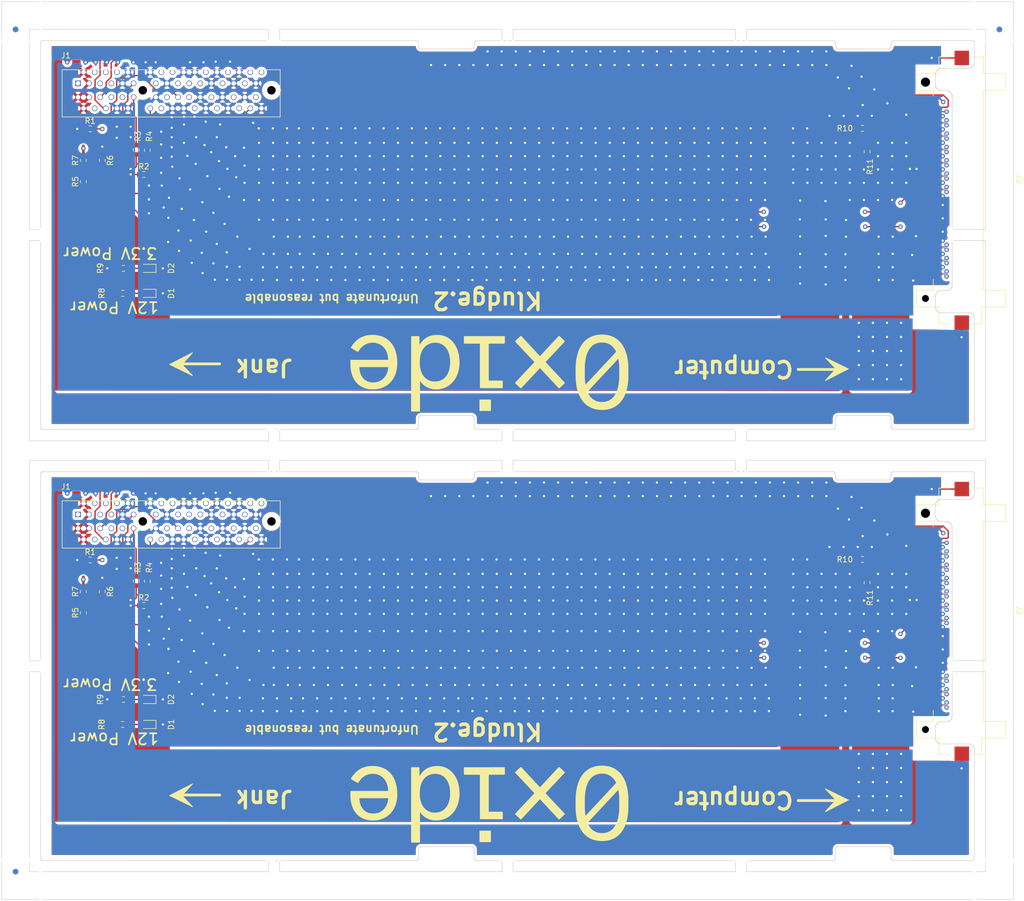
<source format=kicad_pcb>
(kicad_pcb (version 20211014) (generator pcbnew)
  (layers (0 "F.Cu" signal) (1 "In1.Cu" signal) (2 "In2.Cu" signal) (31 "B.Cu" signal) (34 "B.Paste" user) (35 "F.Paste" user) (36 "B.SilkS" user "B.Silkscreen") (37 "F.SilkS" user "F.Silkscreen") (38 "B.Mask" user) (39 "F.Mask" user) (44 "Edge.Cuts" user))
  (net 0 "")
  (net 1 "Board_0-+12V")
  (net 2 "Board_0-+3.3V")
  (net 3 "Board_0-/PER0_N")
  (net 4 "Board_0-/PER0_P")
  (net 5 "Board_0-/PER1_N")
  (net 6 "Board_0-/PER1_P")
  (net 7 "Board_0-/PER2_N")
  (net 8 "Board_0-/PER2_P")
  (net 9 "Board_0-/PER3_N")
  (net 10 "Board_0-/PER3_P")
  (net 11 "Board_0-/PERST_L")
  (net 12 "Board_0-/PET0_N")
  (net 13 "Board_0-/PET0_P")
  (net 14 "Board_0-/PET1_N")
  (net 15 "Board_0-/PET1_P")
  (net 16 "Board_0-/PET2_N")
  (net 17 "Board_0-/PET2_P")
  (net 18 "Board_0-/PET3_N")
  (net 19 "Board_0-/PET3_P")
  (net 20 "Board_0-/REFCLK_N")
  (net 21 "Board_0-/REFCLK_P")
  (net 22 "Board_0-/SMBCLK")
  (net 23 "Board_0-/SMBDAT")
  (net 24 "Board_0-GND")
  (net 25 "Board_0-Net-(D1-Pad2)")
  (net 26 "Board_0-Net-(D2-Pad2)")
  (net 27 "Board_0-Net-(J1-PadB09)")
  (net 28 "Board_0-Net-(J1-PadB11)")
  (net 29 "Board_0-Net-(J1-PadB12)")
  (net 30 "Board_0-Net-(J1-PadB17)")
  (net 31 "Board_0-Net-(J1-PadB30)")
  (net 32 "Board_0-Net-(J2-PadP10)")
  (net 33 "Board_0-Net-(R5-Pad2)")
  (net 34 "Board_0-unconnected-(J1-PadA05)")
  (net 35 "Board_0-unconnected-(J1-PadA06)")
  (net 36 "Board_0-unconnected-(J1-PadA07)")
  (net 37 "Board_0-unconnected-(J1-PadA08)")
  (net 38 "Board_0-unconnected-(J1-PadA19)")
  (net 39 "Board_0-unconnected-(J1-PadA32)")
  (net 40 "Board_0-unconnected-(J1-PadB31)")
  (net 41 "Board_0-unconnected-(J2-PadE1)")
  (net 42 "Board_0-unconnected-(J2-PadE16)")
  (net 43 "Board_0-unconnected-(J2-PadE2)")
  (net 44 "Board_0-unconnected-(J2-PadE25)")
  (net 45 "Board_0-unconnected-(J2-PadE4)")
  (net 46 "Board_0-unconnected-(J2-PadE6)")
  (net 47 "Board_0-unconnected-(J2-PadP1)")
  (net 48 "Board_0-unconnected-(J2-PadP11)")
  (net 49 "Board_0-unconnected-(J2-PadP2)")
  (net 50 "Board_0-unconnected-(J2-PadP3)")
  (net 51 "Board_0-unconnected-(J2-PadP7)")
  (net 52 "Board_0-unconnected-(J2-PadP8)")
  (net 53 "Board_0-unconnected-(J2-PadP9)")
  (net 54 "Board_0-unconnected-(J2-PadS10)")
  (net 55 "Board_0-unconnected-(J2-PadS12)")
  (net 56 "Board_0-unconnected-(J2-PadS13)")
  (net 57 "Board_0-unconnected-(J2-PadS15)")
  (net 58 "Board_0-unconnected-(J2-PadS2)")
  (net 59 "Board_0-unconnected-(J2-PadS3)")
  (net 60 "Board_0-unconnected-(J2-PadS5)")
  (net 61 "Board_0-unconnected-(J2-PadS6)")
  (net 62 "Board_0-unconnected-(J2-PadS9)")
  (net 63 "Board_1-+12V")
  (net 64 "Board_1-+3.3V")
  (net 65 "Board_1-/PER0_N")
  (net 66 "Board_1-/PER0_P")
  (net 67 "Board_1-/PER1_N")
  (net 68 "Board_1-/PER1_P")
  (net 69 "Board_1-/PER2_N")
  (net 70 "Board_1-/PER2_P")
  (net 71 "Board_1-/PER3_N")
  (net 72 "Board_1-/PER3_P")
  (net 73 "Board_1-/PERST_L")
  (net 74 "Board_1-/PET0_N")
  (net 75 "Board_1-/PET0_P")
  (net 76 "Board_1-/PET1_N")
  (net 77 "Board_1-/PET1_P")
  (net 78 "Board_1-/PET2_N")
  (net 79 "Board_1-/PET2_P")
  (net 80 "Board_1-/PET3_N")
  (net 81 "Board_1-/PET3_P")
  (net 82 "Board_1-/REFCLK_N")
  (net 83 "Board_1-/REFCLK_P")
  (net 84 "Board_1-/SMBCLK")
  (net 85 "Board_1-/SMBDAT")
  (net 86 "Board_1-GND")
  (net 87 "Board_1-Net-(D1-Pad2)")
  (net 88 "Board_1-Net-(D2-Pad2)")
  (net 89 "Board_1-Net-(J1-PadB09)")
  (net 90 "Board_1-Net-(J1-PadB11)")
  (net 91 "Board_1-Net-(J1-PadB12)")
  (net 92 "Board_1-Net-(J1-PadB17)")
  (net 93 "Board_1-Net-(J1-PadB30)")
  (net 94 "Board_1-Net-(J2-PadP10)")
  (net 95 "Board_1-Net-(R5-Pad2)")
  (net 96 "Board_1-unconnected-(J1-PadA05)")
  (net 97 "Board_1-unconnected-(J1-PadA06)")
  (net 98 "Board_1-unconnected-(J1-PadA07)")
  (net 99 "Board_1-unconnected-(J1-PadA08)")
  (net 100 "Board_1-unconnected-(J1-PadA19)")
  (net 101 "Board_1-unconnected-(J1-PadA32)")
  (net 102 "Board_1-unconnected-(J1-PadB31)")
  (net 103 "Board_1-unconnected-(J2-PadE1)")
  (net 104 "Board_1-unconnected-(J2-PadE16)")
  (net 105 "Board_1-unconnected-(J2-PadE2)")
  (net 106 "Board_1-unconnected-(J2-PadE25)")
  (net 107 "Board_1-unconnected-(J2-PadE4)")
  (net 108 "Board_1-unconnected-(J2-PadE6)")
  (net 109 "Board_1-unconnected-(J2-PadP1)")
  (net 110 "Board_1-unconnected-(J2-PadP11)")
  (net 111 "Board_1-unconnected-(J2-PadP2)")
  (net 112 "Board_1-unconnected-(J2-PadP3)")
  (net 113 "Board_1-unconnected-(J2-PadP7)")
  (net 114 "Board_1-unconnected-(J2-PadP8)")
  (net 115 "Board_1-unconnected-(J2-PadP9)")
  (net 116 "Board_1-unconnected-(J2-PadS10)")
  (net 117 "Board_1-unconnected-(J2-PadS12)")
  (net 118 "Board_1-unconnected-(J2-PadS13)")
  (net 119 "Board_1-unconnected-(J2-PadS15)")
  (net 120 "Board_1-unconnected-(J2-PadS2)")
  (net 121 "Board_1-unconnected-(J2-PadS3)")
  (net 122 "Board_1-unconnected-(J2-PadS5)")
  (net 123 "Board_1-unconnected-(J2-PadS6)")
  (net 124 "Board_1-unconnected-(J2-PadS9)")
  (footprint "NPTH" (layer "F.Cu") (at 146.999987 99.755647)
    (fp_text reference "REF**" hide)
    (fp_text value "NPTH" hide)
  )
  (footprint "NPTH" (layer "F.Cu") (at 105.999995 91.8534)
    (fp_text reference "REF**" hide)
    (fp_text value "NPTH" hide)
  )
  (footprint "NPTH" (layer "F.Cu") (at 20 169.611776)
    (fp_text reference "REF**" hide)
    (fp_text value "NPTH" hide)
  )
  (footprint "Fiducial" (layer "F.Cu") (at 17.5 171.611776)
    (fp_text reference "REF**" hide)
    (fp_text value "Fiducial" hide)
  )
  (footprint "NPTH" (layer "F.Cu") (at 148.999987 99.755814)
    (fp_text reference "REF**" hide)
    (fp_text value "NPTH" hide)
  )
  (footprint "NPTH" (layer "F.Cu") (at 147.999995 91.852234)
    (fp_text reference "REF**" hide)
    (fp_text value "NPTH" hide)
  )
  (footprint "NPTH" (layer "F.Cu") (at 22 173.278442)
    (fp_text reference "REF**" hide)
    (fp_text value "NPTH" hide)
  )
  (footprint "NPTH" (layer "F.Cu") (at 22 16.666666)
    (fp_text reference "REF**" hide)
    (fp_text value "NPTH" hide)
  )
  (footprint "NPTH" (layer "F.Cu") (at 62.999996 91.852478)
    (fp_text reference "REF**" hide)
    (fp_text value "NPTH" hide)
  )
  (footprint "NPTH" (layer "F.Cu") (at 190 19.166666)
    (fp_text reference "REF**" hide)
    (fp_text value "NPTH" hide)
  )
  (footprint "NPTH" (layer "F.Cu") (at 185.85 135.606776)
    (fp_text reference "REF**" hide)
    (fp_text value "NPTH" hide)
  )
  (footprint "NPTH" (layer "F.Cu") (at 22 174.945109)
    (fp_text reference "REF**" hide)
    (fp_text value "NPTH" hide)
  )
  (footprint "Fiducial" (layer "F.Cu") (at 194.5 20)
    (fp_text reference "REF**" hide)
    (fp_text value "Fiducial" hide)
  )
  (footprint "LED_SMD:LED_0603_1608Metric" (layer "F.Cu") (at 41.2875 63.003553 180)
    (fp_text reference "D2")
    (fp_text value "LED")
  )
  (footprint "NPTH" (layer "F.Cu") (at 193.666666 169.611776)
    (fp_text reference "REF**" hide)
    (fp_text value "NPTH" hide)
  )
  (footprint "Resistor_SMD:R_0603_1608Metric" (layer "F.Cu") (at 30.925 37.903553)
    (fp_text reference "R1")
    (fp_text value "DNI")
  )
  (footprint "NPTH" (layer "F.Cu") (at 20 22)
    (fp_text reference "REF**" hide)
    (fp_text value "NPTH" hide)
  )
  (footprint "LOGO" (layer "F.Cu") (at 102.75 81.853553 180)
    (fp_text reference "G***" hide)
    (fp_text value "LOGO" hide)
  )
  (footprint "NPTH" (layer "F.Cu") (at 148.00001 169.460572)
    (fp_text reference "REF**" hide)
    (fp_text value "NPTH" hide)
  )
  (footprint "NPTH" (layer "F.Cu") (at 147.999995 22.153094)
    (fp_text reference "REF**" hide)
    (fp_text value "NPTH" hide)
  )
  (footprint "NPTH" (layer "F.Cu") (at 63.000018 99.756805)
    (fp_text reference "REF**" hide)
    (fp_text value "NPTH" hide)
  )
  (footprint "NPTH" (layer "F.Cu") (at 15.833334 22)
    (fp_text reference "REF**" hide)
    (fp_text value "NPTH" hide)
  )
  (footprint "NPTH" (layer "F.Cu") (at 64.000018 99.756682)
    (fp_text reference "REF**" hide)
    (fp_text value "NPTH" hide)
  )
  (footprint "Resistor_SMD:R_0603_1608Metric" (layer "F.Cu") (at 36.9125 140.607106)
    (fp_text reference "R9")
    (fp_text value "1.4k")
  )
  (footprint "NPTH" (layer "F.Cu") (at 190 174.945109)
    (fp_text reference "REF**" hide)
    (fp_text value "NPTH" hide)
  )
  (footprint "NPTH" (layer "F.Cu") (at 190 175.778442)
    (fp_text reference "REF**" hide)
    (fp_text value "NPTH" hide)
  )
  (footprint "NPTH" (layer "F.Cu") (at 22 175.778442)
    (fp_text reference "REF**" hide)
    (fp_text value "NPTH" hide)
  )
  (footprint "NPTH" (layer "F.Cu") (at 65.000018 99.756559)
    (fp_text reference "REF**" hide)
    (fp_text value "NPTH" hide)
  )
  (footprint "NPTH" (layer "F.Cu") (at 194.5 169.611776)
    (fp_text reference "REF**" hide)
    (fp_text value "NPTH" hide)
  )
  (footprint "Resistor_SMD:R_0603_1608Metric" (layer "F.Cu") (at 39.2 119.282106 90)
    (fp_text reference "R3")
    (fp_text value "DNI")
  )
  (footprint "NPTH" (layer "F.Cu") (at 193.666666 22)
    (fp_text reference "REF**" hide)
    (fp_text value "NPTH" hide)
  )
  (footprint "NPTH" (layer "F.Cu") (at 19.166667 169.611776)
    (fp_text reference "REF**" hide)
    (fp_text value "NPTH" hide)
  )
  (footprint "Resistor_SMD:R_0603_1608Metric" (layer "F.Cu") (at 169.875 115.407106)
    (fp_text reference "R10")
    (fp_text value "DNI")
  )
  (footprint "Resistor_SMD:R_0603_1608Metric" (layer "F.Cu") (at 40.575 46.103553)
    (fp_text reference "R2")
    (fp_text value "DNI")
  )
  (footprint "NPTH" (layer "F.Cu") (at 22 172.445109)
    (fp_text reference "REF**" hide)
    (fp_text value "NPTH" hide)
  )
  (footprint "NPTH" (layer "F.Cu") (at 22.15 134.606776)
    (fp_text reference "REF**" hide)
    (fp_text value "NPTH" hide)
  )
  (footprint "NPTH" (layer "F.Cu") (at 192 169.611776)
    (fp_text reference "REF**" hide)
    (fp_text value "NPTH" hide)
  )
  (footprint "NPTH" (layer "F.Cu") (at 22 19.166666)
    (fp_text reference "REF**" hide)
    (fp_text value "NPTH" hide)
  )
  (footprint "NPTH" (layer "F.Cu") (at 146.999995 91.852261)
    (fp_text reference "REF**" hide)
    (fp_text value "NPTH" hide)
  )
  (footprint "NPTH" (layer "F.Cu") (at 149.00001 169.460644)
    (fp_text reference "REF**" hide)
    (fp_text value "NPTH" hide)
  )
  (footprint "Fiducial" (layer "F.Cu") (at 17.5 20)
    (fp_text reference "REF**" hide)
    (fp_text value "Fiducial" hide)
  )
  (footprint "LED_SMD:LED_0603_1608Metric" (layer "F.Cu") (at 41.2875 140.607106 180)
    (fp_text reference "D2")
    (fp_text value "LED")
  )
  (footprint "NPTH" (layer "F.Cu") (at 105.999995 22.151927)
    (fp_text reference "REF**" hide)
    (fp_text value "NPTH" hide)
  )
  (footprint "NPTH" (layer "F.Cu") (at 17.5 174.111776)
    (fp_text reference "REF**" hide)
    (fp_text value "NPTH" hide)
  )
  (footprint "NPTH" (layer "F.Cu") (at 190 17.5)
    (fp_text reference "REF**" hide)
    (fp_text value "NPTH" hide)
  )
  (footprint "Resistor_SMD:R_0603_1608Metric" (layer "F.Cu") (at 33.1 121.182106 -90)
    (fp_text reference "R6")
    (fp_text value "DNI")
  )
  (footprint "Resistor_SMD:R_0603_1608Metric" (layer "F.Cu") (at 39.2 41.678553 90)
    (fp_text reference "R3")
    (fp_text value "DNI")
  )
  (footprint "NPTH" (layer "F.Cu") (at 147.999987 99.75573)
    (fp_text reference "REF**" hide)
    (fp_text value "NPTH" hide)
  )
  (footprint "Resistor_SMD:R_0603_1608Metric" (layer "F.Cu") (at 29.7 47.403553 90)
    (fp_text reference "R5")
    (fp_text value "0R")
  )
  (footprint "NPTH" (layer "F.Cu") (at 16.666667 169.611776)
    (fp_text reference "REF**" hide)
    (fp_text value "NPTH" hide)
  )
  (footprint "NPTH" (layer "F.Cu") (at 197 22)
    (fp_text reference "REF**" hide)
    (fp_text value "NPTH" hide)
  )
  (footprint "PCIe:PCIe_x4_0018784-1228695" (layer "F.Cu") (at 40.385 30.953553)
    (fp_text reference "J1")
    (fp_text value "PCIE_x4_10018784-10211TLF")
  )
  (footprint "NPTH" (layer "F.Cu") (at 22 176.611776)
    (fp_text reference "REF**" hide)
    (fp_text value "NPTH" hide)
  )
  (footprint "NPTH" (layer "F.Cu") (at 19.166667 22)
    (fp_text reference "REF**" hide)
    (fp_text value "NPTH" hide)
  )
  (footprint "NPTH" (layer "F.Cu") (at 185.85 56.001776)
    (fp_text reference "REF**" hide)
    (fp_text value "NPTH" hide)
  )
  (footprint "NPTH" (layer "F.Cu") (at 190 171.611776)
    (fp_text reference "REF**" hide)
    (fp_text value "NPTH" hide)
  )
  (footprint "NPTH" (layer "F.Cu") (at 63.999996 91.852452)
    (fp_text reference "REF**" hide)
    (fp_text value "NPTH" hide)
  )
  (footprint "NPTH" (layer "F.Cu") (at 190 172.445109)
    (fp_text reference "REF**" hide)
    (fp_text value "NPTH" hide)
  )
  (footprint "NPTH" (layer "F.Cu") (at 17.5 22)
    (fp_text reference "REF**" hide)
    (fp_text value "NPTH" hide)
  )
  (footprint "NPTH" (layer "F.Cu") (at 190 16.666666)
    (fp_text reference "REF**" hide)
    (fp_text value "NPTH" hide)
  )
  (footprint "NPTH" (layer "F.Cu") (at 64.00001 169.459998)
    (fp_text reference "REF**" hide)
    (fp_text value "NPTH" hide)
  )
  (footprint "NPTH" (layer "F.Cu") (at 18.333334 169.611776)
    (fp_text reference "REF**" hide)
    (fp_text value "NPTH" hide)
  )
  (footprint "Resistor_SMD:R_0603_1608Metric" (layer "F.Cu") (at 169.875 37.803553)
    (fp_text reference "R10")
    (fp_text value "DNI")
  )
  (footprint "NPTH" (layer "F.Cu") (at 106.999995 91.853372)
    (fp_text reference "REF**" hide)
    (fp_text value "NPTH" hide)
  )
  (footprint "LED_SMD:LED_0603_1608Metric" (layer "F.Cu") (at 41.2875 145.107106 180)
    (fp_text reference "D1")
    (fp_text value "LED")
  )
  (footprint "NPTH" (layer "F.Cu") (at 107.00001 169.45758)
    (fp_text reference "REF**" hide)
    (fp_text value "NPTH" hide)
  )
  (footprint "LED_SMD:LED_0603_1608Metric" (layer "F.Cu") (at 41.2875 67.503553 180)
    (fp_text reference "D1")
    (fp_text value "LED")
  )
  (footprint "Resistor_SMD:R_0603_1608Metric" (layer "F.Cu") (at 29.7 43.578553 90)
    (fp_text reference "R7")
    (fp_text value "DNI")
  )
  (footprint "NPTH" (layer "F.Cu") (at 22.15 133.606776)
    (fp_text reference "REF**" hide)
    (fp_text value "NPTH" hide)
  )
  (footprint "NPTH" (layer "F.Cu") (at 106.00001 169.457507)
    (fp_text reference "REF**" hide)
    (fp_text value "NPTH" hide)
  )
  (footprint "NPTH" (layer "F.Cu") (at 17.5 17.5)
    (fp_text reference "REF**" hide)
    (fp_text value "NPTH" hide)
  )
  (footprint "NPTH" (layer "F.Cu") (at 195.333333 169.611776)
    (fp_text reference "REF**" hide)
    (fp_text value "NPTH" hide)
  )
  (footprint "NPTH" (layer "F.Cu") (at 148.999995 22.153122)
    (fp_text reference "REF**" hide)
    (fp_text value "NPTH" hide)
  )
  (footprint "NPTH" (layer "F.Cu") (at 16.666667 22)
    (fp_text reference "REF**" hide)
    (fp_text value "NPTH" hide)
  )
  (footprint "NPTH" (layer "F.Cu") (at 22.15 57.001776)
    (fp_text reference "REF**" hide)
    (fp_text value "NPTH" hide)
  )
  (footprint "NPTH" (layer "F.Cu") (at 63.000003 22.150702)
    (fp_text reference "REF**" hide)
    (fp_text value "NPTH" hide)
  )
  (footprint "NPTH" (layer "F.Cu") (at 22.15 135.606776)
    (fp_text reference "REF**" hide)
    (fp_text value "NPTH" hide)
  )
  (footprint "Resistor_SMD:R_0603_1608Metric" (layer "F.Cu") (at 36.9125 63.003553)
    (fp_text reference "R9")
    (fp_text value "1.4k")
  )
  (footprint "NPTH" (layer "F.Cu") (at 22 174.111776)
    (fp_text reference "REF**" hide)
    (fp_text value "NPTH" hide)
  )
  (footprint "NPTH" (layer "F.Cu") (at 185.85 133.606776)
    (fp_text reference "REF**" hide)
    (fp_text value "NPTH" hide)
  )
  (footprint "NPTH" (layer "F.Cu") (at 105.00001 169.457434)
    (fp_text reference "REF**" hide)
    (fp_text value "NPTH" hide)
  )
  (footprint "Resistor_SMD:R_0603_1608Metric" (layer "F.Cu") (at 41.2 119.332106 90)
    (fp_text reference "R4")
    (fp_text value "DNI")
  )
  (footprint "NPTH" (layer "F.Cu") (at 190 15.833333)
    (fp_text reference "REF**" hide)
    (fp_text value "NPTH" hide)
  )
  (footprint "NPTH" (layer "F.Cu") (at 147.00001 169.460499)
    (fp_text reference "REF**" hide)
    (fp_text value "NPTH" hide)
  )
  (footprint "Resistor_SMD:R_0603_1608Metric" (layer "F.Cu") (at 29.7 125.007106 90)
    (fp_text reference "R5")
    (fp_text value "0R")
  )
  (footprint "NPTH" (layer "F.Cu") (at 106.999987 99.752313)
    (fp_text reference "REF**" hide)
    (fp_text value "NPTH" hide)
  )
  (footprint "NPTH" (layer "F.Cu") (at 64.000003 22.150675)
    (fp_text reference "REF**" hide)
    (fp_text value "NPTH" hide)
  )
  (footprint "NPTH" (layer "F.Cu") (at 15 22)
    (fp_text reference "REF**" hide)
    (fp_text value "NPTH" hide)
  )
  (footprint "NPTH" (layer "F.Cu") (at 194.5 174.111776)
    (fp_text reference "REF**" hide)
    (fp_text value "NPTH" hide)
  )
  (footprint "NPTH" (layer "F.Cu") (at 190 20)
    (fp_text reference "REF**" hide)
    (fp_text value "NPTH" hide)
  )
  (footprint "NPTH" (layer "F.Cu") (at 63.00001 169.459928)
    (fp_text reference "REF**" hide)
    (fp_text value "NPTH" hide)
  )
  (footprint "NPTH" (layer "F.Cu") (at 22.15 58.001776)
    (fp_text reference "REF**" hide)
    (fp_text value "NPTH" hide)
  )
  (footprint "NPTH" (layer "F.Cu") (at 65.000003 22.150649)
    (fp_text reference "REF**" hide)
    (fp_text value "NPTH" hide)
  )
  (footprint "PCIe:PSAS4M2130021TR" (layer "F.Cu") (at 183.6 126.557106 -90)
    (fp_text reference "J2")
    (fp_text value "PSAS4M2130021TR")
  )
  (footprint "NPTH" (layer "F.Cu") (at 197 169.611776)
    (fp_text reference "REF**" hide)
    (fp_text value "NPTH" hide)
  )
  (footprint "PCIe:PCIe_x4_0018784-1228695" (layer "F.Cu") (at 40.385 108.557106)
    (fp_text reference "J1")
    (fp_text value "PCIE_x4_10018784-10211TLF")
  )
  (footprint "NPTH" (layer "F.Cu") (at 15.833334 169.611776)
    (fp_text reference "REF**" hide)
    (fp_text value "NPTH" hide)
  )
  (footprint "NPTH" (layer "F.Cu") (at 190 15)
    (fp_text reference "REF**" hide)
    (fp_text value "NPTH" hide)
  )
  (footprint "NPTH" (layer "F.Cu") (at 190 18.333333)
    (fp_text reference "REF**" hide)
    (fp_text value "NPTH" hide)
  )
  (footprint "NPTH" (layer "F.Cu") (at 22 15)
    (fp_text reference "REF**" hide)
    (fp_text value "NPTH" hide)
  )
  (footprint "NPTH" (layer "F.Cu") (at 15 169.611776)
    (fp_text reference "REF**" hide)
    (fp_text value "NPTH" hide)
  )
  (footprint "NPTH" (layer "F.Cu") (at 185.85 57.001776)
    (fp_text reference "REF**" hide)
    (fp_text value "NPTH" hide)
  )
  (footprint "NPTH" (layer "F.Cu") (at 22 15.833333)
    (fp_text reference "REF**" hide)
    (fp_text value "NPTH" hide)
  )
  (footprint "PCIe:PSAS4M2130021TR" (layer "F.Cu") (at 183.6 48.953553 -90)
    (fp_text reference "J2")
    (fp_text value "PSAS4M2130021TR")
  )
  (footprint "NPTH" (layer "F.Cu") (at 65.00001 169.460068)
    (fp_text reference "REF**" hide)
    (fp_text value "NPTH" hide)
  )
  (footprint "NPTH" (layer "F.Cu") (at 106.999995 22.151955)
    (fp_text reference "REF**" hide)
    (fp_text value "NPTH" hide)
  )
  (footprint "Resistor_SMD:R_0603_1608Metric" (layer "F.Cu") (at 30.925 115.507106)
    (fp_text reference "R1")
    (fp_text value "DNI")
  )
  (footprint "NPTH" (layer "F.Cu") (at 64.999996 91.852425)
    (fp_text reference "REF**" hide)
    (fp_text value "NPTH" hide)
  )
  (footprint "NPTH" (layer "F.Cu") (at 146.999995 22.153066)
    (fp_text reference "REF**" hide)
    (fp_text value "NPTH" hide)
  )
  (footprint "NPTH" (layer "F.Cu") (at 22 17.5)
    (fp_text reference "REF**" hide)
    (fp_text value "NPTH" hide)
  )
  (footprint "NPTH" (layer "F.Cu") (at 194.5 22)
    (fp_text reference "REF**" hide)
    (fp_text value "NPTH" hide)
  )
  (footprint "NPTH" (layer "F.Cu") (at 104.999995 91.853428)
    (fp_text reference "REF**" hide)
    (fp_text value "NPTH" hide)
  )
  (footprint "Resistor_SMD:R_0603_1608Metric" (layer "F.Cu") (at 29.7 121.182106 90)
    (fp_text reference "R7")
    (fp_text value "DNI")
  )
  (footprint "Resistor_SMD:R_0603_1608Metric" (layer "F.Cu") (at 36.775 67.503553)
    (fp_text reference "R8")
    (fp_text value "5k")
  )
  (footprint "NPTH" (layer "F.Cu") (at 192 22)
    (fp_text reference "REF**" hide)
    (fp_text value "NPTH" hide)
  )
  (footprint "NPTH" (layer "F.Cu") (at 22 18.333333)
    (fp_text reference "REF**" hide)
    (fp_text value "NPTH" hide)
  )
  (footprint "NPTH" (layer "F.Cu") (at 192.833333 22)
    (fp_text reference "REF**" hide)
    (fp_text value "NPTH" hide)
  )
  (footprint "NPTH" (layer "F.Cu") (at 195.333333 22)
    (fp_text reference "REF**" hide)
    (fp_text value "NPTH" hide)
  )
  (footprint "Resistor_SMD:R_0603_1608Metric" (layer "F.Cu") (at 33.1 43.578553 -90)
    (fp_text reference "R6")
    (fp_text value "DNI")
  )
  (footprint "NPTH" (layer "F.Cu") (at 105.999987 99.75223)
    (fp_text reference "REF**" hide)
    (fp_text value "NPTH" hide)
  )
  (footprint "NPTH" (layer "F.Cu") (at 18.333334 22)
    (fp_text reference "REF**" hide)
    (fp_text value "NPTH" hide)
  )
  (footprint "NPTH" (layer "F.Cu") (at 22 20)
    (fp_text reference "REF**" hide)
    (fp_text value "NPTH" hide)
  )
  (footprint "Resistor_SMD:R_0603_1608Metric" (layer "F.Cu") (at 40.575 123.707106)
    (fp_text reference "R2")
    (fp_text value "DNI")
  )
  (footprint "NPTH" (layer "F.Cu") (at 190 176.611776)
    (fp_text reference "REF**" hide)
    (fp_text value "NPTH" hide)
  )
  (footprint "NPTH" (layer "F.Cu") (at 194.5 17.5)
    (fp_text reference "REF**" hide)
    (fp_text value "NPTH" hide)
  )
  (footprint "NPTH" (layer "F.Cu") (at 104.999987 99.752146)
    (fp_text reference "REF**" hide)
    (fp_text value "NPTH" hide)
  )
  (footprint "NPTH" (layer "F.Cu") (at 196.166666 169.611776)
    (fp_text reference "REF**" hide)
    (fp_text value "NPTH" hide)
  )
  (footprint "NPTH" (layer "F.Cu") (at 148.999995 91.852206)
    (fp_text reference "REF**" hide)
    (fp_text value "NPTH" hide)
  )
  (footprint "NPTH" (layer "F.Cu") (at 196.166666 22)
    (fp_text reference "REF**" hide)
    (fp_text value "NPTH" hide)
  )
  (footprint "Resistor_SMD:R_0603_1608Metric" (layer "F.Cu") (at 41.2 41.728553 90)
    (fp_text reference "R4")
    (fp_text value "DNI")
  )
  (footprint "NPTH" (layer "F.Cu") (at 22 171.611776)
    (fp_text reference "REF**" hide)
    (fp_text value "NPTH" hide)
  )
  (footprint "NPTH" (layer "F.Cu") (at 192.833333 169.611776)
    (fp_text reference "REF**" hide)
    (fp_text value "NPTH" hide)
  )
  (footprint "NPTH" (layer "F.Cu") (at 185.85 58.001776)
    (fp_text reference "REF**" hide)
    (fp_text value "NPTH" hide)
  )
  (footprint "NPTH" (layer "F.Cu") (at 190 174.111776)
    (fp_text reference "REF**" hide)
    (fp_text value "NPTH" hide)
  )
  (footprint "Resistor_SMD:R_0603_1608Metric" (layer "F.Cu") (at 36.775 145.107106)
    (fp_text reference "R8")
    (fp_text value "5k")
  )
  (footprint "NPTH" (layer "F.Cu") (at 22.15 56.001776)
    (fp_text reference "REF**" hide)
    (fp_text value "NPTH" hide)
  )
  (footprint "NPTH" (layer "F.Cu") (at 17.5 169.611776)
    (fp_text reference "REF**" hide)
    (fp_text value "NPTH" hide)
  )
  (footprint "NPTH" (layer "F.Cu") (at 185.85 134.606776)
    (fp_text reference "REF**" hide)
    (fp_text value "NPTH" hide)
  )
  (footprint "Resistor_SMD:R_0603_1608Metric" (layer "F.Cu") (at 170.7 41.978553 -90)
    (fp_text reference "R11")
    (fp_text value "DNI")
  )
  (footprint "Resistor_SMD:R_0603_1608Metric" (layer "F.Cu") (at 170.7 119.582106 -90)
    (fp_text reference "R11")
    (fp_text value "DNI")
  )
  (footprint "NPTH" (layer "F.Cu") (at 104.999995 22.151899)
    (fp_text reference "REF**" hide)
    (fp_text value "NPTH" hide)
  )
  (footprint "NPTH" (layer "F.Cu") (at 190 173.278442)
    (fp_text reference "REF**" hide)
    (fp_text value "NPTH" hide)
  )
  (footprint "LOGO" (layer "F.Cu") (at 102.75 159.457106 180)
    (fp_text reference "G***" hide)
    (fp_text value "LOGO" hide)
  )
  (footprint "Fiducial" (layer "B.Cu") (at 194.5 20)
    (fp_text reference "REF**" hide)
    (fp_text value "Fiducial" hide)
  )
  (footprint "Fiducial" (layer "B.Cu") (at 17.5 20)
    (fp_text reference "REF**" hide)
    (fp_text value "Fiducial" hide)
  )
  (footprint "Fiducial" (layer "B.Cu") (at 17.5 171.611776)
    (fp_text reference "REF**" hide)
    (fp_text value "Fiducial" hide)
  )
  (gr_line (start 158.3 158.807106) (end 165 158.807106) (layer "F.SilkS") (width 0.5))
  (gr_poly (pts (xy 167.3 158.707106) (xy 163.2 160.807106) (xy 165.1 158.707106) (xy 163.2 156.707106)) (layer "F.SilkS") (width 0.15) (fill solid))
  (gr_poly (pts (xy 167.3 81.103553) (xy 163.2 83.203553) (xy 165.1 81.103553) (xy 163.2 79.103553)) (layer "F.SilkS") (width 0.15) (fill solid))
  (gr_line (start 54.225 157.807106) (end 47.525 157.807106) (layer "F.SilkS") (width 0.5))
  (gr_line (start 158.3 81.203553) (end 165 81.203553) (layer "F.SilkS") (width 0.5))
  (gr_line (start 54.225 80.203553) (end 47.525 80.203553) (layer "F.SilkS") (width 0.5))
  (gr_poly (pts (xy 45.225 80.303553) (xy 49.325 78.203553) (xy 47.425 80.303553) (xy 49.325 82.303553)) (layer "F.SilkS") (width 0.15) (fill solid))
  (gr_poly (pts (xy 45.225 157.907106) (xy 49.325 155.807106) (xy 47.425 157.907106) (xy 49.325 159.907106)) (layer "F.SilkS") (width 0.15) (fill solid))
  (gr_line (start 20 94.052664) (end 20 58.001776) (layer "Edge.Cuts") (width 0.1))
  (gr_line (start 100.13605 99.817907) (end 100.109259 99.860892) (layer "Edge.Cuts") (width 0.1))
  (gr_line (start 99.994234 167.531392) (end 99.997434 167.556521) (layer "Edge.Cuts") (width 0.1))
  (gr_line (start 90.350318 167.130036) (end 90.374673 167.123067) (layer "Edge.Cuts") (width 0.1))
  (gr_line (start 183.559605 27.105748) (end 183.605644 27.084595) (layer "Edge.Cuts") (width 0.1))
  (gr_line (start 189.785634 91.913934) (end 189.825686 91.882932) (layer "Edge.Cuts") (width 0.1))
  (gr_line (start 183.798701 70.983082) (end 183.749347 70.97163) (layer "Edge.Cuts") (width 0.1))
  (gr_line (start 99.95094 100.897433) (end 99.935005 100.9182) (layer "Edge.Cuts") (width 0.1))
  (gr_line (start 90.424286 167.112871) (end 90.449415 167.109671) (layer "Edge.Cuts") (width 0.1))
  (gr_line (start 189.651372 26.762311) (end 189.688966 26.728345) (layer "Edge.Cuts") (width 0.1))
  (gr_line (start 185 108.607106) (end 184 108.611776) (layer "Edge.Cuts") (width 0.1))
  (gr_line (start 175.5 92.003553) (end 189.5 92.001776) (layer "Edge.Cuts") (width 0.1))
  (gr_line (start 175.214365 169.517487) (end 175.257349 169.544279) (layer "Edge.Cuts") (width 0.1))
  (gr_line (start 189.673652 169.575982) (end 189.720197 169.556008) (layer "Edge.Cuts") (width 0.1))
  (gr_line (start 99.796437 101.036551) (end 99.749807 101.060312) (layer "Edge.Cuts") (width 0.1))
  (gr_line (start 185.485301 108.732759) (end 185.440394 108.709301) (layer "Edge.Cuts") (width 0.1))
  (gr_line (start 22.302822 99.647627) (end 22.279802 99.658203) (layer "Edge.Cuts") (width 0.1))
  (gr_line (start 165.155516 167.244709) (end 165.193947 167.211718) (layer "Edge.Cuts") (width 0.1))
  (gr_line (start 183.311033 144.882313) (end 183.348627 144.848347) (layer "Edge.Cuts") (width 0.1))
  (gr_line (start 174.525324 167.107747) (end 174.575713 167.112871) (layer "Edge.Cuts") (width 0.1))
  (gr_line (start 189.050649 71.004836) (end 189 71.003553) (layer "Edge.Cuts") (width 0.1))
  (gr_line (start 164.977069 169.256787) (end 164.984038 169.232432) (layer "Edge.Cuts") (width 0.1))
  (gr_line (start 89.997392 22.449417) (end 89.989727 22.399353) (layer "Edge.Cuts") (width 0.1))
  (gr_line (start 189.948902 22.283355) (end 189.924322 22.23907) (layer "Edge.Cuts") (width 0.1))
  (gr_line (start 90.214365 89.593171) (end 90.235517 89.57923) (layer "Edge.Cuts") (width 0.1))
  (gr_line (start 164.575713 169.60134) (end 164.600649 169.59687) (layer "Edge.Cuts") (width 0.1))
  (gr_line (start 164.806052 169.502493) (end 164.844483 169.469502) (layer "Edge.Cuts") (width 0.1))
  (gr_line (start 165.002565 100.65769) (end 165 100.607106) (layer "Edge.Cuts") (width 0.1))
  (gr_line (start 99.749807 23.456759) (end 99.700949 23.475517) (layer "Edge.Cuts") (width 0.1))
  (gr_line (start 90.174313 89.624173) (end 90.214365 89.593171) (layer "Edge.Cuts") (width 0.1))
  (gr_line (start 149 169.610644) (end 164.5 169.611776) (layer "Edge.Cuts") (width 0.1))
  (gr_line (start 185.979529 109.405807) (end 185.968077 109.356453) (layer "Edge.Cuts") (width 0.1))
  (gr_line (start 174.959478 167.409928) (end 174.977069 167.457424) (layer "Edge.Cuts") (width 0.1))
  (gr_line (start 183.387894 30.794328) (end 183.348627 30.762311) (layer "Edge.Cuts") (width 0.1))
  (gr_line (start 99.700949 23.475517) (end 99.675851 23.482953) (layer "Edge.Cuts") (width 0.1))
  (gr_line (start 174.673652 167.138229) (end 174.697177 167.147627) (layer "Edge.Cuts") (width 0.1))
  (gr_line (start 22.002565 22.452968) (end 22 22.503553) (layer "Edge.Cuts") (width 0.1))
  (gr_line (start 175.002565 22.452968) (end 175 22.503553) (layer "Edge.Cuts") (width 0.1))
  (gr_line (start 22.257349 91.940726) (end 22.302822 91.963031) (layer "Edge.Cuts") (width 0.1))
  (gr_line (start 164.959478 22.306375) (end 164.948902 22.283355) (layer "Edge.Cuts") (width 0.1))
  (gr_line (start 183.428731 70.824316) (end 183.387894 70.794328) (layer "Edge.Cuts") (width 0.1))
  (gr_line (start 164.625326 91.987591) (end 164.673652 91.972429) (layer "Edge.Cuts") (width 0.1))
  (gr_line (start 174.720197 89.55465) (end 174.764482 89.57923) (layer "Edge.Cuts") (width 0.1))
  (gr_line (start 22.350318 91.980622) (end 22.39935 91.993317) (layer "Edge.Cuts") (width 0.1))
  (gr_line (start 186 109.611776) (end 185.998716 109.556456) (layer "Edge.Cuts") (width 0.1))
  (gr_line (start 165.214365 167.196724) (end 165.257349 167.169932) (layer "Edge.Cuts") (width 0.1))
  (gr_line (start 186 135.606776) (end 192 135.606776) (layer "Edge.Cuts") (width 0.1))
  (gr_line (start 175.02293 169.256787) (end 175.040521 169.304283) (layer "Edge.Cuts") (width 0.1))
  (gr_line (start 183 107.607106) (end 183 105.611776) (layer "Edge.Cuts") (width 0.1))
  (gr_line (start 190 169.107106) (end 190 149.611776) (layer "Edge.Cuts") (width 0.1))
  (gr_line (start 22.010235 100.006456) (end 22.005765 100.031392) (layer "Edge.Cuts") (width 0.1))
  (gr_line (start 186 66.003553) (end 186 58.001776) (layer "Edge.Cuts") (width 0.1))
  (gr_line (start 100 167.607106) (end 100 169.111776) (layer "Edge.Cuts") (width 0.1))
  (gr_line (start 183.241241 27.35218) (end 183.275207 27.314586) (layer "Edge.Cuts") (width 0.1))
  (gr_line (start 22.350318 99.630036) (end 22.302822 99.647627) (layer "Edge.Cuts") (width 0.1))
  (gr_line (start 185.101168 31.008683) (end 185.050649 31.004836) (layer "Edge.Cuts") (width 0.1))
  (gr_line (start 165 90.001776) (end 165.002565 89.952968) (layer "Edge.Cuts") (width 0.1))
  (gr_line (start 22.005765 91.579266) (end 22.015961 91.628879) (layer "Edge.Cuts") (width 0.1))
  (gr_line (start 99.806052 167.211718) (end 99.844483 167.244709) (layer "Edge.Cuts") (width 0.1))
  (gr_line (start 90.104612 89.6975) (end 90.137603 89.659069) (layer "Edge.Cuts") (width 0.1))
  (gr_line (start 164.697177 169.566584) (end 164.74265 169.544279) (layer "Edge.Cuts") (width 0.1))
  (gr_line (start 174.968876 100.780758) (end 174.948902 100.827303) (layer "Edge.Cuts") (width 0.1))
  (gr_line (start 183.209224 27.391447) (end 183.241241 27.35218) (layer "Edge.Cuts") (width 0.1))
  (gr_line (start 189.724792 104.296072) (end 189.758758 104.258478) (layer "Edge.Cuts") (width 0.1))
  (gr_line (start 189.879379 99.781419) (end 189.844483 99.744709) (layer "Edge.Cuts") (width 0.1))
  (gr_line (start 89.525324 169.606464) (end 89.550584 169.60454) (layer "Edge.Cuts") (width 0.1))
  (gr_line (start 175.424286 91.997787) (end 175.449415 92.000987) (layer "Edge.Cuts") (width 0.1))
  (gr_line (start 183.652694 108.544858) (end 183.605644 108.526063) (layer "Edge.Cuts") (width 0.1))
  (gr_line (start 183.031922 105.356453) (end 183.04586 105.307742) (layer "Edge.Cuts") (width 0.1))
  (gr_line (start 183.514698 70.877899) (end 183.471035 70.852197) (layer "Edge.Cuts") (width 0.1))
  (gr_line (start 174.673652 89.534676) (end 174.697177 89.544074) (layer "Edge.Cuts") (width 0.1))
  (gr_line (start 185.724792 144.296072) (end 185.758758 144.258478) (layer "Edge.Cuts") (width 0.1))
  (gr_line (start 90.5 89.503553) (end 99.5 89.501776) (layer "Edge.Cuts") (width 0.1))
  (gr_line (start 189.994234 100.031392) (end 189.984038 99.981779) (layer "Edge.Cuts") (width 0.1))
  (gr_line (start 99.861094 23.388558) (end 99.818755 23.41932) (layer "Edge.Cuts") (width 0.1))
  (gr_line (start 183.348627 27.244794) (end 183.387894 27.212777) (layer "Edge.Cuts") (width 0.1))
  (gr_line (start 185.918957 144.001461) (end 185.937752 143.954411) (layer "Edge.Cuts") (width 0.1))
  (gr_line (start 164.844483 99.744709) (end 164.825686 99.727726) (layer "Edge.Cuts") (width 0.1))
  (gr_line (start 185.724792 31.314586) (end 185.688966 31.27876) (layer "Edge.Cuts") (width 0.1))
  (gr_line (start 185.724792 108.918139) (end 185.688966 108.882313) (layer "Edge.Cuts") (width 0.1))
  (gr_line (start 183.605644 144.688148) (end 183.652694 144.669353) (layer "Edge.Cuts") (width 0.1))
  (gr_line (start 22.257349 169.544279) (end 22.302822 169.566584) (layer "Edge.Cuts") (width 0.1))
  (gr_line (start 20 56.001776) (end 20 20) (layer "Edge.Cuts") (width 0.1))
  (gr_line (start 185.612105 108.81633) (end 185.571268 108.786342) (layer "Edge.Cuts") (width 0.1))
  (gr_line (start 90.062826 89.760902) (end 90.089618 89.717918) (layer "Edge.Cuts") (width 0.1))
  (gr_line (start 90.002565 89.952968) (end 90.010235 89.902903) (layer "Edge.Cuts") (width 0.1))
  (gr_line (start 183.062247 27.656247) (end 183.081042 27.609197) (layer "Edge.Cuts") (width 0.1))
  (gr_line (start 22.449415 22.006118) (end 22.39935 22.013788) (layer "Edge.Cuts") (width 0.1))
  (gr_line (start 100.137603 91.848036) (end 100.174313 91.882932) (layer "Edge.Cuts") (width 0.1))
  (gr_line (start 174.997434 100.65769) (end 174.989764 100.707755) (layer "Edge.Cuts") (width 0.1))
  (gr_line (start 175.279802 99.658203) (end 175.235517 99.682783) (layer "Edge.Cuts") (width 0.1))
  (gr_line (start 174.989764 23.104202) (end 174.984038 23.128879) (layer "Edge.Cuts") (width 0.1))
  (gr_line (start 183.798701 144.627576) (end 183.848572 144.618637) (layer "Edge.Cuts") (width 0.1))
  (gr_line (start 165.474675 23.502911) (end 165.449415 23.500987) (layer "Edge.Cuts") (width 0.1))
  (gr_line (start 165 91.503553) (end 165 90.001776) (layer "Edge.Cuts") (width 0.1))
  (gr_line (start 164.673652 91.972429) (end 164.697177 91.963031) (layer "Edge.Cuts") (width 0.1))
  (gr_line (start 189.994869 103.708274) (end 189.998716 103.657755) (layer "Edge.Cuts") (width 0.1))
  (gr_line (start 189.5 99.607106) (end 175.5 99.611776) (layer "Edge.Cuts") (width 0.1))
  (gr_line (start 90.42178 101.097397) (end 90.39604 101.092627) (layer "Edge.Cuts") (width 0.1))
  (gr_line (start 99.979445 23.24999) (end 99.95094 23.29388) (layer "Edge.Cuts") (width 0.1))
  (gr_line (start 189.879379 91.829239) (end 189.910381 91.789187) (layer "Edge.Cuts") (width 0.1))
  (gr_line (start 183.02047 147.808404) (end 183.011531 147.758533) (layer "Edge.Cuts") (width 0.1))
  (gr_line (start 100.184036 22.155503) (end 100.151044 22.193934) (layer "Edge.Cuts") (width 0.1))
  (gr_line (start 174.862396 89.659069) (end 174.879379 89.677866) (layer "Edge.Cuts") (width 0.1))
  (gr_line (start 183.700636 108.561245) (end 183.652694 108.544858) (layer "Edge.Cuts") (width 0.1))
  (gr_line (start 90.24999 101.036567) (end 90.206094 101.008063) (layer "Edge.Cuts") (width 0.1))
  (gr_line (start 183.348627 108.365864) (end 183.311033 108.331898) (layer "Edge.Cuts") (width 0.1))
  (gr_line (start 175.051097 169.327303) (end 175.075677 169.371588) (layer "Edge.Cuts") (width 0.1))
  (gr_line (start 99.948902 167.386908) (end 99.959478 167.409928) (layer "Edge.Cuts") (width 0.1))
  (gr_line (start 100.089618 91.789187) (end 100.104612 91.809605) (layer "Edge.Cuts") (width 0.1))
  (gr_line (start 185.050649 31.004836) (end 185 31.003553) (layer "Edge.Cuts") (width 0.1))
  (gr_line (start 174.910381 23.289187) (end 174.879379 23.329239) (layer "Edge.Cuts") (width 0.1))
  (gr_line (start 189.918957 26.397908) (end 189.937752 26.350858) (layer "Edge.Cuts") (width 0.1))
  (gr_line (start 89.910359 99.817922) (end 89.87936 99.777869) (layer "Edge.Cuts") (width 0.1))
  (gr_line (start 89.785634 91.913934) (end 89.825686 91.882932) (layer "Edge.Cuts") (width 0.1))
  (gr_line (start 65 97.552664) (end 105 97.552664) (layer "Edge.Cuts") (width 0.1))
  (gr_line (start 174.948902 23.22375) (end 174.924322 23.268035) (layer "Edge.Cuts") (width 0.1))
  (gr_line (start 174.977069 167.457424) (end 174.989764 167.506456) (layer "Edge.Cuts") (width 0.1))
  (gr_line (start 183.00513 27.902384) (end 183.011531 27.852125) (layer "Edge.Cuts") (width 0.1))
  (gr_line (start 165.015961 89.878226) (end 165.031123 89.8299) (layer "Edge.Cuts") (width 0.1))
  (gr_line (start 89.924298 99.839074) (end 89.910359 99.817922) (layer "Edge.Cuts") (width 0.1))
  (gr_line (start 183.471035 148.45575) (end 183.428731 148.427869) (layer "Edge.Cuts") (width 0.1))
  (gr_line (start 174.844483 167.244709) (end 174.862396 167.262622) (layer "Edge.Cuts") (width 0.1))
  (gr_line (start 22.39935 99.617341) (end 22.350318 99.630036) (layer "Edge.Cuts") (width 0.1))
  (gr_line (start 164.825686 91.882932) (end 164.862396 91.848036) (layer "Edge.Cuts") (width 0.1))
  (gr_line (start 89.862396 91.848036) (end 89.895387 91.809605) (layer "Edge.Cuts") (width 0.1))
  (gr_line (start 175.374673 22.019514) (end 175.326347 22.034676) (layer "Edge.Cuts") (width 0.1))
  (gr_line (start 165.174313 100.986485) (end 165.155516 100.969502) (layer "Edge.Cuts") (width 0.1))
  (gr_line (start 183.798701 30.983082) (end 183.749347 30.97163) (layer "Edge.Cuts") (width 0.1))
  (gr_line (start 174.879379 100.932792) (end 174.844483 100.969502) (layer "Edge.Cuts") (width 0.1))
  (gr_line (start 189.440394 148.709301) (end 189.394355 148.688148) (layer "Edge.Cuts") (width 0.1))
  (gr_line (start 89.977036 22.350321) (end 89.959449 22.302825) (layer "Edge.Cuts") (width 0.1))
  (gr_line (start 174.997434 23.054137) (end 174.989764 23.104202) (layer "Edge.Cuts") (width 0.1))
  (gr_line (start 100.077559 22.32634) (end 100.062398 22.374669) (layer "Edge.Cuts") (width 0.1))
  (gr_line (start 164.879379 99.781419) (end 164.844483 99.744709) (layer "Edge.Cuts") (width 0.1))
  (gr_line (start 183.179236 70.574821) (end 183.151355 70.532517) (layer "Edge.Cuts") (width 0.1))
  (gr_line (start 183.700636 148.561245) (end 183.652694 148.544858) (layer "Edge.Cuts") (width 0.1))
  (gr_line (start 183.652694 27.0658) (end 183.700636 27.049413) (layer "Edge.Cuts") (width 0.1))
  (gr_line (start 175.155516 91.865949) (end 175.174313 91.882932) (layer "Edge.Cuts") (width 0.1))
  (gr_line (start 189.897804 71.563158) (end 189.874346 71.518251) (layer "Edge.Cuts") (width 0.1))
  (gr_line (start 89.937147 22.257352) (end 89.924298 22.235521) (layer "Edge.Cuts") (width 0.1))
  (gr_line (start 22.424286 99.612871) (end 22.39935 99.617341) (layer "Edge.Cuts") (width 0.1))
  (gr_line (start 22.075677 22.23907) (end 22.051097 22.283355) (layer "Edge.Cuts") (width 0.1))
  (gr_line (start 164.825686 99.727726) (end 164.785634 99.696724) (layer "Edge.Cuts") (width 0.1))
  (gr_line (start 189.625326 169.591144) (end 189.673652 169.575982) (layer "Edge.Cuts") (width 0.1))
  (gr_line (start 183.001283 105.556456) (end 183.00513 105.505937) (layer "Edge.Cuts") (width 0.1))
  (gr_line (start 189.724792 148.918139) (end 189.688966 148.882313) (layer "Edge.Cuts") (width 0.1))
  (gr_line (start 99.598709 23.497256) (end 99.546446 23.499999) (layer "Edge.Cuts") (width 0.1))
  (gr_line (start 90.206094 101.008063) (end 90.185326 100.992128) (layer "Edge.Cuts") (width 0.1))
  (gr_line (start 189.848644 71.474588) (end 189.820763 71.432284) (layer "Edge.Cuts") (width 0.1))
  (gr_line (start 185.151427 66.992021) (end 185.201298 66.983082) (layer "Edge.Cuts") (width 0.1))
  (gr_line (start 89.999953 23) (end 89.999313 22.474676) (layer "Edge.Cuts") (width 0.1))
  (gr_line (start 174.948902 89.783355) (end 174.959478 89.806375) (layer "Edge.Cuts") (width 0.1))
  (gr_line (start 189.785634 99.696724) (end 189.764482 99.682783) (layer "Edge.Cuts") (width 0.1))
  (gr_line (start 185.201298 66.983082) (end 185.250652 66.97163) (layer "Edge.Cuts") (width 0.1))
  (gr_line (start 165.051097 167.386908) (end 165.062826 167.364455) (layer "Edge.Cuts") (width 0.1))
  (gr_line (start 100.062398 99.978222) (end 100.056674 100.0029) (layer "Edge.Cuts") (width 0.1))
  (gr_line (start 175.089618 99.821471) (end 175.075677 99.842623) (layer "Edge.Cuts") (width 0.1))
  (gr_line (start 99.899986 23.353539) (end 99.861094 23.388558) (layer "Edge.Cuts") (width 0.1))
  (gr_line (start 22 91.501776) (end 22.000641 91.528877) (layer "Edge.Cuts") (width 0.1))
  (gr_line (start 165.000641 167.581781) (end 165.002565 167.556521) (layer "Edge.Cuts") (width 0.1))
  (gr_line (start 175.449415 169.60454) (end 175.5 169.607106) (layer "Edge.Cuts") (width 0.1))
  (gr_line (start 90.137603 89.659069) (end 90.174313 89.624173) (layer "Edge.Cuts") (width 0.1))
  (gr_line (start 100 90.003553) (end 100 91.501776) (layer "Edge.Cuts") (width 0.1))
  (gr_line (start 183.898831 30.998422) (end 183.848572 30.992021) (layer "Edge.Cuts") (width 0.1))
  (gr_line (start 183.001283 27.952903) (end 183.00513 27.902384) (layer "Edge.Cuts") (width 0.1))
  (gr_line (start 174.764482 101.031428) (end 174.720197 101.056008) (layer "Edge.Cuts") (width 0.1))
  (gr_line (start 63 22.000702) (end 22.5 22.001776) (layer "Edge.Cuts") (width 0.1))
  (gr_line (start 165.12062 167.281419) (end 165.155516 167.244709) (layer "Edge.Cuts") (width 0.1))
  (gr_line (start 183.94935 27.004836) (end 184 27.003553) (layer "Edge.Cuts") (width 0.1))
  (gr_line (start 175.02293 91.653234) (end 175.040521 91.70073) (layer "Edge.Cuts") (width 0.1))
  (gr_line (start 175.000641 91.528877) (end 175.005765 91.579266) (layer "Edge.Cuts") (width 0.1))
  (gr_line (start 183.700636 70.957692) (end 183.652694 70.941305) (layer "Edge.Cuts") (width 0.1))
  (gr_line (start 99.989764 89.902903) (end 99.994234 89.927839) (layer "Edge.Cuts") (width 0.1))
  (gr_line (start 175.010235 22.402903) (end 175.002565 22.452968) (layer "Edge.Cuts") (width 0.1))
  (gr_line (start 183.209224 144.995) (end 183.241241 144.955733) (layer "Edge.Cuts") (width 0.1))
  (gr_line (start 99.959478 167.409928) (end 99.977069 167.457424) (layer "Edge.Cuts") (width 0.1))
  (gr_line (start 22.12062 169.432792) (end 22.155516 169.469502) (layer "Edge.Cuts") (width 0.1))
  (gr_line (start 99.840327 101.008046) (end 99.796437 101.036551) (layer "Edge.Cuts") (width 0.1))
  (gr_line (start 89.720188 22.051098) (end 89.69717 22.040522) (layer "Edge.Cuts") (width 0.1))
  (gr_line (start 100.302822 169.566584) (end 100.350318 169.584175) (layer "Edge.Cuts") (width 0.1))
  (gr_line (start 183.749347 108.575183) (end 183.700636 108.561245) (layer "Edge.Cuts") (width 0.1))
  (gr_line (start 100.062826 169.349756) (end 100.089618 169.39274) (layer "Edge.Cuts") (width 0.1))
  (gr_line (start 189.394355 26.92251) (end 189.440394 26.901357) (layer "Edge.Cuts") (width 0.1))
  (gr_line (start 174.989764 100.707755) (end 174.984038 100.732432) (layer "Edge.Cuts") (width 0.1))
  (gr_line (start 174.968876 23.177205) (end 174.948902 23.22375) (layer "Edge.Cuts") (width 0.1))
  (gr_line (start 183.081042 70.397908) (end 183.062247 70.350858) (layer "Edge.Cuts") (width 0.1))
  (gr_line (start 185.528964 31.154908) (end 185.485301 31.129206) (layer "Edge.Cuts") (width 0.1))
  (gr_line (start 90.473831 101.102867) (end 90.42178 101.097397) (layer "Edge.Cuts") (width 0.1))
  (gr_line (start 189.299363 26.957692) (end 189.347305 26.941305) (layer "Edge.Cuts") (width 0.1))
  (gr_line (start 164.785634 99.696724) (end 164.764482 99.682783) (layer "Edge.Cuts") (width 0.1))
  (gr_line (start 164.74265 22.066379) (end 164.697177 22.044074) (layer "Edge.Cuts") (width 0.1))
  (gr_line (start 185.101168 66.998422) (end 185.151427 66.992021) (layer "Edge.Cuts") (width 0.1))
  (gr_line (start 164.994234 169.182819) (end 164.997434 169.15769) (layer "Edge.Cuts") (width 0.1))
  (gr_line (start 175.424286 22.009318) (end 175.374673 22.019514) (layer "Edge.Cuts") (width 0.1))
  (gr_line (start 165.12062 100.932792) (end 165.089618 100.89274) (layer "Edge.Cuts") (width 0.1))
  (gr_line (start 174.74265 23.440726) (end 174.697177 23.463031) (layer "Edge.Cuts") (width 0.1))
  (gr_line (start 189.825686 22.124173) (end 189.785634 22.093171) (layer "Edge.Cuts") (width 0.1))
  (gr_line (start 175.235517 99.682783) (end 175.193947 99.711718) (layer "Edge.Cuts") (width 0.1))
  (gr_line (start 185.848644 31.474588) (end 185.820763 31.432284) (layer "Edge.Cuts") (width 0.1))
  (gr_line (start 175.051097 99.886908) (end 175.040521 99.909928) (layer "Edge.Cuts") (width 0.1))
  (gr_line (start 100.372787 99.634665) (end 100.326241 99.654637) (layer "Edge.Cuts") (width 0.1))
  (gr_line (start 183.151355 70.532517) (end 183.125653 70.488854) (layer "Edge.Cuts") (width 0.1))
  (gr_line (start 175.155516 99.744709) (end 175.12062 99.781419) (layer "Edge.Cuts") (width 0.1))
  (gr_line (start 22.174313 22.124173) (end 22.137603 22.159069) (layer "Edge.Cuts") (width 0.1))
  (gr_line (start 184 108.611776) (end 183.94935 108.605822) (layer "Edge.Cuts") (width 0.1))
  (gr_line (start 183.081042 105.21275) (end 183.102195 105.166711) (layer "Edge.Cuts") (width 0.1))
  (gr_line (start 147 92.002261) (end 147 94.052664) (layer "Edge.Cuts") (width 0.1))
  (gr_line (start 99.977069 89.853871) (end 99.989764 89.902903) (layer "Edge.Cuts") (width 0.1))
  (gr_line (start 175.005765 91.579266) (end 175.015961 91.628879) (layer "Edge.Cuts") (width 0.1))
  (gr_line (start 164.879379 169.432792) (end 164.910381 169.39274) (layer "Edge.Cuts") (width 0.1))
  (gr_line (start 89.742641 99.666381) (end 89.69717 99.644075) (layer "Edge.Cuts") (width 0.1))
  (gr_line (start 189.998716 71.952903) (end 189.994869 71.902384) (layer "Edge.Cuts") (width 0.1))
  (gr_line (start 185.998716 66.054202) (end 186 66.003553) (layer "Edge.Cuts") (width 0.1))
  (gr_line (start 174.575713 23.497787) (end 174.550584 23.500987) (layer "Edge.Cuts") (width 0.1))
  (gr_line (start 185.758758 66.654925) (end 185.790775 66.615658) (layer "Edge.Cuts") (width 0.1))
  (gr_line (start 175.302822 99.647627) (end 175.279802 99.658203) (layer "Edge.Cuts") (width 0.1))
  (gr_line (start 183.605644 148.526063) (end 183.559605 148.50491) (layer "Edge.Cuts") (width 0.1))
  (gr_line (start 100 169.111776) (end 100.002565 169.15769) (layer "Edge.Cuts") (width 0.1))
  (gr_line (start 164.910381 99.821471) (end 164.879379 99.781419) (layer "Edge.Cuts") (width 0.1))
  (gr_line (start 90.302822 89.544074) (end 90.350318 89.526483) (layer "Edge.Cuts") (width 0.1))
  (gr_line (start 165.474675 101.106464) (end 165.424286 101.10134) (layer "Edge.Cuts") (width 0.1))
  (gr_line (start 175.155516 169.469502) (end 175.193947 169.502493) (layer "Edge.Cuts") (width 0.1))
  (gr_line (start 89.994234 169.182819) (end 89.997434 169.15769) (layer "Edge.Cuts") (width 0.1))
  (gr_line (start 165.424286 89.509318) (end 165.474675 89.504194) (layer "Edge.Cuts") (width 0.1))
  (gr_line (start 90.002696 100.655818) (end 90.00064 100.629721) (layer "Edge.Cuts") (width 0.1))
  (gr_line (start 183.04586 107.906469) (end 183.031922 107.857758) (layer "Edge.Cuts") (width 0.1))
  (gr_line (start 107 99.602313) (end 107 97.552664) (layer "Edge.Cuts") (width 0.1))
  (gr_line (start 99.935005 23.314647) (end 99.899986 23.353539) (layer "Edge.Cuts") (width 0.1))
  (gr_line (start 99.74265 167.169932) (end 99.785634 167.196724) (layer "Edge.Cuts") (width 0.1))
  (gr_line (start 189.937752 26.350858) (end 189.954139 26.302916) (layer "Edge.Cuts") (width 0.1))
  (gr_line (start 89.844483 91.865949) (end 89.862396 91.848036) (layer "Edge.Cuts") (width 0.1))
  (gr_line (start 99.625326 167.123067) (end 99.673652 167.138229) (layer "Edge.Cuts") (width 0.1))
  (gr_line (start 189.758758 104.258478) (end 189.790775 104.219211) (layer "Edge.Cuts") (width 0.1))
  (gr_line (start 89.673646 99.634677) (end 89.625321 99.619514) (layer "Edge.Cuts") (width 0.1))
  (gr_line (start 20 133.606776) (end 20 97.552664) (layer "Edge.Cuts") (width 0.1))
  (gr_line (start 183.471035 108.45575) (end 183.428731 108.427869) (layer "Edge.Cuts") (width 0.1))
  (gr_line (start 90.214365 167.196724) (end 90.257349 167.169932) (layer "Edge.Cuts") (width 0.1))
  (gr_line (start 183.001283 107.657755) (end 183 107.607106) (layer "Edge.Cuts") (width 0.1))
  (gr_line (start 147 94.052664) (end 107 94.052664) (layer "Edge.Cuts") (width 0.1))
  (gr_line (start 174.785634 101.017487) (end 174.764482 101.031428) (layer "Edge.Cuts") (width 0.1))
  (gr_line (start 189.201298 104.586635) (end 189.250652 104.575183) (layer "Edge.Cuts") (width 0.1))
  (gr_line (start 89.910381 91.789187) (end 89.937173 91.746203) (layer "Edge.Cuts") (width 0.1))
  (gr_line (start 175.5 22.001776) (end 175.424286 22.009318) (layer "Edge.Cuts") (width 0.1))
  (gr_line (start 165.302822 167.147627) (end 165.350318 167.130036) (layer "Edge.Cuts") (width 0.1))
  (gr_line (start 164.673652 99.638229) (end 164.625326 99.623067) (layer "Edge.Cuts") (width 0.1))
  (gr_line (start 189.201298 148.627576) (end 189.151427 148.618637) (layer "Edge.Cuts") (width 0.1))
  (gr_line (start 100.55 99.601776) (end 100.47073 99.609312) (layer "Edge.Cuts") (width 0.1))
  (gr_line (start 189.790775 71.391447) (end 189.758758 71.35218) (layer "Edge.Cuts") (width 0.1))
  (gr_line (start 100.015961 91.628879) (end 100.02293 91.653234) (layer "Edge.Cuts") (width 0.1))
  (gr_line (start 90.040521 167.409928) (end 90.062826 167.364455) (layer "Edge.Cuts") (width 0.1))
  (gr_line (start 185.250652 66.97163) (end 185.299363 66.957692) (layer "Edge.Cuts") (width 0.1))
  (gr_line (start 100.350318 91.980622) (end 100.39935 91.993317) (layer "Edge.Cuts") (width 0.1))
  (gr_line (start 164.948902 91.72375) (end 164.959478 91.70073) (layer "Edge.Cuts") (width 0.1))
  (gr_line (start 183.102195 67.563158) (end 183.125653 67.518251) (layer "Edge.Cuts") (width 0.1))
  (gr_line (start 165.424286 167.112871) (end 165.449415 167.109671) (layer "Edge.Cuts") (width 0.1))
  (gr_line (start 183.471035 27.154908) (end 183.514698 27.129206) (layer "Edge.Cuts") (width 0.1))
  (gr_line (start 189.874346 149.121804) (end 189.848644 149.078141) (layer "Edge.Cuts") (width 0.1))
  (gr_line (start 183.471035 104.758461) (end 183.514698 104.732759) (layer "Edge.Cuts") (width 0.1))
  (gr_line (start 189.347305 148.669353) (end 189.299363 148.652966) (layer "Edge.Cuts") (width 0.1))
  (gr_line (start 183.02047 105.405807) (end 183.031922 105.356453) (layer "Edge.Cuts") (width 0.1))
  (gr_line (start 183.559605 67.105748) (end 183.605644 67.084595) (layer "Edge.Cuts") (width 0.1))
  (gr_line (start 185.050649 108.608389) (end 185 108.607106) (layer "Edge.Cuts") (width 0.1))
  (gr_line (start 189.758758 71.35218) (end 189.724792 71.314586) (layer "Edge.Cuts") (width 0.1))
  (gr_line (start 89.924298 22.235521) (end 89.910359 22.214369) (layer "Edge.Cuts") (width 0.1))
  (gr_line (start 183.241241 30.654925) (end 183.209224 30.615658) (layer "Edge.Cuts") (width 0.1))
  (gr_line (start 189.347305 26.941305) (end 189.394355 26.92251) (layer "Edge.Cuts") (width 0.1))
  (gr_line (start 65 171.611776) (end 65 169.610068) (layer "Edge.Cuts") (width 0.1))
  (gr_line (start 183.605644 30.92251) (end 183.559605 30.901357) (layer "Edge.Cuts") (width 0.1))
  (gr_line (start 183.209224 104.995) (end 183.241241 104.955733) (layer "Edge.Cuts") (width 0.1))
  (gr_line (start 99.861094 100.992111) (end 99.840327 101.008046) (layer "Edge.Cuts") (width 0.1))
  (gr_line (start 185.440394 31.105748) (end 185.394355 31.084595) (layer "Edge.Cuts") (width 0.1))
  (gr_line (start 189.101168 26.998422) (end 189.151427 26.992021) (layer "Edge.Cuts") (width 0.1))
  (gr_line (start 100.02293 169.256787) (end 100.040521 169.304283) (layer "Edge.Cuts") (width 0.1))
  (gr_line (start 189.5 92.001776) (end 189.525324 92.002911) (layer "Edge.Cuts") (width 0.1))
  (gr_line (start 183.275207 67.314586) (end 183.311033 67.27876) (layer "Edge.Cuts") (width 0.1))
  (gr_line (start 185.528964 108.758461) (end 185.485301 108.732759) (layer "Edge.Cuts") (width 0.1))
  (gr_line (start 90.02293 89.853871) (end 90.031123 89.8299) (layer "Edge.Cuts") (width 0.1))
  (gr_line (start 189.201298 71.024023) (end 189.151427 71.015084) (layer "Edge.Cuts") (width 0.1))
  (gr_line (start 190 103.607106) (end 190 100.111776) (layer "Edge.Cuts") (width 0.1))
  (gr_line (start 100.097531 22.279794) (end 100.077559 22.32634) (layer "Edge.Cuts") (width 0.1))
  (gr_line (start 65 94.052664) (end 65 92.002425) (layer "Edge.Cuts") (width 0.1))
  (gr_line (start 183.151355 148.13607) (end 183.125653 148.092407) (layer "Edge.Cuts") (width 0.1))
  (gr_line (start 189.895387 99.801053) (end 189.879379 99.781419) (layer "Edge.Cuts") (width 0.1))
  (gr_line (start 189.600649 22.013788) (end 189.550584 22.006118) (layer "Edge.Cuts") (width 0.1))
  (gr_line (start 99.600649 167.117341) (end 99.625326 167.123067) (layer "Edge.Cuts") (width 0.1))
  (gr_line (start 175.005765 169.182819) (end 175.015961 169.232432) (layer "Edge.Cuts") (width 0.1))
  (gr_line (start 189.347305 104.544858) (end 189.394355 104.526063) (layer "Edge.Cuts") (width 0.1))
  (gr_line (start 175.374673 169.591144) (end 175.424286 169.60134) (layer "Edge.Cuts") (width 0.1))
  (gr_line (start 185.299363 144.561245) (end 185.347305 144.544858) (layer "Edge.Cuts") (width 0.1))
  (gr_line (start 22.062826 99.864455) (end 22.051097 99.886908) (layer "Edge.Cuts") (width 0.1))
  (gr_line (start 185.968077 143.857758) (end 185.979529 143.808404) (layer "Edge.Cuts") (width 0.1))
  (gr_line (start 90.370585 23.482963) (end 90.320809 23.466791) (layer "Edge.Cuts") (width 0.1))
  (gr_line (start 165.02293 23.153234) (end 165.015961 23.128879) (layer "Edge.Cuts") (width 0.1))
  (gr_line (start 99.879379 167.281419) (end 99.910381 167.321471) (layer "Edge.Cuts") (width 0.1))
  (gr_line (start 174.999358 100.63243) (end 174.997434 100.65769) (layer "Edge.Cuts") (width 0.1))
  (gr_line (start 183.00513 30.104721) (end 183.001283 30.054202) (layer "Edge.Cuts") (width 0.1))
  (gr_line (start 100.0294 23.129404) (end 100.013225 23.179177) (layer "Edge.Cuts") (width 0.1))
  (gr_line (start 189.984038 99.981779) (end 189.977069 99.957424) (layer "Edge.Cuts") (width 0.1))
  (gr_line (start 183.04586 27.704189) (end 183.062247 27.656247) (layer "Edge.Cuts") (width 0.1))
  (gr_line (start 183.348627 144.848347) (end 183.387894 144.81633) (layer "Edge.Cuts") (width 0.1))
  (gr_line (start 100.015961 169.232432) (end 100.02293 169.256787) (layer "Edge.Cuts") (width 0.1))
  (gr_line (start 165.010235 89.902903) (end 165.015961 89.878226) (layer "Edge.Cuts") (width 0.1))
  (gr_line (start 22.474675 99.607747) (end 22.424286 99.612871) (layer "Edge.Cuts") (width 0.1))
  (gr_line (start 175.051097 91.72375) (end 175.075677 91.768035) (layer "Edge.Cuts") (width 0.1))
  (gr_line (start 22.040521 22.306375) (end 22.02293 22.353871) (layer "Edge.Cuts") (width 0.1))
  (gr_line (start 189.820763 26.574821) (end 189.848644 26.532517) (layer "Edge.Cuts") (width 0.1))
  (gr_line (start 90.235517 89.57923) (end 90.279802 89.55465) (layer "Edge.Cuts") (width 0.1))
  (gr_line (start 183.798701 104.627576) (end 183.848572 104.618637) (layer "Edge.Cuts") (width 0.1))
  (gr_line (start 189.724792 26.692519) (end 189.758758 26.654925) (layer "Edge.Cuts") (width 0.1))
  (gr_line (start 189.575713 99.612871) (end 189.525324 99.607747) (layer "Edge.Cuts") (width 0.1))
  (gr_line (start 165.374673 89.519514) (end 165.39935 89.513788) (layer "Edge.Cuts") (width 0.1))
  (gr_line (start 90.024438 100.758064) (end 90.010888 100.707511) (layer "Edge.Cuts") (width 0.1))
  (gr_line (start 185.201298 108.627576) (end 185.151427 108.618637) (layer "Edge.Cuts") (width 0.1))
  (gr_line (start 100.040521 91.70073) (end 100.062826 91.746203) (layer "Edge.Cuts") (width 0.1))
  (gr_line (start 183.062247 147.954411) (end 183.04586 147.906469) (layer "Edge.Cuts") (width 0.1))
  (gr_line (start 189.485301 148.732759) (end 189.440394 148.709301) (layer "Edge.Cuts") (width 0.1))
  (gr_line (start 185.954139 31.704189) (end 185.937752 31.656247) (layer "Edge.Cuts") (width 0.1))
  (gr_line (start 100.39935 169.59687) (end 100.449415 169.60454) (layer "Edge.Cuts") (width 0.1))
  (gr_line (start 165.015961 167.481779) (end 165.031123 167.433453) (layer "Edge.Cuts") (width 0.1))
  (gr_line (start 190 26.003553) (end 189.999358 22.478228) (layer "Edge.Cuts") (width 0.1))
  (gr_line (start 183.898831 67.008683) (end 183.94935 67.004836) (layer "Edge.Cuts") (width 0.1))
  (gr_line (start 164.785634 91.913934) (end 164.825686 91.882932) (layer "Edge.Cuts") (width 0.1))
  (gr_line (start 89.825686 169.486485) (end 89.844483 169.469502) (layer "Edge.Cuts") (width 0.1))
  (gr_line (start 100.174313 91.882932) (end 100.214365 91.913934) (layer "Edge.Cuts") (width 0.1))
  (gr_line (start 20 58.001776) (end 22 58.001776) (layer "Edge.Cuts") (width 0.1))
  (gr_line (start 183.428731 108.427869) (end 183.387894 108.397881) (layer "Edge.Cuts") (width 0.1))
  (gr_line (start 22.302822 91.963031) (end 22.350318 91.980622) (layer "Edge.Cuts") (width 0.1))
  (gr_line (start 183.125653 27.518251) (end 183.151355 27.474588) (layer "Edge.Cuts") (width 0.1))
  (gr_line (start 63 171.611776) (end 20 171.611776) (layer "Edge.Cuts") (width 0.1))
  (gr_line (start 164.977069 22.353871) (end 164.959478 22.306375) (layer "Edge.Cuts") (width 0.1))
  (gr_line (start 185.394355 31.084595) (end 185.347305 31.0658) (layer "Edge.Cuts") (width 0.1))
  (gr_line (start 175.089618 22.217918) (end 175.075677 22.23907) (layer "Edge.Cuts") (width 0.1))
  (gr_line (start 99.773433 23.445489) (end 99.749807 23.456759) (layer "Edge.Cuts") (width 0.1))
  (gr_line (start 99.625326 89.519514) (end 99.649681 89.526483) (layer "Edge.Cuts") (width 0.1))
  (gr_line (start 164.575713 91.997787) (end 164.625326 91.987591) (layer "Edge.Cuts") (width 0.1))
  (gr_line (start 189.998716 103.657755) (end 190 103.607106) (layer "Edge.Cuts") (width 0.1))
  (gr_line (start 100.052206 22.424283) (end 100.049007 22.449414) (layer "Edge.Cuts") (width 0.1))
  (gr_line (start 175.02293 99.957424) (end 175.010235 100.006456) (layer "Edge.Cuts") (width 0.1))
  (gr_line (start 165.214365 23.413934) (end 165.174313 23.382932) (layer "Edge.Cuts") (width 0.1))
  (gr_line (start 183.275207 144.918139) (end 183.311033 144.882313) (layer "Edge.Cuts") (width 0.1))
  (gr_line (start 89.937173 91.746203) (end 89.959478 91.70073) (layer "Edge.Cuts") (width 0.1))
  (gr_line (start 189.806052 169.502493) (end 189.844483 169.469502) (layer "Edge.Cuts") (width 0.1))
  (gr_line (start 164.550584 22.006118) (end 164.5 22.003553) (layer "Edge.Cuts") (width 0.1))
  (gr_line (start 174.673652 23.472429) (end 174.625326 23.487591) (layer "Edge.Cuts") (width 0.1))
  (gr_line (start 90.00064 100.629721) (end 90 100.101776) (layer "Edge.Cuts") (width 0.1))
  (gr_line (start 22.051097 91.72375) (end 22.075677 91.768035) (layer "Edge.Cuts") (width 0.1))
  (gr_line (start 183.179236 67.432284) (end 183.209224 67.391447) (layer "Edge.Cuts") (width 0.1))
  (gr_line (start 175.075677 169.371588) (end 175.089618 169.39274) (layer "Edge.Cuts") (width 0.1))
  (gr_line (start 183 105.611776) (end 183.001283 105.556456) (layer "Edge.Cuts") (width 0.1))
  (gr_line (start 175.257349 22.066379) (end 175.214365 22.093171) (layer "Edge.Cuts") (width 0.1))
  (gr_line (start 185.979529 143.808404) (end 185.988468 143.758533) (layer "Edge.Cuts") (width 0.1))
  (gr_line (start 183.081042 30.397908) (end 183.062247 30.350858) (layer "Edge.Cuts") (width 0.1))
  (gr_line (start 183.428731 144.786342) (end 183.471035 144.758461) (layer "Edge.Cuts") (width 0.1))
  (gr_line (start 165.279802 89.55465) (end 165.326347 89.534676) (layer "Edge.Cuts") (width 0.1))
  (gr_line (start 183.011531 107.758533) (end 183.00513 107.708274) (layer "Edge.Cuts") (width 0.1))
  (gr_line (start 165.089618 89.717918) (end 165.104612 89.6975) (layer "Edge.Cuts") (width 0.1))
  (gr_line (start 90.374673 167.123067) (end 90.424286 167.112871) (layer "Edge.Cuts") (width 0.1))
  (gr_line (start 100.056674 100.0029) (end 100.052206 100.027836) (layer "Edge.Cuts") (width 0.1))
  (gr_line (start 165.051097 100.827303) (end 165.040521 100.804283) (layer "Edge.Cuts") (width 0.1))
  (gr_line (start 189.485301 26.877899) (end 189.528964 26.852197) (layer "Edge.Cuts") (width 0.1))
  (gr_line (start 89.825686 91.882932) (end 89.844483 91.865949) (layer "Edge.Cuts") (width 0.1))
  (gr_line (start 189.924322 22.23907) (end 189.910381 22.217918) (layer "Edge.Cuts") (width 0.1))
  (gr_line (start 189.897804 104.0475) (end 189.918957 104.001461) (layer "Edge.Cuts") (width 0.1))
  (gr_line (start 189.954139 149.307742) (end 189.937752 149.2598) (layer "Edge.Cuts") (width 0.1))
  (gr_line (start 183 147.607106) (end 183 145.611776) (layer "Edge.Cuts") (width 0.1))
  (gr_line (start 22.089618 99.821471) (end 22.062826 99.864455) (layer "Edge.Cuts") (width 0.1))
  (gr_line (start 164.879379 91.829239) (end 164.910381 91.789187) (layer "Edge.Cuts") (width 0.1))
  (gr_line (start 164.764482 99.682783) (end 164.720197 99.658203) (layer "Edge.Cuts") (width 0.1))
  (gr_line (start 90.350318 89.526483) (end 90.374673 89.519514) (layer "Edge.Cuts") (width 0.1))
  (gr_line (start 107 92.003372) (end 147 92.002261) (layer "Edge.Cuts") (width 0.1))
  (gr_line (start 175.075677 91.768035) (end 175.089618 91.789187) (layer "Edge.Cuts") (width 0.1))
  (gr_line (start 183.275207 148.296072) (end 183.241241 148.258478) (layer "Edge.Cuts") (width 0.1))
  (gr_line (start 189.977069 91.653234) (end 189.989764 91.604202) (layer "Edge.Cuts") (width 0.1))
  (gr_line (start 100.303786 99.666365) (end 100.260801 99.693156) (layer "Edge.Cuts") (width 0.1))
  (gr_line (start 174.910381 167.321471) (end 174.924322 167.342623) (layer "Edge.Cuts") (width 0.1))
  (gr_line (start 100.045759 23.026167) (end 100.040284 23.078214) (layer "Edge.Cuts") (width 0.1))
  (gr_line (start 90.031123 167.433453) (end 90.040521 167.409928) (layer "Edge.Cuts") (width 0.1))
  (gr_line (start 189.250652 148.639028) (end 189.201298 148.627576) (layer "Edge.Cuts") (width 0.1))
  (gr_line (start 99.725624 101.070331) (end 99.675851 101.086506) (layer "Edge.Cuts") (width 0.1))
  (gr_line (start 175.326347 22.034676) (end 175.302822 22.044074) (layer "Edge.Cuts") (width 0.1))
  (gr_line (start 99.720197 89.55465) (end 99.764482 89.57923) (layer "Edge.Cuts") (width 0.1))
  (gr_line (start 189.651372 104.365864) (end 189.688966 104.331898) (layer "Edge.Cuts") (width 0.1))
  (gr_line (start 189 104.611776) (end 189.050649 104.605822) (layer "Edge.Cuts") (width 0.1))
  (gr_line (start 107 169.60758) (end 147 169.610499) (layer "Edge.Cuts") (width 0.1))
  (gr_line (start 99.624661 23.493837) (end 99.598709 23.497256) (layer "Edge.Cuts") (width 0.1))
  (gr_line (start 183.125653 70.488854) (end 183.102195 70.443947) (layer "Edge.Cuts") (width 0.1))
  (gr_line (start 89.997434 169.15769) (end 90 169.107106) (layer "Edge.Cuts") (width 0.1))
  (gr_line (start 189.101168 104.601975) (end 189.151427 104.595574) (layer "Edge.Cuts") (width 0.1))
  (gr_line (start 63 97.552664) (end 63 99.606805) (layer "Edge.Cuts") (width 0.1))
  (gr_line (start 175 90.003553) (end 175 91.501776) (layer "Edge.Cuts") (width 0.1))
  (gr_line (start 89.994234 91.579266) (end 89.997434 91.554137) (layer "Edge.Cuts") (width 0.1))
  (gr_line (start 183.605644 104.688148) (end 183.652694 104.669353) (layer "Edge.Cuts") (width 0.1))
  (gr_line (start 185.968077 31.7529) (end 185.954139 31.704189) (layer "Edge.Cuts") (width 0.1))
  (gr_line (start 185.937752 66.350858) (end 185.954139 66.302916) (layer "Edge.Cuts") (width 0.1))
  (gr_line (start 100.20195 22.137589) (end 100.184036 22.155503) (layer "Edge.Cuts") (width 0.1))
  (gr_line (start 183.652694 144.669353) (end 183.700636 144.652966) (layer "Edge.Cuts") (width 0.1))
  (gr_line (start 185.937752 109.2598) (end 185.918957 109.21275) (layer "Edge.Cuts") (width 0.1))
  (gr_line (start 174.924322 100.871588) (end 174.910381 100.89274) (layer "Edge.Cuts") (width 0.1))
  (gr_line (start 183.848572 70.992021) (end 183.798701 70.983082) (layer "Edge.Cuts") (width 0.1))
  (gr_line (start 174.5 101.107106) (end 165.5 101.111776) (layer "Edge.Cuts") (width 0.1))
  (gr_line (start 185.897804 31.563158) (end 185.874346 31.518251) (layer "Edge.Cuts") (width 0.1))
  (gr_line (start 164.948902 99.886908) (end 164.924322 99.842623) (layer "Edge.Cuts") (width 0.1))
  (gr_line (start 183.00513 107.708274) (end 183.001283 107.657755) (layer "Edge.Cuts") (width 0.1))
  (gr_line (start 175.214365 22.093171) (end 175.174313 22.124173) (layer "Edge.Cuts") (width 0.1))
  (gr_line (start 189.959478 91.70073) (end 189.977069 91.653234) (layer "Edge.Cuts") (width 0.1))
  (gr_line (start 189.394355 104.526063) (end 189.440394 104.50491) (layer "Edge.Cuts") (width 0.1))
  (gr_line (start 189.151427 26.992021) (end 189.201298 26.983082) (layer "Edge.Cuts") (width 0.1))
  (gr_line (start 164.862396 91.848036) (end 164.879379 91.829239) (layer "Edge.Cuts") (width 0.1))
  (gr_line (start 183.348627 104.848347) (end 183.387894 104.81633) (layer "Edge.Cuts") (width 0.1))
  (gr_line (start 189.937752 71.656247) (end 189.918957 71.609197) (layer "Edge.Cuts") (width 0.1))
  (gr_line (start 105 22.001899) (end 107 22.001955) (layer "Edge.Cuts") (width 0.1))
  (gr_line (start 192 20) (end 192 56.001776) (layer "Edge.Cuts") (width 0.1))
  (gr_line (start 185.299363 66.957692) (end 185.347305 66.941305) (layer "Edge.Cuts") (width 0.1))
  (gr_line (start 90 169.107106) (end 90 167.611776) (layer "Edge.Cuts") (width 0.1))
  (gr_line (start 165.075677 23.268035) (end 165.051097 23.22375) (layer "Edge.Cuts") (width 0.1))
  (gr_line (start 99.550584 167.109671) (end 99.600649 167.117341) (layer "Edge.Cuts") (width 0.1))
  (gr_line (start 189.844483 169.469502) (end 189.879379 169.432792) (layer "Edge.Cuts") (width 0.1))
  (gr_line (start 164.785634 22.093171) (end 164.74265 22.066379) (layer "Edge.Cuts") (width 0.1))
  (gr_line (start 90.146429 100.957109) (end 90.128409 100.938121) (layer "Edge.Cuts") (width 0.1))
  (gr_line (start 100.302822 91.963031) (end 100.350318 91.980622) (layer "Edge.Cuts") (width 0.1))
  (gr_line (start 105 92.003428) (end 105 94.052664) (layer "Edge.Cuts") (width 0.1))
  (gr_line (start 175.12062 91.829239) (end 175.155516 91.865949) (layer "Edge.Cuts") (width 0.1))
  (gr_line (start 22.104612 99.801053) (end 22.089618 99.821471) (layer "Edge.Cuts") (width 0.1))
  (gr_line (start 183.081042 145.21275) (end 183.102195 145.166711) (layer "Edge.Cuts") (width 0.1))
  (gr_line (start 90.296624 101.060326) (end 90.24999 101.036567) (layer "Edge.Cuts") (width 0.1))
  (gr_line (start 189.924322 169.371588) (end 189.948902 169.327303) (layer "Edge.Cuts") (width 0.1))
  (gr_line (start 183.798701 27.024023) (end 183.848572 27.015084) (layer "Edge.Cuts") (width 0.1))
  (gr_line (start 185.874346 109.121804) (end 185.848644 109.078141) (layer "Edge.Cuts") (width 0.1))
  (gr_line (start 63 20) (end 63 22.000702) (layer "Edge.Cuts") (width 0.1))
  (gr_line (start 100.040284 23.078214) (end 100.035512 23.103952) (layer "Edge.Cuts") (width 0.1))
  (gr_line (start 183.081042 27.609197) (end 183.102195 27.563158) (layer "Edge.Cuts") (width 0.1))
  (gr_line (start 183.125653 145.121804) (end 183.151355 145.078141) (layer "Edge.Cuts") (width 0.1))
  (gr_line (start 183.428731 30.824316) (end 183.387894 30.794328) (layer "Edge.Cuts") (width 0.1))
  (gr_line (start 183.001283 67.952903) (end 183.00513 67.902384) (layer "Edge.Cuts") (width 0.1))
  (gr_line (start 165.015961 23.128879) (end 165.005765 23.079266) (layer "Edge.Cuts") (width 0.1))
  (gr_line (start 164.785634 169.517487) (end 164.806052 169.502493) (layer "Edge.Cuts") (width 0.1))
  (gr_line (start 22.5 99.611776) (end 22.474675 99.607747) (layer "Edge.Cuts") (width 0.1))
  (gr_line (start 183.02047 27.802254) (end 183.031922 27.7529) (layer "Edge.Cuts") (width 0.1))
  (gr_line (start 183.848572 144.618637) (end 183.898831 144.612236) (layer "Edge.Cuts") (width 0.1))
  (gr_line (start 65 92.002425) (end 63.88236 92.002455) (layer "Edge.Cuts") (width 0.1))
  (gr_line (start 183.348627 30.762311) (end 183.311033 30.728345) (layer "Edge.Cuts") (width 0.1))
  (gr_line (start 164.697177 22.044074) (end 164.673652 22.034676) (layer "Edge.Cuts") (width 0.1))
  (gr_line (start 90.474675 89.504194) (end 90.5 89.503553) (layer "Edge.Cuts") (width 0.1))
  (gr_line (start 89.844467 22.137606) (end 89.825671 22.120623) (layer "Edge.Cuts") (width 0.1))
  (gr_line (start 22.5 92.003553) (end 63 92.002478) (layer "Edge.Cuts") (width 0.1))
  (gr_line (start 175.5 99.611776) (end 175.474675 99.607747) (layer "Edge.Cuts") (width 0.1))
  (gr_line (start 183.031922 70.254205) (end 183.02047 70.204851) (layer "Edge.Cuts") (width 0.1))
  (gr_line (start 183.00513 105.505937) (end 183.011531 105.455678) (layer "Edge.Cuts") (width 0.1))
  (gr_line (start 100.0294 100.732957) (end 100.013225 100.78273) (layer "Edge.Cuts") (width 0.1))
  (gr_line (start 183 68.001776) (end 183.001283 67.952903) (layer "Edge.Cuts") (width 0.1))
  (gr_line (start 165.374673 101.091144) (end 165.326347 101.075982) (layer "Edge.Cuts") (width 0.1))
  (gr_line (start 186 58.001776) (end 192 58.001776) (layer "Edge.Cuts") (width 0.1))
  (gr_line (start 63.88236 92.002455) (end 89.5 92.001776) (layer "Edge.Cuts") (width 0.1))
  (gr_line (start 185.612105 144.397881) (end 185.651372 144.365864) (layer "Edge.Cuts") (width 0.1))
  (gr_line (start 165.089618 23.289187) (end 165.075677 23.268035) (layer "Edge.Cuts") (width 0.1))
  (gr_line (start 183.387894 104.81633) (end 183.428731 104.786342) (layer "Edge.Cuts") (width 0.1))
  (gr_line (start 183.209224 148.219211) (end 183.179236 148.178374) (layer "Edge.Cuts") (width 0.1))
  (gr_line (start 22.214365 99.696724) (end 22.174313 99.727726) (layer "Edge.Cuts") (width 0.1))
  (gr_line (start 99.697177 89.544074) (end 99.720197 89.55465) (layer "Edge.Cuts") (width 0.1))
  (gr_line (start 165.155516 89.641156) (end 165.174313 89.624173) (layer "Edge.Cuts") (width 0.1))
  (gr_line (start 174.999358 23.028877) (end 174.997434 23.054137) (layer "Edge.Cuts") (width 0.1))
  (gr_line (start 189.844483 22.141156) (end 189.825686 22.124173) (layer "Edge.Cuts") (width 0.1))
  (gr_line (start 174.910381 89.717918) (end 174.924322 89.73907) (layer "Edge.Cuts") (width 0.1))
  (gr_line (start 99.749807 101.060312) (end 99.725624 101.070331) (layer "Edge.Cuts") (width 0.1))
  (gr_line (start 183.04586 105.307742) (end 183.062247 105.2598) (layer "Edge.Cuts") (width 0.1))
  (gr_line (start 183.428731 148.427869) (end 183.387894 148.397881) (layer "Edge.Cuts") (width 0.1))
  (gr_line (start 22.302822 169.566584) (end 22.350318 169.584175) (layer "Edge.Cuts") (width 0.1))
  (gr_line (start 165.040521 100.804283) (end 165.02293 100.756787) (layer "Edge.Cuts") (width 0.1))
  (gr_line (start 22.02293 22.353871) (end 22.010235 22.402903) (layer "Edge.Cuts") (width 0.1))
  (gr_line (start 183.241241 108.258478) (end 183.209224 108.219211) (layer "Edge.Cuts") (width 0.1))
  (gr_line (start 99.785634 167.196724) (end 99.806052 167.211718) (layer "Edge.Cuts") (width 0.1))
  (gr_line (start 183.241241 67.35218) (end 183.275207 67.314586) (layer "Edge.Cuts") (width 0.1))
  (gr_line (start 100.396759 22.022919) (end 100.372787 22.031112) (layer "Edge.Cuts") (width 0.1))
  (gr_line (start 100.5 92.003553) (end 105 92.003428) (layer "Edge.Cuts") (width 0.1))
  (gr_line (start 99.675851 101.086506) (end 99.650399 101.092618) (layer "Edge.Cuts") (width 0.1))
  (gr_line (start 185.201298 31.024023) (end 185.151427 31.015084) (layer "Edge.Cuts") (width 0.1))
  (gr_line (start 185.528964 66.852197) (end 185.571268 66.824316) (layer "Edge.Cuts") (width 0.1))
  (gr_line (start 185.612105 66.794328) (end 185.651372 66.762311) (layer "Edge.Cuts") (width 0.1))
  (gr_line (start 99.862396 167.262622) (end 99.879379 167.281419) (layer "Edge.Cuts") (width 0.1))
  (gr_line (start 185.994869 143.708274) (end 185.998716 143.657755) (layer "Edge.Cuts") (width 0.1))
  (gr_line (start 22.015961 91.628879) (end 22.031123 91.677205) (layer "Edge.Cuts") (width 0.1))
  (gr_line (start 183.605644 27.084595) (end 183.652694 27.0658) (layer "Edge.Cuts") (width 0.1))
  (gr_line (start 185.954139 109.307742) (end 185.937752 109.2598) (layer "Edge.Cuts") (width 0.1))
  (gr_line (start 147 97.552664) (end 147 99.605647) (layer "Edge.Cuts") (width 0.1))
  (gr_line (start 22.350318 22.026483) (end 22.302822 22.044074) (layer "Edge.Cuts") (width 0.1))
  (gr_line (start 100.013225 23.179177) (end 100.003206 23.20336) (layer "Edge.Cuts") (width 0.1))
  (gr_line (start 185 144.611776) (end 185.050649 144.605822) (layer "Edge.Cuts") (width 0.1))
  (gr_line (start 185.848644 109.078141) (end 185.820763 109.035837) (layer "Edge.Cuts") (width 0.1))
  (gr_line (start 174.625326 23.487591) (end 174.575713 23.497787) (layer "Edge.Cuts") (width 0.1))
  (gr_line (start 189.612105 26.794328) (end 189.651372 26.762311) (layer "Edge.Cuts") (width 0.1))
  (gr_line (start 65 169.610068) (end 64.374997 169.610024) (layer "Edge.Cuts") (width 0.1))
  (gr_line (start 100.155516 169.469502) (end 100.193947 169.502493) (layer "Edge.Cuts") (width 0.1))
  (gr_line (start 184 67.003553) (end 185.050649 67.002269) (layer "Edge.Cuts") (width 0.1))
  (gr_line (start 183.00513 147.708274) (end 183.001283 147.657755) (layer "Edge.Cuts") (width 0.1))
  (gr_line (start 185.790775 144.219211) (end 185.820763 144.178374) (layer "Edge.Cuts") (width 0.1))
  (gr_line (start 15 15) (end 15 176.611776) (layer "Edge.Cuts") (width 0.1))
  (gr_line (start 185.571268 108.786342) (end 185.528964 108.758461) (layer "Edge.Cuts") (width 0.1))
  (gr_line (start 189.879379 22.177866) (end 189.844483 22.141156) (layer "Edge.Cuts") (width 0.1))
  (gr_line (start 164.525324 92.002911) (end 164.575713 91.997787) (layer "Edge.Cuts") (width 0.1))
  (gr_line (start 89.968876 169.280758) (end 89.984038 169.232432) (layer "Edge.Cuts") (width 0.1))
  (gr_line (start 100.002565 169.15769) (end 100.005765 169.182819) (layer "Edge.Cuts") (width 0.1))
  (gr_line (start 189.988468 71.852125) (end 189.979529 71.802254) (layer "Edge.Cuts") (width 0.1))
  (gr_line (start 185.485301 144.481452) (end 185.528964 144.45575) (layer "Edge.Cuts") (width 0.1))
  (gr_line (start 192 94.052664) (end 149 94.052664) (layer "Edge.Cuts") (width 0.1))
  (gr_line (start 189.688966 148.882313) (end 189.651372 148.848347) (layer "Edge.Cuts") (width 0.1))
  (gr_line (start 189.820763 71.432284) (end 189.790775 71.391447) (layer "Edge.Cuts") (width 0.1))
  (gr_line (start 183.898831 70.998422) (end 183.848572 70.992021) (layer "Edge.Cuts") (width 0.1))
  (gr_line (start 189.977069 99.957424) (end 189.959478 99.909928) (layer "Edge.Cuts") (width 0.1))
  (gr_line (start 175.302822 22.044074) (end 175.257349 22.066379) (layer "Edge.Cuts") (width 0.1))
  (gr_line (start 22.257349 22.066379) (end 22.214365 22.093171) (layer "Edge.Cuts") (width 0.1))
  (gr_line (start 175.302822 169.566584) (end 175.326347 169.575982) (layer "Edge.Cuts") (width 0.1))
  (gr_line (start 89.968844 99.929903) (end 89.948874 99.883359) (layer "Edge.Cuts") (width 0.1))
  (gr_line (start 185.874346 31.518251) (end 185.848644 31.474588) (layer "Edge.Cuts") (width 0.1))
  (gr_line (start 189.977069 169.256787) (end 189.984038 169.232432) (layer "Edge.Cuts") (width 0.1))
  (gr_line (start 183.798701 108.586635) (end 183.749347 108.575183) (layer "Edge.Cuts") (width 0.1))
  (gr_line (start 183.275207 104.918139) (end 183.311033 104.882313) (layer "Edge.Cuts") (width 0.1))
  (gr_line (start 197 15) (end 15 15) (layer "Edge.Cuts") (width 0.1))
  (gr_line (start 100.013225 100.78273) (end 100.003206 100.806913) (layer "Edge.Cuts") (width 0.1))
  (gr_line (start 89.968876 91.677205) (end 89.984038 91.628879) (layer "Edge.Cuts") (width 0.1))
  (gr_line (start 183.001283 147.657755) (end 183 147.607106) (layer "Edge.Cuts") (width 0.1))
  (gr_line (start 90.010235 89.902903) (end 90.02293 89.853871) (layer "Edge.Cuts") (width 0.1))
  (gr_line (start 185.528964 144.45575) (end 185.571268 144.427869) (layer "Edge.Cuts") (width 0.1))
  (gr_line (start 100.097531 99.883347) (end 100.077559 99.929893) (layer "Edge.Cuts") (width 0.1))
  (gr_line (start 22 22.503553) (end 22 56.001776) (layer "Edge.Cuts") (width 0.1))
  (gr_line (start 90.155516 167.244709) (end 90.193947 167.211718) (layer "Edge.Cuts") (width 0.1))
  (gr_line (start 185.968077 66.254205) (end 185.979529 66.204851) (layer "Edge.Cuts") (width 0.1))
  (gr_line (start 165.257349 23.440726) (end 165.214365 23.413934) (layer "Edge.Cuts") (width 0.1))
  (gr_line (start 183.241241 144.955733) (end 183.275207 144.918139) (layer "Edge.Cuts") (width 0.1))
  (gr_line (start 22.214365 91.913934) (end 22.257349 91.940726) (layer "Edge.Cuts") (width 0.1))
  (gr_line (start 183.081042 148.001461) (end 183.062247 147.954411) (layer "Edge.Cuts") (width 0.1))
  (gr_line (start 184 144.607106) (end 185 144.611776) (layer "Edge.Cuts") (width 0.1))
  (gr_line (start 89.989727 22.399353) (end 89.977036 22.350321) (layer "Edge.Cuts") (width 0.1))
  (gr_line (start 183.348627 67.244794) (end 183.387894 67.212777) (layer "Edge.Cuts") (width 0.1))
  (gr_line (start 185.790775 66.615658) (end 185.820763 66.574821) (layer "Edge.Cuts") (width 0.1))
  (gr_line (start 189.910381 22.217918) (end 189.879379 22.177866) (layer "Edge.Cuts") (width 0.1))
  (gr_line (start 183.700636 104.652966) (end 183.749347 104.639028) (layer "Edge.Cuts") (width 0.1))
  (gr_line (start 175.474675 99.607747) (end 175.424286 99.612871) (layer "Edge.Cuts") (width 0.1))
  (gr_line (start 189.994869 26.104721) (end 189.998716 26.054202) (layer "Edge.Cuts") (width 0.1))
  (gr_line (start 183.94935 148.605822) (end 183.898831 148.601975) (layer "Edge.Cuts") (width 0.1))
  (gr_line (start 22.010235 22.402903) (end 22.002565 22.452968) (layer "Edge.Cuts") (width 0.1))
  (gr_line (start 164.625326 22.019514) (end 164.600649 22.013788) (layer "Edge.Cuts") (width 0.1))
  (gr_line (start 185.918957 66.397908) (end 185.937752 66.350858) (layer "Edge.Cuts") (width 0.1))
  (gr_line (start 89.5 99.603553) (end 22.5 99.611776) (layer "Edge.Cuts") (width 0.1))
  (gr_line (start 89.69717 99.644075) (end 89.673646 99.634677) (layer "Edge.Cuts") (width 0.1))
  (gr_line (start 189.989764 91.604202) (end 189.997434 91.554137) (layer "Edge.Cuts") (width 0.1))
  (gr_line (start 22 169.111776) (end 22.002565 169.15769) (layer "Edge.Cuts") (width 0.1))
  (gr_line (start 189.790775 148.995) (end 189.758758 148.955733) (layer "Edge.Cuts") (width 0.1))
  (gr_line (start 183.151355 145.078141) (end 183.179236 145.035837) (layer "Edge.Cuts") (width 0.1))
  (gr_line (start 185.968077 109.356453) (end 185.954139 109.307742) (layer "Edge.Cuts") (width 0.1))
  (gr_line (start 189.250652 26.97163) (end 189.299363 26.957692) (layer "Edge.Cuts") (width 0.1))
  (gr_line (start 164.997434 91.554137) (end 165 91.503553) (layer "Edge.Cuts") (width 0.1))
  (gr_line (start 100.02293 91.653234) (end 100.040521 91.70073) (layer "Edge.Cuts") (width 0.1))
  (gr_line (start 185.651372 31.244794) (end 185.612105 31.212777) (layer "Edge.Cuts") (width 0.1))
  (gr_line (start 183.031922 107.857758) (end 183.02047 107.808404) (layer "Edge.Cuts") (width 0.1))
  (gr_line (start 175.326347 91.972429) (end 175.374673 91.987591) (layer "Edge.Cuts") (width 0.1))
  (gr_line (start 22 135.606776) (end 22 169.111776) (layer "Edge.Cuts") (width 0.1))
  (gr_line (start 174.879379 89.677866) (end 174.910381 89.717918) (layer "Edge.Cuts") (width 0.1))
  (gr_line (start 189.820763 149.035837) (end 189.790775 148.995) (layer "Edge.Cuts") (width 0.1))
  (gr_line (start 185.758758 144.258478) (end 185.790775 144.219211) (layer "Edge.Cuts") (width 0.1))
  (gr_line (start 174.625326 167.123067) (end 174.673652 167.138229) (layer "Edge.Cuts") (width 0.1))
  (gr_line (start 183.652694 104.669353) (end 183.700636 104.652966) (layer "Edge.Cuts") (width 0.1))
  (gr_line (start 22.449415 92.000987) (end 22.5 92.003553) (layer "Edge.Cuts") (width 0.1))
  (gr_line (start 189.528964 148.758461) (end 189.485301 148.732759) (layer "Edge.Cuts") (width 0.1))
  (gr_line (start 183.94935 67.004836) (end 184 67.003553) (layer "Edge.Cuts") (width 0.1))
  (gr_line (start 189.848644 104.13607) (end 189.874346 104.092407) (layer "Edge.Cuts") (width 0.1))
  (gr_line (start 183.749347 148.575183) (end 183.700636 148.561245) (layer "Edge.Cuts") (width 0.1))
  (gr_line (start 183.00513 70.104721) (end 183.001283 70.054202) (layer "Edge.Cuts") (width 0.1))
  (gr_line (start 189.848644 26.532517) (end 189.874346 26.488854) (layer "Edge.Cuts") (width 0.1))
  (gr_line (start 174.5 167.111776) (end 174.525324 167.107747) (layer "Edge.Cuts") (width 0.1))
  (gr_line (start 189.5 169.611776) (end 189.525324 169.606464) (layer "Edge.Cuts") (width 0.1))
  (gr_line (start 183 70.003553) (end 183 68.001776) (layer "Edge.Cuts") (width 0.1))
  (gr_line (start 107 94.052664) (end 107 92.003372) (layer "Edge.Cuts") (width 0.1))
  (gr_line (start 189.299363 104.561245) (end 189.347305 104.544858) (layer "Edge.Cuts") (width 0.1))
  (gr_line (start 90.080641 23.272323) (end 90.054469 23.226998) (layer "Edge.Cuts") (width 0.1))
  (gr_line (start 189.250652 71.035475) (end 189.201298 71.024023) (layer "Edge.Cuts") (width 0.1))
  (gr_line (start 164.600649 99.617341) (end 164.575713 99.612871) (layer "Edge.Cuts") (width 0.1))
  (gr_line (start 100.104612 169.413158) (end 100.12062 169.432792) (layer "Edge.Cuts") (width 0.1))
  (gr_line (start 189.968077 71.7529) (end 189.954139 71.704189) (layer "Edge.Cuts") (width 0.1))
  (gr_line (start 183.179236 108.178374) (end 183.151355 108.13607) (layer "Edge.Cuts") (width 0.1))
  (gr_line (start 99.895387 89.6975) (end 99.910381 89.717918) (layer "Edge.Cuts") (width 0.1))
  (gr_line (start 100.281954 22.075663) (end 100.240381 22.104597) (layer "Edge.Cuts") (width 0.1))
  (gr_line (start 89.697177 91.963031) (end 89.720197 91.952455) (layer "Edge.Cuts") (width 0.1))
  (gr_line (start 183.125653 108.092407) (end 183.102195 108.0475) (layer "Edge.Cuts") (width 0.1))
  (gr_line (start 174.825686 89.624173) (end 174.862396 89.659069) (layer "Edge.Cuts") (width 0.1))
  (gr_line (start 189.937752 149.2598) (end 189.918957 149.21275) (layer "Edge.Cuts") (width 0.1))
  (gr_line (start 185.988468 66.15498) (end 185.994869 66.104721) (layer "Edge.Cuts") (width 0.1))
  (gr_line (start 189.968077 103.857758) (end 189.979529 103.808404) (layer "Edge.Cuts") (width 0.1))
  (gr_line (start 99.525324 167.107747) (end 99.550584 167.109671) (layer "Edge.Cuts") (width 0.1))
  (gr_line (start 185.874346 66.488854) (end 185.897804 66.443947) (layer "Edge.Cuts") (width 0.1))
  (gr_line (start 185.347305 31.0658) (end 185.299363 31.049413) (layer "Edge.Cuts") (width 0.1))
  (gr_line (start 189.720197 99.658203) (end 189.673652 99.638229) (layer "Edge.Cuts") (width 0.1))
  (gr_line (start 189.528964 104.45575) (end 189.571268 104.427869) (layer "Edge.Cuts") (width 0.1))
  (gr_line (start 165.174313 23.382932) (end 165.155516 23.365949) (layer "Edge.Cuts") (width 0.1))
  (gr_line (start 20 20) (end 63 20) (layer "Edge.Cuts") (width 0.1))
  (gr_line (start 89.806039 99.708167) (end 89.785622 99.693173) (layer "Edge.Cuts") (width 0.1))
  (gr_line (start 183.311033 148.331898) (end 183.275207 148.296072) (layer "Edge.Cuts") (width 0.1))
  (gr_line (start 99.818755 23.41932) (end 99.773433 23.445489) (layer "Edge.Cuts") (width 0.1))
  (gr_line (start 183.179236 148.178374) (end 183.151355 148.13607) (layer "Edge.Cuts") (width 0.1))
  (gr_line (start 90.137603 167.262622) (end 90.155516 167.244709) (layer "Edge.Cuts") (width 0.1))
  (gr_line (start 189.612105 148.81633) (end 189.571268 148.786342) (layer "Edge.Cuts") (width 0.1))
  (gr_line (start 189.625326 91.987591) (end 189.673652 91.972429) (layer "Edge.Cuts") (width 0.1))
  (gr_line (start 165.02293 100.756787) (end 165.010235 100.707755) (layer "Edge.Cuts") (width 0.1))
  (gr_line (start 164.673652 169.575982) (end 164.697177 169.566584) (layer "Edge.Cuts") (width 0.1))
  (gr_line (start 175.302822 91.963031) (end 175.326347 91.972429) (layer "Edge.Cuts") (width 0.1))
  (gr_line (start 89.984038 91.628879) (end 89.994234 91.579266) (layer "Edge.Cuts") (width 0.1))
  (gr_line (start 183.179236 30.574821) (end 183.151355 30.532517) (layer "Edge.Cuts") (width 0.1))
  (gr_line (start 189.994869 149.505937) (end 189.988468 149.455678) (layer "Edge.Cuts") (width 0.1))
  (gr_line (start 100.20195 99.741142) (end 100.167053 99.777853) (layer "Edge.Cuts") (width 0.1))
  (gr_line (start 185.994869 31.902384) (end 185.988468 31.852125) (layer "Edge.Cuts") (width 0.1))
  (gr_line (start 89.844483 169.469502) (end 89.879379 169.432792) (layer "Edge.Cuts") (width 0.1))
  (gr_line (start 22.051097 22.283355) (end 22.040521 22.306375) (layer "Edge.Cuts") (width 0.1))
  (gr_line (start 22.089618 169.39274) (end 22.12062 169.432792) (layer "Edge.Cuts") (width 0.1))
  (gr_line (start 183.514698 148.481452) (end 183.471035 148.45575) (layer "Edge.Cuts") (width 0.1))
  (gr_line (start 89.977036 99.953874) (end 89.968844 99.929903) (layer "Edge.Cuts") (width 0.1))
  (gr_line (start 165.5 167.107106) (end 174.5 167.111776) (layer "Edge.Cuts") (width 0.1))
  (gr_line (start 100.077559 99.929893) (end 100.062398 99.978222) (layer "Edge.Cuts") (width 0.1))
  (gr_line (start 183.241241 148.258478) (end 183.209224 148.219211) (layer "Edge.Cuts") (width 0.1))
  (gr_line (start 149 99.605814) (end 149 97.552664) (layer "Edge.Cuts") (width 0.1))
  (gr_line (start 185.151427 31.015084) (end 185.101168 31.008683) (layer "Edge.Cuts") (width 0.1))
  (gr_line (start 184 27.003553) (end 189.050649 27.002269) (layer "Edge.Cuts") (width 0.1))
  (gr_line (start 89.997392 100.05297) (end 89.989727 100.002906) (layer "Edge.Cuts") (width 0.1))
  (gr_line (start 90.054469 100.830551) (end 90.033178 100.78274) (layer "Edge.Cuts") (width 0.1))
  (gr_line (start 63 169.609928) (end 63 171.611776) (layer "Edge.Cuts") (width 0.1))
  (gr_line (start 183.125653 67.518251) (end 183.151355 67.474588) (layer "Edge.Cuts") (width 0.1))
  (gr_line (start 183.151355 67.474588) (end 183.179236 67.432284) (layer "Edge.Cuts") (width 0.1))
  (gr_line (start 65 20) (end 105 20) (layer "Edge.Cuts") (width 0.1))
  (gr_line (start 165.051097 23.22375) (end 165.040521 23.20073) (layer "Edge.Cuts") (width 0.1))
  (gr_line (start 174.697177 89.544074) (end 174.720197 89.55465) (layer "Edge.Cuts") (width 0.1))
  (gr_line (start 164.959478 91.70073) (end 164.977069 91.653234) (layer "Edge.Cuts") (width 0.1))
  (gr_line (start 183.00513 67.902384) (end 183.011531 67.852125) (layer "Edge.Cuts") (width 0.1))
  (gr_line (start 185.758758 108.955733) (end 185.724792 108.918139) (layer "Edge.Cuts") (width 0.1))
  (gr_line (start 100.040284 100.681767) (end 100.0294 100.732957) (layer "Edge.Cuts") (width 0.1))
  (gr_line (start 183.514698 104.732759) (end 183.559605 104.709301) (layer "Edge.Cuts") (width 0.1))
  (gr_line (start 175.374673 91.987591) (end 175.424286 91.997787) (layer "Edge.Cuts") (width 0.1))
  (gr_line (start 175.010235 100.006456) (end 175.002565 100.056521) (layer "Edge.Cuts") (width 0.1))
  (gr_line (start 185.954139 143.906469) (end 185.968077 143.857758) (layer "Edge.Cuts") (width 0.1))
  (gr_line (start 89.959449 22.302825) (end 89.937147 22.257352) (layer "Edge.Cuts") (width 0.1))
  (gr_line (start 164.997434 22.452968) (end 164.989764 22.402903) (layer "Edge.Cuts") (width 0.1))
  (gr_line (start 183.062247 67.656247) (end 183.081042 67.609197) (layer "Edge.Cuts") (width 0.1))
  (gr_line (start 189.528964 26.852197) (end 189.571268 26.824316) (layer "Edge.Cuts") (width 0.1))
  (gr_line (start 165.104612 167.301053) (end 165.12062 167.281419) (layer "Edge.Cuts") (width 0.1))
  (gr_line (start 99.937173 167.364455) (end 99.948902 167.386908) (layer "Edge.Cuts") (width 0.1))
  (gr_line (start 183.011531 147.758533) (end 183.00513 147.708274) (layer "Edge.Cuts") (width 0.1))
  (gr_line (start 189.394355 71.084595) (end 189.347305 71.0658) (layer "Edge.Cuts") (width 0.1))
  (gr_line (start 189.758758 26.654925) (end 189.790775 26.615658) (layer "Edge.Cuts") (width 0.1))
  (gr_line (start 165.5 23.501776) (end 165.474675 23.502911) (layer "Edge.Cuts") (width 0.1))
  (gr_line (start 174.997434 89.952968) (end 175 90.003553) (layer "Edge.Cuts") (width 0.1))
  (gr_line (start 100.521121 22.000639) (end 100.495861 22.00256) (layer "Edge.Cuts") (width 0.1))
  (gr_line (start 20 171.611776) (end 20 135.606776) (layer "Edge.Cuts") (width 0.1))
  (gr_line (start 164.720197 91.952455) (end 164.764482 91.927875) (layer "Edge.Cuts") (width 0.1))
  (gr_line (start 183 145.611776) (end 183.001283 145.556456) (layer "Edge.Cuts") (width 0.1))
  (gr_line (start 183.031922 145.356453) (end 183.04586 145.307742) (layer "Edge.Cuts") (width 0.1))
  (gr_line (start 185.994869 109.505937) (end 185.988468 109.455678) (layer "Edge.Cuts") (width 0.1))
  (gr_line (start 22.39935 169.59687) (end 22.449415 169.60454) (layer "Edge.Cuts") (width 0.1))
  (gr_line (start 22.5 22.001776) (end 22.449415 22.006118) (layer "Edge.Cuts") (width 0.1))
  (gr_line (start 185.994869 66.104721) (end 185.998716 66.054202) (layer "Edge.Cuts") (width 0.1))
  (gr_line (start 100.049007 22.449414) (end 100.046447 22.499999) (layer "Edge.Cuts") (width 0.1))
  (gr_line (start 185.688966 66.728345) (end 185.724792 66.692519) (layer "Edge.Cuts") (width 0.1))
  (gr_line (start 185.954139 66.302916) (end 185.968077 66.254205) (layer "Edge.Cuts") (width 0.1))
  (gr_line (start 175.051097 22.283355) (end 175.040521 22.306375) (layer "Edge.Cuts") (width 0.1))
  (gr_line (start 90.320809 23.466791) (end 90.272995 23.445504) (layer "Edge.Cuts") (width 0.1))
  (gr_line (start 185.688966 144.331898) (end 185.724792 144.296072) (layer "Edge.Cuts") (width 0.1))
  (gr_line (start 147 22.003066) (end 149 22.003122) (layer "Edge.Cuts") (width 0.1))
  (gr_line (start 99.844483 167.244709) (end 99.862396 167.262622) (layer "Edge.Cuts") (width 0.1))
  (gr_line (start 100.12211 22.235507) (end 100.097531 22.279794) (layer "Edge.Cuts") (width 0.1))
  (gr_line (start 165.257349 101.044279) (end 165.214365 101.017487) (layer "Edge.Cuts") (width 0.1))
  (gr_line (start 185.998716 143.657755) (end 186 143.607106) (layer "Edge.Cuts") (width 0.1))
  (gr_line (start 99.575713 89.509318) (end 99.625326 89.519514) (layer "Edge.Cuts") (width 0.1))
  (gr_line (start 189.897804 149.166711) (end 189.874346 149.121804) (layer "Edge.Cuts") (width 0.1))
  (gr_line (start 149 20) (end 192 20) (layer "Edge.Cuts") (width 0.1))
  (gr_line (start 165.214365 101.017487) (end 165.174313 100.986485) (layer "Edge.Cuts") (width 0.1))
  (gr_line (start 89.600649 169.59687) (end 89.649681 169.584175) (layer "Edge.Cuts") (width 0.1))
  (gr_line (start 183.559605 148.50491) (end 183.514698 148.481452) (layer "Edge.Cuts") (width 0.1))
  (gr_line (start 183.387894 70.794328) (end 183.348627 70.762311) (layer "Edge.Cuts") (width 0.1))
  (gr_line (start 165.075677 100.871588) (end 165.051097 100.827303) (layer "Edge.Cuts") (width 0.1))
  (gr_line (start 183.011531 27.852125) (end 183.02047 27.802254) (layer "Edge.Cuts") (width 0.1))
  (gr_line (start 183.798701 67.024023) (end 183.848572 67.015084) (layer "Edge.Cuts") (width 0.1))
  (gr_line (start 164.989764 22.402903) (end 164.977069 22.353871) (layer "Edge.Cuts") (width 0.1))
  (gr_line (start 185.050649 144.605822) (end 185.101168 144.601975) (layer "Edge.Cuts") (width 0.1))
  (gr_line (start 65 22.000649) (end 65 20) (layer "Edge.Cuts") (width 0.1))
  (gr_line (start 147 99.605647) (end 149 99.605814) (layer "Edge.Cuts") (width 0.1))
  (gr_line (start 100.12062 169.432792) (end 100.155516 169.469502) (layer "Edge.Cuts") (width 0.1))
  (gr_line (start 174.575713 101.10134) (end 174.525324 101.106464) (layer "Edge.Cuts") (width 0.1))
  (gr_line (start 189.050649 148.608389) (end 189 148.607106) (layer "Edge.Cuts") (width 0.1))
  (gr_line (start 22.155516 169.469502) (end 22.193947 169.502493) (layer "Edge.Cuts") (width 0.1))
  (gr_line (start 165.12062 89.677866) (end 165.155516 89.641156) (layer "Edge.Cuts") (width 0.1))
  (gr_line (start 174.977069 89.853871) (end 174.989764 89.902903) (layer "Edge.Cuts") (width 0.1))
  (gr_line (start 100.214365 169.517487) (end 100.257349 169.544279) (layer "Edge.Cuts") (width 0.1))
  (gr_line (start 183.848572 67.015084) (end 183.898831 67.008683) (layer "Edge.Cuts") (width 0.1))
  (gr_line (start 175.002565 169.15769) (end 175.005765 169.182819) (layer "Edge.Cuts") (width 0.1))
  (gr_line (start 183.081042 108.001461) (end 183.062247 107.954411) (layer "Edge.Cuts") (width 0.1))
  (gr_line (start 90.031123 89.8299) (end 90.040521 89.806375) (layer "Edge.Cuts") (width 0.1))
  (gr_line (start 175.279802 91.952455) (end 175.302822 91.963031) (layer "Edge.Cuts") (width 0.1))
  (gr_line (start 183.031922 27.7529) (end 183.04586 27.704189) (layer "Edge.Cuts") (width 0.1))
  (gr_line (start 99.910381 167.321471) (end 99.937173 167.364455) (layer "Edge.Cuts") (width 0.1))
  (gr_line (start 174.844483 100.969502) (end 174.825686 100.986485) (layer "Edge.Cuts") (width 0.1))
  (gr_line (start 183.311033 70.728345) (end 183.275207 70.692519) (layer "Edge.Cuts") (width 0.1))
  (gr_line (start 185.485301 31.129206) (end 185.440394 31.105748) (layer "Edge.Cuts") (width 0.1))
  (gr_line (start 89.87936 99.777869) (end 89.844467 99.741159) (layer "Edge.Cuts") (width 0.1))
  (gr_line (start 165.235517 89.57923) (end 165.279802 89.55465) (layer "Edge.Cuts") (width 0.1))
  (gr_line (start 89.720197 169.556008) (end 89.74265 169.544279) (layer "Edge.Cuts") (width 0.1))
  (gr_line (start 175.174313 91.882932) (end 175.214365 91.913934) (layer "Edge.Cuts") (width 0.1))
  (gr_line (start 164.625326 169.591144) (end 164.673652 169.575982) (layer "Edge.Cuts") (width 0.1))
  (gr_line (start 189.959478 99.909928) (end 189.948902 99.886908) (layer "Edge.Cuts") (width 0.1))
  (gr_line (start 174.525324 101.106464) (end 174.5 101.107106) (layer "Edge.Cuts") (width 0.1))
  (gr_line (start 183.898831 27.008683) (end 183.94935 27.004836) (layer "Edge.Cuts") (width 0.1))
  (gr_line (start 183.749347 30.97163) (end 183.700636 30.957692) (layer "Edge.Cuts") (width 0.1))
  (gr_line (start 99.598709 101.100809) (end 99.546446 101.103552) (layer "Edge.Cuts") (width 0.1))
  (gr_line (start 189.825686 91.882932) (end 189.844483 91.865949) (layer "Edge.Cuts") (width 0.1))
  (gr_line (start 189.764482 99.682783) (end 189.720197 99.658203) (layer "Edge.Cuts") (width 0.1))
  (gr_line (start 22 58.001776) (end 22 91.501776) (layer "Edge.Cuts") (width 0.1))
  (gr_line (start 189.764482 91.927875) (end 189.785634 91.913934) (layer "Edge.Cuts") (width 0.1))
  (gr_line (start 185.988468 31.852125) (end 185.979529 31.802254) (layer "Edge.Cuts") (width 0.1))
  (gr_line (start 100.05 100.601776) (end 100.040284 100.681767) (layer "Edge.Cuts") (width 0.1))
  (gr_line (start 22.302822 22.044074) (end 22.257349 22.066379) (layer "Edge.Cuts") (width 0.1))
  (gr_line (start 165.326347 101.075982) (end 165.302822 101.066584) (layer "Edge.Cuts") (width 0.1))
  (gr_line (start 185.151427 144.595574) (end 185.201298 144.586635) (layer "Edge.Cuts") (width 0.1))
  (gr_line (start 63 94.052664) (end 20 94.052664) (layer "Edge.Cuts") (width 0.1))
  (gr_line (start 100.449415 169.60454) (end 100.5 169.607106) (layer "Edge.Cuts") (width 0.1))
  (gr_line (start 175 169.111776) (end 175.002565 169.15769) (layer "Edge.Cuts") (width 0.1))
  (gr_line (start 189.844483 99.744709) (end 189.825686 99.727726) (layer "Edge.Cuts") (width 0.1))
  (gr_line (start 89.575713 91.997787) (end 89.600649 91.993317) (layer "Edge.Cuts") (width 0.1))
  (gr_line (start 183.848572 104.618637) (end 183.898831 104.612236) (layer "Edge.Cuts") (width 0.1))
  (gr_line (start 90.033178 100.78274) (end 90.024438 100.758064) (layer "Edge.Cuts") (width 0.1))
  (gr_line (start 185.440394 144.50491) (end 185.485301 144.481452) (layer "Edge.Cuts") (width 0.1))
  (gr_line (start 184 148.611776) (end 183.94935 148.605822) (layer "Edge.Cuts") (width 0.1))
  (gr_line (start 149 97.552664) (end 192 97.552664) (layer "Edge.Cuts") (width 0.1))
  (gr_line (start 174.984038 100.732432) (end 174.968876 100.780758) (layer "Edge.Cuts") (width 0.1))
  (gr_line (start 100.240381 99.70815) (end 100.20195 99.741142) (layer "Edge.Cuts") (width 0.1))
  (gr_line (start 189.528964 71.154908) (end 189.485301 71.129206) (layer "Edge.Cuts") (width 0.1))
  (gr_line (start 22.449415 169.60454) (end 22.5 169.607106) (layer "Edge.Cuts") (width 0.1))
  (gr_line (start 189.151427 104.595574) (end 189.201298 104.586635) (layer "Edge.Cuts") (width 0.1))
  (gr_line (start 165.002565 89.952968) (end 165.010235 89.902903) (layer "Edge.Cuts") (width 0.1))
  (gr_line (start 189.844483 91.865949) (end 189.879379 91.829239) (layer "Edge.Cuts") (width 0.1))
  (gr_line (start 183.311033 104.882313) (end 183.348627 104.848347) (layer "Edge.Cuts") (width 0.1))
  (gr_line (start 185.988468 109.455678) (end 185.979529 109.405807) (layer "Edge.Cuts") (width 0.1))
  (gr_line (start 174.806052 167.211718) (end 174.844483 167.244709) (layer "Edge.Cuts") (width 0.1))
  (gr_line (start 185.979529 66.204851) (end 185.988468 66.15498) (layer "Edge.Cuts") (width 0.1))
  (gr_line (start 165.279802 167.158203) (end 165.302822 167.147627) (layer "Edge.Cuts") (width 0.1))
  (gr_line (start 89.785622 22.08962) (end 89.764471 22.075679) (layer "Edge.Cuts") (width 0.1))
  (gr_line (start 99.825686 89.624173) (end 99.862396 89.659069) (layer "Edge.Cuts") (width 0.1))
  (gr_line (start 175 167.607106) (end 175 169.111776) (layer "Edge.Cuts") (width 0.1))
  (gr_line (start 165.39935 89.513788) (end 165.424286 89.509318) (layer "Edge.Cuts") (width 0.1))
  (gr_line (start 189.625326 22.019514) (end 189.600649 22.013788) (layer "Edge.Cuts") (width 0.1))
  (gr_line (start 100.151044 22.193934) (end 100.12211 22.235507) (layer "Edge.Cuts") (width 0.1))
  (gr_line (start 189.988468 103.758533) (end 189.994869 103.708274) (layer "Edge.Cuts") (width 0.1))
  (gr_line (start 189.825686 99.727726) (end 189.785634 99.696724) (layer "Edge.Cuts") (width 0.1))
  (gr_line (start 165.193947 167.211718) (end 165.214365 167.196724) (layer "Edge.Cuts") (width 0.1))
  (gr_line (start 189.651372 71.244794) (end 189.612105 71.212777) (layer "Edge.Cuts") (width 0.1))
  (gr_line (start 183.700636 67.049413) (end 183.749347 67.035475) (layer "Edge.Cuts") (width 0.1))
  (gr_line (start 189.994234 169.182819) (end 189.997434 169.15769) (layer "Edge.Cuts") (width 0.1))
  (gr_line (start 99.546446 23.499999) (end 90.5 23.501776) (layer "Edge.Cuts") (width 0.1))
  (gr_line (start 165.051097 89.783355) (end 165.062826 89.760902) (layer "Edge.Cuts") (width 0.1))
  (gr_line (start 189.651372 148.848347) (end 189.612105 148.81633) (layer "Edge.Cuts") (width 0.1))
  (gr_line (start 22.040521 99.909928) (end 22.02293 99.957424) (layer "Edge.Cuts") (width 0.1))
  (gr_line (start 164.959478 99.909928) (end 164.948902 99.886908) (layer "Edge.Cuts") (width 0.1))
  (gr_line (start 183.179236 27.432284) (end 183.209224 27.391447) (layer "Edge.Cuts") (width 0.1))
  (gr_line (start 183.062247 107.954411) (end 183.04586 107.906469) (layer "Edge.Cuts") (width 0.1))
  (gr_line (start 90.010888 100.707511) (end 90.002696 100.655818) (layer "Edge.Cuts") (width 0.1))
  (gr_line (start 165.424286 101.10134) (end 165.374673 101.091144) (layer "Edge.Cuts") (width 0.1))
  (gr_line (start 89.895387 91.809605) (end 89.910381 91.789187) (layer "Edge.Cuts") (width 0.1))
  (gr_line (start 89.5 92.001776) (end 89.525324 92.002911) (layer "Edge.Cuts") (width 0.1))
  (gr_line (start 183.652694 70.941305) (end 183.605644 70.92251) (layer "Edge.Cuts") (width 0.1))
  (gr_line (start 107 22.001955) (end 107 20) (layer "Edge.Cuts") (width 0.1))
  (gr_line (start 174.575713 167.112871) (end 174.625326 167.123067) (layer "Edge.Cuts") (width 0.1))
  (gr_line (start 100.240381 22.104597) (end 100.20195 22.137589) (layer "Edge.Cuts") (width 0.1))
  (gr_line (start 165 100.607106) (end 164.999358 100.081781) (layer "Edge.Cuts") (width 0.1))
  (gr_line (start 189.101168 71.008683) (end 189.050649 71.004836) (layer "Edge.Cuts") (width 0.1))
  (gr_line (start 165 22.501776) (end 164.997434 22.452968) (layer "Edge.Cuts") (width 0.1))
  (gr_line (start 183.062247 105.2598) (end 183.081042 105.21275) (layer "Edge.Cuts") (width 0.1))
  (gr_line (start 165.12062 23.329239) (end 165.089618 23.289187) (layer "Edge.Cuts") (width 0.1))
  (gr_line (start 89.87936 22.174316) (end 89.844467 22.137606) (layer "Edge.Cuts") (width 0.1))
  (gr_line (start 99.546446 101.103552) (end 90.5 101.101776) (layer "Edge.Cuts") (width 0.1))
  (gr_line (start 189.820763 104.178374) (end 189.848644 104.13607) (layer "Edge.Cuts") (width 0.1))
  (gr_line (start 185.820763 31.432284) (end 185.790775 31.391447) (layer "Edge.Cuts") (width 0.1))
  (gr_line (start 183.151355 30.532517) (end 183.125653 30.488854) (layer "Edge.Cuts") (width 0.1))
  (gr_line (start 174.625326 89.519514) (end 174.673652 89.534676) (layer "Edge.Cuts") (width 0.1))
  (gr_line (start 185.347305 66.941305) (end 185.394355 66.92251) (layer "Edge.Cuts") (width 0.1))
  (gr_line (start 99.997434 89.952968) (end 100 90.003553) (layer "Edge.Cuts") (width 0.1))
  (gr_line (start 175.040521 99.909928) (end 175.02293 99.957424) (layer "Edge.Cuts") (width 0.1))
  (gr_line (start 165.39935 23.493317) (end 165.374673 23.487591) (layer "Edge.Cuts") (width 0.1))
  (gr_line (start 185.688966 108.882313) (end 185.651372 108.848347) (layer "Edge.Cuts") (width 0.1))
  (gr_line (start 99.673652 167.138229) (end 99.697177 167.147627) (layer "Edge.Cuts") (width 0.1))
  (gr_line (start 183.94935 144.608389) (end 184 144.607106) (layer "Edge.Cuts") (width 0.1))
  (gr_line (start 183.348627 148.365864) (end 183.311033 148.331898) (layer "Edge.Cuts") (width 0.1))
  (gr_line (start 183.02047 67.802254) (end 183.031922 67.7529) (layer "Edge.Cuts") (width 0.1))
  (gr_line (start 174.924322 89.73907) (end 174.948902 89.783355) (layer "Edge.Cuts") (width 0.1))
  (gr_line (start 90.02293 167.457424) (end 90.031123 167.433453) (layer "Edge.Cuts") (width 0.1))
  (gr_line (start 185.571268 66.824316) (end 185.612105 66.794328) (layer "Edge.Cuts") (width 0.1))
  (gr_line (start 90.054469 23.226998) (end 90.033178 23.179187) (layer "Edge.Cuts") (width 0.1))
  (gr_line (start 90.302822 167.147627) (end 90.350318 167.130036) (layer "Edge.Cuts") (width 0.1))
  (gr_line (start 189.697177 22.044074) (end 189.673652 22.034676) (layer "Edge.Cuts") (width 0.1))
  (gr_line (start 100.326241 22.051084) (end 100.281954 22.075663) (layer "Edge.Cuts") (width 0.1))
  (gr_line (start 183.387894 108.397881) (end 183.348627 108.365864) (layer "Edge.Cuts") (width 0.1))
  (gr_line (start 183.514698 67.129206) (end 183.559605 67.105748) (layer "Edge.Cuts") (width 0.1))
  (gr_line (start 185.612105 31.212777) (end 185.571268 31.182789) (layer "Edge.Cuts") (width 0.1))
  (gr_line (start 175 91.501776) (end 175.000641 91.528877) (layer "Edge.Cuts") (width 0.1))
  (gr_line (start 185.571268 31.182789) (end 185.528964 31.154908) (layer "Edge.Cuts") (width 0.1))
  (gr_line (start 22.104612 22.1975) (end 22.075677 22.23907) (layer "Edge.Cuts") (width 0.1))
  (gr_line (start 164.989764 91.604202) (end 164.997434 91.554137) (layer "Edge.Cuts") (width 0.1))
  (gr_line (start 189.984038 169.232432) (end 189.994234 169.182819) (layer "Edge.Cuts") (width 0.1))
  (gr_line (start 189.874346 104.092407) (end 189.897804 104.0475) (layer "Edge.Cuts") (width 0.1))
  (gr_line (start 174.550584 23.500987) (end 174.5 23.503553) (layer "Edge.Cuts") (width 0.1))
  (gr_line (start 165.155516 23.365949) (end 165.12062 23.329239) (layer "Edge.Cuts") (width 0.1))
  (gr_line (start 99.937173 89.760902) (end 99.948902 89.783355) (layer "Edge.Cuts") (width 0.1))
  (gr_line (start 174.673652 101.075982) (end 174.625326 101.091144) (layer "Edge.Cuts") (width 0.1))
  (gr_line (start 99.979445 100.853543) (end 99.95094 100.897433) (layer "Edge.Cuts") (width 0.1))
  (gr_line (start 164.997434 169.15769) (end 165 169.107106) (layer "Edge.Cuts") (width 0.1))
  (gr_line (start 189.575713 91.997787) (end 189.625326 91.987591) (layer "Edge.Cuts") (width 0.1))
  (gr_line (start 189.673652 91.972429) (end 189.697177 91.963031) (layer "Edge.Cuts") (width 0.1))
  (gr_line (start 185.918957 31.609197) (end 185.897804 31.563158) (layer "Edge.Cuts") (width 0.1))
  (gr_line (start 174.785634 23.413934) (end 174.764482 23.427875) (layer "Edge.Cuts") (width 0.1))
  (gr_line (start 192 135.606776) (end 192 171.611776) (layer "Edge.Cuts") (width 0.1))
  (gr_line (start 174.764482 89.57923) (end 174.785634 89.593171) (layer "Edge.Cuts") (width 0.1))
  (gr_line (start 189.994234 22.427839) (end 189.984038 22.378226) (layer "Edge.Cuts") (width 0.1))
  (gr_line (start 90.089618 167.321471) (end 90.12062 167.281419) (layer "Edge.Cuts") (width 0.1))
  (gr_line (start 99.959478 89.806375) (end 99.977069 89.853871) (layer "Edge.Cuts") (width 0.1))
  (gr_line (start 174.948902 167.386908) (end 174.959478 167.409928) (layer "Edge.Cuts") (width 0.1))
  (gr_line (start 174.764482 23.427875) (end 174.74265 23.440726) (layer "Edge.Cuts") (width 0.1))
  (gr_line (start 174.74265 167.169932) (end 174.785634 167.196724) (layer "Edge.Cuts") (width 0.1))
  (gr_line (start 183.311033 108.331898) (end 183.275207 108.296072) (layer "Edge.Cuts") (width 0.1))
  (gr_line (start 189.688966 71.27876) (end 189.651372 71.244794) (layer "Edge.Cuts") (width 0.1))
  (gr_line (start 100.000641 91.528877) (end 100.005765 91.579266) (layer "Edge.Cuts") (width 0.1))
  (gr_line (start 185.688966 31.27876) (end 185.651372 31.244794) (layer "Edge.Cuts") (width 0.1))
  (gr_line (start 89.550582 22.002565) (end 89.525323 22.000641) (layer "Edge.Cuts") (width 0.1))
  (gr_line (start 107 171.611776) (end 107 169.60758) (layer "Edge.Cuts") (width 0.1))
  (gr_line (start 183.02047 30.204851) (end 183.011531 30.15498) (layer "Edge.Cuts") (width 0.1))
  (gr_line (start 185.820763 66.574821) (end 185.848644 66.532517) (layer "Edge.Cuts") (width 0.1))
  (gr_line (start 89.600649 91.993317) (end 89.649681 91.980622) (layer "Edge.Cuts") (width 0.1))
  (gr_line (start 183.062247 145.2598) (end 183.081042 145.21275) (layer "Edge.Cuts") (width 0.1))
  (gr_line (start 189.910381 91.789187) (end 189.937173 91.746203) (layer "Edge.Cuts") (width 0.1))
  (gr_line (start 164.924322 22.23907) (end 164.910381 22.217918) (layer "Edge.Cuts") (width 0.1))
  (gr_line (start 185.820763 144.178374) (end 185.848644 144.13607) (layer "Edge.Cuts") (width 0.1))
  (gr_line (start 183.898831 108.601975) (end 183.848572 108.595574) (layer "Edge.Cuts") (width 0.1))
  (gr_line (start 183.151355 105.078141) (end 183.179236 105.035837) (layer "Edge.Cuts") (width 0.1))
  (gr_line (start 183.04586 30.302916) (end 183.031922 30.254205) (layer "Edge.Cuts") (width 0.1))
  (gr_line (start 63 92.002478) (end 63 94.052664) (layer "Edge.Cuts") (width 0.1))
  (gr_line (start 100.260801 99.693156) (end 100.240381 99.70815) (layer "Edge.Cuts") (width 0.1))
  (gr_line (start 89.895387 169.413158) (end 89.910381 169.39274) (layer "Edge.Cuts") (width 0.1))
  (gr_line (start 175 22.503553) (end 174.999358 23.028877) (layer "Edge.Cuts") (width 0.1))
  (gr_line (start 189.571268 71.182789) (end 189.528964 71.154908) (layer "Edge.Cuts") (width 0.1))
  (gr_line (start 100.062398 22.374669) (end 100.052206 22.424283) (layer "Edge.Cuts") (width 0.1))
  (gr_line (start 165.5 101.111776) (end 165.474675 101.106464) (layer "Edge.Cuts") (width 0.1))
  (gr_line (start 189.790775 104.219211) (end 189.820763 104.178374) (layer "Edge.Cuts") (width 0.1))
  (gr_line (start 99.948902 89.783355) (end 99.959478 89.806375) (layer "Edge.Cuts") (width 0.1))
  (gr_line (start 185.651372 66.762311) (end 185.688966 66.728345) (layer "Edge.Cuts") (width 0.1))
  (gr_line (start 175.137603 169.451589) (end 175.155516 169.469502) (layer "Edge.Cuts") (width 0.1))
  (gr_line (start 90.09547 100.897449) (end 90.080641 100.875876) (layer "Edge.Cuts") (width 0.1))
  (gr_line (start 189.997434 100.056521) (end 189.994234 100.031392) (layer "Edge.Cuts") (width 0.1))
  (gr_line (start 183.02047 145.405807) (end 183.031922 145.356453) (layer "Edge.Cuts") (width 0.1))
  (gr_line (start 90.279802 89.55465) (end 90.302822 89.544074) (layer "Edge.Cuts") (width 0.1))
  (gr_line (start 89.825671 22.120623) (end 89.785622 22.08962) (layer "Edge.Cuts") (width 0.1))
  (gr_line (start 189.764482 22.07923) (end 189.74265 22.066379) (layer "Edge.Cuts") (width 0.1))
  (gr_line (start 189.764482 169.531428) (end 189.806052 169.502493) (layer "Edge.Cuts") (width 0.1))
  (gr_line (start 183.001283 145.556456) (end 183.00513 145.505937) (layer "Edge.Cuts") (width 0.1))
  (gr_line (start 189.151427 148.618637) (end 189.101168 148.612236) (layer "Edge.Cuts") (width 0.1))
  (gr_line (start 185.937752 143.954411) (end 185.954139 143.906469) (layer "Edge.Cuts") (width 0.1))
  (gr_line (start 189.997434 169.15769) (end 190 169.107106) (layer "Edge.Cuts") (width 0.1))
  (gr_line (start 165 169.107106) (end 165.000641 167.581781) (layer "Edge.Cuts") (width 0.1))
  (gr_line (start 183.848572 148.595574) (end 183.798701 148.586635) (layer "Edge.Cuts") (width 0.1))
  (gr_line (start 90.002565 167.556521) (end 90.010235 167.506456) (layer "Edge.Cuts") (width 0.1))
  (gr_line (start 22 133.606776) (end 20 133.606776) (layer "Edge.Cuts") (width 0.1))
  (gr_line (start 175.089618 169.39274) (end 175.12062 169.432792) (layer "Edge.Cuts") (width 0.1))
  (gr_line (start 189.997434 91.554137) (end 190 91.503553) (layer "Edge.Cuts") (width 0.1))
  (gr_line (start 183.275207 108.296072) (end 183.241241 108.258478) (layer "Edge.Cuts") (width 0.1))
  (gr_line (start 189.954139 26.302916) (end 189.968077 26.254205) (layer "Edge.Cuts") (width 0.1))
  (gr_line (start 164.910381 169.39274) (end 164.937173 169.349756) (layer "Edge.Cuts") (width 0.1))
  (gr_line (start 175.015961 91.628879) (end 175.02293 91.653234) (layer "Edge.Cuts") (width 0.1))
  (gr_line (start 183.001283 70.054202) (end 183 70.003553) (layer "Edge.Cuts") (width 0.1))
  (gr_line (start 100.235517 91.927875) (end 100.279802 91.952455) (layer "Edge.Cuts") (width 0.1))
  (gr_line (start 183.102195 145.166711) (end 183.125653 145.121804) (layer "Edge.Cuts") (width 0.1))
  (gr_line (start 183.471035 70.852197) (end 183.428731 70.824316) (layer "Edge.Cuts") (width 0.1))
  (gr_line (start 100.449415 92.000987) (end 100.5 92.003553) (layer "Edge.Cuts") (width 0.1))
  (gr_line (start 183.02047 107.808404) (end 183.011531 107.758533) (layer "Edge.Cuts") (width 0.1))
  (gr_line (start 183.428731 104.786342) (end 183.471035 104.758461) (layer "Edge.Cuts") (width 0.1))
  (gr_line (start 90.5 101.101776) (end 90.473831 101.102867) (layer "Edge.Cuts") (width 0.1))
  (gr_line (start 100.046447 22.499999) (end 100.05 23.001776) (layer "Edge.Cuts") (width 0.1))
  (gr_line (start 147 169.610499) (end 147 171.611776) (layer "Edge.Cuts") (width 0.1))
  (gr_line (start 189.612105 104.397881) (end 189.651372 104.365864) (layer "Edge.Cuts") (width 0.1))
  (gr_line (start 189.101168 148.612236) (end 189.050649 148.608389) (layer "Edge.Cuts") (width 0.1))
  (gr_line (start 189.988468 26.15498) (end 189.994869 26.104721) (layer "Edge.Cuts") (width 0.1))
  (gr_line (start 183.848572 27.015084) (end 183.898831 27.008683) (layer "Edge.Cuts") (width 0.1))
  (gr_line (start 164.600649 22.013788) (end 164.550584 22.006118) (layer "Edge.Cuts") (width 0.1))
  (gr_line (start 183.848572 30.992021) (end 183.798701 30.983082) (layer "Edge.Cuts") (width 0.1))
  (gr_line (start 185.897804 144.0475) (end 185.918957 144.001461) (layer "Edge.Cuts") (width 0.1))
  (gr_line (start 189.959478 169.304283) (end 189.977069 169.256787) (layer "Edge.Cuts") (width 0.1))
  (gr_line (start 99.785634 89.593171) (end 99.825686 89.624173) (layer "Edge.Cuts") (width 0.1))
  (gr_line (start 22.02293 99.957424) (end 22.010235 100.006456) (layer "Edge.Cuts") (width 0.1))
  (gr_line (start 175.235517 91.927875) (end 175.279802 91.952455) (layer "Edge.Cuts") (width 0.1))
  (gr_line (start 22.5 169.607106) (end 63 169.609928) (layer "Edge.Cuts") (width 0.1))
  (gr_line (start 175.193947 169.502493) (end 175.214365 169.517487) (layer "Edge.Cuts") (width 0.1))
  (gr_line (start 90.033178 23.179187) (end 90.024438 23.154511) (layer "Edge.Cuts") (width 0.1))
  (gr_line (start 22.137603 91.848036) (end 22.174313 91.882932) (layer "Edge.Cuts") (width 0.1))
  (gr_line (start 89.697177 169.566584) (end 89.720197 169.556008) (layer "Edge.Cuts") (width 0.1))
  (gr_line (start 164.844483 22.141156) (end 164.825686 22.124173) (layer "Edge.Cuts") (width 0.1))
  (gr_line (start 64.374997 169.610024) (end 89.5 169.611776) (layer "Edge.Cuts") (width 0.1))
  (gr_line (start 183.94935 108.605822) (end 183.898831 108.601975) (layer "Edge.Cuts") (width 0.1))
  (gr_line (start 183.102195 105.166711) (end 183.125653 105.121804) (layer "Edge.Cuts") (width 0.1))
  (gr_line (start 22.214365 22.093171) (end 22.174313 22.124173) (layer "Edge.Cuts") (width 0.1))
  (gr_line (start 99.650399 101.092618) (end 99.598709 101.100809) (layer "Edge.Cuts") (width 0.1))
  (gr_line (start 175.02293 22.353871) (end 175.010235 22.402903) (layer "Edge.Cuts") (width 0.1))
  (gr_line (start 175.350318 99.630036) (end 175.302822 99.647627) (layer "Edge.Cuts") (width 0.1))
  (gr_line (start 174.5 23.503553) (end 165.5 23.501776) (layer "Edge.Cuts") (width 0.1))
  (gr_line (start 189.937752 103.954411) (end 189.954139 103.906469) (layer "Edge.Cuts") (width 0.1))
  (gr_line (start 99.95094 23.29388) (end 99.935005 23.314647) (layer "Edge.Cuts") (width 0.1))
  (gr_line (start 183.081042 67.609197) (end 183.102195 67.563158) (layer "Edge.Cuts") (width 0.1))
  (gr_line (start 100.062826 91.746203) (end 100.089618 91.789187) (layer "Edge.Cuts") (width 0.1))
  (gr_line (start 183.011531 70.15498) (end 183.00513 70.104721) (layer "Edge.Cuts") (width 0.1))
  (gr_line (start 164.720197 99.658203) (end 164.673652 99.638229) (layer "Edge.Cuts") (width 0.1))
  (gr_line (start 189.785634 22.093171) (end 189.764482 22.07923) (layer "Edge.Cuts") (width 0.1))
  (gr_line (start 183.011531 105.455678) (end 183.02047 105.405807) (layer "Edge.Cuts") (width 0.1))
  (gr_line (start 189.968077 149.356453) (end 189.954139 149.307742) (layer "Edge.Cuts") (width 0.1))
  (gr_line (start 185.250652 31.035475) (end 185.201298 31.024023) (layer "Edge.Cuts") (width 0.1))
  (gr_line (start 22.214365 169.517487) (end 22.257349 169.544279) (layer "Edge.Cuts") (width 0.1))
  (gr_line (start 189.924322 99.842623) (end 189.895387 99.801053) (layer "Edge.Cuts") (width 0.1))
  (gr_line (start 175.193947 99.711718) (end 175.155516 99.744709) (layer "Edge.Cuts") (width 0.1))
  (gr_line (start 105 171.611776) (end 65 171.611776) (layer "Edge.Cuts") (width 0.1))
  (gr_line (start 90 100.101776) (end 89.997392 100.05297) (layer "Edge.Cuts") (width 0.1))
  (gr_line (start 189.571268 148.786342) (end 189.528964 148.758461) (layer "Edge.Cuts") (width 0.1))
  (gr_line (start 183.275207 30.692519) (end 183.241241 30.654925) (layer "Edge.Cuts") (width 0.1))
  (gr_line (start 183.011531 145.455678) (end 183.02047 145.405807) (layer "Edge.Cuts") (width 0.1))
  (gr_line (start 189.299363 71.049413) (end 189.250652 71.035475) (layer "Edge.Cuts") (width 0.1))
  (gr_line (start 183.241241 70.654925) (end 183.209224 70.615658) (layer "Edge.Cuts") (width 0.1))
  (gr_line (start 89.785634 169.517487) (end 89.825686 169.486485) (layer "Edge.Cuts") (width 0.1))
  (gr_line (start 185.485301 66.877899) (end 185.528964 66.852197) (layer "Edge.Cuts") (width 0.1))
  (gr_line (start 185.897804 109.166711) (end 185.874346 109.121804) (layer "Edge.Cuts") (width 0.1))
  (gr_line (start 164.999358 100.081781) (end 164.994234 100.031392) (layer "Edge.Cuts") (width 0.1))
  (gr_line (start 90.12062 167.281419) (end 90.137603 167.262622) (layer "Edge.Cuts") (width 0.1))
  (gr_line (start 183.04586 67.704189) (end 183.062247 67.656247) (layer "Edge.Cuts") (width 0.1))
  (gr_line (start 183.471035 144.758461) (end 183.514698 144.732759) (layer "Edge.Cuts") (width 0.1))
  (gr_line (start 174.959478 89.806375) (end 174.977069 89.853871) (layer "Edge.Cuts") (width 0.1))
  (gr_line (start 189.571268 104.427869) (end 189.612105 104.397881) (layer "Edge.Cuts") (width 0.1))
  (gr_line (start 174.575713 89.509318) (end 174.625326 89.519514) (layer "Edge.Cuts") (width 0.1))
  (gr_line (start 164.924322 99.842623) (end 164.910381 99.821471) (layer "Edge.Cuts") (width 0.1))
  (gr_line (start 183.125653 30.488854) (end 183.102195 30.443947) (layer "Edge.Cuts") (width 0.1))
  (gr_line (start 185.979529 31.802254) (end 185.968077 31.7529) (layer "Edge.Cuts") (width 0.1))
  (gr_line (start 89.525323 22.000641) (end 65 22.000649) (layer "Edge.Cuts") (width 0.1))
  (gr_line (start 164.977069 99.957424) (end 164.959478 99.909928) (layer "Edge.Cuts") (width 0.1))
  (gr_line (start 90.449415 167.109671) (end 90.5 167.107106) (layer "Edge.Cuts") (width 0.1))
  (gr_line (start 189.688966 104.331898) (end 189.724792 104.296072) (layer "Edge.Cuts") (width 0.1))
  (gr_line (start 174.625326 101.091144) (end 174.575713 101.10134) (layer "Edge.Cuts") (width 0.1))
  (gr_line (start 183.700636 27.049413) (end 183.749347 27.035475) (layer "Edge.Cuts") (width 0.1))
  (gr_line (start 183.001283 30.054202) (end 183 30.003553) (layer "Edge.Cuts") (width 0.1))
  (gr_line (start 174.924322 23.268035) (end 174.910381 23.289187) (layer "Edge.Cuts") (width 0.1))
  (gr_line (start 189.525324 99.607747) (end 189.5 99.607106) (layer "Edge.Cuts") (width 0.1))
  (gr_line (start 89.525324 92.002911) (end 89.575713 91.997787) (layer "Edge.Cuts") (width 0.1))
  (gr_line (start 185.820763 109.035837) (end 185.790775 108.995) (layer "Edge.Cuts") (width 0.1))
  (gr_line (start 189.937173 91.746203) (end 189.959478 91.70073) (layer "Edge.Cuts") (width 0.1))
  (gr_line (start 22.174313 91.882932) (end 22.214365 91.913934) (layer "Edge.Cuts") (width 0.1))
  (gr_line (start 189.948902 169.327303) (end 189.959478 169.304283) (layer "Edge.Cuts") (width 0.1))
  (gr_line (start 189 148.607106) (end 184 148.611776) (layer "Edge.Cuts") (width 0.1))
  (gr_line (start 90.040521 89.806375) (end 90.062826 89.760902) (layer "Edge.Cuts") (width 0.1))
  (gr_line (start 90.010235 167.506456) (end 90.02293 167.457424) (layer "Edge.Cuts") (width 0.1))
  (gr_line (start 165.449415 167.109671) (end 165.5 167.107106) (layer "Edge.Cuts") (width 0.1))
  (gr_line (start 100.003206 100.806913) (end 99.979445 100.853543) (layer "Edge.Cuts") (width 0.1))
  (gr_line (start 100.167053 99.777853) (end 100.13605 99.817907) (layer "Edge.Cuts") (width 0.1))
  (gr_line (start 100.372787 22.031112) (end 100.326241 22.051084) (layer "Edge.Cuts") (width 0.1))
  (gr_line (start 174.697177 167.147627) (end 174.74265 167.169932) (layer "Edge.Cuts") (width 0.1))
  (gr_line (start 190 100.111776) (end 189.997434 100.056521) (layer "Edge.Cuts") (width 0.1))
  (gr_line (start 183.605644 70.92251) (end 183.559605 70.901357) (layer "Edge.Cuts") (width 0.1))
  (gr_line (start 183.062247 70.350858) (end 183.04586 70.302916) (layer "Edge.Cuts") (width 0.1))
  (gr_line (start 105 169.607434) (end 105 171.611776) (layer "Edge.Cuts") (width 0.1))
  (gr_line (start 107 20) (end 147 20) (layer "Edge.Cuts") (width 0.1))
  (gr_line (start 89.600645 22.010235) (end 89.550582 22.002565) (layer "Edge.Cuts") (width 0.1))
  (gr_line (start 189.625326 99.623067) (end 189.575713 99.612871) (layer "Edge.Cuts") (width 0.1))
  (gr_line (start 100.040521 169.304283) (end 100.062826 169.349756) (layer "Edge.Cuts") (width 0.1))
  (gr_line (start 89.879379 169.432792) (end 89.895387 169.413158) (layer "Edge.Cuts") (width 0.1))
  (gr_line (start 100 91.501776) (end 100.000641 91.528877) (layer "Edge.Cuts") (width 0.1))
  (gr_line (start 183.387894 148.397881) (end 183.348627 148.365864) (layer "Edge.Cuts") (width 0.1))
  (gr_line (start 183.011531 30.15498) (end 183.00513 30.104721) (layer "Edge.Cuts") (width 0.1))
  (gr_line (start 89.785622 99.693173) (end 89.742641 99.666381) (layer "Edge.Cuts") (width 0.1))
  (gr_line (start 185.790775 108.995) (end 185.758758 108.955733) (layer "Edge.Cuts") (width 0.1))
  (gr_line (start 175.326347 169.575982) (end 175.374673 169.591144) (layer "Edge.Cuts") (width 0.1))
  (gr_line (start 189.673652 22.034676) (end 189.625326 22.019514) (layer "Edge.Cuts") (width 0.1))
  (gr_line (start 165.302822 101.066584) (end 165.257349 101.044279) (layer "Edge.Cuts") (width 0.1))
  (gr_line (start 22 56.001776) (end 20 56.001776) (layer "Edge.Cuts") (width 0.1))
  (gr_line (start 197 176.611776) (end 197 15) (layer "Edge.Cuts") (width 0.1))
  (gr_line (start 164.994234 100.031392) (end 164.984038 99.981779) (layer "Edge.Cuts") (width 0.1))
  (gr_line (start 175.12062 99.781419) (end 175.089618 99.821471) (layer "Edge.Cuts") (width 0.1))
  (gr_line (start 22.137603 99.762622) (end 22.104612 99.801053) (layer "Edge.Cuts") (width 0.1))
  (gr_line (start 185.651372 108.848347) (end 185.612105 108.81633) (layer "Edge.Cuts") (width 0.1))
  (gr_line (start 164.600649 169.59687) (end 164.625326 169.591144) (layer "Edge.Cuts") (width 0.1))
  (gr_line (start 164.673652 22.034676) (end 164.625326 22.019514) (layer "Edge.Cuts") (width 0.1))
  (gr_line (start 22.051097 99.886908) (end 22.040521 99.909928) (layer "Edge.Cuts") (width 0.1))
  (gr_line (start 99.910381 89.717918) (end 99.937173 89.760902) (layer "Edge.Cuts") (width 0.1))
  (gr_line (start 90.257349 167.169932) (end 90.302822 167.147627) (layer "Edge.Cuts") (width 0.1))
  (gr_line (start 175.075677 99.842623) (end 175.051097 99.886908) (layer "Edge.Cuts") (width 0.1))
  (gr_line (start 189.979529 103.808404) (end 189.988468 103.758533) (layer "Edge.Cuts") (width 0.1))
  (gr_line (start 183.428731 27.182789) (end 183.471035 27.154908) (layer "Edge.Cuts") (width 0.1))
  (gr_line (start 189.998716 149.556456) (end 189.994869 149.505937) (layer "Edge.Cuts") (width 0.1))
  (gr_line (start 89.575711 99.609318) (end 89.525323 99.604194) (layer "Edge.Cuts") (width 0.1))
  (gr_line (start 174.997434 167.556521) (end 175 167.607106) (layer "Edge.Cuts") (width 0.1))
  (gr_line (start 183.700636 144.652966) (end 183.749347 144.639028) (layer "Edge.Cuts") (width 0.1))
  (gr_line (start 164.984038 169.232432) (end 164.994234 169.182819) (layer "Edge.Cuts") (width 0.1))
  (gr_line (start 185.440394 66.901357) (end 185.485301 66.877899) (layer "Edge.Cuts") (width 0.1))
  (gr_line (start 22.235517 99.682783) (end 22.214365 99.696724) (layer "Edge.Cuts") (width 0.1))
  (gr_line (start 89.959478 169.304283) (end 89.968876 169.280758) (layer "Edge.Cuts") (width 0.1))
  (gr_line (start 107 97.552664) (end 147 97.552664) (layer "Edge.Cuts") (width 0.1))
  (gr_line (start 189.525324 169.606464) (end 189.575713 169.60134) (layer "Edge.Cuts") (width 0.1))
  (gr_line (start 89.649681 91.980622) (end 89.697177 91.963031) (layer "Edge.Cuts") (width 0.1))
  (gr_line (start 165.010235 100.707755) (end 165.002565 100.65769) (layer "Edge.Cuts") (width 0.1))
  (gr_line (start 100.047086 100.078227) (end 100.05 100.601776) (layer "Edge.Cuts") (width 0.1))
  (gr_line (start 15 176.611776) (end 197 176.611776) (layer "Edge.Cuts") (width 0.1))
  (gr_line (start 183 30.003553) (end 183 28.001776) (layer "Edge.Cuts") (width 0.1))
  (gr_line (start 164.625326 99.623067) (end 164.600649 99.617341) (layer "Edge.Cuts") (width 0.1))
  (gr_line (start 183.311033 67.27876) (end 183.348627 67.244794) (layer "Edge.Cuts") (width 0.1))
  (gr_line (start 183.209224 70.615658) (end 183.179236 70.574821) (layer "Edge.Cuts") (width 0.1))
  (gr_line (start 165.002565 167.556521) (end 165.010235 167.506456) (layer "Edge.Cuts") (width 0.1))
  (gr_line (start 185.937752 31.656247) (end 185.918957 31.609197) (layer "Edge.Cuts") (width 0.1))
  (gr_line (start 164.844483 169.469502) (end 164.862396 169.451589) (layer "Edge.Cuts") (width 0.1))
  (gr_line (start 22.39935 22.013788) (end 22.350318 22.026483) (layer "Edge.Cuts") (width 0.1))
  (gr_line (start 183.04586 70.302916) (end 183.031922 70.254205) (layer "Edge.Cuts") (width 0.1))
  (gr_line (start 189.697177 91.963031) (end 189.720197 91.952455) (layer "Edge.Cuts") (width 0.1))
  (gr_line (start 183.559605 70.901357) (end 183.514698 70.877899) (layer "Edge.Cuts") (width 0.1))
  (gr_line (start 174.785634 167.196724) (end 174.806052 167.211718) (layer "Edge.Cuts") (width 0.1))
  (gr_line (start 189.874346 71.518251) (end 189.848644 71.474588) (layer "Edge.Cuts") (width 0.1))
  (gr_line (start 174.879379 23.329239) (end 174.844483 23.365949) (layer "Edge.Cuts") (width 0.1))
  (gr_line (start 149 94.052664) (end 149 92.002206) (layer "Edge.Cuts") (width 0.1))
  (gr_line (start 185.250652 144.575183) (end 185.299363 144.561245) (layer "Edge.Cuts") (width 0.1))
  (gr_line (start 90.193947 167.211718) (end 90.214365 167.196724) (layer "Edge.Cuts") (width 0.1))
  (gr_line (start 183.209224 108.219211) (end 183.179236 108.178374) (layer "Edge.Cuts") (width 0.1))
  (gr_line (start 89.525323 99.604194) (end 89.5 99.603553) (layer "Edge.Cuts") (width 0.1))
  (gr_line (start 174.879379 167.281419) (end 174.910381 167.321471) (layer "Edge.Cuts") (width 0.1))
  (gr_line (start 89.720197 91.952455) (end 89.764482 91.927875) (layer "Edge.Cuts") (width 0.1))
  (gr_line (start 185.724792 66.692519) (end 185.758758 66.654925) (layer "Edge.Cuts") (width 0.1))
  (gr_line (start 189.790775 26.615658) (end 189.820763 26.574821) (layer "Edge.Cuts") (width 0.1))
  (gr_line (start 22.104612 91.809605) (end 22.137603 91.848036) (layer "Edge.Cuts") (width 0.1))
  (gr_line (start 189.879379 169.432792) (end 189.895387 169.413158) (layer "Edge.Cuts") (width 0.1))
  (gr_line (start 186 56.001776) (end 186 32.001776) (layer "Edge.Cuts") (width 0.1))
  (gr_line (start 189.440394 26.901357) (end 189.485301 26.877899) (layer "Edge.Cuts") (width 0.1))
  (gr_line (start 165.000641 23.028877) (end 165 22.501776) (layer "Edge.Cuts") (width 0.1))
  (gr_line (start 22.174313 99.727726) (end 22.137603 99.762622) (layer "Edge.Cuts") (width 0.1))
  (gr_line (start 105 99.602146) (end 100.55 99.601776) (layer "Edge.Cuts") (width 0.1))
  (gr_line (start 164.924322 91.768035) (end 164.948902 91.72375) (layer "Edge.Cuts") (width 0.1))
  (gr_line (start 185.394355 108.688148) (end 185.347305 108.669353) (layer "Edge.Cuts") (width 0.1))
  (gr_line (start 189.954139 71.704189) (end 189.937752 71.656247) (layer "Edge.Cuts") (width 0.1))
  (gr_line (start 100.003206 23.20336) (end 99.979445 23.24999) (layer "Edge.Cuts") (width 0.1))
  (gr_line (start 100.39935 91.993317) (end 100.449415 92.000987) (layer "Edge.Cuts") (width 0.1))
  (gr_line (start 20 135.606776) (end 22 135.606776) (layer "Edge.Cuts") (width 0.1))
  (gr_line (start 174.697177 101.066584) (end 174.673652 101.075982) (layer "Edge.Cuts") (width 0.1))
  (gr_line (start 190 72.001776) (end 189.998716 71.952903) (layer "Edge.Cuts") (width 0.1))
  (gr_line (start 189.74265 22.066379) (end 189.697177 22.044074) (layer "Edge.Cuts") (width 0.1))
  (gr_line (start 189.720197 91.952455) (end 189.764482 91.927875) (layer "Edge.Cuts") (width 0.1))
  (gr_line (start 189.977069 22.353871) (end 189.959478 22.306375) (layer "Edge.Cuts") (width 0.1))
  (gr_line (start 189.201298 26.983082) (end 189.250652 26.97163) (layer "Edge.Cuts") (width 0.1))
  (gr_line (start 164.879379 22.177866) (end 164.844483 22.141156) (layer "Edge.Cuts") (width 0.1))
  (gr_line (start 164.825686 22.124173) (end 164.785634 22.093171) (layer "Edge.Cuts") (width 0.1))
  (gr_line (start 164.697177 91.963031) (end 164.720197 91.952455) (layer "Edge.Cuts") (width 0.1))
  (gr_line (start 183.514698 27.129206) (end 183.559605 27.105748) (layer "Edge.Cuts") (width 0.1))
  (gr_line (start 89.69717 22.040522) (end 89.649676 22.02293) (layer "Edge.Cuts") (width 0.1))
  (gr_line (start 183.471035 30.852197) (end 183.428731 30.824316) (layer "Edge.Cuts") (width 0.1))
  (gr_line (start 22.031123 91.677205) (end 22.051097 91.72375) (layer "Edge.Cuts") (width 0.1))
  (gr_line (start 22.000641 91.528877) (end 22.005765 91.579266) (layer "Edge.Cuts") (width 0.1))
  (gr_line (start 174.924322 167.342623) (end 174.948902 167.386908) (layer "Edge.Cuts") (width 0.1))
  (gr_line (start 164.525324 99.607747) (end 107 99.602313) (layer "Edge.Cuts") (width 0.1))
  (gr_line (start 189.485301 104.481452) (end 189.528964 104.45575) (layer "Edge.Cuts") (width 0.1))
  (gr_line (start 89.764471 22.075679) (end 89.720188 22.051098) (layer "Edge.Cuts") (width 0.1))
  (gr_line (start 90.024438 23.154511) (end 90.010888 23.103958) (layer "Edge.Cuts") (width 0.1))
  (gr_line (start 175 100.107106) (end 174.999358 100.63243) (layer "Edge.Cuts") (width 0.1))
  (gr_line (start 174.984038 23.128879) (end 174.968876 23.177205) (layer "Edge.Cuts") (width 0.1))
  (gr_line (start 183.125653 148.092407) (end 183.102195 148.0475) (layer "Edge.Cuts") (width 0.1))
  (gr_line (start 100.193947 169.502493) (end 100.214365 169.517487) (layer "Edge.Cuts") (width 0.1))
  (gr_line (start 100.089618 169.39274) (end 100.104612 169.413158) (layer "Edge.Cuts") (width 0.1))
  (gr_line (start 63 99.606805) (end 65 99.606559) (layer "Edge.Cuts") (width 0.1))
  (gr_line (start 175.089618 91.789187) (end 175.12062 91.829239) (layer "Edge.Cuts") (width 0.1))
  (gr_line (start 90.42178 23.493844) (end 90.370585 23.482963) (layer "Edge.Cuts") (width 0.1))
  (gr_line (start 165.089618 167.321471) (end 165.104612 167.301053) (layer "Edge.Cuts") (width 0.1))
  (gr_line (start 164.5 22.003553) (end 100.55 22.001776) (layer "Edge.Cuts") (width 0.1))
  (gr_line (start 185.394355 144.526063) (end 185.440394 144.50491) (layer "Edge.Cuts") (width 0.1))
  (gr_line (start 89.948874 99.883359) (end 89.924298 99.839074) (layer "Edge.Cuts") (width 0.1))
  (gr_line (start 89.5 169.611776) (end 89.525324 169.606464) (layer "Edge.Cuts") (width 0.1))
  (gr_line (start 189.050649 104.605822) (end 189.101168 104.601975) (layer "Edge.Cuts") (width 0.1))
  (gr_line (start 185.299363 108.652966) (end 185.250652 108.639028) (layer "Edge.Cuts") (width 0.1))
  (gr_line (start 192 133.606776) (end 186 133.606776) (layer "Edge.Cuts") (width 0.1))
  (gr_line (start 183.652694 30.941305) (end 183.605644 30.92251) (layer "Edge.Cuts") (width 0.1))
  (gr_line (start 183.898831 144.612236) (end 183.94935 144.608389) (layer "Edge.Cuts") (width 0.1))
  (gr_line (start 175.075677 22.23907) (end 175.051097 22.283355) (layer "Edge.Cuts") (width 0.1))
  (gr_line (start 99.649681 89.526483) (end 99.697177 89.544074) (layer "Edge.Cuts") (width 0.1))
  (gr_line (start 175.12062 22.177866) (end 175.089618 22.217918) (layer "Edge.Cuts") (width 0.1))
  (gr_line (start 183.514698 108.481452) (end 183.471035 108.45575) (layer "Edge.Cuts") (width 0.1))
  (gr_line (start 183.387894 144.81633) (end 183.428731 144.786342) (layer "Edge.Cuts") (width 0.1))
  (gr_line (start 183.179236 145.035837) (end 183.209224 144.995) (layer "Edge.Cuts") (width 0.1))
  (gr_line (start 183.749347 70.97163) (end 183.700636 70.957692) (layer "Edge.Cuts") (width 0.1))
  (gr_line (start 189.612105 71.212777) (end 189.571268 71.182789) (layer "Edge.Cuts") (width 0.1))
  (gr_line (start 22.350318 169.584175) (end 22.39935 169.59687) (layer "Edge.Cuts") (width 0.1))
  (gr_line (start 183.749347 67.035475) (end 183.798701 67.024023) (layer "Edge.Cuts") (width 0.1))
  (gr_line (start 189.688966 26.728345) (end 189.724792 26.692519) (layer "Edge.Cuts") (width 0.1))
  (gr_line (start 183.94935 104.608389) (end 184 104.607106) (layer "Edge.Cuts") (width 0.1))
  (gr_line (start 185.874346 144.092407) (end 185.897804 144.0475) (layer "Edge.Cuts") (width 0.1))
  (gr_line (start 183.848572 108.595574) (end 183.798701 108.586635) (layer "Edge.Cuts") (width 0.1))
  (gr_line (start 22.062826 169.349756) (end 22.089618 169.39274) (layer "Edge.Cuts") (width 0.1))
  (gr_line (start 89.999313 22.474676) (end 89.997392 22.449417) (layer "Edge.Cuts") (width 0.1))
  (gr_line (start 165.449415 23.500987) (end 165.39935 23.493317) (layer "Edge.Cuts") (width 0.1))
  (gr_line (start 89.550584 169.60454) (end 89.600649 169.59687) (layer "Edge.Cuts") (width 0.1))
  (gr_line (start 192 56.001776) (end 186 56.001776) (layer "Edge.Cuts") (width 0.1))
  (gr_line (start 183.102195 108.0475) (end 183.081042 108.001461) (layer "Edge.Cuts") (width 0.1))
  (gr_line (start 174.844483 23.365949) (end 174.825686 23.382932) (layer "Edge.Cuts") (width 0.1))
  (gr_line (start 22.075677 91.768035) (end 22.104612 91.809605) (layer "Edge.Cuts") (width 0.1))
  (gr_line (start 164.5 169.611776) (end 164.525324 169.606464) (layer "Edge.Cuts") (width 0.1))
  (gr_line (start 183.749347 27.035475) (end 183.798701 27.024023) (layer "Edge.Cuts") (width 0.1))
  (gr_line (start 183.94935 31.002269) (end 183.898831 30.998422) (layer "Edge.Cuts") (width 0.1))
  (gr_line (start 175.424286 169.60134) (end 175.449415 169.60454) (layer "Edge.Cuts") (width 0.1))
  (gr_line (start 100.445794 22.010227) (end 100.396759 22.022919) (layer "Edge.Cuts") (width 0.1))
  (gr_line (start 189.485301 71.129206) (end 189.440394 71.105748) (layer "Edge.Cuts") (width 0.1))
  (gr_line (start 100.005765 91.579266) (end 100.015961 91.628879) (layer "Edge.Cuts") (width 0.1))
  (gr_line (start 90.002696 23.052265) (end 89.999953 23) (layer "Edge.Cuts") (width 0.1))
  (gr_line (start 183.514698 30.877899) (end 183.471035 30.852197) (layer "Edge.Cuts") (width 0.1))
  (gr_line (start 192 171.611776) (end 149 171.611776) (layer "Edge.Cuts") (width 0.1))
  (gr_line (start 189.571268 26.824316) (end 189.612105 26.794328) (layer "Edge.Cuts") (width 0.1))
  (gr_line (start 100.005765 169.182819) (end 100.015961 169.232432) (layer "Edge.Cuts") (width 0.1))
  (gr_line (start 189.984038 22.378226) (end 189.977069 22.353871) (layer "Edge.Cuts") (width 0.1))
  (gr_line (start 174.785634 89.593171) (end 174.825686 89.624173) (layer "Edge.Cuts") (width 0.1))
  (gr_line (start 185.299363 31.049413) (end 185.250652 31.035475) (layer "Edge.Cuts") (width 0.1))
  (gr_line (start 22.137603 22.159069) (end 22.104612 22.1975) (layer "Edge.Cuts") (width 0.1))
  (gr_line (start 174.825686 100.986485) (end 174.785634 101.017487) (layer "Edge.Cuts") (width 0.1))
  (gr_line (start 175.015961 169.232432) (end 175.02293 169.256787) (layer "Edge.Cuts") (width 0.1))
  (gr_line (start 183.031922 147.857758) (end 183.02047 147.808404) (layer "Edge.Cuts") (width 0.1))
  (gr_line (start 185.101168 108.612236) (end 185.050649 108.608389) (layer "Edge.Cuts") (width 0.1))
  (gr_line (start 89.649681 169.584175) (end 89.697177 169.566584) (layer "Edge.Cuts") (width 0.1))
  (gr_line (start 183.241241 104.955733) (end 183.275207 104.918139) (layer "Edge.Cuts") (width 0.1))
  (gr_line (start 165.374673 23.487591) (end 165.326347 23.472429) (layer "Edge.Cuts") (width 0.1))
  (gr_line (start 22.279802 99.658203) (end 22.235517 99.682783) (layer "Edge.Cuts") (width 0.1))
  (gr_line (start 174.989764 89.902903) (end 174.997434 89.952968) (layer "Edge.Cuts") (width 0.1))
  (gr_line (start 99.899986 100.957092) (end 99.861094 100.992111) (layer "Edge.Cuts") (width 0.1))
  (gr_line (start 164.910381 22.217918) (end 164.879379 22.177866) (layer "Edge.Cuts") (width 0.1))
  (gr_line (start 22.02293 169.256787) (end 22.040521 169.304283) (layer "Edge.Cuts") (width 0.1))
  (gr_line (start 189.979529 71.802254) (end 189.968077 71.7529) (layer "Edge.Cuts") (width 0.1))
  (gr_line (start 183.798701 148.586635) (end 183.749347 148.575183) (layer "Edge.Cuts") (width 0.1))
  (gr_line (start 183.749347 144.639028) (end 183.798701 144.627576) (layer "Edge.Cuts") (width 0.1))
  (gr_line (start 175.424286 99.612871) (end 175.39935 99.617341) (layer "Edge.Cuts") (width 0.1))
  (gr_line (start 90.39604 101.092627) (end 90.345485 101.079081) (layer "Edge.Cuts") (width 0.1))
  (gr_line (start 183.031922 67.7529) (end 183.04586 67.704189) (layer "Edge.Cuts") (width 0.1))
  (gr_line (start 183.102195 27.563158) (end 183.125653 27.518251) (layer "Edge.Cuts") (width 0.1))
  (gr_line (start 185.848644 144.13607) (end 185.874346 144.092407) (layer "Edge.Cuts") (width 0.1))
  (gr_line (start 189.440394 71.105748) (end 189.394355 71.084595) (layer "Edge.Cuts") (width 0.1))
  (gr_line (start 189.525324 92.002911) (end 189.575713 91.997787) (layer "Edge.Cuts") (width 0.1))
  (gr_line (start 183.652694 67.0658) (end 183.700636 67.049413) (layer "Edge.Cuts") (width 0.1))
  (gr_line (start 184 104.607106) (end 189 104.611776) (layer "Edge.Cuts") (width 0.1))
  (gr_line (start 164.5 92.001776) (end 164.525324 92.002911) (layer "Edge.Cuts") (width 0.1))
  (gr_line (start 183.209224 67.391447) (end 183.241241 67.35218) (layer "Edge.Cuts") (width 0.1))
  (gr_line (start 189.948902 99.886908) (end 189.924322 99.842623) (layer "Edge.Cuts") (width 0.1))
  (gr_line (start 164.959478 169.304283) (end 164.977069 169.256787) (layer "Edge.Cuts") (width 0.1))
  (gr_line (start 165.062826 89.760902) (end 165.089618 89.717918) (layer "Edge.Cuts") (width 0.1))
  (gr_line (start 175.155516 22.141156) (end 175.12062 22.177866) (layer "Edge.Cuts") (width 0.1))
  (gr_line (start 90.062826 167.364455) (end 90.089618 167.321471) (layer "Edge.Cuts") (width 0.1))
  (gr_line (start 189 71.003553) (end 183.94935 71.002269) (layer "Edge.Cuts") (width 0.1))
  (gr_line (start 190 91.503553) (end 190 72.001776) (layer "Edge.Cuts") (width 0.1))
  (gr_line (start 174.697177 23.463031) (end 174.673652 23.472429) (layer "Edge.Cuts") (width 0.1))
  (gr_line (start 185.848644 66.532517) (end 185.874346 66.488854) (layer "Edge.Cuts") (width 0.1))
  (gr_line (start 189.874346 26.488854) (end 189.897804 26.443947) (layer "Edge.Cuts") (width 0.1))
  (gr_line (start 189.394355 148.688148) (end 189.347305 148.669353) (layer "Edge.Cuts") (width 0.1))
  (gr_line (start 165.155516 100.969502) (end 165.12062 100.932792) (layer "Edge.Cuts") (width 0.1))
  (gr_line (start 99.5 89.501776) (end 99.575713 89.509318) (layer "Edge.Cuts") (width 0.1))
  (gr_line (start 175.002565 100.056521) (end 175 100.107106) (layer "Edge.Cuts") (width 0.1))
  (gr_line (start 189.895387 169.413158) (end 189.924322 169.371588) (layer "Edge.Cuts") (width 0.1))
  (gr_line (start 175.449415 92.000987) (end 175.5 92.003553) (layer "Edge.Cuts") (width 0.1))
  (gr_line (start 165.474675 89.504194) (end 174.5 89.501776) (layer "Edge.Cuts") (width 0.1))
  (gr_line (start 165.214365 89.593171) (end 165.235517 89.57923) (layer "Edge.Cuts") (width 0.1))
  (gr_line (start 183.125653 105.121804) (end 183.151355 105.078141) (layer "Edge.Cuts") (width 0.1))
  (gr_line (start 183.471035 67.154908) (end 183.514698 67.129206) (layer "Edge.Cuts") (width 0.1))
  (gr_line (start 183.700636 30.957692) (end 183.652694 30.941305) (layer "Edge.Cuts") (width 0.1))
  (gr_line (start 189.968077 26.254205) (end 189.979529 26.204851) (layer "Edge.Cuts") (width 0.1))
  (gr_line (start 183.209224 30.615658) (end 183.179236 30.574821) (layer "Edge.Cuts") (width 0.1))
  (gr_line (start 189.999358 22.478228) (end 189.994234 22.427839) (layer "Edge.Cuts") (width 0.1))
  (gr_line (start 100.109259 99.860892) (end 100.097531 99.883347) (layer "Edge.Cuts") (width 0.1))
  (gr_line (start 165.374673 167.123067) (end 165.424286 167.112871) (layer "Edge.Cuts") (width 0.1))
  (gr_line (start 185.394355 66.92251) (end 185.440394 66.901357) (layer "Edge.Cuts") (width 0.1))
  (gr_line (start 174.862396 167.262622) (end 174.879379 167.281419) (layer "Edge.Cuts") (width 0.1))
  (gr_line (start 164.575713 99.612871) (end 164.525324 99.607747) (layer "Edge.Cuts") (width 0.1))
  (gr_line (start 90.24999 23.433014) (end 90.206094 23.40451) (layer "Edge.Cuts") (width 0.1))
  (gr_line (start 183.559605 144.709301) (end 183.605644 144.688148) (layer "Edge.Cuts") (width 0.1))
  (gr_line (start 183.102195 30.443947) (end 183.081042 30.397908) (layer "Edge.Cuts") (width 0.1))
  (gr_line (start 185.918957 109.21275) (end 185.897804 109.166711) (layer "Edge.Cuts") (width 0.1))
  (gr_line (start 165.326347 23.472429) (end 165.302822 23.463031) (layer "Edge.Cuts") (width 0.1))
  (gr_line (start 105 94.052664) (end 65 94.052664) (layer "Edge.Cuts") (width 0.1))
  (gr_line (start 165.031123 89.8299) (end 165.051097 89.783355) (layer "Edge.Cuts") (width 0.1))
  (gr_line (start 105 20) (end 105 22.001899) (layer "Edge.Cuts") (width 0.1))
  (gr_line (start 100.214365 91.913934) (end 100.235517 91.927875) (layer "Edge.Cuts") (width 0.1))
  (gr_line (start 90.272995 23.445504) (end 90.24999 23.433014) (layer "Edge.Cuts") (width 0.1))
  (gr_line (start 22.002565 169.15769) (end 22.010235 169.207755) (layer "Edge.Cuts") (width 0.1))
  (gr_line (start 189.979529 149.405807) (end 189.968077 149.356453) (layer "Edge.Cuts") (width 0.1))
  (gr_line (start 189.758758 148.955733) (end 189.724792 148.918139) (layer "Edge.Cuts") (width 0.1))
  (gr_line (start 164.948902 22.283355) (end 164.924322 22.23907) (layer "Edge.Cuts") (width 0.1))
  (gr_line (start 22.040521 169.304283) (end 22.062826 169.349756) (layer "Edge.Cuts") (width 0.1))
  (gr_line (start 90.128409 23.334568) (end 90.09547 23.293896) (layer "Edge.Cuts") (width 0.1))
  (gr_line (start 185.347305 108.669353) (end 185.299363 108.652966) (layer "Edge.Cuts") (width 0.1))
  (gr_line (start 89.937173 169.349756) (end 89.959478 169.304283) (layer "Edge.Cuts") (width 0.1))
  (gr_line (start 183.011531 67.852125) (end 183.02047 67.802254) (layer "Edge.Cuts") (width 0.1))
  (gr_line (start 189.897804 26.443947) (end 189.918957 26.397908) (layer "Edge.Cuts") (width 0.1))
  (gr_line (start 65 99.606559) (end 65 97.552664) (layer "Edge.Cuts") (width 0.1))
  (gr_line (start 183.151355 108.13607) (end 183.125653 108.092407) (layer "Edge.Cuts") (width 0.1))
  (gr_line (start 165.302822 23.463031) (end 165.257349 23.440726) (layer "Edge.Cuts") (width 0.1))
  (gr_line (start 89.989727 100.002906) (end 89.977036 99.953874) (layer "Edge.Cuts") (width 0.1))
  (gr_line (start 164.977069 91.653234) (end 164.989764 91.604202) (layer "Edge.Cuts") (width 0.1))
  (gr_line (start 175.257349 169.544279) (end 175.302822 169.566584) (layer "Edge.Cuts") (width 0.1))
  (gr_line (start 189.673652 99.638229) (end 189.625326 99.623067) (layer "Edge.Cuts") (width 0.1))
  (gr_line (start 190 149.611776) (end 189.998716 149.556456) (layer "Edge.Cuts") (width 0.1))
  (gr_line (start 100.104612 91.809605) (end 100.137603 91.848036) (layer "Edge.Cuts") (width 0.1))
  (gr_line (start 185.050649 67.002269) (end 185.101168 66.998422) (layer "Edge.Cuts") (width 0.1))
  (gr_line (start 186 133.606776) (end 186 109.611776) (layer "Edge.Cuts") (width 0.1))
  (gr_line (start 100.350318 169.584175) (end 100.39935 169.59687) (layer "Edge.Cuts") (width 0.1))
  (gr_line (start 99.994234 89.927839) (end 99.997434 89.952968) (layer "Edge.Cuts") (width 0.1))
  (gr_line (start 89.910381 169.39274) (end 89.937173 169.349756) (layer "Edge.Cuts") (width 0.1))
  (gr_line (start 183.04586 147.906469) (end 183.031922 147.857758) (layer "Edge.Cuts") (width 0.1))
  (gr_line (start 192 58.001776) (end 192 94.052664) (layer "Edge.Cuts") (width 0.1))
  (gr_line (start 165.104612 89.6975) (end 165.12062 89.677866) (layer "Edge.Cuts") (width 0.1))
  (gr_line (start 89.844467 99.741159) (end 89.806039 99.708167) (layer "Edge.Cuts") (width 0.1))
  (gr_line (start 175.39935 99.617341) (end 175.350318 99.630036) (layer "Edge.Cuts") (width 0.1))
  (gr_line (start 183.514698 144.732759) (end 183.559605 144.709301) (layer "Edge.Cuts") (width 0.1))
  (gr_line (start 22.005765 100.031392) (end 22.002565 100.056521) (layer "Edge.Cuts") (width 0.1))
  (gr_line (start 185.151427 108.618637) (end 185.101168 108.612236) (layer "Edge.Cuts") (width 0.1))
  (gr_line (start 164.525324 169.606464) (end 164.575713 169.60134) (layer "Edge.Cuts") (width 0.1))
  (gr_line (start 89.997434 91.554137) (end 90 91.503553) (layer "Edge.Cuts") (width 0.1))
  (gr_line (start 189.720197 169.556008) (end 189.764482 169.531428) (layer "Edge.Cuts") (width 0.1))
  (gr_line (start 90.185326 100.992128) (end 90.146429 100.957109) (layer "Edge.Cuts") (width 0.1))
  (gr_line (start 189.954139 103.906469) (end 189.968077 103.857758) (layer "Edge.Cuts") (width 0.1))
  (gr_line (start 189.050649 27.002269) (end 189.101168 26.998422) (layer "Edge.Cuts") (width 0.1))
  (gr_line (start 100.257349 169.544279) (end 100.302822 169.566584) (layer "Edge.Cuts") (width 0.1))
  (gr_line (start 183.04586 145.307742) (end 183.062247 145.2598) (layer "Edge.Cuts") (width 0.1))
  (gr_line (start 90.374673 89.519514) (end 90.424286 89.509318) (layer "Edge.Cuts") (width 0.1))
  (gr_line (start 165.257349 167.169932) (end 165.279802 167.158203) (layer "Edge.Cuts") (width 0.1))
  (gr_line (start 174.5 89.501776) (end 174.575713 89.509318) (layer "Edge.Cuts") (width 0.1))
  (gr_line (start 189.848644 149.078141) (end 189.820763 149.035837) (layer "Edge.Cuts") (width 0.1))
  (gr_line (start 147 171.611776) (end 107 171.611776) (layer "Edge.Cuts") (width 0.1))
  (gr_line (start 90.206094 23.40451) (end 90.165419 23.371575) (layer "Edge.Cuts") (width 0.1))
  (gr_line (start 164.910381 91.789187) (end 164.924322 91.768035) (layer "Edge.Cuts") (width 0.1))
  (gr_line (start 189.998716 26.054202) (end 190 26.003553) (layer "Edge.Cuts") (width 0.1))
  (gr_line (start 183.311033 30.728345) (end 183.275207 30.692519) (layer "Edge.Cuts") (width 0.1))
  (gr_line (start 165.010235 167.506456) (end 165.015961 167.481779) (layer "Edge.Cuts") (width 0.1))
  (gr_line (start 99.5 167.111776) (end 99.525324 167.107747) (layer "Edge.Cuts") (width 0.1))
  (gr_line (start 183.031922 30.254205) (end 183.02047 30.204851) (layer "Edge.Cuts") (width 0.1))
  (gr_line (start 175.214365 91.913934) (end 175.235517 91.927875) (layer "Edge.Cuts") (width 0.1))
  (gr_line (start 100.279802 91.952455) (end 100.302822 91.963031) (layer "Edge.Cuts") (width 0.1))
  (gr_line (start 183.102195 148.0475) (end 183.081042 148.001461) (layer "Edge.Cuts") (width 0.1))
  (gr_line (start 183.652694 148.544858) (end 183.605644 148.526063) (layer "Edge.Cuts") (width 0.1))
  (gr_line (start 90 91.503553) (end 90 90.001776) (layer "Edge.Cuts") (width 0.1))
  (gr_line (start 185.790775 31.391447) (end 185.758758 31.35218) (layer "Edge.Cuts") (width 0.1))
  (gr_line (start 183.151355 27.474588) (end 183.179236 27.432284) (layer "Edge.Cuts") (width 0.1))
  (gr_line (start 185.347305 144.544858) (end 185.394355 144.526063) (layer "Edge.Cuts") (width 0.1))
  (gr_line (start 183.559605 108.50491) (end 183.514698 108.481452) (layer "Edge.Cuts") (width 0.1))
  (gr_line (start 185.101168 144.601975) (end 185.151427 144.595574) (layer "Edge.Cuts") (width 0.1))
  (gr_line (start 183.387894 67.212777) (end 183.428731 67.182789) (layer "Edge.Cuts") (width 0.1))
  (gr_line (start 185.897804 66.443947) (end 185.918957 66.397908) (layer "Edge.Cuts") (width 0.1))
  (gr_line (start 90.128409 100.938121) (end 90.09547 100.897449) (layer "Edge.Cuts") (width 0.1))
  (gr_line (start 164.862396 169.451589) (end 164.879379 169.432792) (layer "Edge.Cuts") (width 0.1))
  (gr_line (start 147 20) (end 147 22.003066) (layer "Edge.Cuts") (width 0.1))
  (gr_line (start 165.040521 23.20073) (end 165.02293 23.153234) (layer "Edge.Cuts") (width 0.1))
  (gr_line (start 99.862396 89.659069) (end 99.895387 89.6975) (layer "Edge.Cuts") (width 0.1))
  (gr_line (start 175.040521 91.70073) (end 175.051097 91.72375) (layer "Edge.Cuts") (width 0.1))
  (gr_line (start 183.559605 30.901357) (end 183.514698 30.877899) (layer "Edge.Cuts") (width 0.1))
  (gr_line (start 100.47073 99.609312) (end 100.421116 99.619504) (layer "Edge.Cuts") (width 0.1))
  (gr_line (start 99.697177 167.147627) (end 99.74265 167.169932) (layer "Edge.Cuts") (width 0.1))
  (gr_line (start 183 28.001776) (end 183.001283 27.952903) (layer "Edge.Cuts") (width 0.1))
  (gr_line (start 22.002565 100.056521) (end 22 100.107106) (layer "Edge.Cuts") (width 0.1))
  (gr_line (start 185.998716 109.556456) (end 185.994869 109.505937) (layer "Edge.Cuts") (width 0.1))
  (gr_line (start 89.984038 169.232432) (end 89.994234 169.182819) (layer "Edge.Cuts") (width 0.1))
  (gr_line (start 175.040521 169.304283) (end 175.051097 169.327303) (layer "Edge.Cuts") (width 0.1))
  (gr_line (start 185.250652 108.639028) (end 185.201298 108.627576) (layer "Edge.Cuts") (width 0.1))
  (gr_line (start 185.201298 144.586635) (end 185.250652 144.575183) (layer "Edge.Cuts") (width 0.1))
  (gr_line (start 183.311033 27.27876) (end 183.348627 27.244794) (layer "Edge.Cuts") (width 0.1))
  (gr_line (start 186 143.607106) (end 186 135.606776) (layer "Edge.Cuts") (width 0.1))
  (gr_line (start 100.495861 22.00256) (end 100.445794 22.010227) (layer "Edge.Cuts") (width 0.1))
  (gr_line (start 89.910359 22.214369) (end 89.87936 22.174316) (layer "Edge.Cuts") (width 0.1))
  (gr_line (start 99.997434 167.556521) (end 100 167.607106) (layer "Edge.Cuts") (width 0.1))
  (gr_line (start 183.179236 105.035837) (end 183.209224 104.995) (layer "Edge.Cuts") (width 0.1))
  (gr_line (start 89.959478 91.70073) (end 89.968876 91.677205) (layer "Edge.Cuts") (width 0.1))
  (gr_line (start 185.571268 144.427869) (end 185.612105 144.397881) (layer "Edge.Cuts") (width 0.1))
  (gr_line (start 90.5 167.107106) (end 99.5 167.111776) (layer "Edge.Cuts") (width 0.1))
  (gr_line (start 189.440394 104.50491) (end 189.485301 104.481452) (layer "Edge.Cuts") (width 0.1))
  (gr_line (start 99.764482 89.57923) (end 99.785634 89.593171) (layer "Edge.Cuts") (width 0.1))
  (gr_line (start 149 171.611776) (end 149 169.610644) (layer "Edge.Cuts") (width 0.1))
  (gr_line (start 183.428731 67.182789) (end 183.471035 67.154908) (layer "Edge.Cuts") (width 0.1))
  (gr_line (start 149 22.003122) (end 149 20) (layer "Edge.Cuts") (width 0.1))
  (gr_line (start 189.918957 149.21275) (end 189.897804 149.166711) (layer "Edge.Cuts") (width 0.1))
  (gr_line (start 185.758758 31.35218) (end 185.724792 31.314586) (layer "Edge.Cuts") (width 0.1))
  (gr_line (start 99.675851 23.482953) (end 99.624661 23.493837) (layer "Edge.Cuts") (width 0.1))
  (gr_line (start 185.440394 108.709301) (end 185.394355 108.688148) (layer "Edge.Cuts") (width 0.1))
  (gr_line (start 149 92.002206) (end 164.5 92.001776) (layer "Edge.Cuts") (width 0.1))
  (gr_line (start 174.910381 100.89274) (end 174.879379 100.932792) (layer "Edge.Cuts") (width 0.1))
  (gr_line (start 189.5 22.003553) (end 175.5 22.001776) (layer "Edge.Cuts") (width 0.1))
  (gr_line (start 183.605644 67.084595) (end 183.652694 67.0658) (layer "Edge.Cuts") (width 0.1))
  (gr_line (start 22.193947 169.502493) (end 22.214365 169.517487) (layer "Edge.Cuts") (width 0.1))
  (gr_line (start 22.010235 169.207755) (end 22.02293 169.256787) (layer "Edge.Cuts") (width 0.1))
  (gr_line (start 100.5 169.607106) (end 105 169.607434) (layer "Edge.Cuts") (width 0.1))
  (gr_line (start 89.74265 169.544279) (end 89.785634 169.517487) (layer "Edge.Cuts") (width 0.1))
  (gr_line (start 164.984038 99.981779) (end 164.977069 99.957424) (layer "Edge.Cuts") (width 0.1))
  (gr_line (start 99.984038 167.481779) (end 99.994234 167.531392) (layer "Edge.Cuts") (width 0.1))
  (gr_line (start 105 97.552664) (end 105 99.602146) (layer "Edge.Cuts") (width 0.1))
  (gr_line (start 185.998716 31.952903) (end 185.994869 31.902384) (layer "Edge.Cuts") (width 0.1))
  (gr_line (start 90.424286 89.509318) (end 90.474675 89.504194) (layer "Edge.Cuts") (width 0.1))
  (gr_line (start 185.988468 143.758533) (end 185.994869 143.708274) (layer "Edge.Cuts") (width 0.1))
  (gr_line (start 99.977069 167.457424) (end 99.984038 167.481779) (layer "Edge.Cuts") (width 0.1))
  (gr_line (start 165.350318 167.130036) (end 165.374673 167.123067) (layer "Edge.Cuts") (width 0.1))
  (gr_line (start 183.605644 108.526063) (end 183.559605 108.50491) (layer "Edge.Cuts") (width 0.1))
  (gr_line (start 189.959478 22.306375) (end 189.948902 22.283355) (layer "Edge.Cuts") (width 0.1))
  (gr_line (start 189.299363 148.652966) (end 189.250652 148.639028) (layer "Edge.Cuts") (width 0.1))
  (gr_line (start 174.989764 167.506456) (end 174.997434 167.556521) (layer "Edge.Cuts") (width 0.1))
  (gr_line (start 90.080641 100.875876) (end 90.054469 100.830551) (layer "Edge.Cuts") (width 0.1))
  (gr_line (start 183.275207 70.692519) (end 183.241241 70.654925) (layer "Edge.Cuts") (width 0.1))
  (gr_line (start 100.326241 99.654637) (end 100.303786 99.666365) (layer "Edge.Cuts") (width 0.1))
  (gr_line (start 175.5 169.607106) (end 189.5 169.611776) (layer "Edge.Cuts") (width 0.1))
  (gr_line (start 189.575713 169.60134) (end 189.625326 169.591144) (layer "Edge.Cuts") (width 0.1))
  (gr_line (start 192 97.552664) (end 192 133.606776) (layer "Edge.Cuts") (width 0.1))
  (gr_line (start 90.165419 23.371575) (end 90.128409 23.334568) (layer "Edge.Cuts") (width 0.1))
  (gr_line (start 183.275207 27.314586) (end 183.311033 27.27876) (layer "Edge.Cuts") (width 0.1))
  (gr_line (start 183.02047 70.204851) (end 183.011531 70.15498) (layer "Edge.Cuts") (width 0.1))
  (gr_line (start 22 100.107106) (end 22 133.606776) (layer "Edge.Cuts") (width 0.1))
  (gr_line (start 189.918957 104.001461) (end 189.937752 103.954411) (layer "Edge.Cuts") (width 0.1))
  (gr_line (start 89.649676 22.02293) (end 89.600645 22.010235) (layer "Edge.Cuts") (width 0.1))
  (gr_line (start 183.348627 70.762311) (end 183.311033 70.728345) (layer "Edge.Cuts") (width 0.1))
  (gr_line (start 189.347305 71.0658) (end 189.299363 71.049413) (layer "Edge.Cuts") (width 0.1))
  (gr_line (start 183.102195 70.443947) (end 183.081042 70.397908) (layer "Edge.Cuts") (width 0.1))
  (gr_line (start 185 31.003553) (end 183.94935 31.002269) (layer "Edge.Cuts") (width 0.1))
  (gr_line (start 165.089618 100.89274) (end 165.075677 100.871588) (layer "Edge.Cuts") (width 0.1))
  (gr_line (start 174.948902 100.827303) (end 174.924322 100.871588) (layer "Edge.Cuts") (width 0.1))
  (gr_line (start 186 32.001776) (end 185.998716 31.952903) (layer "Edge.Cuts") (width 0.1))
  (gr_line (start 90.089618 89.717918) (end 90.104612 89.6975) (layer "Edge.Cuts") (width 0.1))
  (gr_line (start 183.94935 71.002269) (end 183.898831 70.998422) (layer "Edge.Cuts") (width 0.1))
  (gr_line (start 189.988468 149.455678) (end 189.979529 149.405807) (layer "Edge.Cuts") (width 0.1))
  (gr_line (start 165.326347 89.534676) (end 165.374673 89.519514) (layer "Edge.Cuts") (width 0.1))
  (gr_line (start 183.387894 27.212777) (end 183.428731 27.182789) (layer "Edge.Cuts") (width 0.1))
  (gr_line (start 165.062826 167.364455) (end 165.089618 167.321471) (layer "Edge.Cuts") (width 0.1))
  (gr_line (start 90 167.611776) (end 90.002565 167.556521) (layer "Edge.Cuts") (width 0.1))
  (gr_line (start 100.052206 100.027836) (end 100.047086 100.078227) (layer "Edge.Cuts") (width 0.1))
  (gr_line (start 183.749347 104.639028) (end 183.798701 104.627576) (layer "Edge.Cuts") (width 0.1))
  (gr_line (start 100.55 22.001776) (end 100.521121 22.000639) (layer "Edge.Cuts") (width 0.1))
  (gr_line (start 165.031123 167.433453) (end 165.051097 167.386908) (layer "Edge.Cuts") (width 0.1))
  (gr_line (start 165.174313 89.624173) (end 165.214365 89.593171) (layer "Edge.Cuts") (width 0.1))
  (gr_line (start 20 97.552664) (end 63 97.552664) (layer "Edge.Cuts") (width 0.1))
  (gr_line (start 90.5 23.501776) (end 90.42178 23.493844) (layer "Edge.Cuts") (width 0.1))
  (gr_line (start 22.39935 91.993317) (end 22.449415 92.000987) (layer "Edge.Cuts") (width 0.1))
  (gr_line (start 99.935005 100.9182) (end 99.899986 100.957092) (layer "Edge.Cuts") (width 0.1))
  (gr_line (start 90.010888 23.103958) (end 90.002696 23.052265) (layer "Edge.Cuts") (width 0.1))
  (gr_line (start 185.651372 144.365864) (end 185.688966 144.331898) (layer "Edge.Cuts") (width 0.1))
  (gr_line (start 164.74265 169.544279) (end 164.785634 169.517487) (layer "Edge.Cuts") (width 0.1))
  (gr_line (start 164.937173 169.349756) (end 164.959478 169.304283) (layer "Edge.Cuts") (width 0.1))
  (gr_line (start 175.174313 22.124173) (end 175.155516 22.141156) (layer "Edge.Cuts") (width 0.1))
  (gr_line (start 189.250652 104.575183) (end 189.299363 104.561245) (layer "Edge.Cuts") (width 0.1))
  (gr_line (start 183.559605 104.709301) (end 183.605644 104.688148) (layer "Edge.Cuts") (width 0.1))
  (gr_line (start 90.345485 101.079081) (end 90.296624 101.060326) (layer "Edge.Cuts") (width 0.1))
  (gr_line (start 175.040521 22.306375) (end 175.02293 22.353871) (layer "Edge.Cuts") (width 0.1))
  (gr_line (start 183.00513 145.505937) (end 183.011531 145.455678) (layer "Edge.Cuts") (width 0.1))
  (gr_line (start 183.898831 104.612236) (end 183.94935 104.608389) (layer "Edge.Cuts") (width 0.1))
  (gr_line (start 165.005765 23.079266) (end 165.000641 23.028877) (layer "Edge.Cuts") (width 0.1))
  (gr_line (start 89.625321 99.619514) (end 89.575711 99.609318) (layer "Edge.Cuts") (width 0.1))
  (gr_line (start 189.994869 71.902384) (end 189.988468 71.852125) (layer "Edge.Cuts") (width 0.1))
  (gr_line (start 90 90.001776) (end 90.002565 89.952968) (layer "Edge.Cuts") (width 0.1))
  (gr_line (start 100.421116 99.619504) (end 100.372787 99.634665) (layer "Edge.Cuts") (width 0.1))
  (gr_line (start 189.724792 71.314586) (end 189.688966 71.27876) (layer "Edge.Cuts") (width 0.1))
  (gr_line (start 90.09547 23.293896) (end 90.080641 23.272323) (layer "Edge.Cuts") (width 0.1))
  (gr_line (start 89.764482 91.927875) (end 89.785634 91.913934) (layer "Edge.Cuts") (width 0.1))
  (gr_line (start 174.825686 23.382932) (end 174.785634 23.413934) (layer "Edge.Cuts") (width 0.1))
  (gr_line (start 174.720197 101.056008) (end 174.697177 101.066584) (layer "Edge.Cuts") (width 0.1))
  (gr_line (start 189.550584 22.006118) (end 189.5 22.003553) (layer "Edge.Cuts") (width 0.1))
  (gr_line (start 189.979529 26.204851) (end 189.988468 26.15498) (layer "Edge.Cuts") (width 0.1))
  (gr_line (start 164.764482 91.927875) (end 164.785634 91.913934) (layer "Edge.Cuts") (width 0.1))
  (gr_line (start 183.898831 148.601975) (end 183.848572 148.595574) (layer "Edge.Cuts") (width 0.1))
  (gr_line (start 100.05 23.001776) (end 100.045759 23.026167) (layer "Edge.Cuts") (width 0.1))
  (gr_line (start 100.035512 23.103952) (end 100.0294 23.129404) (layer "Edge.Cuts") (width 0.1))
  (gr_line (start 189.151427 71.015084) (end 189.101168 71.008683) (layer "Edge.Cuts") (width 0.1))
  (gr_line (start 175.12062 169.432792) (end 175.137603 169.451589) (layer "Edge.Cuts") (width 0.1))
  (gr_line (start 189.918957 71.609197) (end 189.897804 71.563158) (layer "Edge.Cuts") (width 0.1))
  (gr_line (start 183.062247 30.350858) (end 183.04586 30.302916) (layer "Edge.Cuts") (width 0.1))
  (gr_text "Unfortunate but reasonable" (at 74.4 146.007106 180) (layer "F.SilkS") (effects (font (size 1.5 1.5) (thickness 0.3))))
  (gr_text "Jank" (at 62.2 80.903553 180) (layer "F.SilkS") (effects (font (size 3 3) (thickness 0.6))))
  (gr_text "Jank" (at 62.2 158.507106 180) (layer "F.SilkS") (effects (font (size 3 3) (thickness 0.6))))
  (gr_text "Computer" (at 146.7 158.707106 180) (layer "F.SilkS") (effects (font (size 3 3) (thickness 0.6))))
  (gr_text "Kludge.2" (at 102.4 146.407106 180) (layer "F.SilkS") (effects (font (size 3 3) (thickness 0.6))))
  (gr_text "3.3V Power" (at 34.5 60.253553 180) (layer "F.SilkS") (effects (font (size 2 2) (thickness 0.3))))
  (gr_text "Computer" (at 146.7 81.103553 180) (layer "F.SilkS") (effects (font (size 3 3) (thickness 0.6))))
  (gr_text "12V Power" (at 35.25 147.607106 180) (layer "F.SilkS") (effects (font (size 2 2) (thickness 0.3))))
  (gr_text "Unfortunate but reasonable" (at 74.4 68.403553 180) (layer "F.SilkS") (effects (font (size 1.5 1.5) (thickness 0.3))))
  (gr_text "Kludge.2" (at 102.4 68.803553 180) (layer "F.SilkS") (effects (font (size 3 3) (thickness 0.6))))
  (gr_text "12V Power" (at 35.25 70.003553 180) (layer "F.SilkS") (effects (font (size 2 2) (thickness 0.3))))
  (gr_text "3.3V Power" (at 34.5 137.857106 180) (layer "F.SilkS") (effects (font (size 2 2) (thickness 0.3))))
  (segment (start 41.2 43.603553) (end 40.6 44.203553) (width 0.25) (layer "F.Cu") (net 2))
  (segment (start 33.1 42.753553) (end 33.1 41.103553) (width 0.25) (layer "F.Cu") (net 2))
  (segment (start 39.2 44.203553) (end 39.2 44.703553) (width 0.25) (layer "F.Cu") (net 2))
  (segment (start 179.97 54.433553) (end 179.94 54.403553) (width 0.25) (layer "F.Cu") (net 2))
  (segment (start 41.2 42.553553) (end 41.2 43.603553) (width 0.25) (layer "F.Cu") (net 2))
  (segment (start 30.1 37.903553) (end 28.6 37.903553) (width 0.25) (layer "F.Cu") (net 2))
  (segment (start 179.94 54.403553) (end 177.9 54.403553) (width 0.75) (layer "F.Cu") (net 2))
  (segment (start 39.75 46.103553) (end 38.2 46.103553) (width 0.25) (layer "F.Cu") (net 2))
  (segment (start 169 53.903553) (end 169.05 53.853553) (width 0.25) (layer "F.Cu") (net 2))
  (segment (start 40.6 44.203553) (end 39.2 44.203553) (width 0.25) (layer "F.Cu") (net 2))
  (segment (start 36.0875 63.003553) (end 34 63.003553) (width 0.25) (layer "F.Cu") (net 2))
  (segment (start 38.8 45.103553) (end 38.2 45.103553) (width 0.25) (layer "F.Cu") (net 2))
  (segment (start 39.2 44.703553) (end 38.8 45.103553) (width 0.25) (layer "F.Cu") (net 2))
  (segment (start 39.2 42.503553) (end 39.2 44.203553) (width 0.25) (layer "F.Cu") (net 2))
  (segment (start 179.97 54.433553) (end 181.3 54.433553) (width 0.25) (layer "F.Cu") (net 2))
  (segment (start 169.05 37.803553) (end 169.05 53.853553) (width 0.25) (layer "F.Cu") (net 2))
  (via (at 174.28 82.963553) (size 0.8) (drill 0.4) (layers "F.Cu" "B.Cu") (net 2))
  (via (at 171.74 75.343553) (size 0.8) (drill 0.4) (layers "F.Cu" "B.Cu") (net 2))
  (via (at 176.82 77.883553) (size 0.8) (drill 0.4) (layers "F.Cu" "B.Cu") (net 2))
  (via (at 171.74 80.423553) (size 0.8) (drill 0.4) (layers "F.Cu" "B.Cu") (net 2))
  (via (at 169.2 72.803553) (size 0.8) (drill 0.4) (layers "F.Cu" "B.Cu") (net 2))
  (via (at 171.74 72.803553) (size 0.8) (drill 0.4) (layers "F.Cu" "B.Cu") (net 2))
  (via (at 35.7 37.503553) (size 0.8) (drill 0.4) (layers "F.Cu" "B.Cu") (net 2))
  (via (at 176.82 80.423553) (size 0.8) (drill 0.4) (layers "F.Cu" "B.Cu") (net 2))
  (via (at 169.2 82.963553) (size 0.8) (drill 0.4) (layers "F.Cu" "B.Cu") (net 2))
  (via (at 176.82 75.343553) (size 0.8) (drill 0.4) (layers "F.Cu" "B.Cu") (net 2))
  (via (at 38.2 46.103553) (size 0.8) (drill 0.4) (layers "F.Cu" "B.Cu") (net 2))
  (via (at 35.7 39.503553) (size 0.8) (drill 0.4) (layers "F.Cu" "B.Cu") (net 2))
  (via (at 169.2 80.423553) (size 0.8) (drill 0.4) (layers "F.Cu" "B.Cu") (net 2))
  (via (at 174.28 75.343553) (size 0.8) (drill 0.4) (layers "F.Cu" "B.Cu") (net 2))
  (via (at 34 63.003553) (size 0.8) (drill 0.4) (layers "F.Cu" "B.Cu") (net 2))
  (via (at 33.1 41.103553) (size 0.8) (drill 0.4) (layers "F.Cu" "B.Cu") (net 2))
  (via (at 176.82 72.803553) (size 0.8) (drill 0.4) (layers "F.Cu" "B.Cu") (net 2))
  (via (at 171.74 82.963553) (size 0.8) (drill 0.4) (layers "F.Cu" "B.Cu") (net 2))
  (via (at 38.2 45.103553) (size 0.8) (drill 0.4) (layers "F.Cu" "B.Cu") (net 2))
  (via (at 169.2 77.883553) (size 0.8) (drill 0.4) (layers "F.Cu" "B.Cu") (net 2))
  (via (at 174.28 72.803553) (size 0.8) (drill 0.4) (layers "F.Cu" "B.Cu") (net 2))
  (via (at 176.82 82.963553) (size 0.8) (drill 0.4) (layers "F.Cu" "B.Cu") (net 2))
  (via (at 169.2 75.343553) (size 0.8) (drill 0.4) (layers "F.Cu" "B.Cu") (net 2))
  (via (at 38.2 39.403553) (size 0.8) (drill 0.4) (layers "F.Cu" "B.Cu") (net 2))
  (via (at 28.6 37.903553) (size 0.8) (drill 0.4) (layers "F.Cu" "B.Cu") (net 2))
  (via (at 174.28 77.883553) (size 0.8) (drill 0.4) (layers "F.Cu" "B.Cu") (net 2))
  (via (at 38.2 37.503553) (size 0.8) (drill 0.4) (layers "F.Cu" "B.Cu") (net 2))
  (via (at 174.28 80.423553) (size 0.8) (drill 0.4) (layers "F.Cu" "B.Cu") (net 2))
  (via (at 171.74 77.883553) (size 0.8) (drill 0.4) (layers "F.Cu" "B.Cu") (net 2))
  (segment (start 36.735 29.703553) (end 36.735 28.703553) (width 0.25) (layer "B.Cu") (net 2))
  (segment (start 36.735 28.703553) (end 37.735 27.703553) (width 0.25) (layer "B.Cu") (net 2))
  (segment (start 184.198001 59.305553) (end 184.651 59.305553) (width 0.102) (layer "F.Cu") (net 3))
  (segment (start 183.900001 59.603553) (end 184.198001 59.305553) (width 0.102) (layer "F.Cu") (net 3))
  (segment (start 184.651 59.305553) (end 185 59.654553) (width 0.102) (layer "F.Cu") (net 3))
  (segment (start 183 59.603553) (end 183.900001 59.603553) (width 0.102) (layer "F.Cu") (net 3))
  (via (at 185 59.654553) (size 0.8) (drill 0.4) (layers "F.Cu" "B.Cu") (net 3))
  (segment (start 183.900001 58.803553) (end 184.198001 59.101553) (width 0.102) (layer "F.Cu") (net 4))
  (segment (start 184.198001 59.101553) (end 184.651 59.101553) (width 0.102) (layer "F.Cu") (net 4))
  (segment (start 183 58.803553) (end 183.900001 58.803553) (width 0.102) (layer "F.Cu") (net 4))
  (segment (start 184.651 59.101553) (end 185 58.752553) (width 0.102) (layer "F.Cu") (net 4))
  (via (at 185 58.752553) (size 0.8) (drill 0.4) (layers "F.Cu" "B.Cu") (net 4))
  (segment (start 184.651 46.505553) (end 185 46.854553) (width 0.102) (layer "F.Cu") (net 5))
  (segment (start 183 46.803553) (end 183.900001 46.803553) (width 0.102) (layer "F.Cu") (net 5))
  (segment (start 184.198001 46.505553) (end 184.651 46.505553) (width 0.102) (layer "F.Cu") (net 5))
  (segment (start 183.900001 46.803553) (end 184.198001 46.505553) (width 0.102) (layer "F.Cu") (net 5))
  (via (at 185 46.854553) (size 0.8) (drill 0.4) (layers "F.Cu" "B.Cu") (net 5))
  (segment (start 184.198001 46.301553) (end 184.651 46.301553) (width 0.102) (layer "F.Cu") (net 6))
  (segment (start 183.900001 46.003553) (end 184.198001 46.301553) (width 0.102) (layer "F.Cu") (net 6))
  (segment (start 184.651 46.301553) (end 185 45.952553) (width 0.102) (layer "F.Cu") (net 6))
  (segment (start 183 46.003553) (end 183.900001 46.003553) (width 0.102) (layer "F.Cu") (net 6))
  (via (at 185 45.952553) (size 0.8) (drill 0.4) (layers "F.Cu" "B.Cu") (net 6))
  (segment (start 184.651 41.705553) (end 185 42.054553) (width 0.102) (layer "F.Cu") (net 7))
  (segment (start 183 42.003553) (end 183.900001 42.003553) (width 0.102) (layer "F.Cu") (net 7))
  (segment (start 184.198001 41.705553) (end 184.651 41.705553) (width 0.102) (layer "F.Cu") (net 7))
  (segment (start 183.900001 42.003553) (end 184.198001 41.705553) (width 0.102) (layer "F.Cu") (net 7))
  (via (at 185 42.054553) (size 0.8) (drill 0.4) (layers "F.Cu" "B.Cu") (net 7))
  (segment (start 184.651 41.501553) (end 185 41.152553) (width 0.102) (layer "F.Cu") (net 8))
  (segment (start 183.900001 41.203553) (end 184.198001 41.501553) (width 0.102) (layer "F.Cu") (net 8))
  (segment (start 183 41.203553) (end 183.900001 41.203553) (width 0.102) (layer "F.Cu") (net 8))
  (segment (start 184.198001 41.501553) (end 184.651 41.501553) (width 0.102) (layer "F.Cu") (net 8))
  (via (at 185 41.152553) (size 0.8) (drill 0.4) (layers "F.Cu" "B.Cu") (net 8))
  (segment (start 184.651 36.905553) (end 185 37.254553) (width 0.102) (layer "F.Cu") (net 9))
  (segment (start 183.900001 37.203553) (end 184.198001 36.905553) (width 0.102) (layer "F.Cu") (net 9))
  (segment (start 183 37.203553) (end 183.900001 37.203553) (width 0.102) (layer "F.Cu") (net 9))
  (segment (start 184.198001 36.905553) (end 184.651 36.905553) (width 0.102) (layer "F.Cu") (net 9))
  (via (at 185 37.254553) (size 0.8) (drill 0.4) (layers "F.Cu" "B.Cu") (net 9))
  (segment (start 184.198001 36.701553) (end 184.651 36.701553) (width 0.102) (layer "F.Cu") (net 10))
  (segment (start 183.900001 36.403553) (end 184.198001 36.701553) (width 0.102) (layer "F.Cu") (net 10))
  (segment (start 183 36.403553) (end 183.900001 36.403553) (width 0.102) (layer "F.Cu") (net 10))
  (segment (start 184.651 36.701553) (end 185 36.352553) (width 0.102) (layer "F.Cu") (net 10))
  (via (at 185 36.352553) (size 0.8) (drill 0.4) (layers "F.Cu" "B.Cu") (net 10))
  (segment (start 181.3 52.833553) (end 170.32 52.833553) (width 0.25) (layer "F.Cu") (net 11))
  (segment (start 53.955305 52.833553) (end 50.650305 49.528553) (width 0.25) (layer "F.Cu") (net 11))
  (segment (start 36.8 47.303553) (end 36.8 33.703553) (width 0.25) (layer "F.Cu") (net 11))
  (segment (start 37.7 30.738553) (end 38.735 29.703553) (width 0.25) (layer "F.Cu") (net 11))
  (segment (start 152.12 52.833553) (end 54 52.833553) (width 0.25) (layer "F.Cu") (net 11))
  (segment (start 36.8 33.703553) (end 37.7 32.803553) (width 0.25) (layer "F.Cu") (net 11))
  (segment (start 50.650305 49.528553) (end 39.025 49.528553) (width 0.25) (layer "F.Cu") (net 11))
  (segment (start 37.7 32.803553) (end 37.7 30.738553) (width 0.25) (layer "F.Cu") (net 11))
  (segment (start 39.025 49.528553) (end 36.8 47.303553) (width 0.25) (layer "F.Cu") (net 11))
  (via (at 152.12 52.833553) (size 0.8) (drill 0.4) (layers "F.Cu" "B.Cu") (net 11))
  (via (at 170.32 52.833553) (size 0.8) (drill 0.4) (layers "F.Cu" "B.Cu") (net 11))
  (segment (start 183 61.203553) (end 183.900001 61.203553) (width 0.102) (layer "F.Cu") (net 12))
  (segment (start 184.651 61.501553) (end 185 61.152553) (width 0.102) (layer "F.Cu") (net 12))
  (segment (start 184.198001 61.501553) (end 184.651 61.501553) (width 0.102) (layer "F.Cu") (net 12))
  (segment (start 183.900001 61.203553) (end 184.198001 61.501553) (width 0.102) (layer "F.Cu") (net 12))
  (via (at 185 61.152553) (size 0.8) (drill 0.4) (layers "F.Cu" "B.Cu") (net 12))
  (segment (start 183 62.003553) (end 183.900001 62.003553) (width 0.102) (layer "F.Cu") (net 13))
  (segment (start 184.651 61.705553) (end 185 62.054553) (width 0.102) (layer "F.Cu") (net 13))
  (segment (start 184.198001 61.705553) (end 184.651 61.705553) (width 0.102) (layer "F.Cu") (net 13))
  (segment (start 183.900001 62.003553) (end 184.198001 61.705553) (width 0.102) (layer "F.Cu") (net 13))
  (via (at 185 62.054553) (size 0.8) (drill 0.4) (layers "F.Cu" "B.Cu") (net 13))
  (segment (start 183.900001 48.403553) (end 184.198001 48.701553) (width 0.102) (layer "F.Cu") (net 14))
  (segment (start 184.651 48.701553) (end 185 48.352553) (width 0.102) (layer "F.Cu") (net 14))
  (segment (start 184.198001 48.701553) (end 184.651 48.701553) (width 0.102) (layer "F.Cu") (net 14))
  (segment (start 183 48.403553) (end 183.900001 48.403553) (width 0.102) (layer "F.Cu") (net 14))
  (via (at 185 48.352553) (size 0.8) (drill 0.4) (layers "F.Cu" "B.Cu") (net 14))
  (segment (start 183 49.203553) (end 183.900001 49.203553) (width 0.102) (layer "F.Cu") (net 15))
  (segment (start 183.900001 49.203553) (end 184.198001 48.905553) (width 0.102) (layer "F.Cu") (net 15))
  (segment (start 184.198001 48.905553) (end 184.651 48.905553) (width 0.102) (layer "F.Cu") (net 15))
  (segment (start 184.651 48.905553) (end 185 49.254553) (width 0.102) (layer "F.Cu") (net 15))
  (via (at 185 49.254553) (size 0.8) (drill 0.4) (layers "F.Cu" "B.Cu") (net 15))
  (segment (start 183.900001 43.603553) (end 184.198001 43.901553) (width 0.102) (layer "F.Cu") (net 16))
  (segment (start 184.651 43.901553) (end 185 43.552553) (width 0.102) (layer "F.Cu") (net 16))
  (segment (start 184.198001 43.901553) (end 184.651 43.901553) (width 0.102) (layer "F.Cu") (net 16))
  (segment (start 183 43.603553) (end 183.900001 43.603553) (width 0.102) (layer "F.Cu") (net 16))
  (via (at 185 43.552553) (size 0.8) (drill 0.4) (layers "F.Cu" "B.Cu") (net 16))
  (segment (start 184.198001 44.105553) (end 184.651 44.105553) (width 0.102) (layer "F.Cu") (net 17))
  (segment (start 183 44.403553) (end 183.900001 44.403553) (width 0.102) (layer "F.Cu") (net 17))
  (segment (start 183.900001 44.403553) (end 184.198001 44.105553) (width 0.102) (layer "F.Cu") (net 17))
  (segment (start 184.651 44.105553) (end 185 44.454553) (width 0.102) (layer "F.Cu") (net 17))
  (via (at 185 44.454553) (size 0.8) (drill 0.4) (layers "F.Cu" "B.Cu") (net 17))
  (segment (start 184.198001 39.101553) (end 184.651 39.101553) (width 0.102) (layer "F.Cu") (net 18))
  (segment (start 183.900001 38.803553) (end 184.198001 39.101553) (width 0.102) (layer "F.Cu") (net 18))
  (segment (start 183 38.803553) (end 183.900001 38.803553) (width 0.102) (layer "F.Cu") (net 18))
  (segment (start 184.651 39.101553) (end 185 38.752553) (width 0.102) (layer "F.Cu") (net 18))
  (via (at 185 38.752553) (size 0.8) (drill 0.4) (layers "F.Cu" "B.Cu") (net 18))
  (segment (start 184.651 39.305553) (end 185 39.654553) (width 0.102) (layer "F.Cu") (net 19))
  (segment (start 183 39.603553) (end 183.900001 39.603553) (width 0.102) (layer "F.Cu") (net 19))
  (segment (start 183.900001 39.603553) (end 184.198001 39.305553) (width 0.102) (layer "F.Cu") (net 19))
  (segment (start 184.198001 39.305553) (end 184.651 39.305553) (width 0.102) (layer "F.Cu") (net 19))
  (via (at 185 39.654553) (size 0.8) (drill 0.4) (layers "F.Cu" "B.Cu") (net 19))
  (segment (start 183 63.603553) (end 183.900001 63.603553) (width 0.102) (layer "F.Cu") (net 20))
  (segment (start 184.198001 63.901553) (end 184.651 63.901553) (width 0.102) (layer "F.Cu") (net 20))
  (segment (start 183.900001 63.603553) (end 184.198001 63.901553) (width 0.102) (layer "F.Cu") (net 20))
  (segment (start 184.651 63.901553) (end 185 63.552553) (width 0.102) (layer "F.Cu") (net 20))
  (via (at 185 63.552553) (size 0.8) (drill 0.4) (layers "F.Cu" "B.Cu") (net 20))
  (segment (start 184.198001 64.105553) (end 184.651 64.105553) (width 0.102) (layer "F.Cu") (net 21))
  (segment (start 183.900001 64.403553) (end 184.198001 64.105553) (width 0.102) (layer "F.Cu") (net 21))
  (segment (start 184.651 64.105553) (end 185 64.454553) (width 0.102) (layer "F.Cu") (net 21))
  (segment (start 183 64.403553) (end 183.900001 64.403553) (width 0.102) (layer "F.Cu") (net 21))
  (via (at 185 64.454553) (size 0.8) (drill 0.4) (layers "F.Cu" "B.Cu") (net 21))
  (segment (start 34.7 28.571826) (end 34.7 26.003553) (width 0.25) (layer "F.Cu") (net 22))
  (segment (start 95.2 32.403553) (end 183.75 32.403553) (width 0.25) (layer "F.Cu") (net 22))
  (segment (start 183 34.803553) (end 185 34.803553) (width 0.2) (layer "F.Cu") (net 22))
  (segment (start 33.8 31.138553) (end 33.8 29.471826) (width 0.25) (layer "F.Cu") (net 22))
  (segment (start 87.875 25.078553) (end 95.2 32.403553) (width 0.25) (layer "F.Cu") (net 22))
  (segment (start 34.7 26.003553) (end 35.625 25.078553) (width 0.25) (layer "F.Cu") (net 22))
  (segment (start 32.735 32.203553) (end 33.8 31.138553) (width 0.25) (layer "F.Cu") (net 22))
  (segment (start 183.75 32.403553) (end 184.4 33.053553) (width 0.25) (layer "F.Cu") (net 22))
  (segment (start 33.8 29.471826) (end 34.7 28.571826) (width 0.25) (layer "F.Cu") (net 22))
  (segment (start 35.625 25.078553) (end 62.875 25.078553) (width 0.25) (layer "F.Cu") (net 22))
  (segment (start 63 25.078553) (end 87.875 25.078553) (width 0.25) (layer "F.Cu") (net 22))
  (via (at 185 34.803553) (size 0.8) (drill 0.4) (layers "F.Cu" "B.Cu") (net 22))
  (via (at 184.4 33.053553) (size 0.8) (drill 0.4) (layers "F.Cu" "B.Cu") (net 22))
  (segment (start 88.3 24.403553) (end 95.7 31.803553) (width 0.25) (layer "F.Cu") (net 23))
  (segment (start 32.7 25.703553) (end 34 24.403553) (width 0.25) (layer "F.Cu") (net 23))
  (segment (start 34 24.403553) (end 63.3 24.403553) (width 0.25) (layer "F.Cu") (net 23))
  (segment (start 31.8 29.103553) (end 32.7 28.203553) (width 0.25) (layer "F.Cu") (net 23))
  (segment (start 33.3 34.203553) (end 31.8 32.703553) (width 0.25) (layer "F.Cu") (net 23))
  (segment (start 185.3 33.803553) (end 185.1 34.003553) (width 0.25) (layer "F.Cu") (net 23))
  (segment (start 185.3 32.703553) (end 185.3 33.803553) (width 0.25) (layer "F.Cu") (net 23))
  (segment (start 63.25 24.403553) (end 88.3 24.403553) (width 0.25) (layer "F.Cu") (net 23))
  (segment (start 32.7 28.203553) (end 32.7 25.703553) (width 0.25) (layer "F.Cu") (net 23))
  (segment (start 31.8 32.703553) (end 31.8 29.103553) (width 0.25) (layer "F.Cu") (net 23))
  (segment (start 185.1 34.003553) (end 183 34.003553) (width 0.25) (layer "F.Cu") (net 23))
  (segment (start 95.7 31.803553) (end 184.4 31.803553) (width 0.25) (layer "F.Cu") (net 23))
  (segment (start 33.735 34.203553) (end 33.3 34.203553) (width 0.25) (layer "F.Cu") (net 23))
  (segment (start 184.4 31.803553) (end 185.3 32.703553) (width 0.25) (layer "F.Cu") (net 23))
  (segment (start 181.3 44.508553) (end 180.195 44.508553) (width 0.25) (layer "F.Cu") (net 24))
  (segment (start 177.75 35.353553) (end 177.7 35.303553) (width 0.25) (layer "F.Cu") (net 24))
  (segment (start 179.5 57.203553) (end 179.505 57.208553) (width 0.25) (layer "F.Cu") (net 24))
  (segment (start 183 38.003553) (end 184.3 38.003553) (width 0.25) (layer "F.Cu") (net 24))
  (segment (start 183 56.403553) (end 184.3 56.403553) (width 0.25) (layer "F.Cu") (net 24))
  (segment (start 183 50.003553) (end 184.3 50.003553) (width 0.25) (layer "F.Cu") (net 24))
  (segment (start 183 40.403553) (end 184.3 40.403553) (width 0.25) (layer "F.Cu") (net 24))
  (segment (start 179.075 45.778553) (end 178.4 45.103553) (width 0.25) (layer "F.Cu") (net 24))
  (segment (start 179.215 61.018553) (end 178.8 60.603553) (width 0.25) (layer "F.Cu") (net 24))
  (segment (start 183 51.603553) (end 184.3 51.603553) (width 0.25) (layer "F.Cu") (net 24))
  (segment (start 183 42.803553) (end 184.3 42.803553) (width 0.25) (layer "F.Cu") (net 24))
  (segment (start 183 35.603553) (end 184.3 35.603553) (width 0.25) (layer "F.Cu") (net 24))
  (segment (start 187.73 25.128553) (end 182.325 25.128553) (width 0.25) (layer "F.Cu") (net 24))
  (segment (start 187.73 72.778553) (end 187.73 75.373553) (width 0.25) (layer "F.Cu") (net 24))
  (segment (start 180.195 44.508553) (end 179.6 45.103553) (width 0.25) (layer "F.Cu") (net 24))
  (segment (start 183 47.603553) (end 184.3 47.603553) (width 0.25) (layer "F.Cu") (net 24))
  (segment (start 181.3 57.208553) (end 179.505 57.208553) (width 0.25) (layer "F.Cu") (net 24))
  (segment (start 179.285 36.888553) (end 177.75 35.353553) (width 0.25) (layer "F.Cu") (net 24))
  (segment (start 183 62.803553) (end 184.3 62.803553) (width 0.25) (layer "F.Cu") (net 24))
  (segment (start 183 58.003553) (end 184.3 58.003553) (width 0.25) (layer "F.Cu") (net 24))
  (segment (start 181.3 45.778553) (end 179.075 45.778553) (width 0.25) (layer "F.Cu") (net 24))
  (segment (start 29.7 42.753553) (end 29.7 41.403553) (width 0.25) (layer "F.Cu") (net 24))
  (segment (start 179.375 64.828553) (end 181.3 64.828553) (width 0.25) (layer "F.Cu") (net 24))
  (segment (start 183 54.003553) (end 184.3 54.003553) (width 0.25) (layer "F.Cu") (net 24))
  (segment (start 181.3 36.888553) (end 179.285 36.888553) (width 0.25) (layer "F.Cu") (net 24))
  (segment (start 187.73 75.373553) (end 187.7 75.403553) (width 0.25) (layer "F.Cu") (net 24))
  (segment (start 179 65.203553) (end 179.375 64.828553) (width 0.25) (layer "F.Cu") (net 24))
  (segment (start 183 60.403553) (end 184.3 60.403553) (width 0.25) (layer "F.Cu") (net 24))
  (segment (start 42.075 67.503553) (end 44 67.503553) (width 0.25) (layer "F.Cu") (net 24))
  (segment (start 42.075 63.003553) (end 44 63.003553) (width 0.25) (layer "F.Cu") (net 24))
  (segment (start 170.7 42.803553) (end 172.66 42.803553) (width 0.25) (layer "F.Cu") (net 24))
  (segment (start 183 45.203553) (end 184.3 45.203553) (width 0.25) (layer "F.Cu") (net 24))
  (segment (start 181.3 61.018553) (end 179.215 61.018553) (width 0.25) (layer "F.Cu") (net 24))
  (via (at 134.56 47.603553) (size 0.8) (drill 0.4) (layers "F.Cu" "B.Cu") (net 24))
  (via (at 137.97 23.953553) (size 0.8) (drill 0.4) (layers "F.Cu" "B.Cu") (net 24))
  (via (at 49.6 54.303553) (size 0.8) (drill 0.4) (layers "F.Cu" "B.Cu") (net 24))
  (via (at 167.58 50.703553) (size 0.8) (drill 0.4) (layers "F.Cu" "B.Cu") (net 24))
  (via (at 81.22 45.203553) (size 0.8) (drill 0.4) (layers "F.Cu" "B.Cu") (net 24))
  (via (at 81.22 54.253553) (size 0.8) (drill 0.4) (layers "F.Cu" "B.Cu") (net 24))
  (via (at 93.92 47.603553) (size 0.8) (drill 0.4) (layers "F.Cu" "B.Cu") (net 24))
  (via (at 78.68 47.603553) (size 0.8) (drill 0.4) (layers "F.Cu" "B.Cu") (net 24))
  (via (at 106.62 54.253553) (size 0.8) (drill 0.4) (layers "F.Cu" "B.Cu") (net 24))
  (via (at 97.16 62.803553) (size 0.8) (drill 0.4) (layers "F.Cu" "B.Cu") (net 24))
  (via (at 130.35 23.953553) (size 0.8) (drill 0.4) (layers "F.Cu" "B.Cu") (net 24))
  (via (at 106.73 57.303553) (size 0.8) (drill 0.4) (layers "F.Cu" "B.Cu") (net 24))
  (via (at 132.72 62.803553) (size 0.8) (drill 0.4) (layers "F.Cu" "B.Cu") (net 24))
  (via (at 119.32 50.703553) (size 0.8) (drill 0.4) (layers "F.Cu" "B.Cu") (net 24))
  (via (at 62 65.103553) (size 0.8) (drill 0.4) (layers "F.Cu" "B.Cu") (net 24))
  (via (at 132.02 40.403553) (size 0.8) (drill 0.4) (layers "F.Cu" "B.Cu") (net 24))
  (via (at 61.3 47.603553) (size 0.8) (drill 0.4) (layers "F.Cu" "B.Cu") (net 24))
  (via (at 160.83 26.403553) (size 0.8) (drill 0.4) (layers "F.Cu" "B.Cu") (net 24))
  (via (at 178.4 45.103553) (size 0.8) (drill 0.4) (layers "F.Cu" "B.Cu") (net 24))
  (via (at 144.72 45.203553) (size 0.8) (drill 0.4) (layers "F.Cu" "B.Cu") (net 24))
  (via (at 68.52 40.403553) (size 0.8) (drill 0.4) (layers "F.Cu" "B.Cu") (net 24))
  (via (at 126.94 54.253553) (size 0.8) (drill 0.4) (layers "F.Cu" "B.Cu") (net 24))
  (via (at 126.89 37.803553) (size 0.8) (drill 0.4) (layers "F.Cu" "B.Cu") (net 24))
  (via (at 109.86 62.803553) (size 0.8) (drill 0.4) (layers "F.Cu" "B.Cu") (net 24))
  (via (at 48.9 48.803553) (size 0.8) (drill 0.4) (layers "F.Cu" "B.Cu") (net 24))
  (via (at 172.77 60.403553) (size 0.8) (drill 0.4) (layers "F.Cu" "B.Cu") (net 24))
  (via (at 142.13 37.803553) (size 0.8) (drill 0.4) (layers "F.Cu" "B.Cu") (net 24))
  (via (at 55.9 50.103553) (size 0.8) (drill 0.4) (layers "F.Cu" "B.Cu") (net 24))
  (via (at 142.18 50.703553) (size 0.8) (drill 0.4) (layers "F.Cu" "B.Cu") (net 24))
  (via (at 139.64 50.703553) (size 0.8) (drill 0.4) (layers "F.Cu" "B.Cu") (net 24))
  (via (at 116.89 57.303553) (size 0.8) (drill 0.4) (layers "F.Cu" "B.Cu") (net 24))
  (via (at 96.57 57.303553) (size 0.8) (drill 0.4) (layers "F.Cu" "B.Cu") (net 24))
  (via (at 106.62 47.603553) (size 0.8) (drill 0.4) (layers "F.Cu" "B.Cu") (net 24))
  (via (at 165.04 47.603553) (size 0.8) (drill 0.4) (layers "F.Cu" "B.Cu") (net 24))
  (via (at 84.46 62.803553) (size 0.8) (drill 0.4) (layers "F.Cu" "B.Cu") (net 24))
  (via (at 91.38 54.253553) (size 0.8) (drill 0.4) (layers "F.Cu" "B.Cu") (net 24))
  (via (at 166.8 60.453553) (size 0.8) (drill 0.4) (layers "F.Cu" "B.Cu") (net 24))
  (via (at 86.3 47.603553) (size 0.8) (drill 0.4) (layers "F.Cu" "B.Cu") (net 24))
  (via (at 152.34 50.703553) (size 0.8) (drill 0.4) (layers "F.Cu" "B.Cu") (net 24))
  (via (at 160.83 23.953553) (size 0.8) (drill 0.4) (layers "F.Cu" "B.Cu") (net 24))
  (via (at 96.46 40.403553) (size 0.8) (drill 0.4) (layers "F.Cu" "B.Cu") (net 24))
  (via (at 140.51 26.403553) (size 0.8) (drill 0.4) (layers "F.Cu" "B.Cu") (net 24))
  (via (at 159.96 47.603553) (size 0.8) (drill 0.4) (layers "F.Cu" "B.Cu") (net 24))
  (via (at 114.19 37.803553) (size 0.8) (drill 0.4) (layers "F.Cu" "B.Cu") (net 24))
  (via (at 53.5 25.803553) (size 0.8) (drill 0.4) (layers "F.Cu" "B.Cu") (net 24))
  (via (at 64.54 65.103553) (size 0.8) (drill 0.4) (layers "F.Cu" "B.Cu") (net 24))
  (via (at 170.12 45.203553) (size 0.8) (drill 0.4) (layers "F.Cu" "B.Cu") (net 24))
  (via (at 142.88 62.803553) (size 0.8) (drill 0.4) (layers "F.Cu" "B.Cu") (net 24))
  (via (at 73.6 47.603553) (size 0.8) (drill 0.4) (layers "F.Cu" "B.Cu") (net 24))
  (via (at 43.7 43.103553) (size 0.8) (drill 0.4) (layers "F.Cu" "B.Cu") (net 24))
  (via (at 111.7 45.203553) (size 0.8) (drill 0.4) (layers "F.Cu" "B.Cu") (net 24))
  (via (at 116.78 54.253553) (size 0.8) (drill 0.4) (layers "F.Cu" "B.Cu") (net 24))
  (via (at 73.71 60.403553) (size 0.8) (drill 0.4) (layers "F.Cu" "B.Cu") (net 24))
  (via (at 177.74 40.403553) (size 0.8) (drill 0.4) (layers "F.Cu" "B.Cu") (net 24))
  (via (at 142.88 65.103553) (size 0.8) (drill 0.4) (layers "F.Cu" "B.Cu") (net 24))
  (via (at 81.22 50.703553) (size 0.8) (drill 0.4) (layers "F.Cu" "B.Cu") (net 24))
  (via (at 83.87 60.403553) (size 0.8) (drill 0.4) (layers "F.Cu" "B.Cu") (net 24))
  (via (at 171.55 35.553553) (size 0.8) (drill 0.4) (layers "F.Cu" "B.Cu") (net 24))
  (via (at 57.8 62.703553) (size 0.8) (drill 0.4) (layers "F.Cu" "B.Cu") (net 24))
  (via (at 111.7 42.803553) (size 0.8) (drill 0.4) (layers "F.Cu" "B.Cu") (net 24))
  (via (at 86.3 42.803553) (size 0.8) (drill 0.4) (layers "F.Cu" "B.Cu") (net 24))
  (via (at 116.78 42.803553) (size 0.8) (drill 0.4) (layers "F.Cu" "B.Cu") (net 24))
  (via (at 134.56 45.203553) (size 0.8) (drill 0.4) (layers "F.Cu" "B.Cu") (net 24))
  (via (at 78.68 54.253553) (size 0.8) (drill 0.4) (layers "F.Cu" "B.Cu") (net 24))
  (via (at 166.8 62.803553) (size 0.8) (drill 0.4) (layers "F.Cu" "B.Cu") (net 24))
  (via (at 86.3 50.703553) (size 0.8) (drill 0.4) (layers "F.Cu" "B.Cu") (net 24))
  (via (at 93.87 37.803553) (size 0.8) (drill 0.4) (layers "F.Cu" "B.Cu") (net 24))
  (via (at 92.08 65.103553) (size 0.8) (drill 0.4) (layers "F.Cu" "B.Cu") (net 24))
  (via (at 76.14 50.703553) (size 0.8) (drill 0.4) (layers "F.Cu" "B.Cu") (net 24))
  (via (at 112.57 23.953553) (size 0.8) (drill 0.4) (layers "F.Cu" "B.Cu") (net 24))
  (via (at 114.24 40.403553) (size 0.8) (drill 0.4) (layers "F.Cu" "B.Cu") (net 24))
  (via (at 76.14 45.203553) (size 0.8) (drill 0.4) (layers "F.Cu" "B.Cu") (net 24))
  (via (at 54.2 48.703553) (size 0.8) (drill 0.4) (layers "F.Cu" "B.Cu") (net 24))
  (via (at 111.7 47.603553) (size 0.8) (drill 0.4) (layers "F.Cu" "B.Cu") (net 24))
  (via (at 158.6 54.203553) (size 0.8) (drill 0.4) (layers "F.Cu" "B.Cu") (net 24))
  (via (at 71.17 60.403553) (size 0.8) (drill 0.4) (layers "F.Cu" "B.Cu") (net 24))
  (via (at 177.74 47.603553) (size 0.8) (drill 0.4) (layers "F.Cu" "B.Cu") (net 24))
  (via (at 91.38 45.203553) (size 0.8) (drill 0.4) (layers "F.Cu" "B.Cu") (net 24))
  (via (at 81.33 57.303553) (size 0.8) (drill 0.4) (layers "F.Cu" "B.Cu") (net 24))
  (via (at 163.93 35.553553) (size 0.8) (drill 0.4) (layers "F.Cu" "B.Cu") (net 24))
  (via (at 125.27 23.953553) (size 0.8) (drill 0.4) (layers "F.Cu" "B.Cu") (net 24))
  (via (at 125.1 65.103553) (size 0.8) (drill 0.4) (layers "F.Cu" "B.Cu") (net 24))
  (via (at 92.08 62.803553) (size 0.8) (drill 0.4) (layers "F.Cu" "B.Cu") (net 24))
  (via (at 131.97 37.803553) (size 0.8) (drill 0.4) (layers "F.Cu" "B.Cu") (net 24))
  (via (at 119.43 60.403553) (size 0.8) (drill 0.4) (layers "F.Cu" "B.Cu") (net 24))
  (via (at 96.46 42.803553) (size 0.8) (drill 0.4) (layers "F.Cu" "B.Cu") (net 24))
  (via (at 51.7 36.603553) (size 0.8) (drill 0.4) (layers "F.Cu" "B.Cu") (net 24))
  (via (at 116.78 45.203553) (size 0.8) (drill 0.4) (layers "F.Cu" "B.Cu") (net 24))
  (via (at 76.14 47.603553) (size 0.8) (drill 0.4) (layers "F.Cu" "B.Cu") (net 24))
  (via (at 63.84 47.603553) (size 0.8) (drill 0.4) (layers "F.Cu" "B.Cu") (net 24))
  (via (at 132.02 45.203553) (size 0.8) (drill 0.4) (layers "F.Cu" "B.Cu") (net 24))
  (via (at 169.7 28.503553) (size 0.8) (drill 0.4) (layers "F.Cu" "B.Cu") (net 24))
  (via (at 88.84 47.603553) (size 0.8) (drill 0.4) (layers "F.Cu" "B.Cu") (net 24))
  (via (at 63.84 40.403553) (size 0.8) (drill 0.4) (layers "F.Cu" "B.Cu") (net 24))
  (via (at 66.49 57.303553) (size 0.8) (drill 0.4) (layers "F.Cu" "B.Cu") (net 24))
  (via (at 78.68 50.703553) (size 0.8) (drill 0.4) (layers "F.Cu" "B.Cu") (net 24))
  (via (at 59.6 59.503553) (size 0.8) (drill 0.4) (layers "F.Cu" "B.Cu") (net 24))
  (via (at 166.9 54.303553) (size 0.8) (drill 0.4) (layers "F.Cu" "B.Cu") (net 24))
  (via (at 144.72 42.803553) (size 0.8) (drill 0.4) (layers "F.Cu" "B.Cu") (net 24))
  (via (at 142.18 42.803553) (size 0.8) (drill 0.4) (layers "F.Cu" "B.Cu") (net 24))
  (via (at 149.75 37.803553) (size 0.8) (drill 0.4) (layers "F.Cu" "B.Cu") (net 24))
  (via (at 62 62.803553) (size 0.8) (drill 0.4) (layers "F.Cu" "B.Cu") (net 24))
  (via (at 134.56 42.803553) (size 0.8) (drill 0.4) (layers "F.Cu" "B.Cu") (net 24))
  (via (at 67.08 62.803553) (size 0.8) (drill 0.4) (layers "F.Cu" "B.Cu") (net 24))
  (via (at 157.42 42.803553) (size 0.8) (drill 0.4) (layers "F.Cu" "B.Cu") (net 24))
  (via (at 83.76 40.403553) (size 0.8) (drill 0.4) (layers "F.Cu" "B.Cu") (net 24))
  (via (at 114.24 50.703553) (size 0.8) (drill 0.4) (layers "F.Cu" "B.Cu") (net 24))
  (via (at 163.37 23.953553) (size 0.8) (drill 0.4) (layers "F.Cu" "B.Cu") (net 24))
  (via (at 76.84 65.103553) (size 0.8) (drill 0.4) (layers "F.Cu" "B.Cu") (net 24))
  (via (at 144.67 37.803553) (size 0.8) (drill 0.4) (layers "F.Cu" "B.Cu") (net 24))
  (via (at 166.8 65.103553) (size 0.8) (drill 0.4) (layers "F.Cu" "B.Cu") (net 24))
  (via (at 101.54 40.403553) (size 0.8) (drill 0.4) (layers "F.Cu" "B.Cu") (net 24))
  (via (at 162.5 45.203553) (size 0.8) (drill 0.4) (layers "F.Cu" "B.Cu") (net 24))
  (via (at 68.52 50.703553) (size 0.8) (drill 0.4) (layers "F.Cu" "B.Cu") (net 24))
  (via (at 147.26 54.253553) (size 0.8) (drill 0.4) (layers "F.Cu" "B.Cu") (net 24))
  (via (at 109.11 37.803553) (size 0.8) (drill 0.4) (layers "F.Cu" "B.Cu") (net 24))
  (via (at 122.73 23.953553) (size 0.8) (drill 0.4) (layers "F.Cu" "B.Cu") (net 24))
  (via (at 49.2 62.003553) (size 0.8) (drill 0.4) (layers "F.Cu" "B.Cu") (net 24))
  (via (at 121.86 54.253553) (size 0.8) (drill 0.4) (layers "F.Cu" "B.Cu") (net 24))
  (via (at 107.32 65.103553) (size 0.8) (drill 0.4) (layers "F.Cu" "B.Cu") (net 24))
  (via (at 126.94 42.803553) (size 0.8) (drill 0.4) (layers "F.Cu" "B.Cu") (net 24))
  (via (at 99.7 65.103553) (size 0.8) (drill 0.4) (layers "F.Cu" "B.Cu") (net 24))
  (via (at 73.6 50.703553) (size 0.8) (drill 0.4) (layers "F.Cu" "B.Cu") (net 24))
  (via (at 121.86 40.403553) (size 0.8) (drill 0.4) (layers "F.Cu" "B.Cu") (net 24))
  (via (at 134.56 50.703553) (size 0.8) (drill 0.4) (layers "F.Cu" "B.Cu") (net 24))
  (via (at 147.26 50.703553) (size 0.8) (drill 0.4) (layers "F.Cu" "B.Cu") (net 24))
  (via (at 51.15 63.853553) (size 0.8) (drill 0.4) (layers "F.Cu" "B.Cu") (net 24))
  (via (at 91.33 37.803553) (size 0.8) (drill 0.4) (layers "F.Cu" "B.Cu") (net 24))
  (via (at 91.49 60.403553) (size 0.8) (drill 0.4) (layers "F.Cu" "B.Cu") (net 24))
  (via (at 140.34 62.803553) (size 0.8) (drill 0.4) (layers "F.Cu" "B.Cu") (net 24))
  (via (at 76.84 62.803553) (size 0.8) (drill 0.4) (layers "F.Cu" "B.Cu") (net 24))
  (via (at 124.4 54.253553) (size 0.8) (drill 0.4) (layers "F.Cu" "B.Cu") (net 24))
  (via (at 139.75 60.403553) (size 0.8) (drill 0.4) (layers "F.Cu" "B.Cu") (net 24))
  (via (at 61.3 50.703553) (size 0.8) (drill 0.4) (layers "F.Cu" "B.Cu") (net 24))
  (via (at 124.51 60.403553) (size 0.8) (drill 0.4) (layers "F.Cu" "B.Cu") (net 24))
  (via (at 155.75 23.953553) (size 0.8) (drill 0.4) (layers "F.Cu" "B.Cu") (net 24))
  (via (at 158.65 60.403553) (size 0.8) (drill 0.4) (layers "F.Cu" "B.Cu") (net 24))
  (via (at 114.24 42.803553) (size 0.8) (drill 0.4) (layers "F.Cu" "B.Cu") (net 24))
  (via (at 104.08 42.803553) (size 0.8) (drill 0.4) (layers "F.Cu" "B.Cu") (net 24))
  (via (at 150.67 23.953553) (size 0.8) (drill 0.4) (layers "F.Cu" "B.Cu") (net 24))
  (via (at 112.57 26.403553) (size 0.8) (drill 0.4) (layers "F.Cu" "B.Cu") (net 24))
  (via (at 81.92 62.803553) (size 0.8) (drill 0.4) (layers "F.Cu" "B.Cu") (net 24))
  (via (at 139.59 37.803553) (size 0.8) (drill 0.4) (layers "F.Cu" "B.Cu") (net 24))
  (via (at 66.38 45.203553) (size 0.8) (drill 0.4) (layers "F.Cu" "B.Cu") (net 24))
  (via (at 137.05 37.803553) (size 0.8) (drill 0.4) (layers "F.Cu" "B.Cu") (net 24))
  (via (at 137.1 47.603553) (size 0.8) (drill 0.4) (layers "F.Cu" "B.Cu") (net 24))
  (via (at 163.2 50.903553) (size 0.8) (drill 0.4) (layers "F.Cu" "B.Cu") (net 24))
  (via (at 79.38 65.103553) (size 0.8) (drill 0.4) (layers "F.Cu" "B.Cu") (net 24))
  (via (at 43.7 45.803553) (size 0.8) (drill 0.4) (layers "F.Cu" "B.Cu") (net 24))
  (via (at 130.35 26.403553) (size 0.8) (drill 0.4) (layers "F.Cu" "B.Cu") (net 24))
  (via (at 58.6 41.303553) (size 0.8) (drill 0.4) (layers "F.Cu" "B.Cu") (net 24))
  (via (at 114.94 65.103553) (size 0.8) (drill 0.4) (layers "F.Cu" "B.Cu") (net 24))
  (via (at 88.79 37.803553) (size 0.8) (drill 0.4) (layers "F.Cu" "B.Cu") (net 24))
  (via (at 177.74 42.803553) (size 0.8) (drill 0.4) (layers "F.Cu" "B.Cu") (net 24))
  (via (at 166.47 35.553553) (size 0.8) (drill 0.4) (layers "F.Cu" "B.Cu") (net 24))
  (via (at 129.48 45.203553) (size 0.8) (drill 0.4) (layers "F.Cu" "B.Cu") (net 24))
  (via (at 83.76 42.803553) (size 0.8) (drill 0.4) (layers "F.Cu" "B.Cu") (net 24))
  (via (at 139.64 54.253553) (size 0.8) (drill 0.4) (layers "F.Cu" "B.Cu") (net 24))
  (via (at 132.13 60.403553) (size 0.8) (drill 0.4) (layers "F.Cu" "B.Cu") (net 24))
  (via (at 172.66 45.203553) (size 0.8) (drill 0.4) (layers "F.Cu" "B.Cu") (net 24))
  (via (at 148.13 26.403553) (size 0.8) (drill 0.4) (layers "F.Cu" "B.Cu") (net 24))
  (via (at 76.25 57.303553) (size 0.8) (drill 0.4) (layers "F.Cu" "B.Cu") (net 24))
  (via (at 68.52 42.803553) (size 0.8) (drill 0.4) (layers "F.Cu" "B.Cu") (net 24))
  (via (at 44 63.003553) (size 0.8) (drill 0.4) (layers "F.Cu" "B.Cu") (net 24))
  (via (at 145.42 62.803553) (size 0.8) (drill 0.4) (layers "F.Cu" "B.Cu") (net 24))
  (via (at 175.2 47.603553) (size 0.8) (drill 0.4) (layers "F.Cu" "B.Cu") (net 24))
  (via (at 144.72 50.703553) (size 0.8) (drill 0.4) (layers "F.Cu" "B.Cu") (net 24))
  (via (at 137.97 26.403553) (size 0.8) (drill 0.4) (layers "F.Cu" "B.Cu") (net 24))
  (via (at 184.3 35.603553) (size 0.8) (drill 0.4) (layers "F.Cu" "B.Cu") (net 24))
  (via (at 47.4 52.303553) (size 0.8) (drill 0.4) (layers "F.Cu" "B.Cu") (net 24))
  (via (at 112.4 62.803553) (size 0.8) (drill 0.4) (layers "F.Cu" "B.Cu") (net 24))
  (via (at 158.29 23.953553) (size 0.8) (drill 0.4) (layers "F.Cu" "B.Cu") (net 24))
  (via (at 116.89 60.403553) (size 0.8) (drill 0.4) (layers "F.Cu" "B.Cu") (net 24))
  (via (at 124.4 50.703553) (size 0.8) (drill 0.4) (layers "F.Cu" "B.Cu") (net 24))
  (via (at 55.1 55.003553) (size 0.8) (drill 0.4) (layers "F.Cu" "B.Cu") (net 24))
  (via (at 71.06 50.703553) (size 0.8) (drill 0.4) (layers "F.Cu" "B.Cu") (net 24))
  (via (at 61.3 42.803553) (size 0.8) (drill 0.4) (layers "F.Cu" "B.Cu") (net 24))
  (via (at 119.32 45.203553) (size 0.8) (drill 0.4) (layers "F.Cu" "B.Cu") (net 24))
  (via (at 130.18 62.803553) (size 0.8) (drill 0.4) (layers "F.Cu" "B.Cu") (net 24))
  (via (at 126.94 45.203553) (size 0.8) (drill 0.4) (layers "F.Cu" "B.Cu") (net 24))
  (via (at 159.96 40.403553) (size 0.8) (drill 0.4) (layers "F.Cu" "B.Cu") (net 24))
  (via (at 184.3 58.003553) (size 0.8) (drill 0.4) (layers "F.Cu" "B.Cu") (net 24))
  (via (at 147.37 57.303553) (size 0.8) (drill 0.4) (layers "F.Cu" "B.Cu") (net 24))
  (via (at 76.09 37.803553) (size 0.8) (drill 0.4) (layers "F.Cu" "B.Cu") (net 24))
  (via (at 111.81 60.403553) (size 0.8) (drill 0.4) (layers "F.Cu" "B.Cu") (net 24))
  (via (at 69.22 62.803553) (size 0.8) (drill 0.4) (layers "F.Cu" "B.Cu") (net 24))
  (via (at 165.04 40.403553) (size 0.8) (drill 0.4) (layers "F.Cu" "B.Cu") (net 24))
  (via (at 143.05 23.953553) (size 0.8) (drill 0.4) (layers "F.Cu" "B.Cu") (net 24))
  (via (at 31.9 25.903553) (size 0.8) (drill 0.4) (layers "F.Cu" "B.Cu") (net 24))
  (via (at 137.8 62.803553) (size 0.8) (drill 0.4) (layers "F.Cu" "B.Cu") (net 24))
  (via (at 101.65 57.303553) (size 0.8) (drill 0.4) (layers "F.Cu" "B.Cu") (net 24))
  (via (at 170.12 50.703553) (size 0.8) (drill 0.4) (layers "F.Cu" "B.Cu") (net 24))
  (via (at 167.58 40.403553) (size 0.8) (drill 0.4) (layers "F.Cu" "B.Cu") (net 24))
  (via (at 132.02 42.803553) (size 0.8) (drill 0.4) (layers "F.Cu" "B.Cu") (net 24))
  (via (at 49 58.003553) (size 0.8) (drill 0.4) (layers "F.Cu" "B.Cu") (net 24))
  (via (at 110.03 23.953553) (size 0.8) (drill 0.4) (layers "F.Cu" "B.Cu") (net 24))
  (via (at 127.81 26.403553) (size 0.8) (drill 0.4) (layers "F.Cu" "B.Cu") (net 24))
  (via (at 129.59 60.403553) (size 0.8) (drill 0.4) (layers "F.Cu" "B.Cu") (net 24))
  (via (at 121.86 47.603553) (size 0.8) (drill 0.4) (layers "F.Cu" "B.Cu") (net 24))
  (via (at 184.3 45.203553) (size 0.8) (drill 0.4) (layers "F.Cu" "B.Cu") (net 24))
  (via (at 121.86 42.803553) (size 0.8) (drill 0.4) (layers "F.Cu" "B.Cu") (net 24))
  (via (at 71.17 57.303553) (size 0.8) (drill 0.4) (layers "F.Cu" "B.Cu") (net 24))
  (via (at 124.4 45.203553) (size 0.8) (drill 0.4) (layers "F.Cu" "B.Cu") (net 24))
  (via (at 135.26 65.103553) (size 0.8) (drill 0.4) (layers "F.Cu" "B.Cu") (net 24))
  (via (at 172.77 57.303553) (size 0.8) (drill 0.4) (layers "F.Cu" "B.Cu") (net 24))
  (via (at 86.3 54.253553) (size 0.8) (drill 0.4) (layers "F.Cu" "B.Cu") (net 24))
  (via (at 120.19 26.403553) (size 0.8) (drill 0.4) (layers "F.Cu" "B.Cu") (net 24))
  (via (at 104.08 54.253553) (size 0.8) (drill 0.4) (layers "F.Cu" "B.Cu") (net 24))
  (via (at 142.29 57.303553) (size 0.8) (drill 0.4) (layers "F.Cu" "B.Cu") (net 24))
  (via (at 47.8 35.703553) (size 0.8) (drill 0.4) (layers "F.Cu" "B.Cu") (net 24))
  (via (at 140.34 65.103553) (size 0.8) (drill 0.4) (layers "F.Cu" "B.Cu") (net 24))
  (via (at 152.34 54.253553) (size 0.8) (drill 0.4) (layers "F.Cu" "B.Cu") (net 24))
  (via (at 45.7 44.703553) (size 0.8) (drill 0.4) (layers "F.Cu" "B.Cu") (net 24))
  (via (at 35.9 25.903553) (size 0.8) (drill 0.4) (layers "F.Cu" "B.Cu") (net 24))
  (via (at 93.92 45.203553) (size 0.8) (drill 0.4) (layers "F.Cu" "B.Cu") (net 24))
  (via (at 114.94 62.803553) (size 0.8) (drill 0.4) (layers "F.Cu" "B.Cu") (net 24))
  (via (at 187.7 75.403553) (size 0.8) (drill 0.4) (layers "F.Cu" "B.Cu") (net 24))
  (via (at 66.38 40.403553) (size 0.8) (drill 0.4) (layers "F.Cu" "B.Cu") (net 24))
  (via (at 132.72 65.103553) (size 0.8) (drill 0.4) (layers "F.Cu" "B.Cu") (net 24))
  (via (at 175.2 42.803553) (size 0.8) (drill 0.4) (layers "F.Cu" "B.Cu") (net 24))
  (via (at 184.3 40.403553) (size 0.8) (drill 0.4) (layers "F.Cu" "B.Cu") (net 24))
  (via (at 45.1 50.303553) (size 0.8) (drill 0.4) (layers "F.Cu" "B.Cu") (net 24))
  (via (at 73.71 57.303553) (size 0.8) (drill 0.4) (layers "F.Cu" "B.Cu") (net 24))
  (via (at 129.48 54.253553) (size 0.8) (drill 0.4) (layers "F.Cu" "B.Cu") (net 24))
  (via (at 125.27 26.403553) (size 0.8) (drill 0.4) (layers "F.Cu" "B.Cu") (net 24))
  (via (at 96.46 45.203553) (size 0.8) (drill 0.4) (layers "F.Cu" "B.Cu") (net 24))
  (via (at 99 40.403553) (size 0.8) (drill 0.4) (layers "F.Cu" "B.Cu") (net 24))
  (via (at 71.06 42.803553) (size 0.8) (drill 0.4) (layers "F.Cu" "B.Cu") (net 24))
  (via (at 117.65 26.403553) (size 0.8) (drill 0.4) (layers "F.Cu" "B.Cu") (net 24))
  (via (at 147.26 47.603553) (size 0.8) (drill 0.4) (layers "F.Cu" "B.Cu") (net 24))
  (via (at 78.68 40.403553) (size 0.8) (drill 0.4) (layers "F.Cu" "B.Cu") (net 24))
  (via (at 99 45.203553) (size 0.8) (drill 0.4) (layers "F.Cu" "B.Cu") (net 24))
  (via (at 83.76 50.703553) (size 0.8) (drill 0.4) (layers "F.Cu" "B.Cu") (net 24))
  (via (at 76.14 54.253553) (size 0.8) (drill 0.4) (layers "F.Cu" "B.Cu") (net 24))
  (via (at 99.7 62.803553) (size 0.8) (drill 0.4) (layers "F.Cu" "B.Cu") (net 24))
  (via (at 167.45 30.603553) (size 0.8) (drill 0.4) (layers "F.Cu" "B.Cu") (net 24))
  (via (at 45.6 39.403553) (size 0.8) (drill 0.4) (layers "F.Cu" "B.Cu") (net 24))
  (via (at 117.65 23.953553) (size 0.8) (drill 0.4) (layers "F.Cu" "B.Cu") (net 24))
  (via (at 129.43 37.803553) (size 0.8) (drill 0.4) (layers "F.Cu" "B.Cu") (net 24))
  (via (at 175.31 57.303553) (size 0.8) (drill 0.4) (layers "F.Cu" "B.Cu") (net 24))
  (via (at 145.42 65.103553) (size 0.8) (drill 0.4) (layers "F.Cu" "B.Cu") (net 24))
  (via (at 55.6 45.103553) (size 0.8) (drill 0.4) (layers "F.Cu" "B.Cu") (net 24))
  (via (at 29.7 41.403553) (size 0.8) (drill 0.4) (layers "F.Cu" "B.Cu") (net 24))
  (via (at 89.54 65.103553) (size 0.8) (drill 0.4) (layers "F.Cu" "B.Cu") (net 24))
  (via (at 88.95 60.403553) (size 0.8) (drill 0.4) (layers "F.Cu" "B.Cu") (net 24))
  (via (at 137.8 65.103553) (size 0.8) (drill 0.4) (layers "F.Cu" "B.Cu") (net 24))
  (via (at 104.95 26.403553) (size 0.8) (drill 0.4) (layers "F.Cu" "B.Cu") (net 24))
  (via (at 91.38 42.803553) (size 0.8) (drill 0.4) (layers "F.Cu" "B.Cu") (net 24))
  (via (at 104.08 40.403553) (size 0.8) (drill 0.4) (layers "F.Cu" "B.Cu") (net 24))
  (via (at 83.71 37.803553) (size 0.8) (drill 0.4) (layers "F.Cu" "B.Cu") (net 24))
  (via (at 104.08 47.603553) (size 0.8) (drill 0.4) (layers "F.Cu" "B.Cu") (net 24))
  (via (at 86.41 57.303553) (size 0.8) (drill 0.4) (layers "F.Cu" "B.Cu") (net 24))
  (via (at 94.03 60.403553) (size 0.8) (drill 0.4) (layers "F.Cu" "B.Cu") (net 24))
  (via (at 87 62.803553) (size 0.8) (drill 0.4) (layers "F.Cu" "B.Cu") (net 24))
  (via (at 62.1 60.403553) (size 0.8) (drill 0.4) (layers "F.Cu" "B.Cu") (net 24))
  (via (at 78.63 37.803553) (size 0.8) (drill 0.4) (layers "F.Cu" "B.Cu") (net 24))
  (via (at 149.8 50.703553) (size 0.8) (drill 0.4) (layers "F.Cu" "B.Cu") (net 24))
  (via (at 112.4 65.103553) (size 0.8) (drill 0.4) (layers "F.Cu" "B.Cu") (net 24))
  (via (at 51.5 40.803553) (size 0.8) (drill 0.4) (layers "F.Cu" "B.Cu") (net 24))
  (via (at 119.32 47.603553) (size 0.8) (drill 0.4) (layers "F.Cu" "B.Cu") (net 24))
  (via (at 134.67 60.403553) (size 0.8) (drill 0.4) (layers "F.Cu" "B.Cu") (net 24))
  (via (at 147.26 42.803553) (size 0.8) (drill 0.4) (layers "F.Cu" "B.Cu") (net 24))
  (via (at 104.08 50.703553) (size 0.8) (drill 0.4) (layers "F.Cu" "B.Cu") (net 24))
  (via (at 179.6 45.103553) (size 0.8) (drill 0.4) (layers "F.Cu" "B.Cu") (net 24))
  (via (at 46.9 59.853553) (size 0.8) (drill 0.4) (layers "F.Cu" "B.Cu") (net 24))
  (via (at 184.3 50.003553) (size 0.8) (drill 0.4) (layers "F.Cu" "B.Cu") (net 24))
  (via (at 68.52 47.603553) (size 0.8) (drill 0.4) (layers "F.Cu" "B.Cu") (net 24))
  (via (at 114.35 60.403553) (size 0.8) (drill 0.4) (layers "F.Cu" "B.Cu") (net 24))
  (via (at 115.11 26.403553) (size 0.8) (drill 0.4) (layers "F.Cu" "B.Cu") (net 24))
  (via (at 84.46 65.103553) (size 0.8) (drill 0.4) (layers "F.Cu" "B.Cu") (net 24))
  (via (at 135.43 23.953553) (size 0.8) (drill 0.4) (layers "F.Cu" "B.Cu") (net 24))
  (via (at 157.42 47.603553) (size 0.8) (drill 0.4) (layers "F.Cu" "B.Cu") (net 24))
  (via (at 144.83 60.403553) (size 0.8) (drill 0.4) (layers "F.Cu" "B.Cu") (net 24))
  (via (at 152.45 60.403553) (size 0.8) (drill 0.4) (layers "F.Cu" "B.Cu") (net 24))
  (via (at 155.75 26.403553) (size 0.8) (drill 0.4) (layers "F.Cu" "B.Cu") (net 24))
  (via (at 96.57 60.403553) (size 0.8) (drill 0.4) (layers "F.Cu" "B.Cu") (net 24))
  (via (at 45.6 41.203553) (size 0.8) (drill 0.4) (layers "F.Cu" "B.Cu") (net 24))
  (via (at 111.81 57.303553) (size 0.8) (drill 0.4) (layers "F.Cu" "B.Cu") (net 24))
  (via (at 158.65 50.803553) (size 0.8) (drill 0.4) (layers "F.Cu" "B.Cu") (net 24))
  (via (at 55.5 62.703553) (size 0.8) (drill 0.4) (layers "F.Cu" "B.Cu") (net 24))
  (via (at 99 54.253553) (size 0.8) (drill 0.4) (layers "F.Cu" "B.Cu") (net 24))
  (via (at 127.64 62.803553) (size 0.8) (drill 0.4) (layers "F.Cu" "B.Cu") (net 24))
  (via (at 58.6 50.703553) (size 0.8) (drill 0.4) (layers "F.Cu" "B.Cu") (net 24))
  (via (at 61.3 45.203553) (size 0.8) (drill 0.4) (layers "F.Cu" "B.Cu") (net 24))
  (via (at 71.06 47.603553) (size 0.8) (drill 0.4) (layers "F.Cu" "B.Cu") (net 24))
  (via (at 149.91 60.403553) (size 0.8) (drill 0.4) (layers "F.Cu" "B.Cu") (net 24))
  (via (at 109.16 50.703553) (size 0.8) (drill 0.4) (layers "F.Cu" "B.Cu") (net 24))
  (via (at 172.66 47.603553) (size 0.8) (drill 0.4) (layers "F.Cu" "B.Cu") (net 24))
  (via (at 159.96 42.803553) (size 0.8) (drill 0.4) (layers "F.Cu" "B.Cu") (net 24))
  (via (at 121.86 50.703553) (size 0.8) (drill 0.4) (layers "F.Cu" "B.Cu") (net 24))
  (via (at 88.84 42.803553) (size 0.8) (drill 0.4) (layers "F.Cu" "B.Cu") (net 24))
  (via (at 127.05 57.303553) (size 0.8) (drill 0.4) (layers "F.Cu" "B.Cu") (net 24))
  (via (at 148.13 23.953553) (size 0.8) (drill 0.4) (layers "F.Cu" "B.Cu") (net 24))
  (via (at 30.1 25.903553) (size 0.8) (drill 0.4) (layers "F.Cu" "B.Cu") (net 24))
  (via (at 134.56 54.253553) (size 0.8) (drill 0.4) (layers "F.Cu" "B.Cu") (net 24))
  (via (at 45.6 35.803553) (size 0.8) (drill 0.4) (layers "F.Cu" "B.Cu") (net 24))
  (via (at 153.04 62.803553) (size 0.8) (drill 0.4) (layers "F.Cu" "B.Cu") (net 24))
  (via (at 101.49 37.803553) (size 0.8) (drill 0.4) (layers "F.Cu" "B.Cu") (net 24))
  (via (at 93.92 40.403553) (size 0.8) (drill 0.4) (layers "F.Cu" "B.Cu") (net 24))
  (via (at 124.4 40.403553) (size 0.8) (drill 0.4) (layers "F.Cu" "B.Cu") (net 24))
  (via (at 158.65 57.253553) (size 0.8) (drill 0.4) (layers "F.Cu" "B.Cu") (net 24))
  (via (at 143.05 26.403553) (size 0.8) (drill 0.4) (layers "F.Cu" "B.Cu") (net 24))
  (via (at 149.8 40.403553) (size 0.8) (drill 0.4) (layers "F.Cu" "B.Cu") (net 24))
  (via (at 169.9 33.603553) (size 0.8) (drill 0.4) (layers "F.Cu" "B.Cu") (net 24))
  (via (at 61.25 37.803553) (size 0.8) (drill 0.4) (layers "F.Cu" "B.Cu") (net 24))
  (via (at 109.16 47.603553) (size 0.8) (drill 0.4) (layers "F.Cu" "B.Cu") (net 24))
  (via (at 99 42.803553) (size 0.8) (drill 0.4) (layers "F.Cu" "B.Cu") (net 24))
  (via (at 104.08 45.203553) (size 0.8) (drill 0.4) (layers "F.Cu" "B.Cu") (net 24))
  (via (at 109.16 42.803553) (size 0.8) (drill 0.4) (layers "F.Cu" "B.Cu") (net 24))
  (via (at 81.22 47.603553) (size 0.8) (drill 0.4) (layers "F.Cu" "B.Cu") (net 24))
  (via (at 47 46.803553) (size 0.8) (drill 0.4) (layers "F.Cu" "B.Cu") (net 24))
  (via (at 53.7 58.603553) (size 0.8) (drill 0.4) (layers "F.Cu" "B.Cu") (net 24))
  (via (at 172.8 62.803553) (size 0.8) (drill 0.4) (layers "F.Cu" "B.Cu") (net 24))
  (via (at 111.65 37.803553) (size 0.8) (drill 0.4) (layers "F.Cu" "B.Cu") (net 24))
  (via (at 109.16 45.203553) (size 0.8) (drill 0.4) (layers "F.Cu" "B.Cu") (net 24))
  (via (at 88.84 45.203553) (size 0.8) (drill 0.4) (layers "F.Cu" "B.Cu") (net 24))
  (via (at 169.01 35.553553) (size 0.8) (drill 0.4) (layers "F.Cu" "B.Cu") (net 24))
  (via (at 102.24 62.803553) (size 0.8) (drill 0.4) (layers "F.Cu" "B.Cu") (net 24))
  (via (at 122.56 65.103553) (size 0.8) (drill 0.4) (layers "F.Cu" "B.Cu") (net 24))
  (via (at 157.37 37.803553) (size 0.8) (drill 0.4) (layers "F.Cu" "B.Cu") (net 24))
  (via (at 158.29 26.403553) (size 0.8) (drill 0.4) (layers "F.Cu" "B.Cu") (net 24))
  (via (at 44 67.503553) (size 0.8) (drill 0.4) (layers "F.Cu" "B.Cu") (net 24))
  (via (at 144.72 40.403553) (size 0.8) (drill 0.4) (layers "F.Cu" "B.Cu") (net 24))
  (via (at 121.86 45.203553) (size 0.8) (drill 0.4) (layers "F.Cu" "B.Cu") (net 24))
  (via (at 124.51 57.303553) (size 0.8) (drill 0.4) (layers "F.Cu" "B.Cu") (net 24))
  (via (at 129.48 50.703553) (size 0.8) (drill 0.4) (layers "F.Cu" "B.Cu") (net 24))
  (via (at 66.33 37.803553) (size 0.8) (drill 0.4) (layers "F.Cu" "B.Cu") (net 24))
  (via (at 96.46 47.603553) (size 0.8) (drill 0.4) (layers "F.Cu" "B.Cu") (net 24))
  (via (at 121.97 57.303553) (size 0.8) (drill 0.4) (layers "F.Cu" "B.Cu") (net 24))
  (via (at 116.78 40.403553) (size 0.8) (drill 0.4) (layers "F.Cu" "B.Cu") (net 24))
  (via (at 134.67 57.303553) (size 0.8) (drill 0.4) (layers "F.Cu" "B.Cu") (net 24))
  (via (at 56.1 25.803553) (size 0.8) (drill 0.4) (layers "F.Cu" "B.Cu") (net 24))
  (via (at 76.14 42.803553) (size 0.8) (drill 0.4) (layers "F.Cu" "B.Cu") (net 24))
  (via (at 89.54 62.803553) (size 0.8) (drill 0.4) (layers "F.Cu" "B.Cu") (net 24))
  (via (at 94.62 62.803553) (size 0.8) (drill 0.4) (layers "F.Cu" "B.Cu") (net 24))
  (via (at 68.52 54.253553) (size 0.8) (drill 0.4) (layers "F.Cu" "B.Cu") (net 24))
  (via (at 153.21 23.953553) (size 0.8) (drill 0.4) (layers "F.Cu" "B.Cu") (net 24))
  (via (at 163.25 65.903553) (size 0.8) (drill 0.4) (layers "F.Cu" "B.Cu") (net 24))
  (via (at 125.1 62.803553) (size 0.8) (drill 0.4) (layers "F.Cu" "B.Cu") (net 24))
  (via (at 162.5 47.603553) (size 0.8) (drill 0.4) (layers "F.Cu" "B.Cu") (net 24))
  (via (at 140.51 23.953553) (size 0.8) (drill 0.4) (layers "F.Cu" "B.Cu") (net 24))
  (via (at 159.96 45.203553) (size 0.8) (drill 0.4) (layers "F.Cu" "B.Cu") (net 24))
  (via (at 137.21 57.303553) (size 0.8) (drill 0.4) (layers "F.Cu" "B.Cu") (net 24))
  (via (at 163.25 54.203553) (size 0.8) (drill 0.4) (layers "F.Cu" "B.Cu") (net 24))
  (via (at 45.6 37.703553) (size 0.8) (drill 0.4) (layers "F.Cu" "B.Cu") (net 24))
  (via (at 68.63 60.403553) (size 0.8) (drill 0.4) (layers "F.Cu" "B.Cu") (net 24))
  (via (at 172.66 50.703553) (size 0.8) (drill 0.4) (layers "F.Cu" "B.Cu") (net 24))
  (via (at 98.95 37.803553) (size 0.8) (drill 0.4) (layers "F.Cu" "B.Cu") (net 24))
  (via (at 71.06 54.253553) (size 0.8) (drill 0.4) (layers "F.Cu" "B.Cu") (net 24))
  (via (at 78.79 57.303553) (size 0.8) (drill 0.4) (layers "F.Cu" "B.Cu") (net 24))
  (via (at 165.04 42.803553) (size 0.8) (drill 0.4) (layers "F.Cu" "B.Cu") (net 24))
  (via (at 142.18 45.203553) (size 0.8) (drill 0.4) (layers "F.Cu" "B.Cu") (net 24))
  (via (at 33.9 25.903553) (size 0.8) (drill 0.4) (layers "F.Cu" "B.Cu") (net 24))
  (via (at 132.89 23.953553) (size 0.8) (drill 0.4) (layers "F.Cu" "B.Cu") (net 24))
  (via (at 63.95 57.303553) (size 0.8) (drill 0.4) (layers "F.Cu" "B.Cu") (net 24))
  (via (at 106.62 50.703553) (size 0.8) (drill 0.4) (layers "F.Cu" "B.Cu") (net 24))
  (via (at 99.11 60.403553) (size 0.8) (drill 0.4) (layers "F.Cu" "B.Cu") (net 24))
  (via (at 26.8 25.903553) (size 0.8) (drill 0.4) (layers "F.Cu" "B.Cu") (net 24))
  (via (at 101.65 60.403553) (size 0.8) (drill 0.4) (layers "F.Cu" "B.Cu") (net 24))
  (via (at 106.73 60.403553) (size 0.8) (drill 0.4) (layers "F.Cu" "B.Cu") (net 24))
  (via (at 73.55 37.803553) (size 0.8) (drill 0.4) (layers "F.Cu" "B.Cu") (net 24))
  (via (at 41.5 50.603553) (size 0.8) (drill 0.4) (layers "F.Cu" "B.Cu") (net 24))
  (via (at 162.5 42.803553) (size 0.8) (drill 0.4) (layers "F.Cu" "B.Cu") (net 24))
  (via (at 91.49 57.303553) (size 0.8) (drill 0.4) (layers "F.Cu" "B.Cu") (net 24))
  (via (at 124.35 37.803553) (size 0.8) (drill 0.4) (layers "F.Cu" "B.Cu") (net 24))
  (via (at 59.95 65.053553) (size 0.8) (drill 0.4) (layers "F.Cu" "B.Cu") (net 24))
  (via (at 163.25 62.753553) (size 0.8) (drill 0.4) (layers "F.Cu" "B.Cu") (net 24))
  (via (at 147.21 37.803553) (size 0.8) (drill 0.4) (layers "F.Cu" "B.Cu") (net 24))
  (via (at 163.25 60.453553) (size 0.8) (drill 0.4) (layers "F.Cu" "B.Cu") (net 24))
  (via (at 175.2 45.203553) (size 0.8) (drill 0.4) (layers "F.Cu" "B.Cu") (net 24))
  (via (at 165.45 28.653553) (size 0.8) (drill 0.4) (layers "F.Cu" "B.Cu") (net 24))
  (via (at 86.25 37.803553) (size 0.8) (drill 0.4) (layers "F.Cu" "B.Cu") (net 24))
  (via (at 74.3 62.803553) (size 0.8) (drill 0.4) (layers "F.Cu" "B.Cu") (net 24))
  (via (at 116.73 37.803553) (size 0.8) (drill 0.4) (layers "F.Cu" "B.Cu") (net 24))
  (via (at 79.38 62.803553) (size 0.8) (drill 0.4) (layers "F.Cu" "B.Cu") (net 24))
  (via (at 142.18 54.253553) (size 0.8) (drill 0.4) (layers "F.Cu" "B.Cu") (net 24))
  (via (at 88.95 57.303553) (size 0.8) (drill 0.4) (layers "F.Cu" "B.Cu") (net 24))
  (via (at 96.41 37.803553) (size 0.8) (drill 0.4) (layers "F.Cu" "B.Cu") (net 24))
  (via (at 129.59 57.303553) (size 0.8) (drill 0.4) (layers "F.Cu" "B.Cu") (net 24))
  (via (at 172.66 42.803553) (size 0.8) (drill 0.4) (layers "F.Cu" "B.Cu") (net 24))
  (via (at 158.65 62.803553) (size 0.8) (drill 0.4) (layers "F.Cu" "B.Cu") (net 24))
  (via (at 61.3 54.253553) (size 0.8) (drill 0.4) (layers "F.Cu" "B.Cu") (net 24))
  (via (at 86.3 40.403553) (size 0.8) (drill 0.4) (layers "F.Cu" "B.Cu") (net 24))
  (via (at 44.95 58.253553) (size 0.8) (drill 0.4) (layers "F.Cu" "B.Cu") (net 24))
  (via (at 43.7 40.703553) (size 0.8) (drill 0.4) (layers "F.Cu" "B.Cu") (net 24))
  (via (at 115.11 23.953553) (size 0.8) (drill 0.4) (layers "F.Cu" "B.Cu") (net 24))
  (via (at 66.38 50.703553) (size 0.8) (drill 0.4) (layers "F.Cu" "B.Cu") (net 24))
  (via (at 127.81 23.953553) (size 0.8) (drill 0.4) (layers "F.Cu" "B.Cu") (net 24))
  (via (at 52.7 42.103553) (size 0.8) (drill 0.4) (layers "F.Cu" "B.Cu") (net 24))
  (via (at 184.3 54.003553) (size 0.8) (drill 0.4) (layers "F.Cu" "B.Cu") (net 24))
  (via (at 55.55 65.053553) (size 0.8) (drill 0.4) (layers "F.Cu" "B.Cu") (net 24))
  (via (at 66.38 54.253553) (size 0.8) (drill 0.4) (layers "F.Cu" "B.Cu") (net 24))
  (via (at 81.33 60.403553) (size 0.8) (drill 0.4) (layers "F.Cu" "B.Cu") (net 24))
  (via (at 109.16 54.253553) (size 0.8) (drill 0.4) (layers "F.Cu" "B.Cu") (net 24))
  (via (at 127.05 60.403553) (size 0.8) (drill 0.4) (layers "F.Cu" "B.Cu") (net 24))
  (via (at 152.34 45.203553) (size 0.8) (drill 0.4) (layers "F.Cu" "B.Cu") (net 24))
  (via (at 63.84 42.803553) (size 0.8) (drill 0.4) (layers "F.Cu" "B.Cu") (net 24))
  (via (at 129.48 40.403553) (size 0.8) (drill 0.4) (layers "F.Cu" "B.Cu") (net 24))
  (via (at 71.06 40.403553) (size 0.8) (drill 0.4) (layers "F.Cu" "B.Cu") (net 24))
  (via (at 57.8 65.053553) (size 0.8) (drill 0.4) (layers "F.Cu" "B.Cu") (net 24))
  (via (at 157.42 45.203553) (size 0.8) (drill 0.4) (layers "F.Cu" "B.Cu") (net 24))
  (via (at 124.4 47.603553) (size 0.8) (drill 0.4) (layers "F.Cu" "B.Cu") (net 24))
  (via (at 78.79 60.403553) (size 0.8) (drill 0.4) (layers "F.Cu" "B.Cu") (net 24))
  (via (at 120.02 65.103553) (size 0.8) (drill 0.4) (layers "F.Cu" "B.Cu") (net 24))
  (via (at 179 65.203553) (size 0.8) (drill 0.4) (layers "F.Cu" "B.Cu") (net 24))
  (via (at 68.47 37.803553) (size 0.8) (drill 0.4) (layers "F.Cu" "B.Cu") (net 24))
  (via (at 163.37 26.403553) (size 0.8) (drill 0.4) (layers "F.Cu" "B.Cu") (net 24))
  (via (at 49.9 44.203553) (size 0.8) (drill 0.4) (layers "F.Cu" "B.Cu") (net 24))
  (via (at 177.75 35.353553) (size 0.8) (drill 0.4) (layers "F.Cu" "B.Cu") (net 24))
  (via (at 114.24 47.603553) (size 0.8) (drill 0.4) (layers "F.Cu" "B.Cu") (net 24))
  (via (at 175.2 40.403553) (size 0.8) (drill 0.4) (layers "F.Cu" "B.Cu") (net 24))
  (via (at 57 42.803553) (size 0.8) (drill 0.4) (layers "F.Cu" "B.Cu") (net 24))
  (via (at 49.7 35.703553) (size 0.8) (drill 0.4) (layers "F.Cu" "B.Cu") (net 24))
  (via (at 58.7 44.503553) (size 0.8) (drill 0.4) (layers "F.Cu" "B.Cu") (net 24))
  (via (at 53.1 62.103553) (size 0.8) (drill 0.4) (layers "F.Cu" "B.Cu") (net 24))
  (via (at 106.62 45.203553) (size 0.8) (drill 0.4) (layers "F.Cu" "B.Cu") (net 24))
  (via (at 110.03 26.403553) (size 0.8) (drill 0.4) (layers "F.Cu" "B.Cu") (net 24))
  (via (at 40.9 25.903553) (size 0.8) (drill 0.4) (layers "F.Cu" "B.Cu") (net 24))
  (via (at 179.5 57.203553) (size 0.8) (drill 0.4) (layers "F.Cu" "B.Cu") (net 24))
  (via (at 102.41 23.953553) (size 0.8) (drill 0.4) (layers "F.Cu" "B.Cu") (net 24))
  (via (at 147.37 60.403553) (size 0.8) (drill 0.4) (layers "F.Cu" "B.Cu") (net 24))
  (via (at 54.1 43.703553) (size 0.8) (drill 0.4) (layers "F.Cu" "B.Cu") (net 24))
  (via (at 88.84 54.253553) (size 0.8) (drill 0.4) (layers "F.Cu" "B.Cu") (net 24))
  (via (at 102.41 26.403553) (size 0.8) (drill 0.4) (layers "F.Cu" "B.Cu") (net 24))
  (via (at 99.11 57.303553) (size 0.8) (drill 0.4) (layers "F.Cu" "B.Cu") (net 24))
  (via (at 63.84 45.203553) (size 0.8) (drill 0.4) (layers "F.Cu" "B.Cu") (net 24))
  (via (at 147.26 40.403553) (size 0.8) (drill 0.4) (layers "F.Cu" "B.Cu") (net 24))
  (via (at 172.8 65.103553) (size 0.8) (drill 0.4) (layers "F.Cu" "B.Cu") (net 24))
  (via (at 122.73 26.403553) (size 0.8) (drill 0.4) (layers "F.Cu" "B.Cu") (net 24))
  (via (at 137.21 60.403553) (size 0.8) (drill 0.4) (layers "F.Cu" "B.Cu") (net 24))
  (via (at 132.02 47.603553) (size 0.8) (drill 0.4) (layers "F.Cu" "B.Cu") (net 24))
  (via (at 170.12 47.603553) (size 0.8) (drill 0.4) (layers "F.Cu" "B.Cu") (net 24))
  (via (at 121.97 60.403553) (size 0.8) (drill 0.4) (layers "F.Cu" "B.Cu") (net 24))
  (via (at 119.43 57.303553) (size 0.8) (drill 0.4) (layers "F.Cu" "B.Cu") (net 24))
  (via (at 54.3 37.103553) (size 0.8) (drill 0.4) (layers "F.Cu" "B.Cu") (net 24))
  (via (at 43.8 48.103553) (size 0.8) (drill 0.4) (layers "F.Cu" "B.Cu") (net 24))
  (via (at 184.3 38.003553) (size 0.8) (drill 0.4) (layers "F.Cu" "B.Cu") (net 24))
  (via (at 91.38 50.703553) (size 0.8) (drill 0.4) (layers "F.Cu" "B.Cu") (net 24))
  (via (at 117.48 65.103553) (size 0.8) (drill 0.4) (layers "F.Cu" "B.Cu") (net 24))
  (via (at 78.68 42.803553) (size 0.8) (drill 0.4) (layers "F.Cu" "B.Cu") (net 24))
  (via (at 130.18 65.103553) (size 0.8) (drill 0.4) (layers "F.Cu" "B.Cu") (net 24))
  (via (at 152.29 37.803553) (size 0.8) (drill 0.4) (layers "F.Cu" "B.Cu") (net 24))
  (via (at 137.1 40.403553) (size 0.8) (drill 0.4) (layers "F.Cu" "B.Cu") (net 24))
  (via (at 44.15 52.053553) (size 0.8) (drill 0.4) (layers "F.Cu" "B.Cu") (net 24))
  (via (at 172.66 40.403553) (size 0.8) (drill 0.4) (layers "F.Cu" "B.Cu") (net 24))
  (via (at 126.94 50.703553) (size 0.8) (drill 0.4) (layers "F.Cu" "B.Cu") (net 24))
  (via (at 68.63 57.303553) (size 0.8) (drill 0.4) (layers "F.Cu" "B.Cu") (net 24))
  (via (at 116.78 50.703553) (size 0.8) (drill 0.4) (layers "F.Cu" "B.Cu") (net 24))
  (via (at 121.81 37.803553) (size 0.8) (drill 0.4) (layers "F.Cu" "B.Cu") (net 24))
  (via (at 57.2 46.603553) (size 0.8) (drill 0.4) (layers "F.Cu" "B.Cu") (net 24))
  (via (at 120.19 23.953553) (size 0.8) (drill 0.4) (layers "F.Cu" "B.Cu") (net 24))
  (via (at 66.49 60.403553) (size 0.8) (drill 0.4) (layers "F.Cu" "B.Cu") (net 24))
  (via (at 50 39.403553) (size 0.8) (drill 0.4) (layers "F.Cu" "B.Cu") (net 24))
  (via (at 48.4 42.753553) (size 0.8) (drill 0.4) (layers "F.Cu" "B.Cu") (net 24))
  (via (at 158.65 65.753553) (size 0.8) (drill 0.4) (layers "F.Cu" "B.Cu") (net 24))
  (via (at 48.9 25.903553) (size 0.8) (drill 0.4) (layers "F.Cu" "B.Cu") (net 24))
  (via (at 162.5 40.403553) (size 0.8) (drill 0.4) (layers "F.Cu" "B.Cu") (net 24))
  (via (at 119.32 42.803553) (size 0.8) (drill 0.4) (layers "F.Cu" "B.Cu") (net 24))
  (via (at 149.8 47.603553) (size 0.8) (drill 0.4) (layers "F.Cu" "B.Cu") (net 24))
  (via (at 172 30.803553) (size 0.8) (drill 0.4) (layers "F.Cu" "B.Cu") (net 24))
  (via (at 86.41 60.403553) (size 0.8) (drill 0.4) (layers "F.Cu" "B.Cu") (net 24))
  (via (at 51 60.203553) (size 0.8) (drill 0.4) (layers "F.Cu" "B.Cu") (net 24))
  (via (at 167.58 47.603553) (size 0.8) (drill 0.4) (layers "F.Cu" "B.Cu") (net 24))
  (via (at 51.8 56.403553) (size 0.8) (drill 0.4) (layers "F.Cu" "B.Cu") (net 24))
  (via (at 104.19 57.303553) (size 0.8) (drill 0.4) (layers "F.Cu" "B.Cu") (net 24))
  (via (at 184.3 51.603553) (size 0.8) (drill 0.4) (layers "F.Cu" "B.Cu") (net 24))
  (via (at 109.16 40.403553) (size 0.8) (drill 0.4) (layers "F.Cu" "B.Cu") (net 24))
  (via (at 114.35 57.303553) (size 0.8) (drill 0.4) (layers "F.Cu" "B.Cu") (net 24))
  (via (at 137.1 54.253553) (size 0.8) (drill 0.4) (layers "F.Cu" "B.Cu") (net 24))
  (via (at 132.02 50.703553) (size 0.8) (drill 0.4) (layers "F.Cu" "B.Cu") (net 24))
  (via (at 152.34 42.803553) (size 0.8) (drill 0.4) (layers "F.Cu" "B.Cu") (net 24))
  (via (at 88.84 40.403553) (size 0.8) (drill 0.4) (layers "F.Cu" "B.Cu") (net 24))
  (via (at 96.46 50.703553) (size 0.8) (drill 0.4) (layers "F.Cu" "B.Cu") (net 24))
  (via (at 61.3 40.403553) (size 0.8) (drill 0.4) (layers "F.Cu" "B.Cu") (net 24))
  (via (at 129.48 42.803553) (size 0.8) (drill 0.4) (layers "F.Cu" "B.Cu") (net 24))
  (via (at 81.22 42.803553) (size 0.8) (drill 0.4) (layers "F.Cu" "B.Cu") (net 24))
  (via (at 101.54 47.603553) (size 0.8) (drill 0.4) (layers "F.Cu" "B.Cu") (net 24))
  (via (at 182.325 25.128553) (size 0.8) (drill 0.4) (layers "F.Cu" "B.Cu") (net 24))
  (via (at 150.67 26.403553) (size 0.8) (drill 0.4) (layers "F.Cu" "B.Cu") (net 24))
  (via (at 124.4 42.803553) (size 0.8) (drill 0.4) (layers "F.Cu" "B.Cu") (net 24))
  (via (at 71.01 37.803553) (size 0.8) (drill 0.4) (layers "F.Cu" "B.Cu") (net 24))
  (via (at 163.25 57.153553) (size 0.8) (drill 0.4) (layers "F.Cu" "B.Cu") (net 24))
  (via (at 69.22 65.103553) (size 0.8) (drill 0.4) (layers "F.Cu" "B.Cu") (net 24))
  (via (at 91.38 40.403553) (size 0.8) (drill 0.4) (layers "F.Cu" "B.Cu") (net 24))
  (via (at 104.19 60.403553) (size 0.8) (drill 0.4) (layers "F.Cu" "B.Cu") (net 24))
  (via (at 101.54 50.703553) (size 0.8) (drill 0.4) (layers "F.Cu" "B.Cu") (net 24))
  (via (at 142.29 60.403553) (size 0.8) (drill 0.4) (layers "F.Cu" "B.Cu") (net 24))
  (via (at 63.95 60.403553) (size 0.8) (drill 0.4) (layers "F.Cu" "B.Cu") (net 24))
  (via (at 139.64 45.203553) (size 0.8) (drill 0.4) (layers "F.Cu" "B.Cu") (net 24))
  (via (at 83.76 47.603553) (size 0.8) (drill 0.4) (layers "F.Cu" "B.Cu") (net 24))
  (via (at 101.54 54.253553) (size 0.8) (drill 0.4) (layers "F.Cu" "B.Cu") (net 24))
  (via (at 83.87 57.303553) (size 0.8) (drill 0.4) (layers "F.Cu" "B.Cu") (net 24))
  (via (at 60.25 36.803553) (size 0.8) (drill 0.4) (layers "F.Cu" "B.Cu") (net 24))
  (via (at 99 50.703553) (size 0.8) (drill 0.4) (layers "F.Cu" "B.Cu") (net 24))
  (via (at 83.76 45.203553) (size 0.8) (drill 0.4) (layers "F.Cu" "B.Cu") (net 24))
  (via (at 55.4 41.203553) (size 0.8) (drill 0.4) (layers "F.Cu" "B.Cu") (net 24))
  (via (at 127.64 65.103553) (size 0.8) (drill 0.4) (layers "F.Cu" "B.Cu") (net 24))
  (via (at 73.6 54.253553) (size 0.8) (drill 0.4) (layers "F.Cu" "B.Cu") (net 24))
  (via (at 134.51 37.803553) (size 0.8) (drill 0.4) (layers "F.Cu" "B.Cu") (net 24))
  (via (at 153.21 26.403553) (size 0.8) (drill 0.4) (layers "F.Cu" "B.Cu") (net 24))
  (via (at 184.3 56.403553) (size 0.8) (drill 0.4) (layers "F.Cu" "B.Cu") (net 24))
  (via (at 167.58 45.203553) (size 0.8) (drill 0.4) (layers "F.Cu" "B.Cu") (net 24))
  (via (at 109.86 65.103553) (size 0.8) (drill 0.4) (layers "F.Cu" "B.Cu") (net 24))
  (via (at 81.92 65.103553) (size 0.8) (drill 0.4) (layers "F.Cu" "B.Cu") (net 24))
  (via (at 107.32 62.803553) (size 0.8) (drill 0.4) (layers "F.Cu" "B.Cu") (net 24))
  (via (at 175.2 50.703553) (size 0.8) (drill 0.4) (layers "F.Cu" "B.Cu") (net 24))
  (via (at 157.42 40.403553) (size 0.8) (drill 0.4) (layers "F.Cu" "B.Cu") (net 24))
  (via (at 145.59 26.403553) (size 0.8) (drill 0.4) (layers "F.Cu" "B.Cu") (net 24))
  (via (at 63.79 37.803553) (size 0.8) (drill 0.4) (layers "F.Cu" "B.Cu") (net 24))
  (via (at 86.3 45.203553) (size 0.8) (drill 0.4) (layers "F.Cu" "B.Cu") (net 24))
  (via (at 139.64 42.803553) (size 0.8) (drill 0.4) (layers "F.Cu" "B.Cu") (net 24))
  (via (at 109.27 57.303553) (size 0.8) (drill 0.4) (layers "F.Cu" "B.Cu") (net 24))
  (via (at 93.92 42.803553) (size 0.8) (drill 0.4) (layers "F.Cu" "B.Cu") (net 24))
  (via (at 132.13 57.303553) (size 0.8) (drill 0.4) (layers "F.Cu" "B.Cu") (net 24))
  (via (at 91.38 47.603553) (size 0.8) (drill 0.4) (layers "F.Cu" "B.Cu") (net 24))
  (via (at 149.8 45.203553) (size 0.8) (drill 0.4) (layers "F.Cu" "B.Cu") (net 24))
  (via (at 47.8 40.403553) (size 0.8) (drill 0.4) (layers "F.Cu" "B.Cu") (net 24))
  (via (at 101.54 42.803553) (size 0.8) (drill 0.4) (layers "F.Cu" "B.Cu") (net 24))
  (via (at 78.68 45.203553) (size 0.8) (drill 0.4) (layers "F.Cu" "B.Cu") (net 24))
  (via (at 184.3 42.803553) (size 0.8) (drill 0.4) (layers "F.Cu" "B.Cu") (net 24))
  (via (at 58.7 47.603553) (size 0.8) (drill 0.4) (layers "F.Cu" "B.Cu") (net 24))
  (via (at 42.7 25.903553) (size 0.8) (drill 0.4) (layers "F.Cu" "B.Cu") (net 24))
  (via (at 97.33 26.403553) (size 0.8) (drill 0.4) (layers "F.Cu" "B.Cu") (net 24))
  (via (at 51.3 25.903553) (size 0.8) (drill 0.4) (layers "F.Cu" "B.Cu") (net 24))
  (via (at 150.5 62.803553) (size 0.8) (drill 0.4) (layers "F.Cu" "B.Cu") (net 24))
  (via (at 81.22 40.403553) (size 0.8) (drill 0.4) (layers "F.Cu" "B.Cu") (net 24))
  (via (at 117.48 62.803553) (size 0.8) (drill 0.4) (layers "F.Cu" "B.Cu") (net 24))
  (via (at 142.18 47.603553) (size 0.8) (drill 0.4) (layers "F.Cu" "B.Cu") (net 24))
  (via (at 147.26 45.203553) (size 0.8) (drill 0.4) (layers "F.Cu" "B.Cu") (net 24))
  (via (at 107.49 23.953553) (size 0.8) (drill 0.4) (layers "F.Cu" "B.Cu") (net 24))
  (via (at 132.02 54.253553) (size 0.8) (drill 0.4) (layers "F.Cu" "B.Cu") (net 24))
  (via (at 94.03 57.303553) (size 0.8) (drill 0.4) (layers "F.Cu" "B.Cu") (net 24))
  (via (at 96.46 54.253553) (size 0.8) (drill 0.4) (layers "F.Cu" "B.Cu") (net 24))
  (via (at 184.3 60.403553) (size 0.8) (drill 0.4) (layers "F.Cu" "B.Cu") (net 24))
  (via (at 101.54 45.203553) (size 0.8) (drill 0.4) (layers "F.Cu" "B.Cu") (net 24))
  (via (at 135.26 62.803553) (size 0.8) (drill 0.4) (layers "F.Cu" "B.Cu") (net 24))
  (via (at 41.5 53.103553) (size 0.8) (drill 0.4) (layers "F.Cu" "B.Cu") (net 24))
  (via (at 106.62 42.803553) (size 0.8) (drill 0.4) (layers "F.Cu" "B.Cu") (net 24))
  (via (at 93.92 54.253553) (size 0.8) (drill 0.4) (layers "F.Cu" "B.Cu") (net 24))
  (via (at 104.78 65.103553) (size 0.8) (drill 0.4) (layers "F.Cu" "B.Cu") (net 24))
  (via (at 134.56 40.403553) (size 0.8) (drill 0.4) (layers "F.Cu" "B.Cu") (net 24))
  (via (at 139.75 57.303553) (size 0.8) (drill 0.4) (layers "F.Cu" "B.Cu") (net 24))
  (via (at 137.1 50.703553) (size 0.8) (drill 0.4) (layers "F.Cu" "B.Cu") (net 24))
  (via (at 111.7 50.703553) (size 0.8) (drill 0.4) (layers "F.Cu" "B.Cu") (net 24))
  (via (at 87 65.103553) (size 0.8) (drill 0.4) (layers "F.Cu" "B.Cu") (net 24))
  (via (at 184.3 62.803553) (size 0.8) (drill 0.4) (layers "F.Cu" "B.Cu") (net 24))
  (via (at 68.52 45.203553) (size 0.8) (drill 0.4) (layers "F.Cu" "B.Cu") (net 24))
  (via (at 120.02 62.803553) (size 0.8) (drill 0.4) (layers "F.Cu" "B.Cu") (net 24))
  (via (at 147.96 62.803553) (size 0.8) (drill 0.4) (layers "F.Cu" "B.Cu") (net 24))
  (via (at 149.8 54.253553) (size 0.8) (drill 0.4) (layers "F.Cu" "B.Cu") (net 24))
  (via (at 111.7 40.403553) (size 0.8) (drill 0.4) (layers "F.Cu" "B.Cu") (net 24))
  (via (at 144.72 54.253553) (size 0.8) (drill 0.4) (layers "F.Cu" "B.Cu") (net 24))
  (via (at 97.16 65.103553) (size 0.8) (drill 0.4) (layers "F.Cu" "B.Cu") (net 24))
  (via (at 38.7 25.903553) (size 0.8) (drill 0.4) (layers "F.Cu" "B.Cu") (net 24))
  (via (at 73.6 40.403553) (size 0.8) (drill 0.4) (layers "F.Cu" "B.Cu") (net 24))
  (via (at 45 53.903553) (size 0.8) (drill 0.4) (layers "F.Cu" "B.Cu") (net 24))
  (via (at 102.24 65.103553) (size 0.8) (drill 0.4) (layers "F.Cu" "B.Cu") (net 24))
  (via (at 99.87 26.403553) (size 0.8) (drill 0.4) (layers "F.Cu" "B.Cu") (net 24))
  (via (at 63.84 54.253553) (size 0.8) (drill 0.4) (layers "F.Cu" "B.Cu") (net 24))
  (via (at 174.35 33.303553) (size 0.8) (drill 0.4) (layers "F.Cu" "B.Cu") (net 24))
  (via (at 119.32 54.253553) (size 0.8) (drill 0.4) (layers "F.Cu" "B.Cu") (net 24))
  (via (at 145.59 23.953553) (size 0.8) (drill 0.4) (layers "F.Cu" "B.Cu") (net 24))
  (via (at 152.45 57.303553) (size 0.8) (drill 0.4) (layers "F.Cu" "B.Cu") (net 24))
  (via (at 67.08 65.103553) (size 0.8) (drill 0.4) (layers "F.Cu" "B.Cu") (net 24))
  (via (at 104.03 37.803553) (size 0.8) (drill 0.4) (layers "F.Cu" "B.Cu") (net 24))
  (via (at 66.38 42.803553) (size 0.8) (drill 0.4) (layers "F.Cu" "B.Cu") (net 24))
  (via (at 122.56 62.803553) (size 0.8) (drill 0.4) (layers "F.Cu" "B.Cu") (net 24))
  (via (at 51.1 51.103553) (size 0.8) (drill 0.4) (layers "F.Cu" "B.Cu") (net 24))
  (via (at 107.49 26.403553) (size 0.8) (drill 0.4) (layers "F.Cu" "B.Cu") (net 24))
  (via (at 71.06 45.203553) (size 0.8) (drill 0.4) (layers "F.Cu" "B.Cu") (net 24))
  (via (at 175.31 60.403553) (size 0.8) (drill 0.4) (layers "F.Cu" "B.Cu") (net 24))
  (via (at 147.96 65.103553) (size 0.8) (drill 0.4) (layers "F.Cu" "B.Cu") (net 24))
  (via (at 137.1 45.203553) (size 0.8) (drill 0.4) (layers "F.Cu" "B.Cu") (net 24))
  (via (at 150.5 65.103553) (size 0.8) (drill 0.4) (layers "F.Cu" "B.Cu") (net 24))
  (via (at 152.34 47.603553) (size 0.8) (drill 0.4) (layers "F.Cu" "B.Cu") (net 24))
  (via (at 52 46.403553) (size 0.8) (drill 0.4) (layers "F.Cu" "B.Cu") (net 24))
  (via (at 159.91 37.803553) (size 0.8) (drill 0.4) (layers "F.Cu" "B.Cu") (net 24))
  (via (at 45.6 42.903553) (size 0.8) (drill 0.4) (layers "F.Cu" "B.Cu") (net 24))
  (via (at 106.57 37.803553) (size 0.8) (drill 0.4) (layers "F.Cu" "B.Cu") (net 24))
  (via (at 73.6 45.203553) (size 0.8) (drill 0.4) (layers "F.Cu" "B.Cu") (net 24))
  (via (at 167.58 42.803553) (size 0.8) (drill 0.4) (layers "F.Cu" "B.Cu") (net 24))
  (via (at 175.3 62.803553) (size 0.8) (drill 0.4) (layers "F.Cu" "B.Cu") (net 24))
  (via (at 114.24 54.253553) (size 0.8) (drill 0.4) (layers "F.Cu" "B.Cu") (net 24))
  (via (at 111.7 54.253553) (size 0.8) (drill 0.4) (layers "F.Cu" "B.Cu") (net 24))
  (via (at 149.8 42.803553) (size 0.8) (drill 0.4) (layers "F.Cu" "B.Cu") (net 24))
  (via (at 165.04 45.203553) (size 0.8) (drill 0.4) (layers "F.Cu" "B.Cu") (net 24))
  (via (at 166.9 57.303553) (size 0.8) (drill 0.4) (layers "F.Cu" "B.Cu") (net 24))
  (via (at 126.94 47.603553) (size 0.8) (drill 0.4) (layers "F.Cu" "B.Cu") (net 24))
  (via (at 152.34 40.403553) (size 0.8) (drill 0.4) (layers "F.Cu" "B.Cu") (net 24))
  (via (at 104.78 62.803553) (size 0.8) (drill 0.4) (layers "F.Cu" "B.Cu") (net 24))
  (via (at 92.25 26.403553) (size 0.8) (drill 0.4) (layers "F.Cu" "B.Cu") (net 24))
  (via (at 104.95 23.953553) (size 0.8) (drill 0.4) (layers "F.Cu" "B.Cu") (net 24))
  (via (at 144.72 47.603553) (size 0.8) (drill 0.4) (layers "F.Cu" "B.Cu") (net 24))
  (via (at 99 47.603553) (size 0.8) (drill 0.4) (layers "F.Cu" "B.Cu") (net 24))
  (via (at 41.5 48.103553) (size 0.8) (drill 0.4) (layers "F.Cu" "B.Cu") (net 24))
  (via (at 43.7 38.403553) (size 0.8) (drill 0.4) (layers "F.Cu" "B.Cu") (net 24))
  (via (at 129.48 47.603553) (size 0.8) (drill 0.4) (layers "F.Cu" "B.Cu") (net 24))
  (via (at 64.54 62.803553) (size 0.8) (drill 0.4) (layers "F.Cu" "B.Cu") (net 24))
  (via (at 74.3 65.103553) (size 0.8) (drill 0.4) (layers "F.Cu" "B.Cu") (net 24))
  (via (at 153.04 65.103553) (size 0.8) (drill 0.4) (layers "F.Cu" "B.Cu") (net 24))
  (via (at 63.84 50.703553) (size 0.8) (drill 0.4) (layers "F.Cu" "B.Cu") (net 24))
  (via (at 184.3 47.603553) (size 0.8) (drill 0.4) (layers "F.Cu" "B.Cu") (net 24))
  (via (at 76.25 60.403553) (size 0.8) (drill 0.4) (layers "F.Cu" "B.Cu") (net 24))
  (via (at 114.24 45.203553) (size 0.8) (drill 0.4) (layers "F.Cu" "B.Cu") (net 24))
  (via (at 66.38 47.603553) (size 0.8) (drill 0.4) (layers "F.Cu" "B.Cu") (net 24))
  (via (at 46.8 56.203553) (size 0.8) (drill 0.4) (layers "F.Cu" "B.Cu") (net 24))
  (via (at 139.64 47.603553) (size 0.8) (drill 0.4) (layers "F.Cu" "B.Cu") (net 24))
  (via (at 137.1 42.803553) (size 0.8) (drill 0.4) (layers "F.Cu" "B.Cu") (net 24))
  (via (at 132.89 26.403553) (size 0.8) (drill 0.4) (layers "F.Cu" "B.Cu") (net 24))
  (via (at 135.43 26.403553) (size 0.8) (drill 0.4) (layers "F.Cu" "B.Cu") (net 24))
  (via (at 149.91 57.303553) (size 0.8) (drill 0.4) (layers "F.Cu" "B.Cu") (net 24))
  (via (at 144.83 57.303553) (size 0.8) (drill 0.4) (layers "F.Cu" "B.Cu") (net 24))
  (via (at 53.7 39.403553) (size 0.8) (drill 0.4) (layers "F.Cu" "B.Cu") (net 24))
  (via (at 47.8 37.103553) (size 0.8) (drill 0.4) (layers "F.Cu" "B.Cu") (net 24))
  (via (at 83.76 54.253553) (size 0.8) (drill 0.4) (layers "F.Cu" "B.Cu") (net 24))
  (via (at 71.76 62.803553) (size 0.8) (drill 0.4) (layers "F.Cu" "B.Cu") (net 24))
  (via (at 178.8 60.603553) (size 0.8) (drill 0.4) (layers "F.Cu" "B.Cu") (net 24))
  (via (at 88.84 50.703553) (size 0.8) (drill 0.4) (layers "F.Cu" "B.Cu") (net 24))
  (via (at 175.3 65.103553) (size 0.8) (drill 0.4) (layers "F.Cu" "B.Cu") (net 24))
  (via (at 73.6 42.803553) (size 0.8) (drill 0.4) (layers "F.Cu" "B.Cu") (net 24))
  (via (at 116.78 47.603553) (size 0.8) (drill 0.4) (layers "F.Cu" "B.Cu") (net 24))
  (via (at 57.4 57.303553) (size 0.8) (drill 0.4) (layers "F.Cu" "B.Cu") (net 24))
  (via (at 126.94 40.403553) (size 0.8) (drill 0.4) (layers "F.Cu" "B.Cu") (net 24))
  (via (at 167.9 26.553553) (size 0.8) (drill 0.4) (layers "F.Cu" "B.Cu") (net 24))
  (via (at 94.79 26.403553) (size 0.8) (drill 0.4) (layers "F.Cu" "B.Cu") (net 24))
  (via (at 53.1 53.003553) (size 0.8) (drill 0.4) (layers "F.Cu" "B.Cu") (net 24))
  (via (at 142.18 40.403553) (size 0.8) (drill 0.4) (layers "F.Cu" "B.Cu") (net 24))
  (via (at 139.64 40.403553) (size 0.8) (drill 0.4) (layers "F.Cu" "B.Cu") (net 24))
  (via (at 109.27 60.403553) (size 0.8) (drill 0.4) (layers "F.Cu" "B.Cu") (net 24))
  (via (at 119.32 40.403553) (size 0.8) (drill 0.4) (layers "F.Cu" "B.Cu") (net 24))
  (via (at 71.76 65.103553) (size 0.8) (drill 0.4) (layers "F.Cu" "B.Cu") (net 24))
  (via (at 55.5 60.103553) (size 0.8) (drill 0.4) (layers "F.Cu" "B.Cu") (net 24))
  (via (at 81.17 37.803553) (size 0.8) (drill 0.4) (layers "F.Cu" "B.Cu") (net 24))
  (via (at 106.62 40.403553) (size 0.8) (drill 0.4) (layers "F.Cu" "B.Cu") (net 24))
  (via (at 119.27 37.803553) (size 0.8) (drill 0.4) (layers "F.Cu" "B.Cu") (net 24))
  (via (at 93.92 50.703553) (size 0.8) (drill 0.4) (layers "F.Cu" "B.Cu") (net 24))
  (via (at 53.35 65.053553) (size 0.8) (drill 0.4) (layers "F.Cu" "B.Cu") (net 24))
  (via (at 94.62 65.103553) (size 0.8) (drill 0.4) (layers "F.Cu" "B.Cu") (net 24))
  (via (at 76.14 40.403553) (size 0.8) (drill 0.4) (layers "F.Cu" "B.Cu") (net 24))
  (segment (start 37.6 67.503553) (end 40.5 67.503553) (width 0.25) (layer "F.Cu") (net 25))
  (segment (start 37.7375 63.003553) (end 40.5 63.003553) (width 0.25) (layer "F.Cu") (net 26))
  (segment (start 31.75 37.903553) (end 33 37.903553) (width 0.25) (layer "F.Cu") (net 27))
  (via (at 33.1 37.903553) (size 0.8) (drill 0.4) (layers "F.Cu" "B.Cu") (net 27))
  (segment (start 38.735 35.438553) (end 38.735 32.203553) (width 0.25) (layer "F.Cu") (net 28))
  (segment (start 39.2 40.853553) (end 39.2 35.903553) (width 0.25) (layer "F.Cu") (net 28))
  (segment (start 39.2 35.903553) (end 38.735 35.438553) (width 0.25) (layer "F.Cu") (net 28))
  (segment (start 41.735 36.968553) (end 41.735 34.203553) (width 0.25) (layer "F.Cu") (net 29))
  (segment (start 41.2 37.503553) (end 41.735 36.968553) (width 0.25) (layer "F.Cu") (net 29))
  (segment (start 41.2 40.903553) (end 41.2 37.503553) (width 0.25) (layer "F.Cu") (net 29))
  (segment (start 27.9 47.603553) (end 28.5 48.203553) (width 0.25) (layer "F.Cu") (net 30))
  (segment (start 28.5 48.203553) (end 29.625 48.203553) (width 0.25) (layer "F.Cu") (net 30))
  (segment (start 35.7 29.303553) (end 35.7 32.703553) (width 0.25) (layer "F.Cu") (net 30))
  (segment (start 45.535 31.003553) (end 42.868273 31.003553) (width 0.25) (layer "F.Cu") (net 30))
  (segment (start 40.168273 28.303553) (end 38.520001 28.303553) (width 0.25) (layer "F.Cu") (net 30))
  (segment (start 32.5 40.103553) (end 28.5 40.103553) (width 0.25) (layer "F.Cu") (net 30))
  (segment (start 27.9 40.703553) (end 27.9 47.603553) (width 0.25) (layer "F.Cu") (net 30))
  (segment (start 38.520001 28.303553) (end 38.020001 28.803553) (width 0.25) (layer "F.Cu") (net 30))
  (segment (start 38.020001 28.803553) (end 36.2 28.803553) (width 0.25) (layer "F.Cu") (net 30))
  (segment (start 34.7 33.703553) (end 34.7 37.903553) (width 0.25) (layer "F.Cu") (net 30))
  (segment (start 28.5 40.103553) (end 27.9 40.703553) (width 0.25) (layer "F.Cu") (net 30))
  (segment (start 46.735 32.203553) (end 45.535 31.003553) (width 0.25) (layer "F.Cu") (net 30))
  (segment (start 42.868273 31.003553) (end 40.168273 28.303553) (width 0.25) (layer "F.Cu") (net 30))
  (segment (start 35.7 32.703553) (end 34.7 33.703553) (width 0.25) (layer "F.Cu") (net 30))
  (segment (start 36.2 28.803553) (end 35.7 29.303553) (width 0.25) (layer "F.Cu") (net 30))
  (segment (start 34.7 37.903553) (end 32.5 40.103553) (width 0.25) (layer "F.Cu") (net 30))
  (segment (start 48.45 41.253553) (end 49.45 41.253553) (width 0.25) (layer "F.Cu") (net 31))
  (segment (start 49.45 41.253553) (end 52.5 38.203553) (width 0.25) (layer "F.Cu") (net 31))
  (segment (start 41.4 46.103553) (end 41.975305 46.103553) (width 0.25) (layer "F.Cu") (net 31))
  (segment (start 52.5 38.203553) (end 55.735 38.203553) (width 0.25) (layer "F.Cu") (net 31))
  (segment (start 41.975305 46.103553) (end 44.375305 43.703553) (width 0.25) (layer "F.Cu") (net 31))
  (segment (start 46 43.703553) (end 48.45 41.253553) (width 0.25) (layer "F.Cu") (net 31))
  (segment (start 55.735 38.203553) (end 59.735 34.203553) (width 0.25) (layer "F.Cu") (net 31))
  (segment (start 44.375305 43.703553) (end 46 43.703553) (width 0.25) (layer "F.Cu") (net 31))
  (segment (start 178.75 37.803553) (end 180.375 39.428553) (width 0.25) (layer "F.Cu") (net 32))
  (segment (start 170.7 37.803553) (end 178.75 37.803553) (width 0.25) (layer "F.Cu") (net 32))
  (segment (start 170.7 41.153553) (end 170.7 37.803553) (width 0.25) (layer "F.Cu") (net 32))
  (segment (start 180.375 39.428553) (end 181.3 39.428553) (width 0.25) (layer "F.Cu") (net 32))
  (segment (start 170.35 55.503553) (end 176.7 55.503553) (width 0.25) (layer "F.Cu") (net 33))
  (segment (start 33.1 44.403553) (end 33.1 46.603553) (width 0.25) (layer "F.Cu") (net 33))
  (segment (start 33.1 46.603553) (end 43.625 57.128553) (width 0.25) (layer "F.Cu") (net 33))
  (segment (start 178.9 47.903553) (end 179.755 47.048553) (width 0.25) (layer "F.Cu") (net 33))
  (segment (start 56.549695 57.128553) (end 58.174695 55.503553) (width 0.25) (layer "F.Cu") (net 33))
  (segment (start 176.7 51.203553) (end 178.9 49.003553) (width 0.25) (layer "F.Cu") (net 33))
  (segment (start 43.625 57.128553) (end 56.549695 57.128553) (width 0.25) (layer "F.Cu") (net 33))
  (segment (start 58.25 55.503553) (end 152.15 55.503553) (width 0.25) (layer "F.Cu") (net 33))
  (segment (start 33.1 44.403553) (end 29.7 44.403553) (width 0.25) (layer "F.Cu") (net 33))
  (segment (start 179.755 47.048553) (end 181.3 47.048553) (width 0.25) (layer "F.Cu") (net 33))
  (segment (start 29.7 46.478553) (end 29.7 44.403553) (width 0.25) (layer "F.Cu") (net 33))
  (segment (start 178.9 49.003553) (end 178.9 47.903553) (width 0.25) (layer "F.Cu") (net 33))
  (via (at 176.7 51.203553) (size 0.8) (drill 0.4) (layers "F.Cu" "B.Cu") (net 33))
  (via (at 176.7 55.503553) (size 0.8) (drill 0.4) (layers "F.Cu" "B.Cu") (net 33))
  (via (at 170.35 55.503553) (size 0.8) (drill 0.4) (layers "F.Cu" "B.Cu") (net 33))
  (via (at 152.15 55.503553) (size 0.8) (drill 0.4) (layers "F.Cu" "B.Cu") (net 33))
  (segment (start 33.1 120.357106) (end 33.1 118.707106) (width 0.25) (layer "F.Cu") (net 64))
  (segment (start 179.97 132.037106) (end 179.94 132.007106) (width 0.25) (layer "F.Cu") (net 64))
  (segment (start 179.94 132.007106) (end 177.9 132.007106) (width 0.75) (layer "F.Cu") (net 64))
  (segment (start 169 131.507106) (end 169.05 131.457106) (width 0.25) (layer "F.Cu") (net 64))
  (segment (start 39.2 120.107106) (end 39.2 121.807106) (width 0.25) (layer "F.Cu") (net 64))
  (segment (start 169.05 115.407106) (end 169.05 131.457106) (width 0.25) (layer "F.Cu") (net 64))
  (segment (start 38.8 122.707106) (end 38.2 122.707106) (width 0.25) (layer "F.Cu") (net 64))
  (segment (start 39.2 122.307106) (end 38.8 122.707106) (width 0.25) (layer "F.Cu") (net 64))
  (segment (start 36.0875 140.607106) (end 34 140.607106) (width 0.25) (layer "F.Cu") (net 64))
  (segment (start 30.1 115.507106) (end 28.6 115.507106) (width 0.25) (layer "F.Cu") (net 64))
  (segment (start 40.6 121.807106) (end 39.2 121.807106) (width 0.25) (layer "F.Cu") (net 64))
  (segment (start 41.2 120.157106) (end 41.2 121.207106) (width 0.25) (layer "F.Cu") (net 64))
  (segment (start 41.2 121.207106) (end 40.6 121.807106) (width 0.25) (layer "F.Cu") (net 64))
  (segment (start 179.97 132.037106) (end 181.3 132.037106) (width 0.25) (layer "F.Cu") (net 64))
  (segment (start 39.2 121.807106) (end 39.2 122.307106) (width 0.25) (layer "F.Cu") (net 64))
  (segment (start 39.75 123.707106) (end 38.2 123.707106) (width 0.25) (layer "F.Cu") (net 64))
  (via (at 174.28 155.487106) (size 0.8) (drill 0.4) (layers "F.Cu" "B.Cu") (net 64))
  (via (at 171.74 150.407106) (size 0.8) (drill 0.4) (layers "F.Cu" "B.Cu") (net 64))
  (via (at 169.2 160.567106) (size 0.8) (drill 0.4) (layers "F.Cu" "B.Cu") (net 64))
  (via (at 176.82 158.027106) (size 0.8) (drill 0.4) (layers "F.Cu" "B.Cu") (net 64))
  (via (at 174.28 160.567106) (size 0.8) (drill 0.4) (layers "F.Cu" "B.Cu") (net 64))
  (via (at 169.2 152.947106) (size 0.8) (drill 0.4) (layers "F.Cu" "B.Cu") (net 64))
  (via (at 174.28 150.407106) (size 0.8) (drill 0.4) (layers "F.Cu" "B.Cu") (net 64))
  (via (at 169.2 158.027106) (size 0.8) (drill 0.4) (layers "F.Cu" "B.Cu") (net 64))
  (via (at 35.7 115.107106) (size 0.8) (drill 0.4) (layers "F.Cu" "B.Cu") (net 64))
  (via (at 176.82 160.567106) (size 0.8) (drill 0.4) (layers "F.Cu" "B.Cu") (net 64))
  (via (at 38.2 115.107106) (size 0.8) (drill 0.4) (layers "F.Cu" "B.Cu") (net 64))
  (via (at 171.74 158.027106) (size 0.8) (drill 0.4) (layers "F.Cu" "B.Cu") (net 64))
  (via (at 28.6 115.507106) (size 0.8) (drill 0.4) (layers "F.Cu" "B.Cu") (net 64))
  (via (at 169.2 155.487106) (size 0.8) (drill 0.4) (layers "F.Cu" "B.Cu") (net 64))
  (via (at 38.2 123.707106) (size 0.8) (drill 0.4) (layers "F.Cu" "B.Cu") (net 64))
  (via (at 171.74 160.567106) (size 0.8) (drill 0.4) (layers "F.Cu" "B.Cu") (net 64))
  (via (at 171.74 152.947106) (size 0.8) (drill 0.4) (layers "F.Cu" "B.Cu") (net 64))
  (via (at 169.2 150.407106) (size 0.8) (drill 0.4) (layers "F.Cu" "B.Cu") (net 64))
  (via (at 174.28 158.027106) (size 0.8) (drill 0.4) (layers "F.Cu" "B.Cu") (net 64))
  (via (at 34 140.607106) (size 0.8) (drill 0.4) (layers "F.Cu" "B.Cu") (net 64))
  (via (at 176.82 152.947106) (size 0.8) (drill 0.4) (layers "F.Cu" "B.Cu") (net 64))
  (via (at 176.82 150.407106) (size 0.8) (drill 0.4) (layers "F.Cu" "B.Cu") (net 64))
  (via (at 38.2 117.007106) (size 0.8) (drill 0.4) (layers "F.Cu" "B.Cu") (net 64))
  (via (at 171.74 155.487106) (size 0.8) (drill 0.4) (layers "F.Cu" "B.Cu") (net 64))
  (via (at 174.28 152.947106) (size 0.8) (drill 0.4) (layers "F.Cu" "B.Cu") (net 64))
  (via (at 33.1 118.707106) (size 0.8) (drill 0.4) (layers "F.Cu" "B.Cu") (net 64))
  (via (at 38.2 122.707106) (size 0.8) (drill 0.4) (layers "F.Cu" "B.Cu") (net 64))
  (via (at 176.82 155.487106) (size 0.8) (drill 0.4) (layers "F.Cu" "B.Cu") (net 64))
  (via (at 35.7 117.107106) (size 0.8) (drill 0.4) (layers "F.Cu" "B.Cu") (net 64))
  (segment (start 36.735 107.307106) (end 36.735 106.307106) (width 0.25) (layer "B.Cu") (net 64))
  (segment (start 36.735 106.307106) (end 37.735 105.307106) (width 0.25) (layer "B.Cu") (net 64))
  (segment (start 184.198001 136.909106) (end 184.651 136.909106) (width 0.102) (layer "F.Cu") (net 65))
  (segment (start 183 137.207106) (end 183.900001 137.207106) (width 0.102) (layer "F.Cu") (net 65))
  (segment (start 184.651 136.909106) (end 185 137.258106) (width 0.102) (layer "F.Cu") (net 65))
  (segment (start 183.900001 137.207106) (end 184.198001 136.909106) (width 0.102) (layer "F.Cu") (net 65))
  (via (at 185 137.258106) (size 0.8) (drill 0.4) (layers "F.Cu" "B.Cu") (net 65))
  (segment (start 183.900001 136.407106) (end 184.198001 136.705106) (width 0.102) (layer "F.Cu") (net 66))
  (segment (start 184.198001 136.705106) (end 184.651 136.705106) (width 0.102) (layer "F.Cu") (net 66))
  (segment (start 184.651 136.705106) (end 185 136.356106) (width 0.102) (layer "F.Cu") (net 66))
  (segment (start 183 136.407106) (end 183.900001 136.407106) (width 0.102) (layer "F.Cu") (net 66))
  (via (at 185 136.356106) (size 0.8) (drill 0.4) (layers "F.Cu" "B.Cu") (net 66))
  (segment (start 183 124.407106) (end 183.900001 124.407106) (width 0.102) (layer "F.Cu") (net 67))
  (segment (start 184.198001 124.109106) (end 184.651 124.109106) (width 0.102) (layer "F.Cu") (net 67))
  (segment (start 184.651 124.109106) (end 185 124.458106) (width 0.102) (layer "F.Cu") (net 67))
  (segment (start 183.900001 124.407106) (end 184.198001 124.109106) (width 0.102) (layer "F.Cu") (net 67))
  (via (at 185 124.458106) (size 0.8) (drill 0.4) (layers "F.Cu" "B.Cu") (net 67))
  (segment (start 183 123.607106) (end 183.900001 123.607106) (width 0.102) (layer "F.Cu") (net 68))
  (segment (start 183.900001 123.607106) (end 184.198001 123.905106) (width 0.102) (layer "F.Cu") (net 68))
  (segment (start 184.651 123.905106) (end 185 123.556106) (width 0.102) (layer "F.Cu") (net 68))
  (segment (start 184.198001 123.905106) (end 184.651 123.905106) (width 0.102) (layer "F.Cu") (net 68))
  (via (at 185 123.556106) (size 0.8) (drill 0.4) (layers "F.Cu" "B.Cu") (net 68))
  (segment (start 183 119.607106) (end 183.900001 119.607106) (width 0.102) (layer "F.Cu") (net 69))
  (segment (start 184.651 119.309106) (end 185 119.658106) (width 0.102) (layer "F.Cu") (net 69))
  (segment (start 183.900001 119.607106) (end 184.198001 119.309106) (width 0.102) (layer "F.Cu") (net 69))
  (segment (start 184.198001 119.309106) (end 184.651 119.309106) (width 0.102) (layer "F.Cu") (net 69))
  (via (at 185 119.658106) (size 0.8) (drill 0.4) (layers "F.Cu" "B.Cu") (net 69))
  (segment (start 183.900001 118.807106) (end 184.198001 119.105106) (width 0.102) (layer "F.Cu") (net 70))
  (segment (start 184.651 119.105106) (end 185 118.756106) (width 0.102) (layer "F.Cu") (net 70))
  (segment (start 183 118.807106) (end 183.900001 118.807106) (width 0.102) (layer "F.Cu") (net 70))
  (segment (start 184.198001 119.105106) (end 184.651 119.105106) (width 0.102) (layer "F.Cu") (net 70))
  (via (at 185 118.756106) (size 0.8) (drill 0.4) (layers "F.Cu" "B.Cu") (net 70))
  (segment (start 184.198001 114.509106) (end 184.651 114.509106) (width 0.102) (layer "F.Cu") (net 71))
  (segment (start 184.651 114.509106) (end 185 114.858106) (width 0.102) (layer "F.Cu") (net 71))
  (segment (start 183 114.807106) (end 183.900001 114.807106) (width 0.102) (layer "F.Cu") (net 71))
  (segment (start 183.900001 114.807106) (end 184.198001 114.509106) (width 0.102) (layer "F.Cu") (net 71))
  (via (at 185 114.858106) (size 0.8) (drill 0.4) (layers "F.Cu" "B.Cu") (net 71))
  (segment (start 183 114.007106) (end 183.900001 114.007106) (width 0.102) (layer "F.Cu") (net 72))
  (segment (start 184.198001 114.305106) (end 184.651 114.305106) (width 0.102) (layer "F.Cu") (net 72))
  (segment (start 183.900001 114.007106) (end 184.198001 114.305106) (width 0.102) (layer "F.Cu") (net 72))
  (segment (start 184.651 114.305106) (end 185 113.956106) (width 0.102) (layer "F.Cu") (net 72))
  (via (at 185 113.956106) (size 0.8) (drill 0.4) (layers "F.Cu" "B.Cu") (net 72))
  (segment (start 53.955305 130.437106) (end 50.650305 127.132106) (width 0.25) (layer "F.Cu") (net 73))
  (segment (start 37.7 110.407106) (end 37.7 108.342106) (width 0.25) (layer "F.Cu") (net 73))
  (segment (start 152.12 130.437106) (end 54 130.437106) (width 0.25) (layer "F.Cu") (net 73))
  (segment (start 37.7 108.342106) (end 38.735 107.307106) (width 0.25) (layer "F.Cu") (net 73))
  (segment (start 181.3 130.437106) (end 170.32 130.437106) (width 0.25) (layer "F.Cu") (net 73))
  (segment (start 50.650305 127.132106) (end 39.025 127.132106) (width 0.25) (layer "F.Cu") (net 73))
  (segment (start 39.025 127.132106) (end 36.8 124.907106) (width 0.25) (layer "F.Cu") (net 73))
  (segment (start 36.8 111.307106) (end 37.7 110.407106) (width 0.25) (layer "F.Cu") (net 73))
  (segment (start 36.8 124.907106) (end 36.8 111.307106) (width 0.25) (layer "F.Cu") (net 73))
  (via (at 152.12 130.437106) (size 0.8) (drill 0.4) (layers "F.Cu" "B.Cu") (net 73))
  (via (at 170.32 130.437106) (size 0.8) (drill 0.4) (layers "F.Cu" "B.Cu") (net 73))
  (segment (start 183 138.807106) (end 183.900001 138.807106) (width 0.102) (layer "F.Cu") (net 74))
  (segment (start 184.198001 139.105106) (end 184.651 139.105106) (width 0.102) (layer "F.Cu") (net 74))
  (segment (start 183.900001 138.807106) (end 184.198001 139.105106) (width 0.102) (layer "F.Cu") (net 74))
  (segment (start 184.651 139.105106) (end 185 138.756106) (width 0.102) (layer "F.Cu") (net 74))
  (via (at 185 138.756106) (size 0.8) (drill 0.4) (layers "F.Cu" "B.Cu") (net 74))
  (segment (start 183 139.607106) (end 183.900001 139.607106) (width 0.102) (layer "F.Cu") (net 75))
  (segment (start 184.651 139.309106) (end 185 139.658106) (width 0.102) (layer "F.Cu") (net 75))
  (segment (start 184.198001 139.309106) (end 184.651 139.309106) (width 0.102) (layer "F.Cu") (net 75))
  (segment (start 183.900001 139.607106) (end 184.198001 139.309106) (width 0.102) (layer "F.Cu") (net 75))
  (via (at 185 139.658106) (size 0.8) (drill 0.4) (layers "F.Cu" "B.Cu") (net 75))
  (segment (start 183 126.007106) (end 183.900001 126.007106) (width 0.102) (layer "F.Cu") (net 76))
  (segment (start 183.900001 126.007106) (end 184.198001 126.305106) (width 0.102) (layer "F.Cu") (net 76))
  (segment (start 184.198001 126.305106) (end 184.651 126.305106) (width 0.102) (layer "F.Cu") (net 76))
  (segment (start 184.651 126.305106) (end 185 125.956106) (width 0.102) (layer "F.Cu") (net 76))
  (via (at 185 125.956106) (size 0.8) (drill 0.4) (layers "F.Cu" "B.Cu") (net 76))
  (segment (start 183.900001 126.807106) (end 184.198001 126.509106) (width 0.102) (layer "F.Cu") (net 77))
  (segment (start 184.198001 126.509106) (end 184.651 126.509106) (width 0.102) (layer "F.Cu") (net 77))
  (segment (start 183 126.807106) (end 183.900001 126.807106) (width 0.102) (layer "F.Cu") (net 77))
  (segment (start 184.651 126.509106) (end 185 126.858106) (width 0.102) (layer "F.Cu") (net 77))
  (via (at 185 126.858106) (size 0.8) (drill 0.4) (layers "F.Cu" "B.Cu") (net 77))
  (segment (start 184.198001 121.505106) (end 184.651 121.505106) (width 0.102) (layer "F.Cu") (net 78))
  (segment (start 184.651 121.505106) (end 185 121.156106) (width 0.102) (layer "F.Cu") (net 78))
  (segment (start 183.900001 121.207106) (end 184.198001 121.505106) (width 0.102) (layer "F.Cu") (net 78))
  (segment (start 183 121.207106) (end 183.900001 121.207106) (width 0.102) (layer "F.Cu") (net 78))
  (via (at 185 121.156106) (size 0.8) (drill 0.4) (layers "F.Cu" "B.Cu") (net 78))
  (segment (start 184.198001 121.709106) (end 184.651 121.709106) (width 0.102) (layer "F.Cu") (net 79))
  (segment (start 183.900001 122.007106) (end 184.198001 121.709106) (width 0.102) (layer "F.Cu") (net 79))
  (segment (start 184.651 121.709106) (end 185 122.058106) (width 0.102) (layer "F.Cu") (net 79))
  (segment (start 183 122.007106) (end 183.900001 122.007106) (width 0.102) (layer "F.Cu") (net 79))
  (via (at 185 122.058106) (size 0.8) (drill 0.4) (layers "F.Cu" "B.Cu") (net 79))
  (segment (start 183.900001 116.407106) (end 184.198001 116.705106) (width 0.102) (layer "F.Cu") (net 80))
  (segment (start 184.198001 116.705106) (end 184.651 116.705106) (width 0.102) (layer "F.Cu") (net 80))
  (segment (start 183 116.407106) (end 183.900001 116.407106) (width 0.102) (layer "F.Cu") (net 80))
  (segment (start 184.651 116.705106) (end 185 116.356106) (width 0.102) (layer "F.Cu") (net 80))
  (via (at 185 116.356106) (size 0.8) (drill 0.4) (layers "F.Cu" "B.Cu") (net 80))
  (segment (start 183.900001 117.207106) (end 184.198001 116.909106) (width 0.102) (layer "F.Cu") (net 81))
  (segment (start 184.198001 116.909106) (end 184.651 116.909106) (width 0.102) (layer "F.Cu") (net 81))
  (segment (start 184.651 116.909106) (end 185 117.258106) (width 0.102) (layer "F.Cu") (net 81))
  (segment (start 183 117.207106) (end 183.900001 117.207106) (width 0.102) (layer "F.Cu") (net 81))
  (via (at 185 117.258106) (size 0.8) (drill 0.4) (layers "F.Cu" "B.Cu") (net 81))
  (segment (start 183.900001 141.207106) (end 184.198001 141.505106) (width 0.102) (layer "F.Cu") (net 82))
  (segment (start 183 141.207106) (end 183.900001 141.207106) (width 0.102) (layer "F.Cu") (net 82))
  (segment (start 184.651 141.505106) (end 185 141.156106) (width 0.102) (layer "F.Cu") (net 82))
  (segment (start 184.198001 141.505106) (end 184.651 141.505106) (width 0.102) (layer "F.Cu") (net 82))
  (via (at 185 141.156106) (size 0.8) (drill 0.4) (layers "F.Cu" "B.Cu") (net 82))
  (segment (start 184.198001 141.709106) (end 184.651 141.709106) (width 0.102) (layer "F.Cu") (net 83))
  (segment (start 183.900001 142.007106) (end 184.198001 141.709106) (width 0.102) (layer "F.Cu") (net 83))
  (segment (start 184.651 141.709106) (end 185 142.058106) (width 0.102) (layer "F.Cu") (net 83))
  (segment (start 183 142.007106) (end 183.900001 142.007106) (width 0.102) (layer "F.Cu") (net 83))
  (via (at 185 142.058106) (size 0.8) (drill 0.4) (layers "F.Cu" "B.Cu") (net 83))
  (segment (start 32.735 109.807106) (end 33.8 108.742106) (width 0.25) (layer "F.Cu") (net 84))
  (segment (start 33.8 107.075379) (end 34.7 106.175379) (width 0.25) (layer "F.Cu") (net 84))
  (segment (start 95.2 110.007106) (end 183.75 110.007106) (width 0.25) (layer "F.Cu") (net 84))
  (segment (start 87.875 102.682106) (end 95.2 110.007106) (width 0.25) (layer "F.Cu") (net 84))
  (segment (start 183.75 110.007106) (end 184.4 110.657106) (width 0.25) (layer "F.Cu") (net 84))
  (segment (start 34.7 106.175379) (end 34.7 103.607106) (width 0.25) (layer "F.Cu") (net 84))
  (segment (start 35.625 102.682106) (end 62.875 102.682106) (width 0.25) (layer "F.Cu") (net 84))
  (segment (start 183 112.407106) (end 185 112.407106) (width 0.2) (layer "F.Cu") (net 84))
  (segment (start 34.7 103.607106) (end 35.625 102.682106) (width 0.25) (layer "F.Cu") (net 84))
  (segment (start 63 102.682106) (end 87.875 102.682106) (width 0.25) (layer "F.Cu") (net 84))
  (segment (start 33.8 108.742106) (end 33.8 107.075379) (width 0.25) (layer "F.Cu") (net 84))
  (via (at 185 112.407106) (size 0.8) (drill 0.4) (layers "F.Cu" "B.Cu") (net 84))
  (via (at 184.4 110.657106) (size 0.8) (drill 0.4) (layers "F.Cu" "B.Cu") (net 84))
  (segment (start 185.1 111.607106) (end 183 111.607106) (width 0.25) (layer "F.Cu") (net 85))
  (segment (start 185.3 110.307106) (end 185.3 111.407106) (width 0.25) (layer "F.Cu") (net 85))
  (segment (start 185.3 111.407106) (end 185.1 111.607106) (width 0.25) (layer "F.Cu") (net 85))
  (segment (start 184.4 109.407106) (end 185.3 110.307106) (width 0.25) (layer "F.Cu") (net 85))
  (segment (start 88.3 102.007106) (end 95.7 109.407106) (width 0.25) (layer "F.Cu") (net 85))
  (segment (start 33.3 111.807106) (end 31.8 110.307106) (width 0.25) (layer "F.Cu") (net 85))
  (segment (start 95.7 109.407106) (end 184.4 109.407106) (width 0.25) (layer "F.Cu") (net 85))
  (segment (start 31.8 110.307106) (end 31.8 106.707106) (width 0.25) (layer "F.Cu") (net 85))
  (segment (start 32.7 105.807106) (end 32.7 103.307106) (width 0.25) (layer "F.Cu") (net 85))
  (segment (start 33.735 111.807106) (end 33.3 111.807106) (width 0.25) (layer "F.Cu") (net 85))
  (segment (start 63.25 102.007106) (end 88.3 102.007106) (width 0.25) (layer "F.Cu") (net 85))
  (segment (start 32.7 103.307106) (end 34 102.007106) (width 0.25) (layer "F.Cu") (net 85))
  (segment (start 31.8 106.707106) (end 32.7 105.807106) (width 0.25) (layer "F.Cu") (net 85))
  (segment (start 34 102.007106) (end 63.3 102.007106) (width 0.25) (layer "F.Cu") (net 85))
  (segment (start 187.73 152.977106) (end 187.7 153.007106) (width 0.25) (layer "F.Cu") (net 86))
  (segment (start 181.3 134.812106) (end 179.505 134.812106) (width 0.25) (layer "F.Cu") (net 86))
  (segment (start 183 122.807106) (end 184.3 122.807106) (width 0.25) (layer "F.Cu") (net 86))
  (segment (start 181.3 122.112106) (end 180.195 122.112106) (width 0.25) (layer "F.Cu") (net 86))
  (segment (start 187.73 150.382106) (end 187.73 152.977106) (width 0.25) (layer "F.Cu") (net 86))
  (segment (start 181.3 114.492106) (end 179.285 114.492106) (width 0.25) (layer "F.Cu") (net 86))
  (segment (start 187.73 102.732106) (end 182.325 102.732106) (width 0.25) (layer "F.Cu") (net 86))
  (segment (start 181.3 138.622106) (end 179.215 138.622106) (width 0.25) (layer "F.Cu") (net 86))
  (segment (start 183 138.007106) (end 184.3 138.007106) (width 0.25) (layer "F.Cu") (net 86))
  (segment (start 183 115.607106) (end 184.3 115.607106) (width 0.25) (layer "F.Cu") (net 86))
  (segment (start 42.075 145.107106) (end 44 145.107106) (width 0.25) (layer "F.Cu") (net 86))
  (segment (start 183 134.007106) (end 184.3 134.007106) (width 0.25) (layer "F.Cu") (net 86))
  (segment (start 179.215 138.622106) (end 178.8 138.207106) (width 0.25) (layer "F.Cu") (net 86))
  (segment (start 183 127.607106) (end 184.3 127.607106) (width 0.25) (layer "F.Cu") (net 86))
  (segment (start 183 125.207106) (end 184.3 125.207106) (width 0.25) (layer "F.Cu") (net 86))
  (segment (start 183 140.407106) (end 184.3 140.407106) (width 0.25) (layer "F.Cu") (net 86))
  (segment (start 179.375 142.432106) (end 181.3 142.432106) (width 0.25) (layer "F.Cu") (net 86))
  (segment (start 179.5 134.807106) (end 179.505 134.812106) (width 0.25) (layer "F.Cu") (net 86))
  (segment (start 42.075 140.607106) (end 44 140.607106) (width 0.25) (layer "F.Cu") (net 86))
  (segment (start 179.285 114.492106) (end 177.75 112.957106) (width 0.25) (layer "F.Cu") (net 86))
  (segment (start 180.195 122.112106) (end 179.6 122.707106) (width 0.25) (layer "F.Cu") (net 86))
  (segment (start 29.7 120.357106) (end 29.7 119.007106) (width 0.25) (layer "F.Cu") (net 86))
  (segment (start 177.75 112.957106) (end 177.7 112.907106) (width 0.25) (layer "F.Cu") (net 86))
  (segment (start 179.075 123.382106) (end 178.4 122.707106) (width 0.25) (layer "F.Cu") (net 86))
  (segment (start 183 135.607106) (end 184.3 135.607106) (width 0.25) (layer "F.Cu") (net 86))
  (segment (start 183 129.207106) (end 184.3 129.207106) (width 0.25) (layer "F.Cu") (net 86))
  (segment (start 170.7 120.407106) (end 172.66 120.407106) (width 0.25) (layer "F.Cu") (net 86))
  (segment (start 179 142.807106) (end 179.375 142.432106) (width 0.25) (layer "F.Cu") (net 86))
  (segment (start 183 131.607106) (end 184.3 131.607106) (width 0.25) (layer "F.Cu") (net 86))
  (segment (start 183 113.207106) (end 184.3 113.207106) (width 0.25) (layer "F.Cu") (net 86))
  (segment (start 183 118.007106) (end 184.3 118.007106) (width 0.25) (layer "F.Cu") (net 86))
  (segment (start 183 120.407106) (end 184.3 120.407106) (width 0.25) (layer "F.Cu") (net 86))
  (segment (start 181.3 123.382106) (end 179.075 123.382106) (width 0.25) (layer "F.Cu") (net 86))
  (via (at 153.04 140.407106) (size 0.8) (drill 0.4) (layers "F.Cu" "B.Cu") (net 86))
  (via (at 38.7 103.507106) (size 0.8) (drill 0.4) (layers "F.Cu" "B.Cu") (net 86))
  (via (at 71.76 142.707106) (size 0.8) (drill 0.4) (layers "F.Cu" "B.Cu") (net 86))
  (via (at 63.95 134.907106) (size 0.8) (drill 0.4) (layers "F.Cu" "B.Cu") (net 86))
  (via (at 96.41 115.407106) (size 0.8) (drill 0.4) (layers "F.Cu" "B.Cu") (net 86))
  (via (at 101.54 122.807106) (size 0.8) (drill 0.4) (layers "F.Cu" "B.Cu") (net 86))
  (via (at 142.18 118.007106) (size 0.8) (drill 0.4) (layers "F.Cu" "B.Cu") (net 86))
  (via (at 109.86 140.407106) (size 0.8) (drill 0.4) (layers "F.Cu" "B.Cu") (net 86))
  (via (at 147.21 115.407106) (size 0.8) (drill 0.4) (layers "F.Cu" "B.Cu") (net 86))
  (via (at 66.38 118.007106) (size 0.8) (drill 0.4) (layers "F.Cu" "B.Cu") (net 86))
  (via (at 153.04 142.707106) (size 0.8) (drill 0.4) (layers "F.Cu" "B.Cu") (net 86))
  (via (at 149.75 115.407106) (size 0.8) (drill 0.4) (layers "F.Cu" "B.Cu") (net 86))
  (via (at 76.09 115.407106) (size 0.8) (drill 0.4) (layers "F.Cu" "B.Cu") (net 86))
  (via (at 129.48 125.207106) (size 0.8) (drill 0.4) (layers "F.Cu" "B.Cu") (net 86))
  (via (at 91.49 134.907106) (size 0.8) (drill 0.4) (layers "F.Cu" "B.Cu") (net 86))
  (via (at 58.6 118.907106) (size 0.8) (drill 0.4) (layers "F.Cu" "B.Cu") (net 86))
  (via (at 137.97 101.557106) (size 0.8) (drill 0.4) (layers "F.Cu" "B.Cu") (net 86))
  (via (at 93.92 128.307106) (size 0.8) (drill 0.4) (layers "F.Cu" "B.Cu") (net 86))
  (via (at 132.89 101.557106) (size 0.8) (drill 0.4) (layers "F.Cu" "B.Cu") (net 86))
  (via (at 119.27 115.407106) (size 0.8) (drill 0.4) (layers "F.Cu" "B.Cu") (net 86))
  (via (at 184.3 113.207106) (size 0.8) (drill 0.4) (layers "F.Cu" "B.Cu") (net 86))
  (via (at 43.7 120.707106) (size 0.8) (drill 0.4) (layers "F.Cu" "B.Cu") (net 86))
  (via (at 116.78 122.807106) (size 0.8) (drill 0.4) (layers "F.Cu" "B.Cu") (net 86))
  (via (at 166.8 140.407106) (size 0.8) (drill 0.4) (layers "F.Cu" "B.Cu") (net 86))
  (via (at 184.3 118.007106) (size 0.8) (drill 0.4) (layers "F.Cu" "B.Cu") (net 86))
  (via (at 66.38 128.307106) (size 0.8) (drill 0.4) (layers "F.Cu" "B.Cu") (net 86))
  (via (at 116.73 115.407106) (size 0.8) (drill 0.4) (layers "F.Cu" "B.Cu") (net 86))
  (via (at 109.16 122.807106) (size 0.8) (drill 0.4) (layers "F.Cu" "B.Cu") (net 86))
  (via (at 43.8 125.707106) (size 0.8) (drill 0.4) (layers "F.Cu" "B.Cu") (net 86))
  (via (at 127.64 142.707106) (size 0.8) (drill 0.4) (layers "F.Cu" "B.Cu") (net 86))
  (via (at 111.7 128.307106) (size 0.8) (drill 0.4) (layers "F.Cu" "B.Cu") (net 86))
  (via (at 114.24 120.407106) (size 0.8) (drill 0.4) (layers "F.Cu" "B.Cu") (net 86))
  (via (at 41.5 130.707106) (size 0.8) (drill 0.4) (layers "F.Cu" "B.Cu") (net 86))
  (via (at 129.48 131.857106) (size 0.8) (drill 0.4) (layers "F.Cu" "B.Cu") (net 86))
  (via (at 166.47 113.157106) (size 0.8) (drill 0.4) (layers "F.Cu" "B.Cu") (net 86))
  (via (at 61.3 128.307106) (size 0.8) (drill 0.4) (layers "F.Cu" "B.Cu") (net 86))
  (via (at 86.25 115.407106) (size 0.8) (drill 0.4) (layers "F.Cu" "B.Cu") (net 86))
  (via (at 96.57 138.007106) (size 0.8) (drill 0.4) (layers "F.Cu" "B.Cu") (net 86))
  (via (at 47.8 114.707106) (size 0.8) (drill 0.4) (layers "F.Cu" "B.Cu") (net 86))
  (via (at 55.4 118.807106) (size 0.8) (drill 0.4) (layers "F.Cu" "B.Cu") (net 86))
  (via (at 71.17 138.007106) (size 0.8) (drill 0.4) (layers "F.Cu" "B.Cu") (net 86))
  (via (at 93.92 122.807106) (size 0.8) (drill 0.4) (layers "F.Cu" "B.Cu") (net 86))
  (via (at 83.76 120.407106) (size 0.8) (drill 0.4) (layers "F.Cu" "B.Cu") (net 86))
  (via (at 81.22 122.807106) (size 0.8) (drill 0.4) (layers "F.Cu" "B.Cu") (net 86))
  (via (at 76.25 138.007106) (size 0.8) (drill 0.4) (layers "F.Cu" "B.Cu") (net 86))
  (via (at 142.88 142.707106) (size 0.8) (drill 0.4) (layers "F.Cu" "B.Cu") (net 86))
  (via (at 55.1 132.607106) (size 0.8) (drill 0.4) (layers "F.Cu" "B.Cu") (net 86))
  (via (at 147.96 140.407106) (size 0.8) (drill 0.4) (layers "F.Cu" "B.Cu") (net 86))
  (via (at 111.7 120.407106) (size 0.8) (drill 0.4) (layers "F.Cu" "B.Cu") (net 86))
  (via (at 121.86 125.207106) (size 0.8) (drill 0.4) (layers "F.Cu" "B.Cu") (net 86))
  (via (at 104.78 142.707106) (size 0.8) (drill 0.4) (layers "F.Cu" "B.Cu") (net 86))
  (via (at 121.86 120.407106) (size 0.8) (drill 0.4) (layers "F.Cu" "B.Cu") (net 86))
  (via (at 101.54 118.007106) (size 0.8) (drill 0.4) (layers "F.Cu" "B.Cu") (net 86))
  (via (at 106.73 138.007106) (size 0.8) (drill 0.4) (layers "F.Cu" "B.Cu") (net 86))
  (via (at 104.08 128.307106) (size 0.8) (drill 0.4) (layers "F.Cu" "B.Cu") (net 86))
  (via (at 119.43 138.007106) (size 0.8) (drill 0.4) (layers "F.Cu" "B.Cu") (net 86))
  (via (at 43.7 123.407106) (size 0.8) (drill 0.4) (layers "F.Cu" "B.Cu") (net 86))
  (via (at 127.05 138.007106) (size 0.8) (drill 0.4) (layers "F.Cu" "B.Cu") (net 86))
  (via (at 88.84 128.307106) (size 0.8) (drill 0.4) (layers "F.Cu" "B.Cu") (net 86))
  (via (at 163.25 140.357106) (size 0.8) (drill 0.4) (layers "F.Cu" "B.Cu") (net 86))
  (via (at 158.65 138.007106) (size 0.8) (drill 0.4) (layers "F.Cu" "B.Cu") (net 86))
  (via (at 61.3 118.007106) (size 0.8) (drill 0.4) (layers "F.Cu" "B.Cu") (net 86))
  (via (at 97.16 142.707106) (size 0.8) (drill 0.4) (layers "F.Cu" "B.Cu") (net 86))
  (via (at 147.26 125.207106) (size 0.8) (drill 0.4) (layers "F.Cu" "B.Cu") (net 86))
  (via (at 157.42 120.407106) (size 0.8) (drill 0.4) (layers "F.Cu" "B.Cu") (net 86))
  (via (at 137.97 104.007106) (size 0.8) (drill 0.4) (layers "F.Cu" "B.Cu") (net 86))
  (via (at 184.3 131.607106) (size 0.8) (drill 0.4) (layers "F.Cu" "B.Cu") (net 86))
  (via (at 152.34 131.857106) (size 0.8) (drill 0.4) (layers "F.Cu" "B.Cu") (net 86))
  (via (at 101.65 134.907106) (size 0.8) (drill 0.4) (layers "F.Cu" "B.Cu") (net 86))
  (via (at 150.5 142.707106) (size 0.8) (drill 0.4) (layers "F.Cu" "B.Cu") (net 86))
  (via (at 68.63 138.007106) (size 0.8) (drill 0.4) (layers "F.Cu" "B.Cu") (net 86))
  (via (at 101.54 128.307106) (size 0.8) (drill 0.4) (layers "F.Cu" "B.Cu") (net 86))
  (via (at 91.38 125.207106) (size 0.8) (drill 0.4) (layers "F.Cu" "B.Cu") (net 86))
  (via (at 117.65 104.007106) (size 0.8) (drill 0.4) (layers "F.Cu" "B.Cu") (net 86))
  (via (at 107.49 104.007106) (size 0.8) (drill 0.4) (layers "F.Cu" "B.Cu") (net 86))
  (via (at 87 142.707106) (size 0.8) (drill 0.4) (layers "F.Cu" "B.Cu") (net 86))
  (via (at 134.56 128.307106) (size 0.8) (drill 0.4) (layers "F.Cu" "B.Cu") (net 86))
  (via (at 54.2 126.307106) (size 0.8) (drill 0.4) (layers "F.Cu" "B.Cu") (net 86))
  (via (at 129.48 128.307106) (size 0.8) (drill 0.4) (layers "F.Cu" "B.Cu") (net 86))
  (via (at 163.37 104.007106) (size 0.8) (drill 0.4) (layers "F.Cu" "B.Cu") (net 86))
  (via (at 160.83 101.557106) (size 0.8) (drill 0.4) (layers "F.Cu" "B.Cu") (net 86))
  (via (at 144.72 120.407106) (size 0.8) (drill 0.4) (layers "F.Cu" "B.Cu") (net 86))
  (via (at 106.62 120.407106) (size 0.8) (drill 0.4) (layers "F.Cu" "B.Cu") (net 86))
  (via (at 46.8 133.807106) (size 0.8) (drill 0.4) (layers "F.Cu" "B.Cu") (net 86))
  (via (at 116.89 138.007106) (size 0.8) (drill 0.4) (layers "F.Cu" "B.Cu") (net 86))
  (via (at 81.33 134.907106) (size 0.8) (drill 0.4) (layers "F.Cu" "B.Cu") (net 86))
  (via (at 172.8 142.707106) (size 0.8) (drill 0.4) (layers "F.Cu" "B.Cu") (net 86))
  (via (at 49.7 113.307106) (size 0.8) (drill 0.4) (layers "F.Cu" "B.Cu") (net 86))
  (via (at 76.14 120.407106) (size 0.8) (drill 0.4) (layers "F.Cu" "B.Cu") (net 86))
  (via (at 81.22 125.207106) (size 0.8) (drill 0.4) (layers "F.Cu" "B.Cu") (net 86))
  (via (at 114.35 138.007106) (size 0.8) (drill 0.4) (layers "F.Cu" "B.Cu") (net 86))
  (via (at 145.42 140.407106) (size 0.8) (drill 0.4) (layers "F.Cu" "B.Cu") (net 86))
  (via (at 137.1 120.407106) (size 0.8) (drill 0.4) (layers "F.Cu" "B.Cu") (net 86))
  (via (at 63.84 118.007106) (size 0.8) (drill 0.4) (layers "F.Cu" "B.Cu") (net 86))
  (via (at 126.89 115.407106) (size 0.8) (drill 0.4) (layers "F.Cu" "B.Cu") (net 86))
  (via (at 139.64 118.007106) (size 0.8) (drill 0.4) (layers "F.Cu" "B.Cu") (net 86))
  (via (at 114.19 115.407106) (size 0.8) (drill 0.4) (layers "F.Cu" "B.Cu") (net 86))
  (via (at 130.35 101.557106) (size 0.8) (drill 0.4) (layers "F.Cu" "B.Cu") (net 86))
  (via (at 116.78 120.407106) (size 0.8) (drill 0.4) (layers "F.Cu" "B.Cu") (net 86))
  (via (at 92.08 140.407106) (size 0.8) (drill 0.4) (layers "F.Cu" "B.Cu") (net 86))
  (via (at 126.94 128.307106) (size 0.8) (drill 0.4) (layers "F.Cu" "B.Cu") (net 86))
  (via (at 132.72 142.707106) (size 0.8) (drill 0.4) (layers "F.Cu" "B.Cu") (net 86))
  (via (at 49.6 131.907106) (size 0.8) (drill 0.4) (layers "F.Cu" "B.Cu") (net 86))
  (via (at 114.24 128.307106) (size 0.8) (drill 0.4) (layers "F.Cu" "B.Cu") (net 86))
  (via (at 99.87 104.007106) (size 0.8) (drill 0.4) (layers "F.Cu" "B.Cu") (net 86))
  (via (at 109.16 128.307106) (size 0.8) (drill 0.4) (layers "F.Cu" "B.Cu") (net 86))
  (via (at 175.2 120.407106) (size 0.8) (drill 0.4) (layers "F.Cu" "B.Cu") (net 86))
  (via (at 63.84 122.807106) (size 0.8) (drill 0.4) (layers "F.Cu" "B.Cu") (net 86))
  (via (at 137.1 118.007106) (size 0.8) (drill 0.4) (layers "F.Cu" "B.Cu") (net 86))
  (via (at 99.11 138.007106) (size 0.8) (drill 0.4) (layers "F.Cu" "B.Cu") (net 86))
  (via (at 166.9 134.907106) (size 0.8) (drill 0.4) (layers "F.Cu" "B.Cu") (net 86))
  (via (at 152.45 134.907106) (size 0.8) (drill 0.4) (layers "F.Cu" "B.Cu") (net 86))
  (via (at 92.25 104.007106) (size 0.8) (drill 0.4) (layers "F.Cu" "B.Cu") (net 86))
  (via (at 140.51 104.007106) (size 0.8) (drill 0.4) (layers "F.Cu" "B.Cu") (net 86))
  (via (at 86.3 120.407106) (size 0.8) (drill 0.4) (layers "F.Cu" "B.Cu") (net 86))
  (via (at 81.17 115.407106) (size 0.8) (drill 0.4) (layers "F.Cu" "B.Cu") (net 86))
  (via (at 84.46 142.707106) (size 0.8) (drill 0.4) (layers "F.Cu" "B.Cu") (net 86))
  (via (at 137.05 115.407106) (size 0.8) (drill 0.4) (layers "F.Cu" "B.Cu") (net 86))
  (via (at 166.8 138.057106) (size 0.8) (drill 0.4) (layers "F.Cu" "B.Cu") (net 86))
  (via (at 132.02 122.807106) (size 0.8) (drill 0.4) (layers "F.Cu" "B.Cu") (net 86))
  (via (at 47.8 113.307106) (size 0.8) (drill 0.4) (layers "F.Cu" "B.Cu") (net 86))
  (via (at 144.72 125.207106) (size 0.8) (drill 0.4) (layers "F.Cu" "B.Cu") (net 86))
  (via (at 104.78 140.407106) (size 0.8) (drill 0.4) (layers "F.Cu" "B.Cu") (net 86))
  (via (at 114.24 118.007106) (size 0.8) (drill 0.4) (layers "F.Cu" "B.Cu") (net 86))
  (via (at 73.6 122.807106) (size 0.8) (drill 0.4) (layers "F.Cu" "B.Cu") (net 86))
  (via (at 107.49 101.557106) (size 0.8) (drill 0.4) (layers "F.Cu" "B.Cu") (net 86))
  (via (at 53.7 117.007106) (size 0.8) (drill 0.4) (layers "F.Cu" "B.Cu") (net 86))
  (via (at 102.24 142.707106) (size 0.8) (drill 0.4) (layers "F.Cu" "B.Cu") (net 86))
  (via (at 51 137.807106) (size 0.8) (drill 0.4) (layers "F.Cu" "B.Cu") (net 86))
  (via (at 147.26 120.407106) (size 0.8) (drill 0.4) (layers "F.Cu" "B.Cu") (net 86))
  (via (at 42.7 103.507106) (size 0.8) (drill 0.4) (layers "F.Cu" "B.Cu") (net 86))
  (via (at 50 117.007106) (size 0.8) (drill 0.4) (layers "F.Cu" "B.Cu") (net 86))
  (via (at 88.84 131.857106) (size 0.8) (drill 0.4) (layers "F.Cu" "B.Cu") (net 86))
  (via (at 167.58 128.307106) (size 0.8) (drill 0.4) (layers "F.Cu" "B.Cu") (net 86))
  (via (at 29.7 119.007106) (size 0.8) (drill 0.4) (layers "F.Cu" "B.Cu") (net 86))
  (via (at 182.325 102.732106) (size 0.8) (drill 0.4) (layers "F.Cu" "B.Cu") (net 86))
  (via (at 139.64 128.307106) (size 0.8) (drill 0.4) (layers "F.Cu" "B.Cu") (net 86))
  (via (at 139.64 122.807106) (size 0.8) (drill 0.4) (layers "F.Cu" "B.Cu") (net 86))
  (via (at 99 122.807106) (size 0.8) (drill 0.4) (layers "F.Cu" "B.Cu") (net 86))
  (via (at 137.1 122.807106) (size 0.8) (drill 0.4) (layers "F.Cu" "B.Cu") (net 86))
  (via (at 47 124.407106) (size 0.8) (drill 0.4) (layers "F.Cu" "B.Cu") (net 86))
  (via (at 111.81 138.007106) (size 0.8) (drill 0.4) (layers "F.Cu" "B.Cu") (net 86))
  (via (at 71.01 115.407106) (size 0.8) (drill 0.4) (layers "F.Cu" "B.Cu") (net 86))
  (via (at 170.12 122.807106) (size 0.8) (drill 0.4) (layers "F.Cu" "B.Cu") (net 86))
  (via (at 147.37 138.007106) (size 0.8) (drill 0.4) (layers "F.Cu" "B.Cu") (net 86))
  (via (at 142.18 128.307106) (size 0.8) (drill 0.4) (layers "F.Cu" "B.Cu") (net 86))
  (via (at 134.56 125.207106) (size 0.8) (drill 0.4) (layers "F.Cu" "B.Cu") (net 86))
  (via (at 47.4 129.907106) (size 0.8) (drill 0.4) (layers "F.Cu" "B.Cu") (net 86))
  (via (at 152.34 120.407106) (size 0.8) (drill 0.4) (layers "F.Cu" "B.Cu") (net 86))
  (via (at 126.94 125.207106) (size 0.8) (drill 0.4) (layers "F.Cu" "B.Cu") (net 86))
  (via (at 126.94 122.807106) (size 0.8) (drill 0.4) (layers "F.Cu" "B.Cu") (net 86))
  (via (at 83.87 138.007106) (size 0.8) (drill 0.4) (layers "F.Cu" "B.Cu") (net 86))
  (via (at 88.95 134.907106) (size 0.8) (drill 0.4) (layers "F.Cu" "B.Cu") (net 86))
  (via (at 158.65 134.857106) (size 0.8) (drill 0.4) (layers "F.Cu" "B.Cu") (net 86))
  (via (at 57.2 124.207106) (size 0.8) (drill 0.4) (layers "F.Cu" "B.Cu") (net 86))
  (via (at 51.15 141.457106) (size 0.8) (drill 0.4) (layers "F.Cu" "B.Cu") (net 86))
  (via (at 40.9 103.507106) (size 0.8) (drill 0.4) (layers "F.Cu" "B.Cu") (net 86))
  (via (at 81.22 118.007106) (size 0.8) (drill 0.4) (layers "F.Cu" "B.Cu") (net 86))
  (via (at 120.02 140.407106) (size 0.8) (drill 0.4) (layers "F.Cu" "B.Cu") (net 86))
  (via (at 149.8 128.307106) (size 0.8) (drill 0.4) (layers "F.Cu" "B.Cu") (net 86))
  (via (at 137.1 131.857106) (size 0.8) (drill 0.4) (layers "F.Cu" "B.Cu") (net 86))
  (via (at 144.72 128.307106) (size 0.8) (drill 0.4) (layers "F.Cu" "B.Cu") (net 86))
  (via (at 45.6 118.807106) (size 0.8) (drill 0.4) (layers "F.Cu" "B.Cu") (net 86))
  (via (at 177.74 125.207106) (size 0.8) (drill 0.4) (layers "F.Cu" "B.Cu") (net 86))
  (via (at 155.75 101.557106) (size 0.8) (drill 0.4) (layers "F.Cu" "B.Cu") (net 86))
  (via (at 112.4 142.707106) (size 0.8) (drill 0.4) (layers "F.Cu" "B.Cu") (net 86))
  (via (at 109.27 134.907106) (size 0.8) (drill 0.4) (layers "F.Cu" "B.Cu") (net 86))
  (via (at 117.65 101.557106) (size 0.8) (drill 0.4) (layers "F.Cu" "B.Cu") (net 86))
  (via (at 116.78 125.207106) (size 0.8) (drill 0.4) (layers "F.Cu" "B.Cu") (net 86))
  (via (at 78.68 128.307106) (size 0.8) (drill 0.4) (layers "F.Cu" "B.Cu") (net 86))
  (via (at 91.38 131.857106) (size 0.8) (drill 0.4) (layers "F.Cu" "B.Cu") (net 86))
  (via (at 79.38 142.707106) (size 0.8) (drill 0.4) (layers "F.Cu" "B.Cu") (net 86))
  (via (at 55.6 122.707106) (size 0.8) (drill 0.4) (layers "F.Cu" "B.Cu") (net 86))
  (via (at 114.24 122.807106) (size 0.8) (drill 0.4) (layers "F.Cu" "B.Cu") (net 86))
  (via (at 94.79 104.007106) (size 0.8) (drill 0.4) (layers "F.Cu" "B.Cu") (net 86))
  (via (at 170.12 125.207106) (size 0.8) (drill 0.4) (layers "F.Cu" "B.Cu") (net 86))
  (via (at 73.6 128.307106) (size 0.8) (drill 0.4) (layers "F.Cu" "B.Cu") (net 86))
  (via (at 140.51 101.557106) (size 0.8) (drill 0.4) (layers "F.Cu" "B.Cu") (net 86))
  (via (at 96.46 120.407106) (size 0.8) (drill 0.4) (layers "F.Cu" "B.Cu") (net 86))
  (via (at 157.42 118.007106) (size 0.8) (drill 0.4) (layers "F.Cu" "B.Cu") (net 86))
  (via (at 152.34 122.807106) (size 0.8) (drill 0.4) (layers "F.Cu" "B.Cu") (net 86))
  (via (at 111.81 134.907106) (size 0.8) (drill 0.4) (layers "F.Cu" "B.Cu") (net 86))
  (via (at 67.08 142.707106) (size 0.8) (drill 0.4) (layers "F.Cu" "B.Cu") (net 86))
  (via (at 104.08 125.207106) (size 0.8) (drill 0.4) (layers "F.Cu" "B.Cu") (net 86))
  (via (at 102.24 140.407106) (size 0.8) (drill 0.4) (layers "F.Cu" "B.Cu") (net 86))
  (via (at 127.64 140.407106) (size 0.8) (drill 0.4) (layers "F.Cu" "B.Cu") (net 86))
  (via (at 68.52 128.307106) (size 0.8) (drill 0.4) (layers "F.Cu" "B.Cu") (net 86))
  (via (at 71.06 118.007106) (size 0.8) (drill 0.4) (layers "F.Cu" "B.Cu") (net 86))
  (via (at 63.84 128.307106) (size 0.8) (drill 0.4) (layers "F.Cu" "B.Cu") (net 86))
  (via (at 172 108.407106) (size 0.8) (drill 0.4) (layers "F.Cu" "B.Cu") (net 86))
  (via (at 129.48 120.407106) (size 0.8) (drill 0.4) (layers "F.Cu" "B.Cu") (net 86))
  (via (at 35.9 103.507106) (size 0.8) (drill 0.4) (layers "F.Cu" "B.Cu") (net 86))
  (via (at 104.08 120.407106) (size 0.8) (drill 0.4) (layers "F.Cu" "B.Cu") (net 86))
  (via (at 145.59 101.557106) (size 0.8) (drill 0.4) (layers "F.Cu" "B.Cu") (net 86))
  (via (at 137.8 140.407106) (size 0.8) (drill 0.4) (layers "F.Cu" "B.Cu") (net 86))
  (via (at 81.22 128.307106) (size 0.8) (drill 0.4) (layers "F.Cu" "B.Cu") (net 86))
  (via (at 83.76 122.807106) (size 0.8) (drill 0.4) (layers "F.Cu" "B.Cu") (net 86))
  (via (at 73.6 131.857106) (size 0.8) (drill 0.4) (layers "F.Cu" "B.Cu") (net 86))
  (via (at 106.62 131.857106) (size 0.8) (drill 0.4) (layers "F.Cu" "B.Cu") (net 86))
  (via (at 152.29 115.407106) (size 0.8) (drill 0.4) (layers "F.Cu" "B.Cu") (net 86))
  (via (at 109.27 138.007106) (size 0.8) (drill 0.4) (layers "F.Cu" "B.Cu") (net 86))
  (via (at 175.3 140.407106) (size 0.8) (drill 0.4) (layers "F.Cu" "B.Cu") (net 86))
  (via (at 172.66 122.807106) (size 0.8) (drill 0.4) (layers "F.Cu" "B.Cu") (net 86))
  (via (at 45.7 122.307106) (size 0.8) (drill 0.4) (layers "F.Cu" "B.Cu") (net 86))
  (via (at 178.4 122.707106) (size 0.8) (drill 0.4) (layers "F.Cu" "B.Cu") (net 86))
  (via (at 129.59 138.007106) (size 0.8) (drill 0.4) (layers "F.Cu" "B.Cu") (net 86))
  (via (at 149.8 131.857106) (size 0.8) (drill 0.4) (layers "F.Cu" "B.Cu") (net 86))
  (via (at 106.62 122.807106) (size 0.8) (drill 0.4) (layers "F.Cu" "B.Cu") (net 86))
  (via (at 68.52 125.207106) (size 0.8) (drill 0.4) (layers "F.Cu" "B.Cu") (net 86))
  (via (at 117.48 140.407106) (size 0.8) (drill 0.4) (layers "F.Cu" "B.Cu") (net 86))
  (via (at 163.25 134.757106) (size 0.8) (drill 0.4) (layers "F.Cu" "B.Cu") (net 86))
  (via (at 79.38 140.407106) (size 0.8) (drill 0.4) (layers "F.Cu" "B.Cu") (net 86))
  (via (at 115.11 104.007106) (size 0.8) (drill 0.4) (layers "F.Cu" "B.Cu") (net 86))
  (via (at 116.78 118.007106) (size 0.8) (drill 0.4) (layers "F.Cu" "B.Cu") (net 86))
  (via (at 86.3 131.857106) (size 0.8) (drill 0.4) (layers "F.Cu" "B.Cu") (net 86))
  (via (at 184.3 135.607106) (size 0.8) (drill 0.4) (layers "F.Cu" "B.Cu") (net 86))
  (via (at 41.5 128.207106) (size 0.8) (drill 0.4) (layers "F.Cu" "B.Cu") (net 86))
  (via (at 127.81 104.007106) (size 0.8) (drill 0.4) (layers "F.Cu" "B.Cu") (net 86))
  (via (at 61.3 122.807106) (size 0.8) (drill 0.4) (layers "F.Cu" "B.Cu") (net 86))
  (via (at 44 140.607106) (size 0.8) (drill 0.4) (layers "F.Cu" "B.Cu") (net 86))
  (via (at 144.83 138.007106) (size 0.8) (drill 0.4) (layers "F.Cu" "B.Cu") (net 86))
  (via (at 165.04 125.207106) (size 0.8) (drill 0.4) (layers "F.Cu" "B.Cu") (net 86))
  (via (at 160.83 104.007106) (size 0.8) (drill 0.4) (layers "F.Cu" "B.Cu") (net 86))
  (via (at 134.56 122.807106) (size 0.8) (drill 0.4) (layers "F.Cu" "B.Cu") (net 86))
  (via (at 93.92 118.007106) (size 0.8) (drill 0.4) (layers "F.Cu" "B.Cu") (net 86))
  (via (at 106.62 118.007106) (size 0.8) (drill 0.4) (layers "F.Cu" "B.Cu") (net 86))
  (via (at 49.2 139.607106) (size 0.8) (drill 0.4) (layers "F.Cu" "B.Cu") (net 86))
  (via (at 172.77 134.907106) (size 0.8) (drill 0.4) (layers "F.Cu" "B.Cu") (net 86))
  (via (at 134.56 120.407106) (size 0.8) (drill 0.4) (layers "F.Cu" "B.Cu") (net 86))
  (via (at 167.58 120.407106) (size 0.8) (drill 0.4) (layers "F.Cu" "B.Cu") (net 86))
  (via (at 114.94 140.407106) (size 0.8) (drill 0.4) (layers "F.Cu" "B.Cu") (net 86))
  (via (at 169.01 113.157106) (size 0.8) (drill 0.4) (layers "F.Cu" "B.Cu") (net 86))
  (via (at 125.1 140.407106) (size 0.8) (drill 0.4) (layers "F.Cu" "B.Cu") (net 86))
  (via (at 114.24 125.207106) (size 0.8) (drill 0.4) (layers "F.Cu" "B.Cu") (net 86))
  (via (at 68.47 115.407106) (size 0.8) (drill 0.4) (layers "F.Cu" "B.Cu") (net 86))
  (via (at 96.46 122.807106) (size 0.8) (drill 0.4) (layers "F.Cu" "B.Cu") (net 86))
  (via (at 139.64 125.207106) (size 0.8) (drill 0.4) (layers "F.Cu" "B.Cu") (net 86))
  (via (at 33.9 103.507106) (size 0.8) (drill 0.4) (layers "F.Cu" "B.Cu") (net 86))
  (via (at 177.75 112.957106) (size 0.8) (drill 0.4) (layers "F.Cu" "B.Cu") (net 86))
  (via (at 57 120.407106) (size 0.8) (drill 0.4) (layers "F.Cu" "B.Cu") (net 86))
  (via (at 104.19 138.007106) (size 0.8) (drill 0.4) (layers "F.Cu" "B.Cu") (net 86))
  (via (at 55.5 140.307106) (size 0.8) (drill 0.4) (layers "F.Cu" "B.Cu") (net 86))
  (via (at 76.14 125.207106) (size 0.8) (drill 0.4) (layers "F.Cu" "B.Cu") (net 86))
  (via (at 43.7 116.007106) (size 0.8) (drill 0.4) (layers "F.Cu" "B.Cu") (net 86))
  (via (at 73.6 125.207106) (size 0.8) (drill 0.4) (layers "F.Cu" "B.Cu") (net 86))
  (via (at 83.87 134.907106) (size 0.8) (drill 0.4) (layers "F.Cu" "B.Cu") (net 86))
  (via (at 48.4 120.357106) (size 0.8) (drill 0.4) (layers "F.Cu" "B.Cu") (net 86))
  (via (at 132.02 131.857106) (size 0.8) (drill 0.4) (layers "F.Cu" "B.Cu") (net 86))
  (via (at 152.34 125.207106) (size 0.8) (drill 0.4) (layers "F.Cu" "B.Cu") (net 86))
  (via (at 112.57 104.007106) (size 0.8) (drill 0.4) (layers "F.Cu" "B.Cu") (net 86))
  (via (at 130.35 104.007106) (size 0.8) (drill 0.4) (layers "F.Cu" "B.Cu") (net 86))
  (via (at 184.3 140.407106) (size 0.8) (drill 0.4) (layers "F.Cu" "B.Cu") (net 86))
  (via (at 73.55 115.407106) (size 0.8) (drill 0.4) (layers "F.Cu" "B.Cu") (net 86))
  (via (at 91.38 122.807106) (size 0.8) (drill 0.4) (layers "F.Cu" "B.Cu") (net 86))
  (via (at 78.79 138.007106) (size 0.8) (drill 0.4) (layers "F.Cu" "B.Cu") (net 86))
  (via (at 31.9 103.507106) (size 0.8) (drill 0.4) (layers "F.Cu" "B.Cu") (net 86))
  (via (at 110.03 104.007106) (size 0.8) (drill 0.4) (layers "F.Cu" "B.Cu") (net 86))
  (via (at 91.38 118.007106) (size 0.8) (drill 0.4) (layers "F.Cu" "B.Cu") (net 86))
  (via (at 51.1 128.707106) (size 0.8) (drill 0.4) (layers "F.Cu" "B.Cu") (net 86))
  (via (at 184.3 125.207106) (size 0.8) (drill 0.4) (layers "F.Cu" "B.Cu") (net 86))
  (via (at 91.33 115.407106) (size 0.8) (drill 0.4) (layers "F.Cu" "B.Cu") (net 86))
  (via (at 66.38 122.807106) (size 0.8) (drill 0.4) (layers "F.Cu" "B.Cu") (net 86))
  (via (at 63.95 138.007106) (size 0.8) (drill 0.4) (layers "F.Cu" "B.Cu") (net 86))
  (via (at 165.04 120.407106) (size 0.8) (drill 0.4) (layers "F.Cu" "B.Cu") (net 86))
  (via (at 83.76 118.007106) (size 0.8) (drill 0.4) (layers "F.Cu" "B.Cu") (net 86))
  (via (at 64.54 140.407106) (size 0.8) (drill 0.4) (layers "F.Cu" "B.Cu") (net 86))
  (via (at 101.49 115.407106) (size 0.8) (drill 0.4) (layers "F.Cu" "B.Cu") (net 86))
  (via (at 61.3 131.857106) (size 0.8) (drill 0.4) (layers "F.Cu" "B.Cu") (net 86))
  (via (at 107.32 142.707106) (size 0.8) (drill 0.4) (layers "F.Cu" "B.Cu") (net 86))
  (via (at 99 118.007106) (size 0.8) (drill 0.4) (layers "F.Cu" "B.Cu") (net 86))
  (via (at 175.2 128.307106) (size 0.8) (drill 0.4) (layers "F.Cu" "B.Cu") (net 86))
  (via (at 135.43 101.557106) (size 0.8) (drill 0.4) (layers "F.Cu" "B.Cu") (net 86))
  (via (at 94.62 142.707106) (size 0.8) (drill 0.4) (layers "F.Cu" "B.Cu") (net 86))
  (via (at 167.58 118.007106) (size 0.8) (drill 0.4) (layers "F.Cu" "B.Cu") (net 86))
  (via (at 57.8 140.307106) (size 0.8) (drill 0.4) (layers "F.Cu" "B.Cu") (net 86))
  (via (at 61.25 115.407106) (size 0.8) (drill 0.4) (layers "F.Cu" "B.Cu") (net 86))
  (via (at 148.13 104.007106) (size 0.8) (drill 0.4) (layers "F.Cu" "B.Cu") (net 86))
  (via (at 125.27 101.557106) (size 0.8) (drill 0.4) (layers "F.Cu" "B.Cu") (net 86))
  (via (at 142.29 138.007106) (size 0.8) (drill 0.4) (layers "F.Cu" "B.Cu") (net 86))
  (via (at 71.06 128.307106) (size 0.8) (drill 0.4) (layers "F.Cu" "B.Cu") (net 86))
  (via (at 169.9 111.207106) (size 0.8) (drill 0.4) (layers "F.Cu" "B.Cu") (net 86))
  (via (at 132.02 118.007106) (size 0.8) (drill 0.4) (layers "F.Cu" "B.Cu") (net 86))
  (via (at 114.94 142.707106) (size 0.8) (drill 0.4) (layers "F.Cu" "B.Cu") (net 86))
  (via (at 71.06 122.807106) (size 0.8) (drill 0.4) (layers "F.Cu" "B.Cu") (net 86))
  (via (at 140.34 142.707106) (size 0.8) (drill 0.4) (layers "F.Cu" "B.Cu") (net 86))
  (via (at 88.84 118.007106) (size 0.8) (drill 0.4) (layers "F.Cu" "B.Cu") (net 86))
  (via (at 104.19 134.907106) (size 0.8) (drill 0.4) (layers "F.Cu" "B.Cu") (net 86))
  (via (at 52.7 119.707106) (size 0.8) (drill 0.4) (layers "F.Cu" "B.Cu") (net 86))
  (via (at 121.86 118.007106) (size 0.8) (drill 0.4) (layers "F.Cu" "B.Cu") (net 86))
  (via (at 148.13 101.557106) (size 0.8) (drill 0.4) (layers "F.Cu" "B.Cu") (net 86))
  (via (at 132.02 125.207106) (size 0.8) (drill 0.4) (layers "F.Cu" "B.Cu") (net 86))
  (via (at 147.26 118.007106) (size 0.8) (drill 0.4) (layers "F.Cu" "B.Cu") (net 86))
  (via (at 62 142.707106) (size 0.8) (drill 0.4) (layers "F.Cu" "B.Cu") (net 86))
  (via (at 96.46 131.857106) (size 0.8) (drill 0.4) (layers "F.Cu" "B.Cu") (net 86))
  (via (at 66.38 120.407106) (size 0.8) (drill 0.4) (layers "F.Cu" "B.Cu") (net 86))
  (via (at 170.12 128.307106) (size 0.8) (drill 0.4) (layers "F.Cu" "B.Cu") (net 86))
  (via (at 134.56 131.857106) (size 0.8) (drill 0.4) (layers "F.Cu" "B.Cu") (net 86))
  (via (at 162.5 125.207106) (size 0.8) (drill 0.4) (layers "F.Cu" "B.Cu") (net 86))
  (via (at 69.22 142.707106) (size 0.8) (drill 0.4) (layers "F.Cu" "B.Cu") (net 86))
  (via (at 86.41 134.907106) (size 0.8) (drill 0.4) (layers "F.Cu" "B.Cu") (net 86))
  (via (at 125.1 142.707106) (size 0.8) (drill 0.4) (layers "F.Cu" "B.Cu") (net 86))
  (via (at 158.29 104.007106) (size 0.8) (drill 0.4) (layers "F.Cu" "B.Cu") (net 86))
  (via (at 177.74 118.007106) (size 0.8) (drill 0.4) (layers "F.Cu" "B.Cu") (net 86))
  (via (at 167.45 108.207106) (size 0.8) (drill 0.4) (layers "F.Cu" "B.Cu") (net 86))
  (via (at 57.8 142.657106) (size 0.8) (drill 0.4) (layers "F.Cu" "B.Cu") (net 86))
  (via (at 66.38 131.857106) (size 0.8) (drill 0.4) (layers "F.Cu" "B.Cu") (net 86))
  (via (at 149.8 122.807106) (size 0.8) (drill 0.4) (layers "F.Cu" "B.Cu") (net 86))
  (via (at 158.29 101.557106) (size 0.8) (drill 0.4) (layers "F.Cu" "B.Cu") (net 86))
  (via (at 83.76 128.307106) (size 0.8) (drill 0.4) (layers "F.Cu" "B.Cu") (net 86))
  (via (at 58.7 122.107106) (size 0.8) (drill 0.4) (layers "F.Cu" "B.Cu") (net 86))
  (via (at 163.37 101.557106) (size 0.8) (drill 0.4) (layers "F.Cu" "B.Cu") (net 86))
  (via (at 99 128.307106) (size 0.8) (drill 0.4) (layers "F.Cu" "B.Cu") (net 86))
  (via (at 81.22 120.407106) (size 0.8) (drill 0.4) (layers "F.Cu" "B.Cu") (net 86))
  (via (at 76.25 134.907106) (size 0.8) (drill 0.4) (layers "F.Cu" "B.Cu") (net 86))
  (via (at 162.5 118.007106) (size 0.8) (drill 0.4) (layers "F.Cu" "B.Cu") (net 86))
  (via (at 54.3 114.707106) (size 0.8) (drill 0.4) (layers "F.Cu" "B.Cu") (net 86))
  (via (at 116.78 131.857106) (size 0.8) (drill 0.4) (layers "F.Cu" "B.Cu") (net 86))
  (via (at 101.65 138.007106) (size 0.8) (drill 0.4) (layers "F.Cu" "B.Cu") (net 86))
  (via (at 52 124.007106) (size 0.8) (drill 0.4) (layers "F.Cu" "B.Cu") (net 86))
  (via (at 104.08 122.807106) (size 0.8) (drill 0.4) (layers "F.Cu" "B.Cu") (net 86))
  (via (at 165.04 122.807106) (size 0.8) (drill 0.4) (layers "F.Cu" "B.Cu") (net 86))
  (via (at 122.73 104.007106) (size 0.8) (drill 0.4) (layers "F.Cu" "B.Cu") (net 86))
  (via (at 135.26 140.407106) (size 0.8) (drill 0.4) (layers "F.Cu" "B.Cu") (net 86))
  (via (at 76.14 128.307106) (size 0.8) (drill 0.4) (layers "F.Cu" "B.Cu") (net 86))
  (via (at 45.6 120.507106) (size 0.8) (drill 0.4) (layers "F.Cu" "B.Cu") (net 86))
  (via (at 109.16 131.857106) (size 0.8) (drill 0.4) (layers "F.Cu" "B.Cu") (net 86))
  (via (at 73.6 120.407106) (size 0.8) (drill 0.4) (layers "F.Cu" "B.Cu") (net 86))
  (via (at 119.32 120.407106) (size 0.8) (drill 0.4) (layers "F.Cu" "B.Cu") (net 86))
  (via (at 144.72 131.857106) (size 0.8) (drill 0.4) (layers "F.Cu" "B.Cu") (net 86))
  (via (at 149.8 125.207106) (size 0.8) (drill 0.4) (layers "F.Cu" "B.Cu") (net 86))
  (via (at 104.08 131.857106) (size 0.8) (drill 0.4) (layers "F.Cu" "B.Cu") (net 86))
  (via (at 99 125.207106) (size 0.8) (drill 0.4) (layers "F.Cu" "B.Cu") (net 86))
  (via (at 157.42 125.207106) (size 0.8) (drill 0.4) (layers "F.Cu" "B.Cu") (net 86))
  (via (at 81.22 131.857106) (size 0.8) (drill 0.4) (layers "F.Cu" "B.Cu") (net 86))
  (via (at 83.71 115.407106) (size 0.8) (drill 0.4) (layers "F.Cu" "B.Cu") (net 86))
  (via (at 49 135.607106) (size 0.8) (drill 0.4) (layers "F.Cu" "B.Cu") (net 86))
  (via (at 93.92 125.207106) (size 0.8) (drill 0.4) (layers "F.Cu" "B.Cu") (net 86))
  (via (at 175.2 125.207106) (size 0.8) (drill 0.4) (layers "F.Cu" "B.Cu") (net 86))
  (via (at 106.62 125.207106) (size 0.8) (drill 0.4) (layers "F.Cu" "B.Cu") (net 86))
  (via (at 74.3 142.707106) (size 0.8) (drill 0.4) (layers "F.Cu" "B.Cu") (net 86))
  (via (at 45.1 127.907106) (size 0.8) (drill 0.4) (layers "F.Cu" "B.Cu") (net 86))
  (via (at 94.03 138.007106) (size 0.8) (drill 0.4) (layers "F.Cu" "B.Cu") (net 86))
  (via (at 66.49 138.007106) (size 0.8) (drill 0.4) (layers "F.Cu" "B.Cu") (net 86))
  (via (at 106.57 115.407106) (size 0.8) (drill 0.4) (layers "F.Cu" "B.Cu") (net 86))
  (via (at 124.35 115.407106) (size 0.8) (drill 0.4) (layers "F.Cu" "B.Cu") (net 86))
  (via (at 172.77 138.007106) (size 0.8) (drill 0.4) (layers "F.Cu" "B.Cu") (net 86))
  (via (at 122.56 140.407106) (size 0.8) (drill 0.4) (layers "F.Cu" "B.Cu") (net 86))
  (via (at 41.5 125.707106) (size 0.8) (drill 0.4) (layers "F.Cu" "B.Cu") (net 86))
  (via (at 104.95 101.557106) (size 0.8) (drill 0.4) (layers "F.Cu" "B.Cu") (net 86))
  (via (at 137.21 134.907106) (size 0.8) (drill 0.4) (layers "F.Cu" "B.Cu") (net 86))
  (via (at 53.1 139.707106) (size 0.8) (drill 0.4) (layers "F.Cu" "B.Cu") (net 86))
  (via (at 127.05 134.907106) (size 0.8) (drill 0.4) (layers "F.Cu" "B.Cu") (net 86))
  (via (at 121.97 134.907106) (size 0.8) (drill 0.4) (layers "F.Cu" "B.Cu") (net 86))
  (via (at 56.1 103.407106) (size 0.8) (drill 0.4) (layers "F.Cu" "B.Cu") (net 86))
  (via (at 120.19 104.007106) (size 0.8) (drill 0.4) (layers "F.Cu" "B.Cu") (net 86))
  (via (at 106.73 134.907106) (size 0.8) (drill 0.4) (layers "F.Cu" "B.Cu") (net 86))
  (via (at 88.84 125.207106) (size 0.8) (drill 0.4) (layers "F.Cu" "B.Cu") (net 86))
  (via (at 121.97 138.007106) (size 0.8) (drill 0.4) (layers "F.Cu" "B.Cu") (net 86))
  (via (at 68.63 134.907106) (size 0.8) (drill 0.4) (layers "F.Cu" "B.Cu") (net 86))
  (via (at 55.5 137.707106) (size 0.8) (drill 0.4) (layers "F.Cu" "B.Cu") (net 86))
  (via (at 132.13 138.007106) (size 0.8) (drill 0.4) (layers "F.Cu" "B.Cu") (net 86))
  (via (at 134.56 118.007106) (size 0.8) (drill 0.4) (layers "F.Cu" "B.Cu") (net 86))
  (via (at 109.16 120.407106) (size 0.8) (drill 0.4) (layers "F.Cu" "B.Cu") (net 86))
  (via (at 46.9 137.457106) (size 0.8) (drill 0.4) (layers "F.Cu" "B.Cu") (net 86))
  (via (at 68.52 120.407106) (size 0.8) (drill 0.4) (layers "F.Cu" "B.Cu") (net 86))
  (via (at 149.8 120.407106) (size 0.8) (drill 0.4) (layers "F.Cu" "B.Cu") (net 86))
  (via (at 97.16 140.407106) (size 0.8) (drill 0.4) (layers "F.Cu" "B.Cu") (net 86))
  (via (at 121.86 122.807106) (size 0.8) (drill 0.4) (layers "F.Cu" "B.Cu") (net 86))
  (via (at 76.84 140.407106) (size 0.8) (drill 0.4) (layers "F.Cu" "B.Cu") (net 86))
  (via (at 163.25 138.057106) (size 0.8) (drill 0.4) (layers "F.Cu" "B.Cu") (net 86))
  (via (at 43.7 118.307106) (size 0.8) (drill 0.4) (layers "F.Cu" "B.Cu") (net 86))
  (via (at 124.4 120.407106) (size 0.8) (drill 0.4) (layers "F.Cu" "B.Cu") (net 86))
  (via (at 150.5 140.407106) (size 0.8) (drill 0.4) (layers "F.Cu" "B.Cu") (net 86))
  (via (at 109.11 115.407106) (size 0.8) (drill 0.4) (layers "F.Cu" "B.Cu") (net 86))
  (via (at 119.32 118.007106) (size 0.8) (drill 0.4) (layers "F.Cu" "B.Cu") (net 86))
  (via (at 150.67 101.557106) (size 0.8) (drill 0.4) (layers "F.Cu" "B.Cu") (net 86))
  (via (at 143.05 104.007106) (size 0.8) (drill 0.4) (layers "F.Cu" "B.Cu") (net 86))
  (via (at 179 142.807106) (size 0.8) (drill 0.4) (layers "F.Cu" "B.Cu") (net 86))
  (via (at 78.68 131.857106) (size 0.8) (drill 0.4) (layers "F.Cu" "B.Cu") (net 86))
  (via (at 165.45 106.257106) (size 0.8) (drill 0.4) (layers "F.Cu" "B.Cu") (net 86))
  (via (at 119.32 131.857106) (size 0.8) (drill 0.4) (layers "F.Cu" "B.Cu") (net 86))
  (via (at 166.8 142.707106) (size 0.8) (drill 0.4) (layers "F.Cu" "B.Cu") (net 86))
  (via (at 55.55 142.657106) (size 0.8) (drill 0.4) (layers "F.Cu" "B.Cu") (net 86))
  (via (at 51.7 114.207106) (size 0.8) (drill 0.4) (layers "F.Cu" "B.Cu") (net 86))
  (via (at 88.79 115.407106) (size 0.8) (drill 0.4) (layers "F.Cu" "B.Cu") (net 86))
  (via (at 88.84 120.407106) (size 0.8) (drill 0.4) (layers "F.Cu" "B.Cu") (net 86))
  (via (at 121.86 128.307106) (size 0.8) (drill 0.4) (layers "F.Cu" "B.Cu") (net 86))
  (via (at 30.1 103.507106) (size 0.8) (drill 0.4) (layers "F.Cu" "B.Cu") (net 86))
  (via (at 158.65 143.357106) (size 0.8) (drill 0.4) (layers "F.Cu" "B.Cu") (net 86))
  (via (at 57.4 134.907106) (size 0.8) (drill 0.4) (layers "F.Cu" "B.Cu") (net 86))
  (via (at 107.32 140.407106) (size 0.8) (drill 0.4) (layers "F.Cu" "B.Cu") (net 86))
  (via (at 124.4 128.307106) (size 0.8) (drill 0.4) (layers "F.Cu" "B.Cu") (net 86))
  (via (at 78.79 134.907106) (size 0.8) (drill 0.4) (layers "F.Cu" "B.Cu") (net 86))
  (via (at 121.81 115.407106) (size 0.8) (drill 0.4) (layers "F.Cu" "B.Cu") (net 86))
  (via (at 124.51 138.007106) (size 0.8) (drill 0.4) (layers "F.Cu" "B.Cu") (net 86))
  (via (at 167.58 125.207106) (size 0.8) (drill 0.4) (layers "F.Cu" "B.Cu") (net 86))
  (via (at 78.68 118.007106) (size 0.8) (drill 0.4) (layers "F.Cu" "B.Cu") (net 86))
  (via (at 132.72 140.407106) (size 0.8) (drill 0.4) (layers "F.Cu" "B.Cu") (net 86))
  (via (at 91.38 128.307106) (size 0.8) (drill 0.4) (layers "F.Cu" "B.Cu") (net 86))
  (via (at 126.94 131.857106) (size 0.8) (drill 0.4) (layers "F.Cu" "B.Cu") (net 86))
  (via (at 163.25 131.807106) (size 0.8) (drill 0.4) (layers "F.Cu" "B.Cu") (net 86))
  (via (at 63.79 115.407106) (size 0.8) (drill 0.4) (layers "F.Cu" "B.Cu") (net 86))
  (via (at 109.16 118.007106) (size 0.8) (drill 0.4) (layers "F.Cu" "B.Cu") (net 86))
  (via (at 97.33 104.007106) (size 0.8) (drill 0.4) (layers "F.Cu" "B.Cu") (net 86))
  (via (at 78.68 125.207106) (size 0.8) (drill 0.4) (layers "F.Cu" "B.Cu") (net 86))
  (via (at 47.8 118.007106) (size 0.8) (drill 0.4) (layers "F.Cu" "B.Cu") (net 86))
  (via (at 175.31 134.907106) (size 0.8) (drill 0.4) (layers "F.Cu" "B.Cu") (net 86))
  (via (at 58.6 128.307106) (size 0.8) (drill 0.4) (layers "F.Cu" "B.Cu") (net 86))
  (via (at 26.8 103.507106) (size 0.8) (drill 0.4) (layers "F.Cu" "B.Cu") (net 86))
  (via (at 126.94 120.407106) (size 0.8) (drill 0.4) (layers "F.Cu" "B.Cu") (net 86))
  (via (at 116.78 128.307106) (size 0.8) (drill 0.4) (layers "F.Cu" "B.Cu") (net 86))
  (via (at 175.2 118.007106) (size 0.8) (drill 0.4) (layers "F.Cu" "B.Cu") (net 86))
  (via (at 63.84 131.857106) (size 0.8) (drill 0.4) (layers "F.Cu" "B.Cu") (net 86))
  (via (at 61.3 120.407106) (size 0.8) (drill 0.4) (layers "F.Cu" "B.Cu") (net 86))
  (via (at 114.24 131.857106) (size 0.8) (drill 0.4) (layers "F.Cu" "B.Cu") (net 86))
  (via (at 184.3 122.807106) (size 0.8) (drill 0.4) (layers "F.Cu" "B.Cu") (net 86))
  (via (at 119.32 128.307106) (size 0.8) (drill 0.4) (layers "F.Cu" "B.Cu") (net 86))
  (via (at 48.9 126.407106) (size 0.8) (drill 0.4) (layers "F.Cu" "B.Cu") (net 86))
  (via (at 162.5 120.407106) (size 0.8) (drill 0.4) (layers "F.Cu" "B.Cu") (net 86))
  (via (at 99 120.407106) (size 0.8) (drill 0.4) (layers "F.Cu" "B.Cu") (net 86))
  (via (at 147.26 122.807106) (size 0.8) (drill 0.4) (layers "F.Cu" "B.Cu") (net 86))
  (via (at 147.26 131.857106) (size 0.8) (drill 0.4) (layers "F.Cu" "B.Cu") (net 86))
  (via (at 172.8 140.407106) (size 0.8) (drill 0.4) (layers "F.Cu" "B.Cu") (net 86))
  (via (at 139.64 131.857106) (size 0.8) (drill 0.4) (layers "F.Cu" "B.Cu") (net 86))
  (via (at 157.42 122.807106) (size 0.8) (drill 0.4) (layers "F.Cu" "B.Cu") (net 86))
  (via (at 101.54 125.207106) (size 0.8) (drill 0.4) (layers "F.Cu" "B.Cu") (net 86))
  (via (at 134.67 138.007106) (size 0.8) (drill 0.4) (layers "F.Cu" "B.Cu") (net 86))
  (via (at 104.95 104.007106) (size 0.8) (drill 0.4) (layers "F.Cu" "B.Cu") (net 86))
  (via (at 93.92 131.857106) (size 0.8) (drill 0.4) (layers "F.Cu" "B.Cu") (net 86))
  (via (at 132.02 120.407106) (size 0.8) (drill 0.4) (layers "F.Cu" "B.Cu") (net 86))
  (via (at 135.43 104.007106) (size 0.8) (drill 0.4) (layers "F.Cu" "B.Cu") (net 86))
  (via (at 126.94 118.007106) (size 0.8) (drill 0.4) (layers "F.Cu" "B.Cu") (net 86))
  (via (at 137.21 138.007106) (size 0.8) (drill 0.4) (layers "F.Cu" "B.Cu") (net 86))
  (via (at 111.7 131.857106) (size 0.8) (drill 0.4) (layers "F.Cu" "B.Cu") (net 86))
  (via (at 184.3 127.607106) (size 0.8) (drill 0.4) (layers "F.Cu" "B.Cu") (net 86))
  (via (at 44.15 129.657106) (size 0.8) (drill 0.4) (layers "F.Cu" "B.Cu") (net 86))
  (via (at 53.5 103.407106) (size 0.8) (drill 0.4) (layers "F.Cu" "B.Cu") (net 86))
  (via (at 124.4 122.807106) (size 0.8) (drill 0.4) (layers "F.Cu" "B.Cu") (net 86))
  (via (at 159.96 120.407106) (size 0.8) (drill 0.4) (layers "F.Cu" "B.Cu") (net 86))
  (via (at 94.62 140.407106) (size 0.8) (drill 0.4) (layers "F.Cu" "B.Cu") (net 86))
  (via (at 44 145.107106) (size 0.8) (drill 0.4) (layers "F.Cu" "B.Cu") (net 86))
  (via (at 93.87 115.407106) (size 0.8) (drill 0.4) (layers "F.Cu" "B.Cu") (net 86))
  (via (at 109.86 142.707106) (size 0.8) (drill 0.4) (layers "F.Cu" "B.Cu") (net 86))
  (via (at 76.14 118.007106) (size 0.8) (drill 0.4) (layers "F.Cu" "B.Cu") (net 86))
  (via (at 45.6 117.007106) (size 0.8) (drill 0.4) (layers "F.Cu" "B.Cu") (net 86))
  (via (at 101.54 120.407106) (size 0.8) (drill 0.4) (layers "F.Cu" "B.Cu") (net 86))
  (via (at 96.46 125.207106) (size 0.8) (drill 0.4) (layers "F.Cu" "B.Cu") (net 86))
  (via (at 159.96 118.007106) (size 0.8) (drill 0.4) (layers "F.Cu" "B.Cu") (net 86))
  (via (at 58.7 125.207106) (size 0.8) (drill 0.4) (layers "F.Cu" "B.Cu") (net 86))
  (via (at 172.66 128.307106) (size 0.8) (drill 0.4) (layers "F.Cu" "B.Cu") (net 86))
  (via (at 89.54 142.707106) (size 0.8) (drill 0.4) (layers "F.Cu" "B.Cu") (net 86))
  (via (at 159.96 122.807106) (size 0.8) (drill 0.4) (layers "F.Cu" "B.Cu") (net 86))
  (via (at 111.65 115.407106) (size 0.8) (drill 0.4) (layers "F.Cu" "B.Cu") (net 86))
  (via (at 184.3 115.607106) (size 0.8) (drill 0.4) (layers "F.Cu" "B.Cu") (net 86))
  (via (at 163.93 113.157106) (size 0.8) (drill 0.4) (layers "F.Cu" "B.Cu") (net 86))
  (via (at 119.32 125.207106) (size 0.8) (drill 0.4) (layers "F.Cu" "B.Cu") (net 86))
  (via (at 127.81 101.557106) (size 0.8) (drill 0.4) (layers "F.Cu" "B.Cu") (net 86))
  (via (at 129.59 134.907106) (size 0.8) (drill 0.4) (layers "F.Cu" "B.Cu") (net 86))
  (via (at 115.11 101.557106) (size 0.8) (drill 0.4) (layers "F.Cu" "B.Cu") (net 86))
  (via (at 149.8 118.007106) (size 0.8) (drill 0.4) (layers "F.Cu" "B.Cu") (net 86))
  (via (at 147.26 128.307106) (size 0.8) (drill 0.4) (layers "F.Cu" "B.Cu") (net 86))
  (via (at 116.89 134.907106) (size 0.8) (drill 0.4) (layers "F.Cu" "B.Cu") (net 86))
  (via (at 163.25 143.507106) (size 0.8) (drill 0.4) (layers "F.Cu" "B.Cu") (net 86))
  (via (at 111.7 118.007106) (size 0.8) (drill 0.4) (layers "F.Cu" "B.Cu") (net 86))
  (via (at 53.7 136.207106) (size 0.8) (drill 0.4) (layers "F.Cu" "B.Cu") (net 86))
  (via (at 73.71 134.907106) (size 0.8) (drill 0.4) (layers "F.Cu" "B.Cu") (net 86))
  (via (at 137.1 125.207106) (size 0.8) (drill 0.4) (layers "F.Cu" "B.Cu") (net 86))
  (via (at 51.3 103.507106) (size 0.8) (drill 0.4) (layers "F.Cu" "B.Cu") (net 86))
  (via (at 172.66 118.007106) (size 0.8) (drill 0.4) (layers "F.Cu" "B.Cu") (net 86))
  (via (at 44.95 135.857106) (size 0.8) (drill 0.4) (layers "F.Cu" "B.Cu") (net 86))
  (via (at 68.52 122.807106) (size 0.8) (drill 0.4) (layers "F.Cu" "B.Cu") (net 86))
  (via (at 159.91 115.407106) (size 0.8) (drill 0.4) (layers "F.Cu" "B.Cu") (net 86))
  (via (at 96.46 128.307106) (size 0.8) (drill 0.4) (layers "F.Cu" "B.Cu") (net 86))
  (via (at 124.4 131.857106) (size 0.8) (drill 0.4) (layers "F.Cu" "B.Cu") (net 86))
  (via (at 142.18 125.207106) (size 0.8) (drill 0.4) (layers "F.Cu" "B.Cu") (net 86))
  (via (at 92.08 142.707106) (size 0.8) (drill 0.4) (layers "F.Cu" "B.Cu") (net 86))
  (via (at 131.97 115.407106) (size 0.8) (drill 0.4) (layers "F.Cu" "B.Cu") (net 86))
  (via (at 73.6 118.007106) (size 0.8) (drill 0.4) (layers "F.Cu" "B.Cu") (net 86))
  (via (at 175.3 142.707106) (size 0.8) (drill 0.4) (layers "F.Cu" "B.Cu") (net 86))
  (via (at 74.3 140.407106) (size 0.8) (drill 0.4) (layers "F.Cu" "B.Cu") (net 86))
  (via (at 179.5 134.807106) (size 0.8) (drill 0.4) (layers "F.Cu" "B.Cu") (net 86))
  (via (at 99.7 142.707106) (size 0.8) (drill 0.4) (layers "F.Cu" "B.Cu") (net 86))
  (via (at 145.59 104.007106) (size 0.8) (drill 0.4) (layers "F.Cu" "B.Cu") (net 86))
  (via (at 119.43 134.907106) (size 0.8) (drill 0.4) (layers "F.Cu" "B.Cu") (net 86))
  (via (at 157.37 115.407106) (size 0.8) (drill 0.4) (layers "F.Cu" "B.Cu") (net 86))
  (via (at 94.03 134.907106) (size 0.8) (drill 0.4) (layers "F.Cu" "B.Cu") (net 86))
  (via (at 171.55 113.157106) (size 0.8) (drill 0.4) (layers "F.Cu" "B.Cu") (net 86))
  (via (at 78.63 115.407106) (size 0.8) (drill 0.4) (layers "F.Cu" "B.Cu") (net 86))
  (via (at 66.49 134.907106) (size 0.8) (drill 0.4) (layers "F.Cu" "B.Cu") (net 86))
  (via (at 139.75 134.907106) (size 0.8) (drill 0.4) (layers "F.Cu" "B.Cu") (net 86))
  (via (at 51.5 118.407106) (size 0.8) (drill 0.4) (layers "F.Cu" "B.Cu") (net 86))
  (via (at 99.11 134.907106) (size 0.8) (drill 0.4) (layers "F.Cu" "B.Cu") (net 86))
  (via (at 106.62 128.307106) (size 0.8) (drill 0.4) (layers "F.Cu" "B.Cu") (net 86))
  (via (at 62 140.407106) (size 0.8) (drill 0.4) (layers "F.Cu" "B.Cu") (net 86))
  (via (at 132.13 134.907106) (size 0.8) (drill 0.4) (layers "F.Cu" "B.Cu") (net 86))
  (via (at 87 140.407106) (size 0.8) (drill 0.4) (layers "F.Cu" "B.Cu") (net 86))
  (via (at 139.64 120.407106) (size 0.8) (drill 0.4) (layers "F.Cu" "B.Cu") (net 86))
  (via (at 142.18 131.857106) (size 0.8) (drill 0.4) (layers "F.Cu" "B.Cu") (net 86))
  (via (at 158.6 131.807106) (size 0.8) (drill 0.4) (layers "F.Cu" "B.Cu") (net 86))
  (via (at 142.18 122.807106) (size 0.8) (drill 0.4) (layers "F.Cu" "B.Cu") (net 86))
  (via (at 53.35 142.657106) (size 0.8) (drill 0.4) (layers "F.Cu" "B.Cu") (net 86))
  (via (at 55.9 127.707106) (size 0.8) (drill 0.4) (layers "F.Cu" "B.Cu") (net 86))
  (via (at 67.08 140.407106) (size 0.8) (drill 0.4) (layers "F.Cu" "B.Cu") (net 86))
  (via (at 169.7 106.107106) (size 0.8) (drill 0.4) (layers "F.Cu" "B.Cu") (net 86))
  (via (at 61.3 125.207106) (size 0.8) (drill 0.4) (layers "F.Cu" "B.Cu") (net 86))
  (via (at 153.21 101.557106) (size 0.8) (drill 0.4) (layers "F.Cu" "B.Cu") (net 86))
  (via (at 59.95 142.657106) (size 0.8) (drill 0.4) (layers "F.Cu" "B.Cu") (net 86))
  (via (at 76.84 142.707106) (size 0.8) (drill 0.4) (layers "F.Cu" "B.Cu") (net 86))
  (via (at 124.4 118.007106) (size 0.8) (drill 0.4) (layers "F.Cu" "B.Cu") (net 86))
  (via (at 88.84 122.807106) (size 0.8) (drill 0.4) (layers "F.Cu" "B.Cu") (net 86))
  (via (at 184.3 138.007106) (size 0.8) (drill 0.4) (layers "F.Cu" "B.Cu") (net 86))
  (via (at 144.72 118.007106) (size 0.8) (drill 0.4) (layers "F.Cu" "B.Cu") (net 86))
  (via (at 66.33 115.407106) (size 0.8) (drill 0.4) (layers "F.Cu" "B.Cu") (net 86))
  (via (at 142.88 140.407106) (size 0.8) (drill 0.4) (layers "F.Cu" "B.Cu") (net 86))
  (via (at 134.67 134.907106) (size 0.8) (drill 0.4) (layers "F.Cu" "B.Cu") (net 86))
  (via (at 69.22 140.407106) (size 0.8) (drill 0.4) (layers "F.Cu" "B.Cu") (net 86))
  (via (at 101.54 131.857106) (size 0.8) (drill 0.4) (layers "F.Cu" "B.Cu") (net 86))
  (via (at 51.8 134.007106) (size 0.8) (drill 0.4) (layers "F.Cu" "B.Cu") (net 86))
  (via (at 129.48 122.807106) (size 0.8) (drill 0.4) (layers "F.Cu" "B.Cu") (net 86))
  (via (at 71.06 131.857106) (size 0.8) (drill 0.4) (layers "F.Cu" "B.Cu") (net 86))
  (via (at 144.67 115.407106) (size 0.8) (drill 0.4) (layers "F.Cu" "B.Cu") (net 86))
  (via (at 137.8 142.707106) (size 0.8) (drill 0.4) (layers "F.Cu" "B.Cu") (net 86))
  (via (at 98.95 115.407106) (size 0.8) (drill 0.4) (layers "F.Cu" "B.Cu") (net 86))
  (via (at 158.65 140.407106) (size 0.8) (drill 0.4) (layers "F.Cu" "B.Cu") (net 86))
  (via (at 88.95 138.007106) (size 0.8) (drill 0.4) (layers "F.Cu" "B.Cu") (net 86))
  (via (at 167.58 122.807106) (size 0.8) (drill 0.4) (layers "F.Cu" "B.Cu") (net 86))
  (via (at 124.51 134.907106) (size 0.8) (drill 0.4) (layers "F.Cu" "B.Cu") (net 86))
  (via (at 68.52 118.007106) (size 0.8) (drill 0.4) (layers "F.Cu" "B.Cu") (net 86))
  (via (at 84.46 140.407106) (size 0.8) (drill 0.4) (layers "F.Cu" "B.Cu") (net 86))
  (via (at 153.21 104.007106) (size 0.8) (drill 0.4) (layers "F.Cu" "B.Cu") (net 86))
  (via (at 64.54 142.707106) (size 0.8) (drill 0.4) (layers "F.Cu" "B.Cu") (net 86))
  (via (at 111.7 125.207106) (size 0.8) (drill 0.4) (layers "F.Cu" "B.Cu") (net 86))
  (via (at 76.14 122.807106) (size 0.8) (drill 0.4) (layers "F.Cu" "B.Cu") (net 86))
  (via (at 49.9 121.807106) (size 0.8) (drill 0.4) (layers "F.Cu" "B.Cu") (net 86))
  (via (at 135.26 142.707106) (size 0.8) (drill 0.4) (layers "F.Cu" "B.Cu") (net 86))
  (via (at 184.3 129.207106) (size 0.8) (drill 0.4) (layers "F.Cu" "B.Cu") (net 86))
  (via (at 166.9 131.907106) (size 0.8) (drill 0.4) (layers "F.Cu" "B.Cu") (net 86))
  (via (at 124.4 125.207106) (size 0.8) (drill 0.4) (layers "F.Cu" "B.Cu") (net 86))
  (via (at 119.32 122.807106) (size 0.8) (drill 0.4) (layers "F.Cu" "B.Cu") (net 86))
  (via (at 174.35 110.907106) (size 0.8) (drill 0.4) (layers "F.Cu" "B.Cu") (net 86))
  (via (at 162.5 122.807106) (size 0.8) (drill 0.4) (layers "F.Cu" "B.Cu") (net 86))
  (via (at 172.66 120.407106) (size 0.8) (drill 0.4) (layers "F.Cu" "B.Cu") (net 86))
  (via (at 45 131.507106) (size 0.8) (drill 0.4) (layers "F.Cu" "B.Cu") (net 86))
  (via (at 177.74 120.407106) (size 0.8) (drill 0.4) (layers "F.Cu" "B.Cu") (net 86))
  (via (at 114.35 134.907106) (size 0.8) (drill 0.4) (layers "F.Cu" "B.Cu") (net 86))
  (via (at 155.75 104.007106) (size 0.8) (drill 0.4) (layers "F.Cu" "B.Cu") (net 86))
  (via (at 142.29 134.907106) (size 0.8) (drill 0.4) (layers "F.Cu" "B.Cu") (net 86))
  (via (at 78.68 122.807106) (size 0.8) (drill 0.4) (layers "F.Cu" "B.Cu") (net 86))
  (via (at 78.68 120.407106) (size 0.8) (drill 0.4) (layers "F.Cu" "B.Cu") (net 86))
  (via (at 125.27 104.007106) (size 0.8) (drill 0.4) (layers "F.Cu" "B.Cu") (net 86))
  (via (at 179.6 122.707106) (size 0.8) (drill 0.4) (layers "F.Cu" "B.Cu") (net 86))
  (via (at 63.84 120.407106) (size 0.8) (drill 0.4) (layers "F.Cu" "B.Cu") (net 86))
  (via (at 71.76 140.407106) (size 0.8) (drill 0.4) (layers "F.Cu" "B.Cu") (net 86))
  (via (at 149.91 134.907106) (size 0.8) (drill 0.4) (layers "F.Cu" "B.Cu") (net 86))
  (via (at 93.92 120.407106) (size 0.8) (drill 0.4) (layers "F.Cu" "B.Cu") (net 86))
  (via (at 68.52 131.857106) (size 0.8) (drill 0.4) (layers "F.Cu" "B.Cu") (net 86))
  (via (at 86.3 128.307106) (size 0.8) (drill 0.4) (layers "F.Cu" "B.Cu") (net 86))
  (via (at 140.34 140.407106) (size 0.8) (drill 0.4) (layers "F.Cu" "B.Cu") (net 86))
  (via (at 91.49 138.007106) (size 0.8) (drill 0.4) (layers "F.Cu" "B.Cu") (net 86))
  (via (at 86.41 138.007106) (size 0.8) (drill 0.4) (layers "F.Cu" "B.Cu") (net 86))
  (via (at 145.42 142.707106) (size 0.8) (drill 0.4) (layers "F.Cu" "B.Cu") (net 86))
  (via (at 139.75 138.007106) (size 0.8) (drill 0.4) (layers "F.Cu" "B.Cu") (net 86))
  (via (at 139.59 115.407106) (size 0.8) (drill 0.4) (layers "F.Cu" "B.Cu") (net 86))
  (via (at 110.03 101.557106) (size 0.8) (drill 0.4) (layers "F.Cu" "B.Cu") (net 86))
  (via (at 45.6 115.307106) (size 0.8) (drill 0.4) (layers "F.Cu" "B.Cu") (net 86))
  (via (at 178.8 138.207106) (size 0.8) (drill 0.4) (layers "F.Cu" "B.Cu") (net 86))
  (via (at 120.19 101.557106) (size 0.8) (drill 0.4) (layers "F.Cu" "B.Cu") (net 86))
  (via (at 158.65 128.407106) (size 0.8) (drill 0.4) (layers "F.Cu" "B.Cu") (net 86))
  (via (at 159.96 125.207106) (size 0.8) (drill 0.4) (layers "F.Cu" "B.Cu") (net 86))
  (via (at 66.38 125.207106) (size 0.8) (drill 0.4) (layers "F.Cu" "B.Cu") (net 86))
  (via (at 99 131.857106) (size 0.8) (drill 0.4) (layers "F.Cu" "B.Cu") (net 86))
  (via (at 60.25 114.407106) (size 0.8) (drill 0.4) (layers "F.Cu" "B.Cu") (net 86))
  (via (at 81.33 138.007106) (size 0.8) (drill 0.4) (layers "F.Cu" "B.Cu") (net 86))
  (via (at 59.6 137.107106) (size 0.8) (drill 0.4) (layers "F.Cu" "B.Cu") (net 86))
  (via (at 152.45 138.007106) (size 0.8) (drill 0.4) (layers "F.Cu" "B.Cu") (net 86))
  (via (at 147.96 142.707106) (size 0.8) (drill 0.4) (layers "F.Cu" "B.Cu") (net 86))
  (via (at 104.03 115.407106) (size 0.8) (drill 0.4) (layers "F.Cu" "B.Cu") (net 86))
  (via (at 129.43 115.407106) (size 0.8) (drill 0.4) (layers "F.Cu" "B.Cu") (net 86))
  (via (at 96.57 134.907106) (size 0.8) (drill 0.4) (layers "F.Cu" "B.Cu") (net 86))
  (via (at 83.76 131.857106) (size 0.8) (drill 0.4) (layers "F.Cu" "B.Cu") (net 86))
  (via (at 89.54 140.407106) (size 0.8) (drill 0.4) (layers "F.Cu" "B.Cu") (net 86))
  (via (at 76.14 131.857106) (size 0.8) (drill 0.4) (layers "F.Cu" "B.Cu") (net 86))
  (via (at 53.1 130.607106) (size 0.8) (drill 0.4) (layers "F.Cu" "B.Cu") (net 86))
  (via (at 120.02 142.707106) (size 0.8) (drill 0.4) (layers "F.Cu" "B.Cu") (net 86))
  (via (at 48.9 103.507106) (size 0.8) (drill 0.4) (layers "F.Cu" "B.Cu") (net 86))
  (via (at 54.1 121.307106) (size 0.8) (drill 0.4) (layers "F.Cu" "B.Cu") (net 86))
  (via (at 172.66 125.207106) (size 0.8) (drill 0.4) (layers "F.Cu" "B.Cu") (net 86))
  (via (at 86.3 125.207106) (size 0.8) (drill 0.4) (layers "F.Cu" "B.Cu") (net 86))
  (via (at 86.3 118.007106) (size 0.8) (drill 0.4) (layers "F.Cu" "B.Cu") (net 86))
  (via (at 134.51 115.407106) (size 0.8) (drill 0.4) (layers "F.Cu" "B.Cu") (net 86))
  (via (at 117.48 142.707106) (size 0.8) (drill 0.4) (layers "F.Cu" "B.Cu") (net 86))
  (via (at 109.16 125.207106) (size 0.8) (drill 0.4) (layers "F.Cu" "B.Cu") (net 86))
  (via (at 142.13 115.407106) (size 0.8) (drill 0.4) (layers "F.Cu" "B.Cu") (net 86))
  (via (at 184.3 120.407106) (size 0.8) (drill 0.4) (layers "F.Cu" "B.Cu") (net 86))
  (via (at 150.67 104.007106) (size 0.8) (drill 0.4) (layers "F.Cu" "B.Cu") (net 86))
  (via (at 112.4 140.407106) (size 0.8) (drill 0.4) (layers "F.Cu" "B.Cu") (net 86))
  (via (at 122.56 142.707106) (size 0.8) (drill 0.4) (layers "F.Cu" "B.Cu") (net 86))
  (via (at 121.86 131.857106) (size 0.8) (drill 0.4) (layers "F.Cu" "B.Cu") (net 86))
  (via (at 132.89 104.007106) (size 0.8) (drill 0.4) (layers "F.Cu" "B.Cu") (net 86))
  (via (at 165.04 118.007106) (size 0.8) (drill 0.4) (layers "F.Cu" "B.Cu") (net 86))
  (via (at 86.3 122.807106) (size 0.8) (drill 0.4) (layers "F.Cu" "B.Cu") (net 86))
  (via (at 175.31 138.007106) (size 0.8) (drill 0.4) (layers "F.Cu" "B.Cu") (net 86))
  (via (at 144.72 122.807106) (size 0.8) (drill 0.4) (layers "F.Cu" "B.Cu") (net 86))
  (via (at 147.37 134.907106) (size 0.8) (drill 0.4) (layers "F.Cu" "B.Cu") (net 86))
  (via (at 99.7 140.407106) (size 0.8) (drill 0.4) (layers "F.Cu" "B.Cu") (net 86))
  (via (at 130.18 142.707106) (size 0.8) (drill 0.4) (layers "F.Cu" "B.Cu") (net 86))
  (via (at 83.76 125.207106) (size 0.8) (drill 0.4) (layers "F.Cu" "B.Cu") (net 86))
  (via (at 129.48 118.007106) (size 0.8) (drill 0.4) (layers "F.Cu" "B.Cu") (net 86))
  (via (at 175.2 122.807106) (size 0.8) (drill 0.4) (layers "F.Cu" "B.Cu") (net 86))
  (via (at 91.38 120.407106) (size 0.8) (drill 0.4) (layers "F.Cu" "B.Cu") (net 86))
  (via (at 102.41 101.557106) (size 0.8) (drill 0.4) (layers "F.Cu" "B.Cu") (net 86))
  (via (at 152.34 118.007106) (size 0.8) (drill 0.4) (layers "F.Cu" "B.Cu") (net 86))
  (via (at 81.92 140.407106) (size 0.8) (drill 0.4) (layers "F.Cu" "B.Cu") (net 86))
  (via (at 184.3 134.007106) (size 0.8) (drill 0.4) (layers "F.Cu" "B.Cu") (net 86))
  (via (at 137.1 128.307106) (size 0.8) (drill 0.4) (layers "F.Cu" "B.Cu") (net 86))
  (via (at 149.91 138.007106) (size 0.8) (drill 0.4) (layers "F.Cu" "B.Cu") (net 86))
  (via (at 73.71 138.007106) (size 0.8) (drill 0.4) (layers "F.Cu" "B.Cu") (net 86))
  (via (at 111.7 122.807106) (size 0.8) (drill 0.4) (layers "F.Cu" "B.Cu") (net 86))
  (via (at 96.46 118.007106) (size 0.8) (drill 0.4) (layers "F.Cu" "B.Cu") (net 86))
  (via (at 163.2 128.507106) (size 0.8) (drill 0.4) (layers "F.Cu" "B.Cu") (net 86))
  (via (at 102.41 104.007106) (size 0.8) (drill 0.4) (layers "F.Cu" "B.Cu") (net 86))
  (via (at 71.17 134.907106) (size 0.8) (drill 0.4) (layers "F.Cu" "B.Cu") (net 86))
  (via (at 122.73 101.557106) (size 0.8) (drill 0.4) (layers "F.Cu" "B.Cu") (net 86))
  (via (at 132.02 128.307106) (size 0.8) (drill 0.4) (layers "F.Cu" "B.Cu") (net 86))
  (via (at 112.57 101.557106) (size 0.8) (drill 0.4) (layers "F.Cu" "B.Cu") (net 86))
  (via (at 143.05 101.557106) (size 0.8) (drill 0.4) (layers "F.Cu" "B.Cu") (net 86))
  (via (at 71.06 125.207106) (size 0.8) (drill 0.4) (layers "F.Cu" "B.Cu") (net 86))
  (via (at 187.7 153.007106) (size 0.8) (drill 0.4) (layers "F.Cu" "B.Cu") (net 86))
  (via (at 152.34 128.307106) (size 0.8) (drill 0.4) (layers "F.Cu" "B.Cu") (net 86))
  (via (at 142.18 120.407106) (size 0.8) (drill 0.4) (layers "F.Cu" "B.Cu") (net 86))
  (via (at 81.92 142.707106) (size 0.8) (drill 0.4) (layers "F.Cu" "B.Cu") (net 86))
  (via (at 130.18 140.407106) (size 0.8) (drill 0.4) (layers "F.Cu" "B.Cu") (net 86))
  (via (at 45.6 113.407106) (size 0.8) (drill 0.4) (layers "F.Cu" "B.Cu") (net 86))
  (via (at 104.08 118.007106) (size 0.8) (drill 0.4) (layers "F.Cu" "B.Cu") (net 86))
  (via (at 62.1 138.007106) (size 0.8) (drill 0.4) (layers "F.Cu" "B.Cu") (net 86))
  (via (at 63.84 125.207106) (size 0.8) (drill 0.4) (layers "F.Cu" "B.Cu") (net 86))
  (via (at 167.9 104.157106) (size 0.8) (drill 0.4) (layers "F.Cu" "B.Cu") (net 86))
  (via (at 71.06 120.407106) (size 0.8) (drill 0.4) (layers "F.Cu" "B.Cu") (net 86))
  (via (at 144.83 134.907106) (size 0.8) (drill 0.4) (layers "F.Cu" "B.Cu") (net 86))
  (segment (start 37.6 145.107106) (end 40.5 145.107106) (width 0.25) (layer "F.Cu") (net 87))
  (segment (start 37.7375 140.607106) (end 40.5 140.607106) (width 0.25) (layer "F.Cu") (net 88))
  (segment (start 31.75 115.507106) (end 33 115.507106) (width 0.25) (layer "F.Cu") (net 89))
  (via (at 33.1 115.507106) (size 0.8) (drill 0.4) (layers "F.Cu" "B.Cu") (net 89))
  (segment (start 39.2 118.457106) (end 39.2 113.507106) (width 0.25) (layer "F.Cu") (net 90))
  (segment (start 38.735 113.042106) (end 38.735 109.807106) (width 0.25) (layer "F.Cu") (net 90))
  (segment (start 39.2 113.507106) (end 38.735 113.042106) (width 0.25) (layer "F.Cu") (net 90))
  (segment (start 41.2 118.507106) (end 41.2 115.107106) (width 0.25) (layer "F.Cu") (net 91))
  (segment (start 41.735 114.572106) (end 41.735 111.807106) (width 0.25) (layer "F.Cu") (net 91))
  (segment (start 41.2 115.107106) (end 41.735 114.572106) (width 0.25) (layer "F.Cu") (net 91))
  (segment (start 35.7 110.307106) (end 34.7 111.307106) (width 0.25) (layer "F.Cu") (net 92))
  (segment (start 38.020001 106.407106) (end 36.2 106.407106) (width 0.25) (layer "F.Cu") (net 92))
  (segment (start 38.520001 105.907106) (end 38.020001 106.407106) (width 0.25) (layer "F.Cu") (net 92))
  (segment (start 28.5 117.707106) (end 27.9 118.307106) (width 0.25) (layer "F.Cu") (net 92))
  (segment (start 34.7 111.307106) (end 34.7 115.507106) (width 0.25) (layer "F.Cu") (net 92))
  (segment (start 27.9 125.207106) (end 28.5 125.807106) (width 0.25) (layer "F.Cu") (net 92))
  (segment (start 27.9 118.307106) (end 27.9 125.207106) (width 0.25) (layer "F.Cu") (net 92))
  (segment (start 42.868273 108.607106) (end 40.168273 105.907106) (width 0.25) (layer "F.Cu") (net 92))
  (segment (start 46.735 109.807106) (end 45.535 108.607106) (width 0.25) (layer "F.Cu") (net 92))
  (segment (start 28.5 125.807106) (end 29.625 125.807106) (width 0.25) (layer "F.Cu") (net 92))
  (segment (start 36.2 106.407106) (end 35.7 106.907106) (width 0.25) (layer "F.Cu") (net 92))
  (segment (start 35.7 106.907106) (end 35.7 110.307106) (width 0.25) (layer "F.Cu") (net 92))
  (segment (start 32.5 117.707106) (end 28.5 117.707106) (width 0.25) (layer "F.Cu") (net 92))
  (segment (start 34.7 115.507106) (end 32.5 117.707106) (width 0.25) (layer "F.Cu") (net 92))
  (segment (start 45.535 108.607106) (end 42.868273 108.607106) (width 0.25) (layer "F.Cu") (net 92))
  (segment (start 40.168273 105.907106) (end 38.520001 105.907106) (width 0.25) (layer "F.Cu") (net 92))
  (segment (start 48.45 118.857106) (end 49.45 118.857106) (width 0.25) (layer "F.Cu") (net 93))
  (segment (start 46 121.307106) (end 48.45 118.857106) (width 0.25) (layer "F.Cu") (net 93))
  (segment (start 49.45 118.857106) (end 52.5 115.807106) (width 0.25) (layer "F.Cu") (net 93))
  (segment (start 52.5 115.807106) (end 55.735 115.807106) (width 0.25) (layer "F.Cu") (net 93))
  (segment (start 55.735 115.807106) (end 59.735 111.807106) (width 0.25) (layer "F.Cu") (net 93))
  (segment (start 41.4 123.707106) (end 41.975305 123.707106) (width 0.25) (layer "F.Cu") (net 93))
  (segment (start 41.975305 123.707106) (end 44.375305 121.307106) (width 0.25) (layer "F.Cu") (net 93))
  (segment (start 44.375305 121.307106) (end 46 121.307106) (width 0.25) (layer "F.Cu") (net 93))
  (segment (start 180.375 117.032106) (end 181.3 117.032106) (width 0.25) (layer "F.Cu") (net 94))
  (segment (start 170.7 115.407106) (end 178.75 115.407106) (width 0.25) (layer "F.Cu") (net 94))
  (segment (start 170.7 118.757106) (end 170.7 115.407106) (width 0.25) (layer "F.Cu") (net 94))
  (segment (start 178.75 115.407106) (end 180.375 117.032106) (width 0.25) (layer "F.Cu") (net 94))
  (segment (start 179.755 124.652106) (end 181.3 124.652106) (width 0.25) (layer "F.Cu") (net 95))
  (segment (start 58.25 133.107106) (end 152.15 133.107106) (width 0.25) (layer "F.Cu") (net 95))
  (segment (start 29.7 124.082106) (end 29.7 122.007106) (width 0.25) (layer "F.Cu") (net 95))
  (segment (start 178.9 126.607106) (end 178.9 125.507106) (width 0.25) (layer "F.Cu") (net 95))
  (segment (start 56.549695 134.732106) (end 58.174695 133.107106) (width 0.25) (layer "F.Cu") (net 95))
  (segment (start 178.9 125.507106) (end 179.755 124.652106) (width 0.25) (layer "F.Cu") (net 95))
  (segment (start 33.1 122.007106) (end 33.1 124.207106) (width 0.25) (layer "F.Cu") (net 95))
  (segment (start 170.35 133.107106) (end 176.7 133.107106) (width 0.25) (layer "F.Cu") (net 95))
  (segment (start 43.625 134.732106) (end 56.549695 134.732106) (width 0.25) (layer "F.Cu") (net 95))
  (segment (start 176.7 128.807106) (end 178.9 126.607106) (width 0.25) (layer "F.Cu") (net 95))
  (segment (start 33.1 124.207106) (end 43.625 134.732106) (width 0.25) (layer "F.Cu") (net 95))
  (segment (start 33.1 122.007106) (end 29.7 122.007106) (width 0.25) (layer "F.Cu") (net 95))
  (via (at 176.7 128.807106) (size 0.8) (drill 0.4) (layers "F.Cu" "B.Cu") (net 95))
  (via (at 176.7 133.107106) (size 0.8) (drill 0.4) (layers "F.Cu" "B.Cu") (net 95))
  (via (at 170.35 133.107106) (size 0.8) (drill 0.4) (layers "F.Cu" "B.Cu") (net 95))
  (via (at 152.15 133.107106) (size 0.8) (drill 0.4) (layers "F.Cu" "B.Cu") (net 95))
  (zone (net 1) (net_name "Board_0-+12V") (layer "F.Cu") (priority 1) (connect_pads (clearance 0.508)) (min_thickness 0.254) (fill yes (thermal_gap 0.508) (thermal_bridge_width 0.508))
    (polygon (pts (xy 45.25 72.003553) (xy 165.7 72.103553) (xy 165.7 85.103553) (xy 24 85.003553) (xy 24 25.503553) (xy 45.25 25.503553)))
  )
  (zone (net 24) (net_name "Board_0-GND") (layer "F.Cu") (connect_pads (clearance 0.508)) (min_thickness 0.254) (fill yes (thermal_gap 0.508) (thermal_bridge_width 0.508))
    (polygon (pts (xy 184 26.303553) (xy 179.4 26.303553) (xy 179.4 31.903553) (xy 185.5 31.903553) (xy 185.5 33.103553) (xy 185.6 65.703553) (xy 185.1 66.003553) (xy 179 66.003553) (xy 179 74.003553) (xy 189 74.103553) (xy 189 91.003553) (xy 24 91.003553) (xy 24 23.003553) (xy 184 23.003553)))
  )
  (zone (net 2) (net_name "Board_0-+3.3V") (layer "F.Cu") (priority 1) (connect_pads (clearance 0.508)) (min_thickness 0.254) (fill yes (thermal_gap 0.508) (thermal_bridge_width 0.508))
    (polygon (pts (xy 178.3 85.003553) (xy 168 85.003553) (xy 168 53.503553) (xy 178.3 53.503553)))
  )
  (zone (net 1) (net_name "Board_0-+12V") (layer "F.Cu") (priority 1) (connect_pads (clearance 0.508)) (min_thickness 0.254) (fill yes (thermal_gap 0.508) (thermal_bridge_width 0.508))
    (polygon (pts (xy 181.4 36.303553) (xy 177.85 36.303553) (xy 177.85 49.803553) (xy 165.7 49.803553) (xy 165.7 72.053553) (xy 165.8 85.053553) (xy 155.1 85.053553) (xy 155.15 36.053553) (xy 155.15 34.053553) (xy 172.95 34.053553) (xy 179.75 32.753553) (xy 181.4 32.753553)))
  )
  (zone (net 63) (net_name "Board_1-+12V") (layer "F.Cu") (priority 1) (connect_pads (clearance 0.508)) (min_thickness 0.254) (fill yes (thermal_gap 0.508) (thermal_bridge_width 0.508))
    (polygon (pts (xy 181.4 113.907106) (xy 177.85 113.907106) (xy 177.85 127.407106) (xy 165.7 127.407106) (xy 165.7 149.657106) (xy 165.8 162.657106) (xy 155.1 162.657106) (xy 155.15 113.657106) (xy 155.15 111.657106) (xy 172.95 111.657106) (xy 179.75 110.357106) (xy 181.4 110.357106)))
  )
  (zone (net 86) (net_name "Board_1-GND") (layer "F.Cu") (connect_pads (clearance 0.508)) (min_thickness 0.254) (fill yes (thermal_gap 0.508) (thermal_bridge_width 0.508))
    (polygon (pts (xy 184 103.907106) (xy 179.4 103.907106) (xy 179.4 109.507106) (xy 185.5 109.507106) (xy 185.5 110.707106) (xy 185.6 143.307106) (xy 185.1 143.607106) (xy 179 143.607106) (xy 179 151.607106) (xy 189 151.707106) (xy 189 168.607106) (xy 24 168.607106) (xy 24 100.607106) (xy 184 100.607106)))
  )
  (zone (net 63) (net_name "Board_1-+12V") (layer "F.Cu") (priority 1) (connect_pads (clearance 0.508)) (min_thickness 0.254) (fill yes (thermal_gap 0.508) (thermal_bridge_width 0.508))
    (polygon (pts (xy 45.25 149.607106) (xy 165.7 149.707106) (xy 165.7 162.707106) (xy 24 162.607106) (xy 24 103.107106) (xy 45.25 103.107106)))
  )
  (zone (net 64) (net_name "Board_1-+3.3V") (layer "F.Cu") (priority 1) (connect_pads (clearance 0.508)) (min_thickness 0.254) (fill yes (thermal_gap 0.508) (thermal_bridge_width 0.508))
    (polygon (pts (xy 178.3 162.607106) (xy 168 162.607106) (xy 168 131.107106) (xy 178.3 131.107106)))
  )
  (zone (net 86) (net_name "Board_1-GND") (layer "B.Cu") (connect_pads (clearance 0.508)) (min_thickness 0.254) (fill yes (thermal_gap 0.508) (thermal_bridge_width 0.508))
    (polygon (pts (xy 184 103.907106) (xy 179.4 103.907106) (xy 179.4 109.507106) (xy 185.5 109.507106) (xy 185.5 110.707106) (xy 185.6 143.307106) (xy 185.1 143.607106) (xy 179 143.607106) (xy 179 151.607106) (xy 189 151.707106) (xy 189 168.607106) (xy 24 168.607106) (xy 24 100.607106) (xy 184 100.607106)))
  )
  (zone (net 24) (net_name "Board_0-GND") (layer "B.Cu") (connect_pads (clearance 0.508)) (min_thickness 0.254) (fill yes (thermal_gap 0.508) (thermal_bridge_width 0.508))
    (polygon (pts (xy 184 26.303553) (xy 179.4 26.303553) (xy 179.4 31.903553) (xy 185.5 31.903553) (xy 185.5 33.103553) (xy 185.6 65.703553) (xy 185.1 66.003553) (xy 179 66.003553) (xy 179 74.003553) (xy 189 74.103553) (xy 189 91.003553) (xy 24 91.003553) (xy 24 23.003553) (xy 184 23.003553)))
  )
  (zone (net 2) (net_name "Board_0-+3.3V") (layer "B.Cu") (priority 1) (connect_pads (clearance 0.508)) (min_thickness 0.254) (fill yes (thermal_gap 0.508) (thermal_bridge_width 0.508))
    (polygon (pts (xy 39 72.003553) (xy 178.9 72.003553) (xy 178.9 85.003553) (xy 25.1 85.003553) (xy 25 26.003553) (xy 39 25.903553)))
  )
  (zone (net 64) (net_name "Board_1-+3.3V") (layer "B.Cu") (priority 1) (connect_pads (clearance 0.508)) (min_thickness 0.254) (fill yes (thermal_gap 0.508) (thermal_bridge_width 0.508))
    (polygon (pts (xy 39 149.607106) (xy 178.9 149.607106) (xy 178.9 162.607106) (xy 25.1 162.607106) (xy 25 103.607106) (xy 39 103.507106)))
  )
)
</source>
